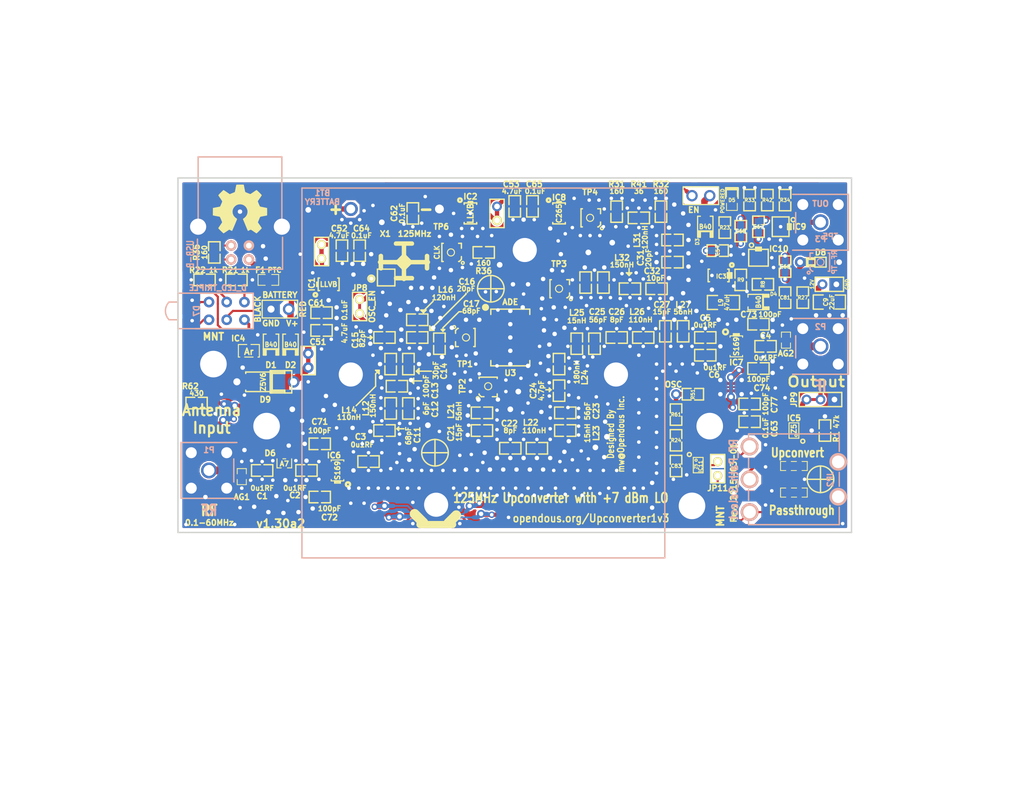
<source format=kicad_pcb>
(kicad_pcb (version 3) (host pcbnew "(2013-07-07 BZR 4022)-stable")
  (title_block (title Upconverter-125MHz-ADE) (rev 1.1) (company "Opendous Inc.") (comment 1 "Opendous Inc. deeded this hardware design into the Public Domain") (comment 2 http://creativecommons.org/publicdomain/zero/1.0/) (comment 3 "No Copyright - Deeded under the Creative Commons CC0 Public Domain Dedication") (comment 4 "For more information visit www.opendous.org/Upconverter1v3"))
  (layers (15 Front mixed) (0 Back power hide) (19 F.Paste user) (20 B.SilkS user) (21 F.SilkS user) (22 B.Mask user) (23 F.Mask user) (28 Edge.Cuts user))
  (net 0 "")
  (net 1 +12V)
  (net 2 +3.3V)
  (net 3 +4.5V)
  (net 4 /CLK)
  (net 5 /D_Cathode)
  (net 6 /IF)
  (net 7 /IF_OUT)
  (net 8 /LO)
  (net 9 /OUT)
  (net 10 /RF)
  (net 11 /RF_IN)
  (net 12 /RF_Passthrough)
  (net 13 /USB_DN)
  (net 14 /USB_DP)
  (net 15 /VBUS_CONN)
  (net 16 GND)
  (net 17 N-0000010)
  (net 18 N-0000011)
  (net 19 N-0000015)
  (net 20 N-0000016)
  (net 21 N-0000017)
  (net 22 N-0000018)
  (net 23 N-0000021)
  (net 24 N-0000027)
  (net 25 N-0000029)
  (net 26 N-0000031)
  (net 27 N-0000032)
  (net 28 N-0000033)
  (net 29 N-0000035)
  (net 30 N-0000037)
  (net 31 N-0000038)
  (net 32 N-0000040)
  (net 33 N-0000041)
  (net 34 N-0000042)
  (net 35 N-0000045)
  (net 36 N-0000046)
  (net 37 N-0000047)
  (net 38 N-0000048)
  (net 39 N-0000049)
  (net 40 N-000005)
  (net 41 N-0000050)
  (net 42 N-0000051)
  (net 43 N-0000052)
  (net 44 N-0000053)
  (net 45 N-0000055)
  (net 46 N-0000056)
  (net 47 N-0000057)
  (net 48 N-0000058)
  (net 49 N-000006)
  (net 50 N-0000060)
  (net 51 N-0000061)
  (net 52 N-000007)
  (net 53 N-000008)
  (net 54 OSC_EN)
  (net 55 RFS2)
  (net 56 VBUS)
  (net 57 VCC)
  (net 58 VDD_RF)
  (module 564-0x00_Triple_LED (layer Back) (at 32.385 44.45 270)
    (fp_text reference D7 (at 0 4.318 270) (layer B.SilkS) (effects (font (size 0.8128 0.8128) (thickness 0.2032)) (justify mirror)))
    (fp_text value D_LED_TRIPLE (at -3.302 1.27 540) (layer B.SilkS) (effects (font (size 0.8128 0.8128) (thickness 0.2032)) (justify mirror)))
    (pad 2 thru_hole circle (at 1.27 -2.54 270) (size 1.524 1.524) (drill 0.8128) (layers *.Cu *.Mask) (net 57 VCC))
    (pad 1 thru_hole circle (at -1.27 -2.54 270) (size 1.524 1.524) (drill 0.8128) (layers *.Cu *.Mask) (net 49 N-000006))
    (pad 5 thru_hole circle (at -1.27 2.54 270) (size 1.524 1.524) (drill 0.8128) (layers *.Cu *.Mask) (net 22 N-0000018))
    (pad 6 thru_hole circle (at 1.27 2.54 270) (size 1.524 1.524) (drill 0.8128) (layers *.Cu *.Mask) (net 2 +3.3V))
    (pad 3 thru_hole circle (at -1.27 0 270) (size 1.524 1.524) (drill 0.8128) (layers *.Cu *.Mask) (net 40 N-000005))
    (pad 4 thru_hole circle (at 1.27 0 270) (size 1.524 1.524) (drill 0.8128) (layers *.Cu *.Mask) (net 56 VBUS))
  )
  (module SC70-6 (layer Front) (at 113.665 61.595 90)
    (fp_text reference IC5 (at 1.778 0 180) (layer F.SilkS) (effects (font (size 0.8128 0.8128) (thickness 0.2032))))
    (fp_text value Z5 (at 0.254 0 90) (layer F.SilkS) (effects (font (size 0.7112 0.7112) (thickness 0.1778))))
    (pad 4 smd rect (at 0.65024 -1.05156 90) (size 0.3048 0.7112) (layers Front F.Paste F.Mask) (net 55 RFS2))
    (pad 3 smd rect (at 0.65024 1.05156 90) (size 0.3048 0.7112) (layers Front F.Paste F.Mask) (net 54 OSC_EN))
    (pad 1 smd rect (at -0.65024 1.05156 90) (size 0.3048 0.7112) (layers Front F.Paste F.Mask) (net 21 N-0000017))
    (pad 2 smd rect (at 0 1.05156 90) (size 0.3048 0.7112) (layers Front F.Paste F.Mask) (net 16 GND))
    (pad 6 smd rect (at -0.65024 -1.05156 90) (size 0.3048 0.7112) (layers Front F.Paste F.Mask) (net 54 OSC_EN))
    (pad 5 smd rect (at 0 -1.05156 90) (size 0.3048 0.7112) (layers Front F.Paste F.Mask) (net 2 +3.3V))
  )
  (module SMA_DO214A_Diode (layer Front) (at 37.9095 54.61 180)
    (fp_text reference D9 (at 0 -2.54 180) (layer F.SilkS) (effects (font (size 0.8128 0.8128) (thickness 0.2032))))
    (fp_text value Z5V6 (at 0.29972 0 270) (layer F.SilkS) (effects (font (size 0.7112 0.7112) (thickness 0.1778))))
    (pad 1 smd rect (at -2.286 0 180) (size 2.286 2.286) (layers Front F.Paste F.Mask) (net 57 VCC))
    (pad 2 smd rect (at 2.286 0 180) (size 2.286 2.286) (layers Front F.Paste F.Mask) (net 16 GND))
    (pad 1 thru_hole circle (at -4.064 0 180) (size 1.6764 1.6764) (drill 1.016) (layers *.Cu *.Mask) (net 57 VCC))
    (pad 2 thru_hole circle (at 4.064 0 180) (size 1.6764 1.6764) (drill 1.016) (layers *.Cu *.Mask) (net 16 GND))
  )
  (module 0805 (layer Front) (at 103.759 32.512 270)
    (fp_text reference R23 (at 0 0 360) (layer F.SilkS) (effects (font (size 0.508 0.508) (thickness 0.127))))
    (fp_text value 1k hide)
    (pad 1 smd rect (at -0.889 0 270) (size 1.016 1.397) (layers Front F.Paste F.Mask) (net 41 N-0000050))
    (pad 2 smd rect (at 0.889 0 270) (size 1.016 1.397) (layers Front F.Paste F.Mask) (net 58 VDD_RF))
  )
  (module CONN_USB_B (layer Back) (at 34.29 32.385)
    (fp_text reference U2 hide)
    (fp_text value USB-B (at -7.112 3.937 270) (layer B.SilkS) (effects (font (size 0.9652 0.762) (thickness 0.1905)) (justify mirror)))
    (pad 1 thru_hole circle (at 1.27 4.699) (size 1.524 1.524) (drill 0.8128) (layers *.Cu *.Mask B.SilkS) (net 15 /VBUS_CONN))
    (pad 2 thru_hole circle (at -1.27 4.699) (size 1.524 1.524) (drill 0.8128) (layers *.Cu *.Mask B.SilkS) (net 13 /USB_DN))
    (pad 3 thru_hole circle (at -1.27 2.70002) (size 1.524 1.524) (drill 0.8128) (layers *.Cu *.Mask B.SilkS) (net 14 /USB_DP))
    (pad 4 thru_hole circle (at 1.27 2.70002) (size 1.524 1.524) (drill 0.8128) (layers *.Cu *.Mask B.SilkS) (net 16 GND))
    (pad 5 thru_hole circle (at 5.99948 0) (size 3.302 3.302) (drill 2.3114) (layers *.Cu *.Mask) (net 16 GND))
    (pad 5 thru_hole circle (at -5.99948 0) (size 3.302 3.302) (drill 2.3114) (layers *.Cu *.Mask) (net 16 GND))
  )
  (module UMCC_RF_PCB_RCPTCL (layer Front) (at 64.516 36.068 270)
    (fp_text reference TP6 (at -3.683 1.397 360) (layer F.SilkS) (effects (font (size 0.8128 0.8128) (thickness 0.2032))))
    (fp_text value CLK (at 0 2 270) (layer F.SilkS) (effects (font (size 0.7112 0.7112) (thickness 0.1778))))
    (pad 1 smd rect (at 0 -1.5748) (size 1.00076 1.04902) (layers Front F.Paste F.Mask) (net 4 /CLK))
    (pad 2 smd rect (at -1.50114 0 270) (size 1.04902 2.19964) (layers Front F.Paste F.Mask) (net 16 GND))
    (pad 2 smd rect (at 1.50114 0 270) (size 1.04902 2.19964) (layers Front F.Paste F.Mask) (net 16 GND))
  )
  (module 0805 (layer Front) (at 83.82 40.386 90)
    (fp_text reference L33 hide)
    (fp_text value DNI hide)
    (pad 1 smd rect (at -0.889 0 90) (size 1.016 1.397) (layers Front F.Paste F.Mask) (net 8 /LO))
    (pad 2 smd rect (at 0.889 0 90) (size 1.016 1.397) (layers Front F.Paste F.Mask) (net 16 GND))
  )
  (module SIL-2POS-2mm (layer Front) (at 44.069 51.562 90)
    (fp_text reference JP5 hide)
    (fp_text value JUMPER-2-NON hide)
    (pad 1 thru_hole circle (at -1.00076 0 90) (size 1.524 1.524) (drill 0.8128) (layers *.Cu F.Mask) (net 57 VCC))
    (pad 2 thru_hole circle (at 1.00076 0 90) (size 1.524 1.524) (drill 0.8128) (layers *.Cu F.Mask) (net 57 VCC))
  )
  (module SIL-3POS-2mm (layer Front) (at 117.475 57.15 180)
    (fp_text reference JP9 (at 3.81 0 270) (layer F.SilkS) (effects (font (size 0.8128 0.8128) (thickness 0.2032))))
    (fp_text value JUMPER-3 hide)
    (pad 1 thru_hole circle (at -1.99898 0 180) (size 1.397 1.397) (drill 0.8128) (layers *.Cu *.Mask) (net 16 GND))
    (pad 2 thru_hole circle (at 0 0 180) (size 1.397 1.397) (drill 0.8128) (layers *.Cu *.Mask) (net 54 OSC_EN))
    (pad 3 thru_hole circle (at 1.99898 0 180) (size 1.397 1.397) (drill 0.8128) (layers *.Cu *.Mask) (net 54 OSC_EN))
  )
  (module SOT363_NXP (layer Front) (at 108.585 36.83 270)
    (fp_text reference IC10 (at -1.27 -2.921 360) (layer F.SilkS) (effects (font (size 0.8128 0.8128) (thickness 0.2032))))
    (fp_text value LS hide)
    (pad 1 smd rect (at -0.78 0.95 270) (size 0.5842 0.6604) (layers Front F.Paste F.Mask) (net 58 VDD_RF))
    (pad 3 smd rect (at 0.78 0.95 270) (size 0.5842 0.6604) (layers Front F.Paste F.Mask) (net 17 N-0000010))
    (pad 2 smd rect (at 0 0.95 270) (size 0.4064 0.6604) (layers Front F.Paste F.Mask) (net 16 GND))
    (pad 5 smd rect (at 0 -0.95 270) (size 0.4064 0.6604) (layers Front F.Paste F.Mask) (net 16 GND))
    (pad 4 smd rect (at 0.78 -0.95 270) (size 0.5842 0.6604) (layers Front F.Paste F.Mask) (net 16 GND))
    (pad 6 smd rect (at -0.78 -0.95 270) (size 0.5842 0.6604) (layers Front F.Paste F.Mask) (net 18 N-0000011))
  )
  (module SOT363_NXP (layer Front) (at 111.76 32.385 180)
    (fp_text reference IC9 (at -2.667 0 180) (layer F.SilkS) (effects (font (size 0.8128 0.8128) (thickness 0.2032))))
    (fp_text value LS hide)
    (pad 1 smd rect (at -0.78 0.95 180) (size 0.5842 0.6604) (layers Front F.Paste F.Mask) (net 58 VDD_RF))
    (pad 3 smd rect (at 0.78 0.95 180) (size 0.5842 0.6604) (layers Front F.Paste F.Mask) (net 33 N-0000041))
    (pad 2 smd rect (at 0 0.95 180) (size 0.4064 0.6604) (layers Front F.Paste F.Mask) (net 16 GND))
    (pad 5 smd rect (at 0 -0.95 180) (size 0.4 0.6604) (layers Front F.Paste F.Mask) (net 16 GND))
    (pad 4 smd rect (at 0.78 -0.95 180) (size 0.5842 0.6604) (layers Front F.Paste F.Mask) (net 16 GND))
    (pad 6 smd rect (at -0.78 -0.95 180) (size 0.5842 0.6604) (layers Front F.Paste F.Mask) (net 32 N-0000040))
  )
  (module SIL-2 (layer Front) (at 40.005 44.196)
    (fp_text reference P6 hide)
    (fp_text value BATTERY (at 0 -2.032) (layer F.SilkS) (effects (font (size 0.8128 0.8128) (thickness 0.2032))))
    (fp_text user RED (at 3.302 0 90) (layer F.SilkS) (effects (font (size 0.8128 0.8128) (thickness 0.2032))))
    (fp_text user BLACK (at -3.175 0 90) (layer F.SilkS) (effects (font (size 0.8128 0.8128) (thickness 0.2032))))
    (fp_text user V+ (at 1.778 2.032) (layer F.SilkS) (effects (font (size 0.8128 0.8128) (thickness 0.2032))))
    (fp_text user GND (at -1.27 2.032) (layer F.SilkS) (effects (font (size 0.8128 0.8128) (thickness 0.2032))))
    (pad 1 thru_hole rect (at -1.27 0) (size 1.6764 1.6764) (drill 1.016) (layers *.Cu *.Mask) (net 16 GND))
    (pad 2 thru_hole circle (at 1.27 0) (size 1.6764 1.6764) (drill 1.016) (layers *.Cu *.Mask) (net 27 N-0000032))
  )
  (module SOT23-6 (layer Front) (at 105.41 49.53 270)
    (fp_text reference IC7 (at 2.3 0 360) (layer F.SilkS) (effects (font (size 0.8128 0.8128) (thickness 0.2032))))
    (fp_text value S169 (at 0 0 270) (layer F.SilkS) (effects (font (size 0.7112 0.7112) (thickness 0.1778))))
    (pad 6 smd rect (at -0.9525 -1.27 270) (size 0.6096 0.889) (layers Front F.Paste F.Mask) (net 55 RFS2))
    (pad 4 smd rect (at 0.9525 -1.27 270) (size 0.6096 0.889) (layers Front F.Paste F.Mask) (net 54 OSC_EN))
    (pad 3 smd rect (at 0.9525 1.27 270) (size 0.6096 0.889) (layers Front F.Paste F.Mask) (net 43 N-0000052))
    (pad 2 smd rect (at 0 1.27 270) (size 0.6096 0.889) (layers Front F.Paste F.Mask) (net 16 GND))
    (pad 1 smd rect (at -0.9525 1.27 270) (size 0.6096 0.889) (layers Front F.Paste F.Mask) (net 39 N-0000049))
    (pad 5 smd rect (at 0 -1.27 270) (size 0.6096 0.889) (layers Front F.Paste F.Mask) (net 45 N-0000055))
  )
  (module SIL-2POS-2mm (layer Front) (at 45.974 35.941 90)
    (fp_text reference JP6 hide)
    (fp_text value JUMPER-2-NON hide)
    (pad 1 thru_hole circle (at -1.00076 0 90) (size 1.3208 1.3208) (drill 0.8128) (layers *.Cu *.Mask F.SilkS) (net 2 +3.3V))
    (pad 2 thru_hole circle (at 1.00076 0 90) (size 1.3208 1.3208) (drill 0.8128) (layers *.Cu *.Mask F.SilkS) (net 2 +3.3V))
  )
  (module Crystal_7x5mm (layer Front) (at 57.785 37.465)
    (fp_text reference X1 (at -2.667 -4.064) (layer F.SilkS) (effects (font (size 0.8128 0.8128) (thickness 0.2032))))
    (fp_text value 125MHz (at 1.524 -4.064) (layer F.SilkS) (effects (font (size 0.8128 0.8128) (thickness 0.2032))))
    (pad 4 smd rect (at -2.54 -2.2) (size 2.2 2) (layers Front F.Paste F.Mask) (net 2 +3.3V))
    (pad 3 smd rect (at 2.54 -2.2) (size 2.2 2) (layers Front F.Paste F.Mask) (net 4 /CLK))
    (pad 1 smd rect (at -2.54 2.2) (size 2.2 2) (layers Front F.Paste F.Mask) (net 54 OSC_EN))
    (pad 2 smd rect (at 2.54 2.2) (size 2.2 2) (layers Front F.Paste F.Mask) (net 16 GND))
  )
  (module SIL-2POS-2mm (layer Front) (at 51.435 43.815 90)
    (fp_text reference JP8 (at 2.667 0 180) (layer F.SilkS) (effects (font (size 0.8128 0.8128) (thickness 0.2032))))
    (fp_text value OSC_EN (at 0 1.778 90) (layer F.SilkS) (effects (font (size 0.8128 0.8128) (thickness 0.2032))))
    (pad 1 thru_hole circle (at -1.00076 0 90) (size 1.3208 1.3208) (drill 0.8128) (layers *.Cu *.Mask F.SilkS) (net 54 OSC_EN))
    (pad 2 thru_hole circle (at 1.00076 0 90) (size 1.3208 1.3208) (drill 0.8128) (layers *.Cu *.Mask F.SilkS) (net 54 OSC_EN))
  )
  (module SIL-2POS-2mm (layer Front) (at 71.12 30.48 90)
    (fp_text reference JP7 hide)
    (fp_text value JUMPER-2-NON hide)
    (pad 1 thru_hole circle (at -1.00076 0 90) (size 1.397 1.397) (drill 0.8128) (layers *.Cu *.Mask F.SilkS) (net 3 +4.5V))
    (pad 2 thru_hole circle (at 1.00076 0 90) (size 1.397 1.397) (drill 0.8128) (layers *.Cu *.Mask) (net 3 +4.5V))
  )
  (module SIL-2POS-2mm (layer Front) (at 118.745 40.64 180)
    (fp_text reference P4 hide)
    (fp_text value 12V hide)
    (fp_text user GND (at -2.54 0 270) (layer F.SilkS) (effects (font (size 0.508 0.508) (thickness 0.127))))
    (fp_text user 12V (at 2.4765 0 270) (layer F.SilkS) (effects (font (size 0.508 0.508) (thickness 0.127))))
    (pad 1 thru_hole rect (at -1.00076 0 180) (size 1.4224 1.4224) (drill 0.8128) (layers *.Cu *.Mask) (net 16 GND))
    (pad 2 thru_hole circle (at 1.00076 0 180) (size 1.4224 1.4224) (drill 0.8128) (layers *.Cu *.Mask) (net 1 +12V))
  )
  (module 1Pin_20mil_VIA (layer Front) (at 67.31 30.48)
    (fp_text reference V129 hide)
    (fp_text value VIA hide)
    (pad 1 thru_hole circle (at 0 0) (size 0.9144 0.9144) (drill 0.508) (layers *.Cu) (net 16 GND))
  )
  (module 1Pin_20mil_VIA (layer Front) (at 64.897 30.48)
    (fp_text reference V120 hide)
    (fp_text value VIA hide)
    (pad 1 thru_hole circle (at 0 0) (size 0.9144 0.9144) (drill 0.508) (layers *.Cu) (net 16 GND))
  )
  (module 1Pin_20mil_VIA (layer Front) (at 67.564 32.639)
    (fp_text reference V118 hide)
    (fp_text value VIA hide)
    (pad 1 thru_hole circle (at 0 0) (size 0.9144 0.9144) (drill 0.508) (layers *.Cu) (net 16 GND))
  )
  (module 1Pin_20mil_VIA (layer Front) (at 85.09 38.608)
    (fp_text reference V117 hide)
    (fp_text value VIA hide)
    (pad 1 thru_hole circle (at 0 0) (size 0.9144 0.9144) (drill 0.508) (layers *.Cu) (net 16 GND))
  )
  (module 1Pin_20mil_VIA (layer Front) (at 87.884 40.005)
    (fp_text reference V125 hide)
    (fp_text value VIA hide)
    (pad 1 thru_hole circle (at 0 0) (size 0.9144 0.9144) (drill 0.508) (layers *.Cu) (net 16 GND))
  )
  (module 1Pin_20mil_VIA (layer Front) (at 90.17 40.005)
    (fp_text reference V126 hide)
    (fp_text value VIA hide)
    (pad 1 thru_hole circle (at 0 0) (size 0.9144 0.9144) (drill 0.508) (layers *.Cu) (net 16 GND))
  )
  (module 1Pin_20mil_VIA (layer Front) (at 60.833 28.067)
    (fp_text reference V123 hide)
    (fp_text value VIA hide)
    (pad 1 thru_hole circle (at 0 0) (size 0.9144 0.9144) (drill 0.508) (layers *.Cu) (net 16 GND))
  )
  (module 1Pin_20mil_VIA (layer Front) (at 66.04 32.639)
    (fp_text reference V122 hide)
    (fp_text value VIA hide)
    (pad 1 thru_hole circle (at 0 0) (size 0.9144 0.9144) (drill 0.508) (layers *.Cu) (net 16 GND))
  )
  (module 1Pin_20mil_VIA (layer Front) (at 92.075 39.878)
    (fp_text reference V121 hide)
    (fp_text value VIA hide)
    (pad 1 thru_hole circle (at 0 0) (size 0.9144 0.9144) (drill 0.508) (layers *.Cu) (net 16 GND))
  )
  (module 1Pin_20mil_VIA (layer Front) (at 89.027 39.116)
    (fp_text reference V119 hide)
    (fp_text value VIA hide)
    (pad 1 thru_hole circle (at 0 0) (size 0.9144 0.9144) (drill 0.508) (layers *.Cu) (net 16 GND))
  )
  (module 1Pin_20mil_VIA (layer Front) (at 91.059 38.989)
    (fp_text reference V130 hide)
    (fp_text value VIA hide)
    (pad 1 thru_hole circle (at 0 0) (size 0.9144 0.9144) (drill 0.508) (layers *.Cu) (net 16 GND))
  )
  (module 1Pin_20mil_VIA (layer Front) (at 69.088 32.639)
    (fp_text reference V132 hide)
    (fp_text value VIA hide)
    (pad 1 thru_hole circle (at 0 0) (size 0.9144 0.9144) (drill 0.508) (layers *.Cu) (net 16 GND))
  )
  (module 1Pin_20mil_VIA (layer Front) (at 77.47 44.1325)
    (fp_text reference V131 hide)
    (fp_text value VIA hide)
    (pad 1 thru_hole circle (at 0 0) (size 0.9144 0.9144) (drill 0.508) (layers *.Cu) (net 16 GND))
  )
  (module 1Pin_20mil_VIA (layer Front) (at 81.915 40.005)
    (fp_text reference V135 hide)
    (fp_text value VIA hide)
    (pad 1 thru_hole circle (at 0 0) (size 0.9144 0.9144) (drill 0.508) (layers *.Cu) (net 16 GND))
  )
  (module 1Pin_20mil_VIA (layer Front) (at 81.788 42.545)
    (fp_text reference V136 hide)
    (fp_text value VIA hide)
    (pad 1 thru_hole circle (at 0 0) (size 0.9144 0.9144) (drill 0.508) (layers *.Cu) (net 16 GND))
  )
  (module 1Pin_20mil_VIA (layer Front) (at 84.582 42.545)
    (fp_text reference V134 hide)
    (fp_text value VIA hide)
    (pad 1 thru_hole circle (at 0 0) (size 0.9144 0.9144) (drill 0.508) (layers *.Cu) (net 16 GND))
  )
  (module 1Pin_20mil_VIA (layer Front) (at 85.979 42.545)
    (fp_text reference V133 hide)
    (fp_text value VIA hide)
    (pad 1 thru_hole circle (at 0 0) (size 0.9144 0.9144) (drill 0.508) (layers *.Cu) (net 16 GND))
  )
  (module 1Pin_20mil_VIA (layer Front) (at 83.185 42.545)
    (fp_text reference V137 hide)
    (fp_text value VIA hide)
    (pad 1 thru_hole circle (at 0 0) (size 0.9144 0.9144) (drill 0.508) (layers *.Cu) (net 16 GND))
  )
  (module 1Pin_20mil_VIA (layer Front) (at 81.915 32.512)
    (fp_text reference V140 hide)
    (fp_text value VIA hide)
    (pad 1 thru_hole circle (at 0 0) (size 0.9144 0.9144) (drill 0.508) (layers *.Cu) (net 16 GND))
  )
  (module 1Pin_20mil_VIA (layer Front) (at 80.899 33.401)
    (fp_text reference V110 hide)
    (fp_text value VIA hide)
    (pad 1 thru_hole circle (at 0 0) (size 0.9144 0.9144) (drill 0.508) (layers *.Cu) (net 16 GND))
  )
  (module 1Pin_20mil_VIA (layer Front) (at 87.376 42.545)
    (fp_text reference V84 hide)
    (fp_text value VIA hide)
    (pad 1 thru_hole circle (at 0 0) (size 0.9144 0.9144) (drill 0.508) (layers *.Cu) (net 16 GND))
  )
  (module 1Pin_20mil_VIA (layer Front) (at 90.17 42.545)
    (fp_text reference V82 hide)
    (fp_text value VIA hide)
    (pad 1 thru_hole circle (at 0 0) (size 0.9144 0.9144) (drill 0.508) (layers *.Cu) (net 16 GND))
  )
  (module 1Pin_20mil_VIA (layer Front) (at 88.773 42.672)
    (fp_text reference V81 hide)
    (fp_text value VIA hide)
    (pad 1 thru_hole circle (at 0 0) (size 0.9144 0.9144) (drill 0.508) (layers *.Cu) (net 16 GND))
  )
  (module 1Pin_20mil_VIA (layer Front) (at 91.567 42.672)
    (fp_text reference V97 hide)
    (fp_text value VIA hide)
    (pad 1 thru_hole circle (at 0 0) (size 0.9144 0.9144) (drill 0.508) (layers *.Cu) (net 16 GND))
  )
  (module 1Pin_20mil_VIA (layer Front) (at 93.091 42.672)
    (fp_text reference V100 hide)
    (fp_text value VIA hide)
    (pad 1 thru_hole circle (at 0 0) (size 0.9144 0.9144) (drill 0.508) (layers *.Cu) (net 16 GND))
  )
  (module 1Pin_20mil_VIA (layer Front) (at 98.679 43.18)
    (fp_text reference V103 hide)
    (fp_text value VIA hide)
    (pad 1 thru_hole circle (at 0 0) (size 0.9144 0.9144) (drill 0.508) (layers *.Cu) (net 16 GND))
  )
  (module 1Pin_20mil_VIA (layer Front) (at 94.488 42.672)
    (fp_text reference V104 hide)
    (fp_text value VIA hide)
    (pad 1 thru_hole circle (at 0 0) (size 0.9144 0.9144) (drill 0.508) (layers *.Cu) (net 16 GND))
  )
  (module 1Pin_20mil_VIA (layer Front) (at 58.547 49.784)
    (fp_text reference V102 hide)
    (fp_text value VIA hide)
    (pad 1 thru_hole circle (at 0 0) (size 0.9144 0.9144) (drill 0.508) (layers *.Cu) (net 16 GND))
  )
  (module 1Pin_20mil_VIA (layer Front) (at 57.15 49.9745)
    (fp_text reference V101 hide)
    (fp_text value VIA hide)
    (pad 1 thru_hole circle (at 0 0) (size 0.9144 0.9144) (drill 0.508) (layers *.Cu) (net 16 GND))
  )
  (module 1Pin_20mil_VIA (layer Front) (at 68.326 67.31)
    (fp_text reference V143 hide)
    (fp_text value VIA hide)
    (pad 1 thru_hole circle (at 0 0) (size 0.9144 0.9144) (drill 0.508) (layers *.Cu) (net 16 GND))
  )
  (module 1Pin_20mil_VIA (layer Front) (at 88.265 67.31)
    (fp_text reference V112 hide)
    (fp_text value VIA hide)
    (pad 1 thru_hole circle (at 0 0) (size 0.9144 0.9144) (drill 0.508) (layers *.Cu) (net 16 GND))
  )
  (module 1Pin_20mil_VIA (layer Front) (at 82.677 67.31)
    (fp_text reference V111 hide)
    (fp_text value VIA hide)
    (pad 1 thru_hole circle (at 0 0) (size 0.9144 0.9144) (drill 0.508) (layers *.Cu) (net 16 GND))
  )
  (module 1Pin_20mil_VIA (layer Front) (at 80.899 67.31)
    (fp_text reference V107 hide)
    (fp_text value VIA hide)
    (pad 1 thru_hole circle (at 0 0) (size 0.9144 0.9144) (drill 0.508) (layers *.Cu) (net 16 GND))
  )
  (module 1Pin_20mil_VIA (layer Front) (at 90.805 67.31)
    (fp_text reference V108 hide)
    (fp_text value VIA hide)
    (pad 1 thru_hole circle (at 0 0) (size 0.9144 0.9144) (drill 0.508) (layers *.Cu) (net 16 GND))
  )
  (module 1Pin_20mil_VIA (layer Front) (at 67.056 58.039)
    (fp_text reference V106 hide)
    (fp_text value VIA hide)
    (pad 1 thru_hole circle (at 0 0) (size 0.9144 0.9144) (drill 0.508) (layers *.Cu) (net 16 GND))
  )
  (module 1Pin_20mil_VIA (layer Front) (at 69.088 66.167)
    (fp_text reference V105 hide)
    (fp_text value VIA hide)
    (pad 1 thru_hole circle (at 0 0) (size 0.9144 0.9144) (drill 0.508) (layers *.Cu) (net 16 GND))
  )
  (module 1Pin_20mil_VIA (layer Front) (at 71.12 62.865)
    (fp_text reference V114 hide)
    (fp_text value VIA hide)
    (pad 1 thru_hole circle (at 0 0) (size 0.9144 0.9144) (drill 0.508) (layers *.Cu) (net 16 GND))
  )
  (module 1Pin_20mil_VIA (layer Front) (at 78.74 62.865)
    (fp_text reference V115 hide)
    (fp_text value VIA hide)
    (pad 1 thru_hole circle (at 0 0) (size 0.9144 0.9144) (drill 0.508) (layers *.Cu) (net 16 GND))
  )
  (module 1Pin_20mil_VIA (layer Front) (at 81.28 49.53)
    (fp_text reference V172 hide)
    (fp_text value VIA hide)
    (pad 1 thru_hole circle (at 0 0) (size 0.9144 0.9144) (drill 0.508) (layers *.Cu) (net 16 GND))
  )
  (module 1Pin_20mil_VIA (layer Front) (at 81.407 51.181)
    (fp_text reference V164 hide)
    (fp_text value VIA hide)
    (pad 1 thru_hole circle (at 0 0) (size 0.9144 0.9144) (drill 0.508) (layers *.Cu) (net 16 GND))
  )
  (module 1Pin_20mil_VIA (layer Front) (at 81.534 52.705)
    (fp_text reference V163 hide)
    (fp_text value VIA hide)
    (pad 1 thru_hole circle (at 0 0) (size 0.9144 0.9144) (drill 0.508) (layers *.Cu) (net 16 GND))
  )
  (module 1Pin_20mil_VIA (layer Front) (at 66.675 50.8)
    (fp_text reference V167 hide)
    (fp_text value VIA hide)
    (pad 1 thru_hole circle (at 0 0) (size 0.9144 0.9144) (drill 0.508) (layers *.Cu) (net 16 GND))
  )
  (module 1Pin_20mil_VIA (layer Front) (at 65.3415 50.927)
    (fp_text reference V168 hide)
    (fp_text value VIA hide)
    (pad 1 thru_hole circle (at 0 0) (size 0.9144 0.9144) (drill 0.508) (layers *.Cu) (net 16 GND))
  )
  (module 1Pin_20mil_VIA (layer Front) (at 84.074 46.99)
    (fp_text reference V166 hide)
    (fp_text value VIA hide)
    (pad 1 thru_hole circle (at 0 0) (size 0.9144 0.9144) (drill 0.508) (layers *.Cu) (net 16 GND))
  )
  (module 1Pin_20mil_VIA (layer Front) (at 85.979 46.99)
    (fp_text reference V165 hide)
    (fp_text value VIA hide)
    (pad 1 thru_hole circle (at 0 0) (size 0.9144 0.9144) (drill 0.508) (layers *.Cu) (net 16 GND))
  )
  (module 1Pin_20mil_VIA (layer Front) (at 88.265 46.99)
    (fp_text reference V173 hide)
    (fp_text value VIA hide)
    (pad 1 thru_hole circle (at 0 0) (size 0.9144 0.9144) (drill 0.508) (layers *.Cu) (net 16 GND))
  )
  (module 1Pin_20mil_VIA (layer Front) (at 90.17 46.99)
    (fp_text reference V176 hide)
    (fp_text value VIA hide)
    (pad 1 thru_hole circle (at 0 0) (size 0.9144 0.9144) (drill 0.508) (layers *.Cu) (net 16 GND))
  )
  (module 1Pin_20mil_VIA (layer Front) (at 92.075 46.99)
    (fp_text reference V175 hide)
    (fp_text value VIA hide)
    (pad 1 thru_hole circle (at 0 0) (size 0.9144 0.9144) (drill 0.508) (layers *.Cu) (net 16 GND))
  )
  (module 1Pin_20mil_VIA (layer Front) (at 93.853 46.99)
    (fp_text reference V162 hide)
    (fp_text value VIA hide)
    (pad 1 thru_hole circle (at 0 0) (size 0.9144 0.9144) (drill 0.508) (layers *.Cu) (net 16 GND))
  )
  (module 1Pin_20mil_VIA (layer Front) (at 99.187 46.99)
    (fp_text reference V170 hide)
    (fp_text value VIA hide)
    (pad 1 thru_hole circle (at 0 0) (size 0.9144 0.9144) (drill 0.508) (layers *.Cu) (net 16 GND))
  )
  (module 1Pin_20mil_VIA (layer Front) (at 100.965 46.99)
    (fp_text reference V169 hide)
    (fp_text value VIA hide)
    (pad 1 thru_hole circle (at 0 0) (size 0.9144 0.9144) (drill 0.508) (layers *.Cu) (net 16 GND))
  )
  (module 1Pin_20mil_VIA (layer Front) (at 100.965 45.466)
    (fp_text reference V185 hide)
    (fp_text value VIA hide)
    (pad 1 thru_hole circle (at 0 0) (size 0.9144 0.9144) (drill 0.508) (layers *.Cu) (net 16 GND))
  )
  (module 1Pin_20mil_VIA (layer Front) (at 109.22 48.006)
    (fp_text reference V186 hide)
    (fp_text value VIA hide)
    (pad 1 thru_hole circle (at 0 0) (size 0.9144 0.9144) (drill 0.508) (layers *.Cu) (net 16 GND))
  )
  (module 1Pin_20mil_VIA (layer Front) (at 109.22 51.054)
    (fp_text reference V187 hide)
    (fp_text value VIA hide)
    (pad 1 thru_hole circle (at 0 0) (size 0.9144 0.9144) (drill 0.508) (layers *.Cu) (net 16 GND))
  )
  (module 1Pin_20mil_VIA (layer Front) (at 112.014 46.482)
    (fp_text reference V192 hide)
    (fp_text value VIA hide)
    (pad 1 thru_hole circle (at 0 0) (size 0.9144 0.9144) (drill 0.508) (layers *.Cu) (net 16 GND))
  )
  (module 1Pin_20mil_VIA (layer Front) (at 113.284 45.593)
    (fp_text reference V190 hide)
    (fp_text value VIA hide)
    (pad 1 thru_hole circle (at 0 0) (size 0.9144 0.9144) (drill 0.508) (layers *.Cu) (net 16 GND))
  )
  (module 1Pin_20mil_VIA (layer Front) (at 111.887 52.578)
    (fp_text reference V189 hide)
    (fp_text value VIA hide)
    (pad 1 thru_hole circle (at 0 0) (size 0.9144 0.9144) (drill 0.508) (layers *.Cu) (net 16 GND))
  )
  (module 1Pin_20mil_VIA (layer Front) (at 93.98 66.294)
    (fp_text reference V145 hide)
    (fp_text value VIA hide)
    (pad 1 thru_hole circle (at 0 0) (size 0.9144 0.9144) (drill 0.508) (layers *.Cu) (net 16 GND))
  )
  (module 1Pin_20mil_VIA (layer Front) (at 91.44 65.405)
    (fp_text reference V87 hide)
    (fp_text value VIA hide)
    (pad 1 thru_hole circle (at 0 0) (size 0.9144 0.9144) (drill 0.508) (layers *.Cu) (net 16 GND))
  )
  (module 1Pin_20mil_VIA (layer Front) (at 91.44 63.246)
    (fp_text reference V141 hide)
    (fp_text value VIA hide)
    (pad 1 thru_hole circle (at 0 0) (size 0.9144 0.9144) (drill 0.508) (layers *.Cu) (net 16 GND))
  )
  (module 1Pin_20mil_VIA (layer Front) (at 95.885 52.07)
    (fp_text reference V149 hide)
    (fp_text value VIA hide)
    (pad 1 thru_hole circle (at 0 0) (size 0.9144 0.9144) (drill 0.508) (layers *.Cu) (net 16 GND))
  )
  (module 1Pin_20mil_VIA (layer Front) (at 93.98 52.07)
    (fp_text reference V150 hide)
    (fp_text value VIA hide)
    (pad 1 thru_hole circle (at 0 0) (size 0.9144 0.9144) (drill 0.508) (layers *.Cu) (net 16 GND))
  )
  (module 1Pin_20mil_VIA (layer Front) (at 93.98 59.563)
    (fp_text reference V152 hide)
    (fp_text value VIA hide)
    (pad 1 thru_hole circle (at 0 0) (size 0.9144 0.9144) (drill 0.508) (layers *.Cu) (net 16 GND))
  )
  (module 1Pin_20mil_VIA (layer Front) (at 86.487 49.53)
    (fp_text reference V151 hide)
    (fp_text value VIA hide)
    (pad 1 thru_hole circle (at 0 0) (size 0.9144 0.9144) (drill 0.508) (layers *.Cu) (net 16 GND))
  )
  (module 1Pin_20mil_VIA (layer Front) (at 90.17 49.53)
    (fp_text reference V147 hide)
    (fp_text value VIA hide)
    (pad 1 thru_hole circle (at 0 0) (size 0.9144 0.9144) (drill 0.508) (layers *.Cu) (net 16 GND))
  )
  (module 1Pin_20mil_VIA (layer Front) (at 92.075 49.53)
    (fp_text reference V148 hide)
    (fp_text value VIA hide)
    (pad 1 thru_hole circle (at 0 0) (size 0.9144 0.9144) (drill 0.508) (layers *.Cu) (net 16 GND))
  )
  (module 1Pin_20mil_VIA (layer Front) (at 99.06 49.53)
    (fp_text reference V146 hide)
    (fp_text value VIA hide)
    (pad 1 thru_hole circle (at 0 0) (size 0.9144 0.9144) (drill 0.508) (layers *.Cu) (net 16 GND))
  )
  (module 1Pin_20mil_VIA (layer Front) (at 97.536 49.53)
    (fp_text reference V139 hide)
    (fp_text value VIA hide)
    (pad 1 thru_hole circle (at 0 0) (size 0.9144 0.9144) (drill 0.508) (layers *.Cu) (net 16 GND))
  )
  (module 1Pin_20mil_VIA (layer Front) (at 96.012 49.53)
    (fp_text reference V153 hide)
    (fp_text value VIA hide)
    (pad 1 thru_hole circle (at 0 0) (size 0.9144 0.9144) (drill 0.508) (layers *.Cu) (net 16 GND))
  )
  (module 1Pin_20mil_VIA (layer Front) (at 93.98 49.53)
    (fp_text reference V154 hide)
    (fp_text value VIA hide)
    (pad 1 thru_hole circle (at 0 0) (size 0.9144 0.9144) (drill 0.508) (layers *.Cu) (net 16 GND))
  )
  (module 1Pin_20mil_VIA (layer Front) (at 91.44 50.8)
    (fp_text reference V156 hide)
    (fp_text value VIA hide)
    (pad 1 thru_hole circle (at 0 0) (size 0.9144 0.9144) (drill 0.508) (layers *.Cu) (net 16 GND))
  )
  (module 1Pin_20mil_VIA (layer Front) (at 91.44 57.15)
    (fp_text reference V155 hide)
    (fp_text value VIA hide)
    (pad 1 thru_hole circle (at 0 0) (size 0.9144 0.9144) (drill 0.508) (layers *.Cu) (net 16 GND))
  )
  (module 1Pin_20mil_VIA (layer Front) (at 91.44 59.055)
    (fp_text reference V159 hide)
    (fp_text value VIA hide)
    (pad 1 thru_hole circle (at 0 0) (size 0.9144 0.9144) (drill 0.508) (layers *.Cu) (net 16 GND))
  )
  (module 1Pin_20mil_VIA (layer Front) (at 91.44 61.214)
    (fp_text reference V160 hide)
    (fp_text value VIA hide)
    (pad 1 thru_hole circle (at 0 0) (size 0.9144 0.9144) (drill 0.508) (layers *.Cu) (net 16 GND))
  )
  (module 1Pin_20mil_VIA (layer Front) (at 93.98 61.849)
    (fp_text reference V158 hide)
    (fp_text value VIA hide)
    (pad 1 thru_hole circle (at 0 0) (size 0.9144 0.9144) (drill 0.508) (layers *.Cu) (net 16 GND))
  )
  (module 1Pin_20mil_VIA (layer Front) (at 93.98 64.008)
    (fp_text reference V161 hide)
    (fp_text value VIA hide)
    (pad 1 thru_hole circle (at 0 0) (size 0.9144 0.9144) (drill 0.508) (layers *.Cu) (net 16 GND))
  )
  (module 1Pin_20mil_VIA (layer Front) (at 93.98 67.691)
    (fp_text reference V62 hide)
    (fp_text value VIA hide)
    (pad 1 thru_hole circle (at 0 0) (size 0.9144 0.9144) (drill 0.508) (layers *.Cu) (net 16 GND))
  )
  (module 1Pin_20mil_VIA (layer Front) (at 93.98 54.102)
    (fp_text reference V20 hide)
    (fp_text value VIA hide)
    (pad 1 thru_hole circle (at 0 0) (size 0.9144 0.9144) (drill 0.508) (layers *.Cu) (net 16 GND))
  )
  (module 1Pin_20mil_VIA (layer Front) (at 96.393 68.58)
    (fp_text reference V49 hide)
    (fp_text value VIA hide)
    (pad 1 thru_hole circle (at 0 0) (size 0.9144 0.9144) (drill 0.508) (layers *.Cu) (net 16 GND))
  )
  (module 1Pin_20mil_VIA (layer Front) (at 93.98 57.15)
    (fp_text reference V50 hide)
    (fp_text value VIA hide)
    (pad 1 thru_hole circle (at 0 0) (size 0.9144 0.9144) (drill 0.508) (layers *.Cu) (net 16 GND))
  )
  (module 1Pin_20mil_VIA (layer Front) (at 89.408 69.85)
    (fp_text reference V52 hide)
    (fp_text value VIA hide)
    (pad 1 thru_hole circle (at 0 0) (size 0.9144 0.9144) (drill 0.508) (layers *.Cu) (net 16 GND))
  )
  (module 1Pin_20mil_VIA (layer Front) (at 90.7415 69.85)
    (fp_text reference V55 hide)
    (fp_text value VIA hide)
    (pad 1 thru_hole circle (at 0 0) (size 0.9144 0.9144) (drill 0.508) (layers *.Cu) (net 16 GND))
  )
  (module 1Pin_20mil_VIA (layer Front) (at 92.075 69.85)
    (fp_text reference V56 hide)
    (fp_text value VIA hide)
    (pad 1 thru_hole circle (at 0 0) (size 0.9144 0.9144) (drill 0.508) (layers *.Cu) (net 16 GND))
  )
  (module 1Pin_20mil_VIA (layer Front) (at 87.122 69.85)
    (fp_text reference V54 hide)
    (fp_text value VIA hide)
    (pad 1 thru_hole circle (at 0 0) (size 0.9144 0.9144) (drill 0.508) (layers *.Cu) (net 16 GND))
  )
  (module 1Pin_20mil_VIA (layer Front) (at 84.455 69.85)
    (fp_text reference V53 hide)
    (fp_text value VIA hide)
    (pad 1 thru_hole circle (at 0 0) (size 0.9144 0.9144) (drill 0.508) (layers *.Cu) (net 16 GND))
  )
  (module 1Pin_20mil_VIA (layer Front) (at 82.169 69.85)
    (fp_text reference V61 hide)
    (fp_text value VIA hide)
    (pad 1 thru_hole circle (at 0 0) (size 0.9144 0.9144) (drill 0.508) (layers *.Cu) (net 16 GND))
  )
  (module 1Pin_20mil_VIA (layer Front) (at 79.502 69.85)
    (fp_text reference V23 hide)
    (fp_text value VIA hide)
    (pad 1 thru_hole circle (at 0 0) (size 0.9144 0.9144) (drill 0.508) (layers *.Cu) (net 16 GND))
  )
  (module 1Pin_20mil_VIA (layer Front) (at 82.804 58.42)
    (fp_text reference V64 hide)
    (fp_text value VIA hide)
    (pad 1 thru_hole circle (at 0 0) (size 0.9144 0.9144) (drill 0.508) (layers *.Cu) (net 16 GND))
  )
  (module 1Pin_20mil_VIA (layer Front) (at 82.804 59.69)
    (fp_text reference V63 hide)
    (fp_text value VIA hide)
    (pad 1 thru_hole circle (at 0 0) (size 0.9144 0.9144) (drill 0.508) (layers *.Cu) (net 16 GND))
  )
  (module 1Pin_20mil_VIA (layer Front) (at 79.248 67.31)
    (fp_text reference V59 hide)
    (fp_text value VIA hide)
    (pad 1 thru_hole circle (at 0 0) (size 0.9144 0.9144) (drill 0.508) (layers *.Cu) (net 16 GND))
  )
  (module 1Pin_20mil_VIA (layer Front) (at 82.804 60.96)
    (fp_text reference V60 hide)
    (fp_text value VIA hide)
    (pad 1 thru_hole circle (at 0 0) (size 0.9144 0.9144) (drill 0.508) (layers *.Cu) (net 16 GND))
  )
  (module 1Pin_20mil_VIA (layer Front) (at 82.804 62.23)
    (fp_text reference V58 hide)
    (fp_text value VIA hide)
    (pad 1 thru_hole circle (at 0 0) (size 0.9144 0.9144) (drill 0.508) (layers *.Cu) (net 16 GND))
  )
  (module 1Pin_20mil_VIA (layer Front) (at 80.137 66.04)
    (fp_text reference V57 hide)
    (fp_text value VIA hide)
    (pad 1 thru_hole circle (at 0 0) (size 0.9144 0.9144) (drill 0.508) (layers *.Cu) (net 16 GND))
  )
  (module 1Pin_20mil_VIA (layer Front) (at 84.836 51.054)
    (fp_text reference V41 hide)
    (fp_text value VIA hide)
    (pad 1 thru_hole circle (at 0 0) (size 0.9144 0.9144) (drill 0.508) (layers *.Cu) (net 16 GND))
  )
  (module 1Pin_20mil_VIA (layer Front) (at 81.407 54.61)
    (fp_text reference V42 hide)
    (fp_text value VIA hide)
    (pad 1 thru_hole circle (at 0 0) (size 0.9144 0.9144) (drill 0.508) (layers *.Cu) (net 16 GND))
  )
  (module 1Pin_20mil_VIA (layer Front) (at 81.407 56.515)
    (fp_text reference V28 hide)
    (fp_text value VIA hide)
    (pad 1 thru_hole circle (at 0 0) (size 0.9144 0.9144) (drill 0.508) (layers *.Cu) (net 16 GND))
  )
  (module 1Pin_20mil_VIA (layer Front) (at 81.28 58.293)
    (fp_text reference V374 hide)
    (fp_text value VIA hide)
    (pad 1 thru_hole circle (at 0 0) (size 0.9144 0.9144) (drill 0.508) (layers *.Cu) (net 16 GND))
  )
  (module 1Pin_20mil_VIA (layer Front) (at 67.056 60.833)
    (fp_text reference V377 hide)
    (fp_text value VIA hide)
    (pad 1 thru_hole circle (at 0 0) (size 0.9144 0.9144) (drill 0.508) (layers *.Cu) (net 16 GND))
  )
  (module 1Pin_20mil_VIA (layer Front) (at 86.36 67.31)
    (fp_text reference V376 hide)
    (fp_text value VIA hide)
    (pad 1 thru_hole circle (at 0 0) (size 0.9144 0.9144) (drill 0.508) (layers *.Cu) (net 16 GND))
  )
  (module 1Pin_20mil_VIA (layer Front) (at 84.455 67.31)
    (fp_text reference V7 hide)
    (fp_text value VIA hide)
    (pad 1 thru_hole circle (at 0 0) (size 0.9144 0.9144) (drill 0.508) (layers *.Cu) (net 16 GND))
  )
  (module 1Pin_20mil_VIA (layer Front) (at 73.025 62.865)
    (fp_text reference V8 hide)
    (fp_text value VIA hide)
    (pad 1 thru_hole circle (at 0 0) (size 0.9144 0.9144) (drill 0.508) (layers *.Cu) (net 16 GND))
  )
  (module 1Pin_20mil_VIA (layer Front) (at 76.835 62.865)
    (fp_text reference V6 hide)
    (fp_text value VIA hide)
    (pad 1 thru_hole circle (at 0 0) (size 0.9144 0.9144) (drill 0.508) (layers *.Cu) (net 16 GND))
  )
  (module 1Pin_20mil_VIA (layer Front) (at 98.171 45.466)
    (fp_text reference V5 hide)
    (fp_text value VIA hide)
    (pad 1 thru_hole circle (at 0 0) (size 0.9144 0.9144) (drill 0.508) (layers *.Cu) (net 16 GND))
  )
  (module 1Pin_20mil_VIA (layer Front) (at 94.996 45.466)
    (fp_text reference V25 hide)
    (fp_text value VIA hide)
    (pad 1 thru_hole circle (at 0 0) (size 0.9144 0.9144) (drill 0.508) (layers *.Cu) (net 16 GND))
  )
  (module 1Pin_20mil_VIA (layer Front) (at 74.93 62.865)
    (fp_text reference V26 hide)
    (fp_text value VIA hide)
    (pad 1 thru_hole circle (at 0 0) (size 0.9144 0.9144) (drill 0.508) (layers *.Cu) (net 16 GND))
  )
  (module 1Pin_20mil_VIA (layer Front) (at 71.12 52.324)
    (fp_text reference V44 hide)
    (fp_text value VIA hide)
    (pad 1 thru_hole circle (at 0 0) (size 0.9144 0.9144) (drill 0.508) (layers *.Cu) (net 16 GND))
  )
  (module 1Pin_20mil_VIA (layer Front) (at 71.12 58.674)
    (fp_text reference V27 hide)
    (fp_text value VIA hide)
    (pad 1 thru_hole circle (at 0 0) (size 0.9144 0.9144) (drill 0.508) (layers *.Cu) (net 16 GND))
  )
  (module 1Pin_20mil_VIA (layer Front) (at 71.12 61.468)
    (fp_text reference V31 hide)
    (fp_text value VIA hide)
    (pad 1 thru_hole circle (at 0 0) (size 0.9144 0.9144) (drill 0.508) (layers *.Cu) (net 16 GND))
  )
  (module 1Pin_20mil_VIA (layer Front) (at 78.74 59.817)
    (fp_text reference V32 hide)
    (fp_text value VIA hide)
    (pad 1 thru_hole circle (at 0 0) (size 0.9144 0.9144) (drill 0.508) (layers *.Cu) (net 16 GND))
  )
  (module 1Pin_20mil_VIA (layer Front) (at 78.74 61.341)
    (fp_text reference V30 hide)
    (fp_text value VIA hide)
    (pad 1 thru_hole circle (at 0 0) (size 0.9144 0.9144) (drill 0.508) (layers *.Cu) (net 16 GND))
  )
  (module 1Pin_20mil_VIA (layer Front) (at 78.613 54.737)
    (fp_text reference V29 hide)
    (fp_text value VIA hide)
    (pad 1 thru_hole circle (at 0 0) (size 0.9144 0.9144) (drill 0.508) (layers *.Cu) (net 16 GND))
  )
  (module 1Pin_20mil_VIA (layer Front) (at 72.39 56.007)
    (fp_text reference V21 hide)
    (fp_text value VIA hide)
    (pad 1 thru_hole circle (at 0 0) (size 0.9144 0.9144) (drill 0.508) (layers *.Cu) (net 16 GND))
  )
  (module 1Pin_20mil_VIA (layer Front) (at 77.216 49.53)
    (fp_text reference V22 hide)
    (fp_text value VIA hide)
    (pad 1 thru_hole circle (at 0 0) (size 0.9144 0.9144) (drill 0.508) (layers *.Cu) (net 16 GND))
  )
  (module 1Pin_20mil_VIA (layer Front) (at 72.39 54.356)
    (fp_text reference V24 hide)
    (fp_text value VIA hide)
    (pad 1 thru_hole circle (at 0 0) (size 0.9144 0.9144) (drill 0.508) (layers *.Cu) (net 16 GND))
  )
  (module 1Pin_20mil_VIA (layer Front) (at 67.31 56.007)
    (fp_text reference V91 hide)
    (fp_text value VIA hide)
    (pad 1 thru_hole circle (at 0 0) (size 0.9144 0.9144) (drill 0.508) (layers *.Cu) (net 16 GND))
  )
  (module 1Pin_20mil_VIA (layer Front) (at 67.31 54.356)
    (fp_text reference V70 hide)
    (fp_text value VIA hide)
    (pad 1 thru_hole circle (at 0 0) (size 0.9144 0.9144) (drill 0.508) (layers *.Cu) (net 16 GND))
  )
  (module 1Pin_20mil_VIA (layer Front) (at 68.58 53.467)
    (fp_text reference V72 hide)
    (fp_text value VIA hide)
    (pad 1 thru_hole circle (at 0 0) (size 0.9144 0.9144) (drill 0.508) (layers *.Cu) (net 16 GND))
  )
  (module 1Pin_20mil_VIA (layer Front) (at 68.072 52.07)
    (fp_text reference V71 hide)
    (fp_text value VIA hide)
    (pad 1 thru_hole circle (at 0 0) (size 0.9144 0.9144) (drill 0.508) (layers *.Cu) (net 16 GND))
  )
  (module 1Pin_20mil_VIA (layer Front) (at 71.12 60.071)
    (fp_text reference V67 hide)
    (fp_text value VIA hide)
    (pad 1 thru_hole circle (at 0 0) (size 0.9144 0.9144) (drill 0.508) (layers *.Cu) (net 16 GND))
  )
  (module 1Pin_20mil_VIA (layer Front) (at 77.343 51.943)
    (fp_text reference V66 hide)
    (fp_text value VIA hide)
    (pad 1 thru_hole circle (at 0 0) (size 0.9144 0.9144) (drill 0.508) (layers *.Cu) (net 16 GND))
  )
  (module 1Pin_20mil_VIA (layer Front) (at 71.247 44.323)
    (fp_text reference V65 hide)
    (fp_text value VIA hide)
    (pad 1 thru_hole circle (at 0 0) (size 0.9144 0.9144) (drill 0.508) (layers *.Cu) (net 16 GND))
  )
  (module 1Pin_20mil_VIA (layer Front) (at 57.15 60.579)
    (fp_text reference V89 hide)
    (fp_text value VIA hide)
    (pad 1 thru_hole circle (at 0 0) (size 0.9144 0.9144) (drill 0.508) (layers *.Cu) (net 16 GND))
  )
  (module 1Pin_20mil_VIA (layer Front) (at 58.674 60.579)
    (fp_text reference V90 hide)
    (fp_text value VIA hide)
    (pad 1 thru_hole circle (at 0 0) (size 0.9144 0.9144) (drill 0.508) (layers *.Cu) (net 16 GND))
  )
  (module 1Pin_20mil_VIA (layer Front) (at 78.74 58.166)
    (fp_text reference V92 hide)
    (fp_text value VIA hide)
    (pad 1 thru_hole circle (at 0 0) (size 0.9144 0.9144) (drill 0.508) (layers *.Cu) (net 16 GND))
  )
  (module 1Pin_20mil_VIA (layer Front) (at 78.613 56.642)
    (fp_text reference V69 hide)
    (fp_text value VIA hide)
    (pad 1 thru_hole circle (at 0 0) (size 0.9144 0.9144) (drill 0.508) (layers *.Cu) (net 16 GND))
  )
  (module 1Pin_20mil_VIA (layer Front) (at 83.566 51.054)
    (fp_text reference V95 hide)
    (fp_text value VIA hide)
    (pad 1 thru_hole circle (at 0 0) (size 0.9144 0.9144) (drill 0.508) (layers *.Cu) (net 16 GND))
  )
  (module 1Pin_20mil_VIA (layer Front) (at 82.55 51.816)
    (fp_text reference V96 hide)
    (fp_text value VIA hide)
    (pad 1 thru_hole circle (at 0 0) (size 0.9144 0.9144) (drill 0.508) (layers *.Cu) (net 16 GND))
  )
  (module 1Pin_20mil_VIA (layer Front) (at 97.663 52.07)
    (fp_text reference V94 hide)
    (fp_text value VIA hide)
    (pad 1 thru_hole circle (at 0 0) (size 0.9144 0.9144) (drill 0.508) (layers *.Cu) (net 16 GND))
  )
  (module 1Pin_20mil_VIA (layer Front) (at 99.187 52.07)
    (fp_text reference V93 hide)
    (fp_text value VIA hide)
    (pad 1 thru_hole circle (at 0 0) (size 0.9144 0.9144) (drill 0.508) (layers *.Cu) (net 16 GND))
  )
  (module 1Pin_20mil_VIA (layer Front) (at 100.965 52.07)
    (fp_text reference V85 hide)
    (fp_text value VIA hide)
    (pad 1 thru_hole circle (at 0 0) (size 0.9144 0.9144) (drill 0.508) (layers *.Cu) (net 16 GND))
  )
  (module 1Pin_20mil_VIA (layer Front) (at 102.87 52.07)
    (fp_text reference V86 hide)
    (fp_text value VIA hide)
    (pad 1 thru_hole circle (at 0 0) (size 0.9144 0.9144) (drill 0.508) (layers *.Cu) (net 16 GND))
  )
  (module 1Pin_20mil_VIA (layer Front) (at 80.899 43.942)
    (fp_text reference V88 hide)
    (fp_text value VIA hide)
    (pad 1 thru_hole circle (at 0 0) (size 0.9144 0.9144) (drill 0.508) (layers *.Cu) (net 16 GND))
  )
  (module 1Pin_20mil_VIA (layer Front) (at 57.15 62.103)
    (fp_text reference V181 hide)
    (fp_text value VIA hide)
    (pad 1 thru_hole circle (at 0 0) (size 0.9144 0.9144) (drill 0.508) (layers *.Cu) (net 16 GND))
  )
  (module 1Pin_20mil_VIA (layer Front) (at 57.15 63.5)
    (fp_text reference V33 hide)
    (fp_text value VIA hide)
    (pad 1 thru_hole circle (at 0 0) (size 0.9144 0.9144) (drill 0.508) (layers *.Cu) (net 16 GND))
  )
  (module 1Pin_20mil_VIA (layer Front) (at 57.15 64.897)
    (fp_text reference V47 hide)
    (fp_text value VIA hide)
    (pad 1 thru_hole circle (at 0 0) (size 0.9144 0.9144) (drill 0.508) (layers *.Cu) (net 16 GND))
  )
  (module 1Pin_20mil_VIA (layer Front) (at 84.074 52.324)
    (fp_text reference V48 hide)
    (fp_text value VIA hide)
    (pad 1 thru_hole circle (at 0 0) (size 0.9144 0.9144) (drill 0.508) (layers *.Cu) (net 16 GND))
  )
  (module 1Pin_20mil_VIA (layer Front) (at 71.0184 41.6814)
    (fp_text reference V45 hide)
    (fp_text value VIA hide)
    (pad 1 thru_hole circle (at 0 0) (size 0.9144 0.9144) (drill 0.508) (layers *.Cu) (net 16 GND))
  )
  (module 1Pin_20mil_VIA (layer Front) (at 77.47 69.85)
    (fp_text reference V37 hide)
    (fp_text value VIA hide)
    (pad 1 thru_hole circle (at 0 0) (size 0.9144 0.9144) (drill 0.508) (layers *.Cu) (net 16 GND))
  )
  (module 1Pin_20mil_VIA (layer Front) (at 75.565 69.85)
    (fp_text reference V38 hide)
    (fp_text value VIA hide)
    (pad 1 thru_hole circle (at 0 0) (size 0.9144 0.9144) (drill 0.508) (layers *.Cu) (net 16 GND))
  )
  (module 1Pin_20mil_VIA (layer Front) (at 73.787 69.85)
    (fp_text reference V40 hide)
    (fp_text value VIA hide)
    (pad 1 thru_hole circle (at 0 0) (size 0.9144 0.9144) (drill 0.508) (layers *.Cu) (net 16 GND))
  )
  (module 1Pin_20mil_VIA (layer Front) (at 72.009 69.85)
    (fp_text reference V39 hide)
    (fp_text value VIA hide)
    (pad 1 thru_hole circle (at 0 0) (size 0.9144 0.9144) (drill 0.508) (layers *.Cu) (net 16 GND))
  )
  (module 1Pin_20mil_VIA (layer Front) (at 70.231 69.85)
    (fp_text reference V36 hide)
    (fp_text value VIA hide)
    (pad 1 thru_hole circle (at 0 0) (size 0.9144 0.9144) (drill 0.508) (layers *.Cu) (net 16 GND))
  )
  (module 1Pin_20mil_VIA (layer Front) (at 68.453 69.85)
    (fp_text reference V34 hide)
    (fp_text value VIA hide)
    (pad 1 thru_hole circle (at 0 0) (size 0.9144 0.9144) (drill 0.508) (layers *.Cu) (net 16 GND))
  )
  (module 1Pin_20mil_VIA (layer Front) (at 66.675 69.85)
    (fp_text reference V83 hide)
    (fp_text value VIA hide)
    (pad 1 thru_hole circle (at 0 0) (size 0.9144 0.9144) (drill 0.508) (layers *.Cu) (net 16 GND))
  )
  (module 1Pin_20mil_VIA (layer Front) (at 64.897 69.85)
    (fp_text reference V73 hide)
    (fp_text value VIA hide)
    (pad 1 thru_hole circle (at 0 0) (size 0.9144 0.9144) (drill 0.508) (layers *.Cu) (net 16 GND))
  )
  (module 1Pin_20mil_VIA (layer Front) (at 59.944 69.85)
    (fp_text reference V74 hide)
    (fp_text value VIA hide)
    (pad 1 thru_hole circle (at 0 0) (size 0.9144 0.9144) (drill 0.508) (layers *.Cu) (net 16 GND))
  )
  (module 1Pin_20mil_VIA (layer Front) (at 63.373 67.31)
    (fp_text reference V76 hide)
    (fp_text value VIA hide)
    (pad 1 thru_hole circle (at 0 0) (size 0.9144 0.9144) (drill 0.508) (layers *.Cu) (net 16 GND))
  )
  (module 1Pin_20mil_VIA (layer Front) (at 60.325 67.31)
    (fp_text reference V75 hide)
    (fp_text value VIA hide)
    (pad 1 thru_hole circle (at 0 0) (size 0.9144 0.9144) (drill 0.508) (layers *.Cu) (net 16 GND))
  )
  (module 1Pin_20mil_VIA (layer Front) (at 61.722 67.31)
    (fp_text reference V79 hide)
    (fp_text value VIA hide)
    (pad 1 thru_hole circle (at 0 0) (size 0.9144 0.9144) (drill 0.508) (layers *.Cu) (net 16 GND))
  )
  (module 1Pin_20mil_VIA (layer Front) (at 65.024 67.31)
    (fp_text reference V80 hide)
    (fp_text value VIA hide)
    (pad 1 thru_hole circle (at 0 0) (size 0.9144 0.9144) (drill 0.508) (layers *.Cu) (net 16 GND))
  )
  (module 1Pin_20mil_VIA (layer Front) (at 58.674 56.261)
    (fp_text reference V78 hide)
    (fp_text value VIA hide)
    (pad 1 thru_hole circle (at 0 0) (size 0.9144 0.9144) (drill 0.508) (layers *.Cu) (net 16 GND))
  )
  (module 1Pin_20mil_VIA (layer Front) (at 59.817 55.499)
    (fp_text reference V77 hide)
    (fp_text value VIA hide)
    (pad 1 thru_hole circle (at 0 0) (size 0.9144 0.9144) (drill 0.508) (layers *.Cu) (net 16 GND))
  )
  (module 1Pin_20mil_VIA (layer Front) (at 59.817 57.023)
    (fp_text reference V316 hide)
    (fp_text value VIA hide)
    (pad 1 thru_hole circle (at 0 0) (size 0.9144 0.9144) (drill 0.508) (layers *.Cu) (net 16 GND))
  )
  (module 1Pin_20mil_VIA (layer Front) (at 59.817 58.42)
    (fp_text reference V263 hide)
    (fp_text value VIA hide)
    (pad 1 thru_hole circle (at 0 0) (size 0.9144 0.9144) (drill 0.508) (layers *.Cu) (net 16 GND))
  )
  (module 1Pin_20mil_VIA (layer Front) (at 59.817 59.817)
    (fp_text reference V264 hide)
    (fp_text value VIA hide)
    (pad 1 thru_hole circle (at 0 0) (size 0.9144 0.9144) (drill 0.508) (layers *.Cu) (net 16 GND))
  )
  (module 1Pin_20mil_VIA (layer Front) (at 52.959 61.722)
    (fp_text reference V262 hide)
    (fp_text value VIA hide)
    (pad 1 thru_hole circle (at 0 0) (size 1.143 1.143) (drill 0.635) (layers *.Cu) (net 16 GND))
  )
  (module 1Pin_20mil_VIA (layer Front) (at 53.34 60.325)
    (fp_text reference V261 hide)
    (fp_text value VIA hide)
    (pad 1 thru_hole circle (at 0 0) (size 0.9144 0.9144) (drill 0.508) (layers *.Cu) (net 16 GND))
  )
  (module 1Pin_20mil_VIA (layer Front) (at 54.61 62.992)
    (fp_text reference V317 hide)
    (fp_text value VIA hide)
    (pad 1 thru_hole circle (at 0 0) (size 0.9144 0.9144) (drill 0.508) (layers *.Cu) (net 16 GND))
  )
  (module 1Pin_20mil_VIA (layer Front) (at 54.737 41.783)
    (fp_text reference V318 hide)
    (fp_text value VIA hide)
    (pad 1 thru_hole circle (at 0 0) (size 0.9144 0.9144) (drill 0.508) (layers *.Cu) (net 16 GND))
  )
  (module 1Pin_20mil_VIA (layer Front) (at 53.2765 63.1825)
    (fp_text reference V320 hide)
    (fp_text value VIA hide)
    (pad 1 thru_hole circle (at 0 0) (size 0.9144 0.9144) (drill 0.508) (layers *.Cu) (net 16 GND))
  )
  (module 1Pin_20mil_VIA (layer Front) (at 97.282 43.942)
    (fp_text reference V319 hide)
    (fp_text value VIA hide)
    (pad 1 thru_hole circle (at 0 0) (size 0.9144 0.9144) (drill 0.508) (layers *.Cu) (net 16 GND))
  )
  (module 1Pin_20mil_VIA (layer Front) (at 46.99 42.926)
    (fp_text reference V315 hide)
    (fp_text value VIA hide)
    (pad 1 thru_hole circle (at 0 0) (size 1.143 1.143) (drill 0.635) (layers *.Cu) (net 16 GND))
  )
  (module 1Pin_20mil_VIA (layer Front) (at 50.927 46.736)
    (fp_text reference V259 hide)
    (fp_text value VIA hide)
    (pad 1 thru_hole circle (at 0 0) (size 0.9144 0.9144) (drill 0.508) (layers *.Cu) (net 16 GND))
  )
  (module 1Pin_20mil_VIA (layer Front) (at 48.133 46.99)
    (fp_text reference V314 hide)
    (fp_text value VIA hide)
    (pad 1 thru_hole circle (at 0 0) (size 1.143 1.143) (drill 0.635) (layers *.Cu) (net 16 GND))
  )
  (module 1Pin_20mil_VIA (layer Front) (at 79.629 45.72)
    (fp_text reference V313 hide)
    (fp_text value VIA hide)
    (pad 1 thru_hole circle (at 0 0) (size 0.9144 0.9144) (drill 0.508) (layers *.Cu) (net 16 GND))
  )
  (module 1Pin_20mil_VIA (layer Front) (at 83.947 43.688)
    (fp_text reference V321 hide)
    (fp_text value VIA hide)
    (pad 1 thru_hole circle (at 0 0) (size 0.9144 0.9144) (drill 0.508) (layers *.Cu) (net 16 GND))
  )
  (module 1Pin_20mil_VIA (layer Front) (at 89.662 43.688)
    (fp_text reference V322 hide)
    (fp_text value VIA hide)
    (pad 1 thru_hole circle (at 0 0) (size 0.9144 0.9144) (drill 0.508) (layers *.Cu) (net 16 GND))
  )
  (module 1Pin_20mil_VIA (layer Front) (at 54.483 58.42)
    (fp_text reference V323 hide)
    (fp_text value VIA hide)
    (pad 1 thru_hole circle (at 0 0) (size 0.9144 0.9144) (drill 0.508) (layers *.Cu) (net 16 GND))
  )
  (module 1Pin_20mil_VIA (layer Front) (at 54.483 56.896)
    (fp_text reference V327 hide)
    (fp_text value VIA hide)
    (pad 1 thru_hole circle (at 0 0) (size 0.9144 0.9144) (drill 0.508) (layers *.Cu) (net 16 GND))
  )
  (module 1Pin_20mil_VIA (layer Front) (at 54.61 60.198)
    (fp_text reference V328 hide)
    (fp_text value VIA hide)
    (pad 1 thru_hole circle (at 0 0) (size 0.9144 0.9144) (drill 0.508) (layers *.Cu) (net 16 GND))
  )
  (module 1Pin_20mil_VIA (layer Front) (at 54.61 55.499)
    (fp_text reference V326 hide)
    (fp_text value VIA hide)
    (pad 1 thru_hole circle (at 0 0) (size 0.9144 0.9144) (drill 0.508) (layers *.Cu) (net 16 GND))
  )
  (module 1Pin_20mil_VIA (layer Front) (at 47.371 48.514)
    (fp_text reference V272 hide)
    (fp_text value VIA hide)
    (pad 1 thru_hole circle (at 0 0) (size 0.9144 0.9144) (drill 0.508) (layers *.Cu) (net 16 GND))
  )
  (module 1Pin_20mil_VIA (layer Front) (at 36.068 40.005)
    (fp_text reference V274 hide)
    (fp_text value VIA hide)
    (pad 1 thru_hole circle (at 0 0) (size 0.9144 0.9144) (drill 0.508) (layers *.Cu) (net 16 GND))
  )
  (module 1Pin_20mil_VIA (layer Front) (at 27.432 42.926)
    (fp_text reference V273 hide)
    (fp_text value VIA hide)
    (pad 1 thru_hole circle (at 0 0) (size 0.9144 0.9144) (drill 0.508) (layers *.Cu) (net 16 GND))
  )
  (module 1Pin_20mil_VIA (layer Front) (at 26.543 75.057)
    (fp_text reference V281 hide)
    (fp_text value VIA hide)
    (pad 1 thru_hole circle (at 0 0) (size 0.9144 0.9144) (drill 0.508) (layers *.Cu) (net 16 GND))
  )
  (module 1Pin_20mil_VIA (layer Front) (at 92.837 44.069)
    (fp_text reference V283 hide)
    (fp_text value VIA hide)
    (pad 1 thru_hole circle (at 0 0) (size 0.9144 0.9144) (drill 0.508) (layers *.Cu) (net 16 GND))
  )
  (module 1Pin_20mil_VIA (layer Front) (at 44.704 38.989)
    (fp_text reference V287 hide)
    (fp_text value VIA hide)
    (pad 1 thru_hole circle (at 0 0) (size 0.9144 0.9144) (drill 0.508) (layers *.Cu) (net 16 GND))
  )
  (module 1Pin_20mil_VIA (layer Front) (at 34.925 56.515)
    (fp_text reference V286 hide)
    (fp_text value VIA hide)
    (pad 1 thru_hole circle (at 0 0) (size 0.9144 0.9144) (drill 0.508) (layers *.Cu) (net 16 GND))
  )
  (module 1Pin_20mil_VIA (layer Front) (at 48.133 43.942)
    (fp_text reference V285 hide)
    (fp_text value VIA hide)
    (pad 1 thru_hole circle (at 0 0) (size 1.143 1.143) (drill 0.635) (layers *.Cu) (net 16 GND))
  )
  (module 1Pin_20mil_VIA (layer Front) (at 48.133 45.466)
    (fp_text reference V269 hide)
    (fp_text value VIA hide)
    (pad 1 thru_hole circle (at 0 0) (size 1.143 1.143) (drill 0.635) (layers *.Cu) (net 16 GND))
  )
  (module 1Pin_20mil_VIA (layer Front) (at 109.601 72.263)
    (fp_text reference V270 hide)
    (fp_text value VIA hide)
    (pad 1 thru_hole circle (at 0 0) (size 0.9144 0.9144) (drill 0.508) (layers *.Cu) (net 16 GND))
  )
  (module 1Pin_20mil_VIA (layer Front) (at 50.546 39.243)
    (fp_text reference V325 hide)
    (fp_text value VIA hide)
    (pad 1 thru_hole circle (at 0 0) (size 1.143 1.143) (drill 0.635) (layers *.Cu) (net 16 GND))
  )
  (module 1Pin_20mil_VIA (layer Front) (at 30.734 59.182)
    (fp_text reference V271 hide)
    (fp_text value VIA hide)
    (pad 1 thru_hole circle (at 0 0) (size 0.9144 0.9144) (drill 0.508) (layers *.Cu) (net 16 GND))
  )
  (module 1Pin_20mil_VIA (layer Front) (at 44.069 54.61)
    (fp_text reference V267 hide)
    (fp_text value VIA hide)
    (pad 1 thru_hole circle (at 0 0) (size 0.9144 0.9144) (drill 0.508) (layers *.Cu) (net 16 GND))
  )
  (module 1Pin_20mil_VIA (layer Front) (at 45.974 49.911)
    (fp_text reference V268 hide)
    (fp_text value VIA hide)
    (pad 1 thru_hole circle (at 0 0) (size 0.9144 0.9144) (drill 0.508) (layers *.Cu) (net 16 GND))
  )
  (module 1Pin_20mil_VIA (layer Front) (at 43.434 47.498)
    (fp_text reference V266 hide)
    (fp_text value VIA hide)
    (pad 1 thru_hole circle (at 0 0) (size 0.9144 0.9144) (drill 0.508) (layers *.Cu) (net 16 GND))
  )
  (module 1Pin_20mil_VIA (layer Front) (at 53.1114 39.8272)
    (fp_text reference V265 hide)
    (fp_text value VIA hide)
    (pad 1 thru_hole circle (at 0 0) (size 0.9144 0.9144) (drill 0.508) (layers *.Cu) (net 16 GND))
  )
  (module 1Pin_20mil_VIA (layer Front) (at 48.9585 37.6555)
    (fp_text reference V257 hide)
    (fp_text value VIA hide)
    (pad 1 thru_hole circle (at 0 0) (size 0.9144 0.9144) (drill 0.508) (layers *.Cu) (net 16 GND))
  )
  (module 1Pin_20mil_VIA (layer Front) (at 31.623 56.388)
    (fp_text reference V258 hide)
    (fp_text value VIA hide)
    (pad 1 thru_hole circle (at 0 0) (size 0.9144 0.9144) (drill 0.508) (layers *.Cu) (net 16 GND))
  )
  (module 1Pin_20mil_VIA (layer Front) (at 47.879 57.912)
    (fp_text reference V260 hide)
    (fp_text value VIA hide)
    (pad 1 thru_hole circle (at 0 0) (size 1.143 1.143) (drill 0.635) (layers *.Cu) (net 16 GND))
  )
  (module 1Pin_20mil_VIA (layer Front) (at 46.609 56.642)
    (fp_text reference V351 hide)
    (fp_text value VIA hide)
    (pad 1 thru_hole circle (at 0 0) (size 1.143 1.143) (drill 0.635) (layers *.Cu) (net 16 GND))
  )
  (module 1Pin_20mil_VIA (layer Front) (at 34.671 52.578)
    (fp_text reference V362 hide)
    (fp_text value VIA hide)
    (pad 1 thru_hole circle (at 0 0) (size 1.143 1.143) (drill 0.635) (layers *.Cu) (net 16 GND))
  )
  (module 1Pin_20mil_VIA (layer Front) (at 31.496 40.005)
    (fp_text reference V364 hide)
    (fp_text value VIA hide)
    (pad 1 thru_hole circle (at 0 0) (size 0.9144 0.9144) (drill 0.508) (layers *.Cu) (net 16 GND))
  )
  (module 1Pin_20mil_VIA (layer Front) (at 93.345 72.644)
    (fp_text reference V363 hide)
    (fp_text value VIA hide)
    (pad 1 thru_hole circle (at 0 0) (size 1.143 1.143) (drill 0.635) (layers *.Cu) (net 16 GND))
  )
  (module 1Pin_20mil_VIA (layer Front) (at 65.786 70.866)
    (fp_text reference V367 hide)
    (fp_text value VIA hide)
    (pad 1 thru_hole circle (at 0 0) (size 0.9144 0.9144) (drill 0.508) (layers *.Cu) (net 16 GND))
  )
  (module 1Pin_20mil_VIA (layer Front) (at 37.973 36.957)
    (fp_text reference V368 hide)
    (fp_text value VIA hide)
    (pad 1 thru_hole circle (at 0 0) (size 1.143 1.143) (drill 0.635) (layers *.Cu) (net 16 GND))
  )
  (module 1Pin_20mil_VIA (layer Front) (at 59.309 64.262)
    (fp_text reference V365 hide)
    (fp_text value VIA hide)
    (pad 1 thru_hole circle (at 0 0) (size 1.143 1.143) (drill 0.635) (layers *.Cu) (net 16 GND))
  )
  (module 1Pin_20mil_VIA (layer Front) (at 34.29 30.226)
    (fp_text reference V349 hide)
    (fp_text value VIA hide)
    (pad 1 thru_hole circle (at 0 0) (size 1.143 1.143) (drill 0.635) (layers *.Cu) (net 16 GND))
  )
  (module 1Pin_20mil_VIA (layer Front) (at 67.564 70.866)
    (fp_text reference V350 hide)
    (fp_text value VIA hide)
    (pad 1 thru_hole circle (at 0 0) (size 0.9144 0.9144) (drill 0.508) (layers *.Cu) (net 16 GND))
  )
  (module 1Pin_20mil_VIA (layer Front) (at 27.432 45.847)
    (fp_text reference V352 hide)
    (fp_text value VIA hide)
    (pad 1 thru_hole circle (at 0 0) (size 0.9144 0.9144) (drill 0.508) (layers *.Cu) (net 16 GND))
  )
  (module 1Pin_20mil_VIA (layer Front) (at 69.342 70.866)
    (fp_text reference V361 hide)
    (fp_text value VIA hide)
    (pad 1 thru_hole circle (at 0 0) (size 0.9144 0.9144) (drill 0.508) (layers *.Cu) (net 16 GND))
  )
  (module 1Pin_20mil_VIA (layer Front) (at 71.12 70.866)
    (fp_text reference V347 hide)
    (fp_text value VIA hide)
    (pad 1 thru_hole circle (at 0 0) (size 0.9144 0.9144) (drill 0.508) (layers *.Cu) (net 16 GND))
  )
  (module 1Pin_20mil_VIA (layer Front) (at 72.898 70.866)
    (fp_text reference V348 hide)
    (fp_text value VIA hide)
    (pad 1 thru_hole circle (at 0 0) (size 0.9144 0.9144) (drill 0.508) (layers *.Cu) (net 16 GND))
  )
  (module 1Pin_20mil_VIA (layer Front) (at 74.676 70.866)
    (fp_text reference V346 hide)
    (fp_text value VIA hide)
    (pad 1 thru_hole circle (at 0 0) (size 0.9144 0.9144) (drill 0.508) (layers *.Cu) (net 16 GND))
  )
  (module 1Pin_20mil_VIA (layer Front) (at 76.454 70.866)
    (fp_text reference V345 hide)
    (fp_text value VIA hide)
    (pad 1 thru_hole circle (at 0 0) (size 0.9144 0.9144) (drill 0.508) (layers *.Cu) (net 16 GND))
  )
  (module 1Pin_20mil_VIA (layer Front) (at 120.65 74.93)
    (fp_text reference V369 hide)
    (fp_text value VIA hide)
    (pad 1 thru_hole circle (at 0 0) (size 0.9144 0.9144) (drill 0.508) (layers *.Cu) (net 16 GND))
  )
  (module 1Pin_20mil_VIA (layer Front) (at 72.771 74.041)
    (fp_text reference V370 hide)
    (fp_text value VIA hide)
    (pad 1 thru_hole circle (at 0 0) (size 0.9144 0.9144) (drill 0.508) (layers *.Cu) (net 16 GND))
  )
  (module 1Pin_20mil_VIA (layer Front) (at 74.803 43.942)
    (fp_text reference V371 hide)
    (fp_text value VIA hide)
    (pad 1 thru_hole circle (at 0 0) (size 1.143 1.143) (drill 0.635) (layers *.Cu) (net 16 GND))
  )
  (module 1Pin_20mil_VIA (layer Front) (at 74.93 42.037)
    (fp_text reference V373 hide)
    (fp_text value VIA hide)
    (pad 1 thru_hole circle (at 0 0) (size 0.9144 0.9144) (drill 0.508) (layers *.Cu) (net 16 GND))
  )
  (module 1Pin_20mil_VIA (layer Front) (at 54.61 64.77)
    (fp_text reference V330 hide)
    (fp_text value VIA hide)
    (pad 1 thru_hole circle (at 0 0) (size 0.9144 0.9144) (drill 0.508) (layers *.Cu) (net 16 GND))
  )
  (module 1Pin_20mil_VIA (layer Front) (at 110.49 70.231)
    (fp_text reference V341 hide)
    (fp_text value VIA hide)
    (pad 1 thru_hole circle (at 0 0) (size 0.9144 0.9144) (drill 0.508) (layers *.Cu) (net 16 GND))
  )
  (module 1Pin_20mil_VIA (layer Front) (at 105.537 61.595)
    (fp_text reference V342 hide)
    (fp_text value VIA hide)
    (pad 1 thru_hole circle (at 0 0) (size 0.9144 0.9144) (drill 0.508) (layers *.Cu) (net 16 GND))
  )
  (module 1Pin_20mil_VIA (layer Front) (at 106.553 59.055)
    (fp_text reference V344 hide)
    (fp_text value VIA hide)
    (pad 1 thru_hole circle (at 0 0) (size 0.9144 0.9144) (drill 0.508) (layers *.Cu) (net 16 GND))
  )
  (module 1Pin_20mil_VIA (layer Front) (at 107.569 56.261)
    (fp_text reference V343 hide)
    (fp_text value VIA hide)
    (pad 1 thru_hole circle (at 0 0) (size 0.9144 0.9144) (drill 0.508) (layers *.Cu) (net 16 GND))
  )
  (module 1Pin_20mil_VIA (layer Front) (at 116.205 61.595)
    (fp_text reference V339 hide)
    (fp_text value VIA hide)
    (pad 1 thru_hole circle (at 0 0) (size 1.143 1.143) (drill 0.635) (layers *.Cu) (net 16 GND))
  )
  (module 1Pin_20mil_VIA (layer Front) (at 64.516 38.608)
    (fp_text reference V340 hide)
    (fp_text value VIA hide)
    (pad 1 thru_hole circle (at 0 0) (size 1.143 1.143) (drill 0.635) (layers *.Cu) (net 16 GND))
  )
  (module 1Pin_20mil_VIA (layer Front) (at 95.885 35.8775)
    (fp_text reference V338 hide)
    (fp_text value VIA hide)
    (pad 1 thru_hole circle (at 0 0) (size 0.9144 0.9144) (drill 0.508) (layers *.Cu) (net 16 GND))
  )
  (module 1Pin_20mil_VIA (layer Front) (at 66.167 33.782)
    (fp_text reference V337 hide)
    (fp_text value VIA hide)
    (pad 1 thru_hole circle (at 0 0) (size 0.9144 0.9144) (drill 0.508) (layers *.Cu) (net 16 GND))
  )
  (module 1Pin_20mil_VIA (layer Front) (at 118.11 59.563)
    (fp_text reference V329 hide)
    (fp_text value VIA hide)
    (pad 1 thru_hole circle (at 0 0) (size 1.143 1.143) (drill 0.635) (layers *.Cu) (net 16 GND))
  )
  (module 1Pin_20mil_VIA (layer Front) (at 64.516 33.528)
    (fp_text reference V276 hide)
    (fp_text value VIA hide)
    (pad 1 thru_hole circle (at 0 0) (size 1.143 1.143) (drill 0.635) (layers *.Cu) (net 16 GND))
  )
  (module 1Pin_20mil_VIA (layer Front) (at 62.865 33.782)
    (fp_text reference V332 hide)
    (fp_text value VIA hide)
    (pad 1 thru_hole circle (at 0 0) (size 0.9144 0.9144) (drill 0.508) (layers *.Cu) (net 16 GND))
  )
  (module 1Pin_20mil_VIA (layer Front) (at 112.395 56.896)
    (fp_text reference V331 hide)
    (fp_text value VIA hide)
    (pad 1 thru_hole circle (at 0 0) (size 0.9144 0.9144) (drill 0.508) (layers *.Cu) (net 16 GND))
  )
  (module 1Pin_20mil_VIA (layer Front) (at 66.167 38.227)
    (fp_text reference V335 hide)
    (fp_text value VIA hide)
    (pad 1 thru_hole circle (at 0 0) (size 0.9144 0.9144) (drill 0.508) (layers *.Cu) (net 16 GND))
  )
  (module 1Pin_20mil_VIA (layer Front) (at 62.865 38.354)
    (fp_text reference V333 hide)
    (fp_text value VIA hide)
    (pad 1 thru_hole circle (at 0 0) (size 0.9144 0.9144) (drill 0.508) (layers *.Cu) (net 16 GND))
  )
  (module 1Pin_20mil_VIA (layer Front) (at 103.124 56.388)
    (fp_text reference V357 hide)
    (fp_text value VIA hide)
    (pad 1 thru_hole circle (at 0 0) (size 1.143 1.143) (drill 0.635) (layers *.Cu) (net 16 GND))
  )
  (module 1Pin_20mil_VIA (layer Front) (at 96.774 53.086)
    (fp_text reference V358 hide)
    (fp_text value VIA hide)
    (pad 1 thru_hole circle (at 0 0) (size 0.9144 0.9144) (drill 0.508) (layers *.Cu) (net 16 GND))
  )
  (module 1Pin_20mil_VIA (layer Front) (at 52.705 67.31)
    (fp_text reference V360 hide)
    (fp_text value VIA hide)
    (pad 1 thru_hole circle (at 0 0) (size 0.9144 0.9144) (drill 0.508) (layers *.Cu) (net 16 GND))
  )
  (module 1Pin_20mil_VIA (layer Front) (at 54.483 67.31)
    (fp_text reference V359 hide)
    (fp_text value VIA hide)
    (pad 1 thru_hole circle (at 0 0) (size 0.9144 0.9144) (drill 0.508) (layers *.Cu) (net 16 GND))
  )
  (module 1Pin_20mil_VIA (layer Front) (at 55.88 67.056)
    (fp_text reference V246 hide)
    (fp_text value VIA hide)
    (pad 1 thru_hole circle (at 0 0) (size 0.9144 0.9144) (drill 0.508) (layers *.Cu) (net 16 GND))
  )
  (module 1Pin_20mil_VIA (layer Front) (at 51.816 63.5)
    (fp_text reference V236 hide)
    (fp_text value VIA hide)
    (pad 1 thru_hole circle (at 0 0) (size 0.9144 0.9144) (drill 0.508) (layers *.Cu) (net 16 GND))
  )
  (module 1Pin_20mil_VIA (layer Front) (at 110.998 55.499)
    (fp_text reference V234 hide)
    (fp_text value VIA hide)
    (pad 1 thru_hole circle (at 0 0) (size 0.9144 0.9144) (drill 0.508) (layers *.Cu) (net 16 GND))
  )
  (module 1Pin_20mil_VIA (layer Front) (at 50.546 64.643)
    (fp_text reference V233 hide)
    (fp_text value VIA hide)
    (pad 1 thru_hole circle (at 0 0) (size 0.9144 0.9144) (drill 0.508) (layers *.Cu) (net 16 GND))
  )
  (module 1Pin_20mil_VIA (layer Front) (at 106.172 56.388)
    (fp_text reference V241 hide)
    (fp_text value VIA hide)
    (pad 1 thru_hole circle (at 0 0) (size 1.143 1.143) (drill 0.635) (layers *.Cu) (net 16 GND))
  )
  (module 1Pin_20mil_VIA (layer Front) (at 99.822 53.34)
    (fp_text reference V242 hide)
    (fp_text value VIA hide)
    (pad 1 thru_hole circle (at 0 0) (size 0.9144 0.9144) (drill 0.508) (layers *.Cu) (net 16 GND))
  )
  (module 1Pin_20mil_VIA (layer Front) (at 106.172 54.356)
    (fp_text reference V244 hide)
    (fp_text value VIA hide)
    (pad 1 thru_hole circle (at 0 0) (size 1.143 1.143) (drill 0.635) (layers *.Cu) (net 16 GND))
  )
  (module 1Pin_20mil_VIA (layer Front) (at 103.124 54.356)
    (fp_text reference V243 hide)
    (fp_text value VIA hide)
    (pad 1 thru_hole circle (at 0 0) (size 1.143 1.143) (drill 0.635) (layers *.Cu) (net 16 GND))
  )
  (module 1Pin_20mil_VIA (layer Front) (at 42.291 68.707)
    (fp_text reference V247 hide)
    (fp_text value VIA hide)
    (pad 1 thru_hole circle (at 0 0) (size 0.9144 0.9144) (drill 0.508) (layers *.Cu) (net 16 GND))
  )
  (module 1Pin_20mil_VIA (layer Front) (at 56.769 66.167)
    (fp_text reference V248 hide)
    (fp_text value VIA hide)
    (pad 1 thru_hole circle (at 0 0) (size 0.9144 0.9144) (drill 0.508) (layers *.Cu) (net 16 GND))
  )
  (module 1Pin_20mil_VIA (layer Front) (at 57.531 67.31)
    (fp_text reference V235 hide)
    (fp_text value VIA hide)
    (pad 1 thru_hole circle (at 0 0) (size 0.9144 0.9144) (drill 0.508) (layers *.Cu) (net 16 GND))
  )
  (module 1Pin_20mil_VIA (layer Front) (at 58.928 67.31)
    (fp_text reference V245 hide)
    (fp_text value VIA hide)
    (pad 1 thru_hole circle (at 0 0) (size 0.9144 0.9144) (drill 0.508) (layers *.Cu) (net 16 GND))
  )
  (module 1Pin_20mil_VIA (layer Front) (at 58.293 69.85)
    (fp_text reference V229 hide)
    (fp_text value VIA hide)
    (pad 1 thru_hole circle (at 0 0) (size 0.9144 0.9144) (drill 0.508) (layers *.Cu) (net 16 GND))
  )
  (module 1Pin_20mil_VIA (layer Front) (at 56.896 69.85)
    (fp_text reference V230 hide)
    (fp_text value VIA hide)
    (pad 1 thru_hole circle (at 0 0) (size 0.9144 0.9144) (drill 0.508) (layers *.Cu) (net 16 GND))
  )
  (module 1Pin_20mil_VIA (layer Front) (at 55.499 69.85)
    (fp_text reference V232 hide)
    (fp_text value VIA hide)
    (pad 1 thru_hole circle (at 0 0) (size 0.9144 0.9144) (drill 0.508) (layers *.Cu) (net 16 GND))
  )
  (module 1Pin_20mil_VIA (layer Front) (at 54.102 69.85)
    (fp_text reference V231 hide)
    (fp_text value VIA hide)
    (pad 1 thru_hole circle (at 0 0) (size 0.9144 0.9144) (drill 0.508) (layers *.Cu) (net 16 GND))
  )
  (module 1Pin_20mil_VIA (layer Front) (at 52.705 69.85)
    (fp_text reference V227 hide)
    (fp_text value VIA hide)
    (pad 1 thru_hole circle (at 0 0) (size 0.9144 0.9144) (drill 0.508) (layers *.Cu) (net 16 GND))
  )
  (module 1Pin_20mil_VIA (layer Front) (at 51.308 69.85)
    (fp_text reference V228 hide)
    (fp_text value VIA hide)
    (pad 1 thru_hole circle (at 0 0) (size 0.9144 0.9144) (drill 0.508) (layers *.Cu) (net 16 GND))
  )
  (module 1Pin_20mil_VIA (layer Front) (at 49.911 69.85)
    (fp_text reference V226 hide)
    (fp_text value VIA hide)
    (pad 1 thru_hole circle (at 0 0) (size 0.9144 0.9144) (drill 0.508) (layers *.Cu) (net 16 GND))
  )
  (module 1Pin_20mil_VIA (layer Front) (at 45.593 66.04)
    (fp_text reference V202 hide)
    (fp_text value VIA hide)
    (pad 1 thru_hole circle (at 0 0) (size 0.9144 0.9144) (drill 0.508) (layers *.Cu) (net 16 GND))
  )
  (module 1Pin_20mil_VIA (layer Front) (at 42.291 65.913)
    (fp_text reference V183 hide)
    (fp_text value VIA hide)
    (pad 1 thru_hole circle (at 0 0) (size 0.9144 0.9144) (drill 0.508) (layers *.Cu) (net 16 GND))
  )
  (module 1Pin_20mil_VIA (layer Front) (at 52.07 72.009)
    (fp_text reference V180 hide)
    (fp_text value VIA hide)
    (pad 1 thru_hole circle (at 0 0) (size 0.9144 0.9144) (drill 0.508) (layers *.Cu) (net 16 GND))
  )
  (module 1Pin_20mil_VIA (layer Front) (at 50.165 72.009)
    (fp_text reference V177 hide)
    (fp_text value VIA hide)
    (pad 1 thru_hole circle (at 0 0) (size 0.9144 0.9144) (drill 0.508) (layers *.Cu) (net 16 GND))
  )
  (module 1Pin_20mil_VIA (layer Front) (at 43.815 65.913)
    (fp_text reference V197 hide)
    (fp_text value VIA hide)
    (pad 1 thru_hole circle (at 0 0) (size 1.143 1.143) (drill 0.635) (layers *.Cu) (net 16 GND))
  )
  (module 1Pin_20mil_VIA (layer Front) (at 43.815 68.707)
    (fp_text reference V198 hide)
    (fp_text value VIA hide)
    (pad 1 thru_hole circle (at 0 0) (size 1.143 1.143) (drill 0.635) (layers *.Cu) (net 16 GND))
  )
  (module 1Pin_20mil_VIA (layer Front) (at 43.561 63.5)
    (fp_text reference V200 hide)
    (fp_text value VIA hide)
    (pad 1 thru_hole circle (at 0 0) (size 1.143 1.143) (drill 0.635) (layers *.Cu) (net 16 GND))
  )
  (module 1Pin_20mil_VIA (layer Front) (at 40.767 68.707)
    (fp_text reference V195 hide)
    (fp_text value VIA hide)
    (pad 1 thru_hole circle (at 0 0) (size 1.143 1.143) (drill 0.635) (layers *.Cu) (net 16 GND))
  )
  (module 1Pin_20mil_VIA (layer Front) (at 41.275 63.754)
    (fp_text reference V194 hide)
    (fp_text value VIA hide)
    (pad 1 thru_hole circle (at 0 0) (size 1.143 1.143) (drill 0.635) (layers *.Cu) (net 16 GND))
  )
  (module 1Pin_20mil_VIA (layer Front) (at 43.688 71.12)
    (fp_text reference V193 hide)
    (fp_text value VIA hide)
    (pad 1 thru_hole circle (at 0 0) (size 1.143 1.143) (drill 0.635) (layers *.Cu) (net 16 GND))
  )
  (module 1Pin_20mil_VIA (layer Front) (at 37.465 66.04)
    (fp_text reference V225 hide)
    (fp_text value VIA hide)
    (pad 1 thru_hole circle (at 0 0) (size 0.9144 0.9144) (drill 0.508) (layers *.Cu) (net 16 GND))
  )
  (module 1Pin_20mil_VIA (layer Front) (at 38.989 68.707)
    (fp_text reference V207 hide)
    (fp_text value VIA hide)
    (pad 1 thru_hole circle (at 0 0) (size 0.9144 0.9144) (drill 0.508) (layers *.Cu) (net 16 GND))
  )
  (module 1Pin_20mil_VIA (layer Front) (at 52.705 64.77)
    (fp_text reference V208 hide)
    (fp_text value VIA hide)
    (pad 1 thru_hole circle (at 0 0) (size 0.9144 0.9144) (drill 0.508) (layers *.Cu) (net 16 GND))
  )
  (module 1Pin_20mil_VIA (layer Front) (at 44.704 72.771)
    (fp_text reference V221 hide)
    (fp_text value VIA hide)
    (pad 1 thru_hole circle (at 0 0) (size 1.143 1.143) (drill 0.635) (layers *.Cu) (net 16 GND))
  )
  (module 1Pin_20mil_VIA (layer Front) (at 37.465 68.58)
    (fp_text reference V219 hide)
    (fp_text value VIA hide)
    (pad 1 thru_hole circle (at 0 0) (size 0.9144 0.9144) (drill 0.508) (layers *.Cu) (net 16 GND))
  )
  (module 1Pin_20mil_VIA (layer Front) (at 35.814 68.707)
    (fp_text reference V237 hide)
    (fp_text value VIA hide)
    (pad 1 thru_hole circle (at 0 0) (size 0.9144 0.9144) (drill 0.508) (layers *.Cu) (net 16 GND))
  )
  (module 1Pin_20mil_VIA (layer Front) (at 34.544 66.04)
    (fp_text reference V238 hide)
    (fp_text value VIA hide)
    (pad 1 thru_hole circle (at 0 0) (size 0.9144 0.9144) (drill 0.508) (layers *.Cu) (net 16 GND))
  )
  (module 1Pin_20mil_VIA (layer Front) (at 34.544 69.85)
    (fp_text reference V240 hide)
    (fp_text value VIA hide)
    (pad 1 thru_hole circle (at 0 0) (size 0.9144 0.9144) (drill 0.508) (layers *.Cu) (net 16 GND))
  )
  (module 1Pin_20mil_VIA (layer Front) (at 41.148 71.628)
    (fp_text reference V239 hide)
    (fp_text value VIA hide)
    (pad 1 thru_hole circle (at 0 0) (size 0.9144 0.9144) (drill 0.508) (layers *.Cu) (net 16 GND))
  )
  (module 1Pin_20mil_VIA (layer Front) (at 80.899 70.739)
    (fp_text reference V303 hide)
    (fp_text value VIA hide)
    (pad 1 thru_hole circle (at 0 0) (size 0.9144 0.9144) (drill 0.508) (layers *.Cu) (net 16 GND))
  )
  (module 1Pin_20mil_VIA (layer Front) (at 83.312 70.866)
    (fp_text reference V311 hide)
    (fp_text value VIA hide)
    (pad 1 thru_hole circle (at 0 0) (size 0.9144 0.9144) (drill 0.508) (layers *.Cu) (net 16 GND))
  )
  (module 1Pin_20mil_VIA (layer Front) (at 85.852 70.612)
    (fp_text reference V307 hide)
    (fp_text value VIA hide)
    (pad 1 thru_hole circle (at 0 0) (size 0.9144 0.9144) (drill 0.508) (layers *.Cu) (net 16 GND))
  )
  (module 1Pin_20mil_VIA (layer Front) (at 94.869 53.086)
    (fp_text reference V308 hide)
    (fp_text value VIA hide)
    (pad 1 thru_hole circle (at 0 0) (size 0.9144 0.9144) (drill 0.508) (layers *.Cu) (net 16 GND))
  )
  (module 1Pin_20mil_VIA (layer Front) (at 109.601 66.802)
    (fp_text reference V306 hide)
    (fp_text value VIA hide)
    (pad 1 thru_hole circle (at 0 0) (size 0.9144 0.9144) (drill 0.508) (layers *.Cu) (net 16 GND))
  )
  (module 1Pin_20mil_VIA (layer Front) (at 109.601 63.627)
    (fp_text reference V305 hide)
    (fp_text value VIA hide)
    (pad 1 thru_hole circle (at 0 0) (size 0.9144 0.9144) (drill 0.508) (layers *.Cu) (net 16 GND))
  )
  (module 1Pin_20mil_VIA (layer Front) (at 81.915 65.786)
    (fp_text reference V297 hide)
    (fp_text value VIA hide)
    (pad 1 thru_hole circle (at 0 0) (size 0.9144 0.9144) (drill 0.508) (layers *.Cu) (net 16 GND))
  )
  (module 1Pin_20mil_VIA (layer Front) (at 74.549 54.102)
    (fp_text reference V298 hide)
    (fp_text value VIA hide)
    (pad 1 thru_hole circle (at 0 0) (size 0.9144 0.9144) (drill 0.508) (layers *.Cu) (net 16 GND))
  )
  (module 1Pin_20mil_VIA (layer Front) (at 43.307 61.976)
    (fp_text reference V300 hide)
    (fp_text value VIA hide)
    (pad 1 thru_hole circle (at 0 0) (size 0.9144 0.9144) (drill 0.508) (layers *.Cu) (net 16 GND))
  )
  (module 1Pin_20mil_VIA (layer Front) (at 83.185 64.516)
    (fp_text reference V299 hide)
    (fp_text value VIA hide)
    (pad 1 thru_hole circle (at 0 0) (size 0.9144 0.9144) (drill 0.508) (layers *.Cu) (net 16 GND))
  )
  (module 1Pin_20mil_VIA (layer Front) (at 84.201 65.659)
    (fp_text reference V312 hide)
    (fp_text value VIA hide)
    (pad 1 thru_hole circle (at 0 0) (size 0.9144 0.9144) (drill 0.508) (layers *.Cu) (net 16 GND))
  )
  (module 1Pin_20mil_VIA (layer Front) (at 65.786 65.151)
    (fp_text reference V304 hide)
    (fp_text value VIA hide)
    (pad 1 thru_hole circle (at 0 0) (size 0.9144 0.9144) (drill 0.508) (layers *.Cu) (net 16 GND))
  )
  (module 1Pin_20mil_VIA (layer Front) (at 67.437 65.024)
    (fp_text reference V302 hide)
    (fp_text value VIA hide)
    (pad 1 thru_hole circle (at 0 0) (size 0.9144 0.9144) (drill 0.508) (layers *.Cu) (net 16 GND))
  )
  (module 1Pin_20mil_VIA (layer Front) (at 78.486 70.866)
    (fp_text reference V301 hide)
    (fp_text value VIA hide)
    (pad 1 thru_hole circle (at 0 0) (size 0.9144 0.9144) (drill 0.508) (layers *.Cu) (net 16 GND))
  )
  (module 1Pin_20mil_VIA (layer Front) (at 38.989 65.913)
    (fp_text reference V277 hide)
    (fp_text value VIA hide)
    (pad 1 thru_hole circle (at 0 0) (size 0.9144 0.9144) (drill 0.508) (layers *.Cu) (net 16 GND))
  )
  (module 1Pin_20mil_VIA (layer Front) (at 65.024 53.467)
    (fp_text reference V278 hide)
    (fp_text value VIA hide)
    (pad 1 thru_hole circle (at 0 0) (size 0.9144 0.9144) (drill 0.508) (layers *.Cu) (net 16 GND))
  )
  (module 1Pin_20mil_VIA (layer Front) (at 76.708 53.594)
    (fp_text reference V280 hide)
    (fp_text value VIA hide)
    (pad 1 thru_hole circle (at 0 0) (size 0.9144 0.9144) (drill 0.508) (layers *.Cu) (net 16 GND))
  )
  (module 1Pin_20mil_VIA (layer Front) (at 82.804 56.896)
    (fp_text reference V279 hide)
    (fp_text value VIA hide)
    (pad 1 thru_hole circle (at 0 0) (size 0.9144 0.9144) (drill 0.508) (layers *.Cu) (net 16 GND))
  )
  (module 1Pin_20mil_VIA (layer Front) (at 86.995 57.785)
    (fp_text reference V275 hide)
    (fp_text value VIA hide)
    (pad 1 thru_hole circle (at 0 0) (size 0.9144 0.9144) (drill 0.508) (layers *.Cu) (net 16 GND))
  )
  (module 1Pin_20mil_VIA (layer Front) (at 85.344 56.769)
    (fp_text reference V290 hide)
    (fp_text value VIA hide)
    (pad 1 thru_hole circle (at 0 0) (size 0.9144 0.9144) (drill 0.508) (layers *.Cu) (net 16 GND))
  )
  (module 1Pin_20mil_VIA (layer Front) (at 93.98 55.626)
    (fp_text reference V289 hide)
    (fp_text value VIA hide)
    (pad 1 thru_hole circle (at 0 0) (size 0.9144 0.9144) (drill 0.508) (layers *.Cu) (net 16 GND))
  )
  (module 1Pin_20mil_VIA (layer Front) (at 75.565 57.658)
    (fp_text reference V372 hide)
    (fp_text value VIA hide)
    (pad 1 thru_hole circle (at 0 0) (size 0.9144 0.9144) (drill 0.508) (layers *.Cu) (net 16 GND))
  )
  (module 1Pin_20mil_VIA (layer Front) (at 74.803 59.055)
    (fp_text reference V292 hide)
    (fp_text value VIA hide)
    (pad 1 thru_hole circle (at 0 0) (size 0.9144 0.9144) (drill 0.508) (layers *.Cu) (net 16 GND))
  )
  (module 1Pin_20mil_VIA (layer Front) (at 35.941 65.913)
    (fp_text reference V291 hide)
    (fp_text value VIA hide)
    (pad 1 thru_hole circle (at 0 0) (size 0.9144 0.9144) (drill 0.508) (layers *.Cu) (net 16 GND))
  )
  (module 1Pin_20mil_VIA (layer Front) (at 53.34 50.8)
    (fp_text reference V295 hide)
    (fp_text value VIA hide)
    (pad 1 thru_hole circle (at 0 0) (size 0.9144 0.9144) (drill 0.508) (layers *.Cu) (net 16 GND))
  )
  (module 1Pin_20mil_VIA (layer Front) (at 45.593 68.58)
    (fp_text reference V296 hide)
    (fp_text value VIA hide)
    (pad 1 thru_hole circle (at 0 0) (size 0.9144 0.9144) (drill 0.508) (layers *.Cu) (net 16 GND))
  )
  (module 1Pin_20mil_VIA (layer Front) (at 36.83 47.879)
    (fp_text reference V294 hide)
    (fp_text value VIA hide)
    (pad 1 thru_hole circle (at 0 0) (size 0.9144 0.9144) (drill 0.508) (layers *.Cu) (net 16 GND))
  )
  (module 1Pin_20mil_VIA (layer Front) (at 69.469 41.7195)
    (fp_text reference V293 hide)
    (fp_text value VIA hide)
    (pad 1 thru_hole circle (at 0 0) (size 0.9144 0.9144) (drill 0.508) (layers *.Cu) (net 16 GND))
  )
  (module 1Pin_20mil_VIA (layer Front) (at 34.29 72.644)
    (fp_text reference V309 hide)
    (fp_text value VIA hide)
    (pad 1 thru_hole circle (at 0 0) (size 0.9144 0.9144) (drill 0.508) (layers *.Cu) (net 16 GND))
  )
  (module 1Pin_20mil_VIA (layer Front) (at 63.5 43.815)
    (fp_text reference V310 hide)
    (fp_text value VIA hide)
    (pad 1 thru_hole circle (at 0 0) (size 0.9144 0.9144) (drill 0.508) (layers *.Cu) (net 16 GND))
  )
  (module SOT23-5 (layer Front) (at 102.87 39.37 180)
    (fp_text reference IC3 (at -0.381 -0.127 180) (layer F.SilkS) (effects (font (size 0.6096 0.6096) (thickness 0.1524))))
    (fp_text value DCE hide)
    (pad 5 smd rect (at -0.9525 -1.27 180) (size 0.6096 0.889) (layers Front F.Paste F.Mask) (net 20 N-0000016))
    (pad 4 smd rect (at 0.9525 -1.27 180) (size 0.6096 0.889) (layers Front F.Paste F.Mask) (net 16 GND))
    (pad 3 smd rect (at 0.9525 1.27 180) (size 0.6096 0.889) (layers Front F.Paste F.Mask) (net 58 VDD_RF))
    (pad 2 smd rect (at 0 1.27 180) (size 0.6096 0.889) (layers Front F.Paste F.Mask) (net 26 N-0000031))
    (pad 1 smd rect (at -0.9525 1.27 180) (size 0.6096 0.889) (layers Front F.Paste F.Mask) (net 58 VDD_RF))
  )
  (module 1206 (layer Front) (at 118.745 43.18)
    (fp_text reference C9 (at -0.508 0 90) (layer F.SilkS) (effects (font (size 0.6096 0.6096) (thickness 0.1524))))
    (fp_text value 22uF (at 0.381 0 90) (layer F.SilkS) (effects (font (size 0.6096 0.6096) (thickness 0.1524))))
    (pad 1 smd rect (at -1.6002 0) (size 1.19888 1.80086) (layers Front F.Paste F.Mask) (net 1 +12V))
    (pad 2 smd rect (at 1.6002 0) (size 1.19888 1.80086) (layers Front F.Paste F.Mask) (net 16 GND))
  )
  (module 1206 (layer Front) (at 103.5685 43.2435 180)
    (fp_text reference L9 (at 0.381 0 270) (layer F.SilkS) (effects (font (size 0.6096 0.6096) (thickness 0.1524))))
    (fp_text value 47uH (at -0.508 0 270) (layer F.SilkS) (effects (font (size 0.6096 0.6096) (thickness 0.1524))))
    (pad 1 smd rect (at -1.6002 0 180) (size 1.19888 1.80086) (layers Front F.Paste F.Mask) (net 20 N-0000016))
    (pad 2 smd rect (at 1.6002 0 180) (size 1.19888 1.80086) (layers Front F.Paste F.Mask) (net 58 VDD_RF))
  )
  (module BatteryHolder_2481_4AAA (layer Back) (at 50.165 29.845 90)
    (fp_text reference BT1 (at 2.286 -4.064 180) (layer B.SilkS) (effects (font (size 0.8128 0.8128) (thickness 0.2032)) (justify mirror)))
    (fp_text value BATTERY (at 1.016 -4.064 180) (layer B.SilkS) (effects (font (size 0.8128 0.8128) (thickness 0.2032)) (justify mirror)))
    (pad 2 thru_hole circle (at -23.72 38 90) (size 6.5 6.5) (drill 3.4544) (layers *.Cu *.Mask) (net 16 GND))
    (pad 2 thru_hole circle (at -5.88 24.93 90) (size 5.588 5.588) (drill 3.4544) (layers *.Cu *.Mask) (net 16 GND))
    (pad 1 thru_hole circle (at 0 0 90) (size 2.032 2.032) (drill 1.27) (layers *.Cu *.Mask) (net 27 N-0000032))
    (pad 2 thru_hole circle (at 0 12.7 90) (size 2.032 2.032) (drill 1.27) (layers *.Cu *.Mask) (net 16 GND))
    (pad 2 thru_hole circle (at -42.38 12.23 90) (size 4.6228 4.6228) (drill 3.4544) (layers *.Cu *.Mask) (net 16 GND))
    (pad 2 thru_hole circle (at -23.72 0 90) (size 6.5 6.5) (drill 3.4544) (layers *.Cu *.Mask) (net 16 GND))
  )
  (module SOT23-3 (layer Front) (at 35.56 50.165)
    (fp_text reference IC4 (at -1.524 -1.778) (layer F.SilkS) (effects (font (size 0.8128 0.8128) (thickness 0.2032))))
    (fp_text value Ar (at 0 0.127) (layer F.SilkS) (effects (font (size 0.9144 0.9144) (thickness 0.2032))))
    (pad 2 smd rect (at 0.9525 1.27) (size 0.6096 0.9652) (layers Front F.Paste F.Mask) (net 52 N-000007))
    (pad 1 smd rect (at -0.9525 1.27) (size 0.6096 0.9652) (layers Front F.Paste F.Mask) (net 16 GND))
    (pad 3 smd rect (at 0 -1.27) (size 0.6096 0.9652) (layers Front F.Paste F.Mask) (net 57 VCC))
  )
  (module 1Pin_20mil_VIA (layer Front) (at 101.6 60.96)
    (fp_text reference V4 hide)
    (fp_text value VIA hide)
    (pad 1 thru_hole circle (at 0 0) (size 6.096 6.096) (drill 3.81) (layers *.Cu *.Mask) (net 16 GND))
  )
  (module 1Pin_20mil_VIA (layer Front) (at 50.546 67.31)
    (fp_text reference V124 hide)
    (fp_text value VIA hide)
    (pad 1 thru_hole circle (at 0 0) (size 1.143 1.143) (drill 0.635) (layers *.Cu) (net 16 GND))
  )
  (module SOT23-6 (layer Front) (at 48.26 67.31 90)
    (fp_text reference IC6 (at 2.159 -0.508 180) (layer F.SilkS) (effects (font (size 0.8128 0.8128) (thickness 0.2032))))
    (fp_text value S169 (at 0 0 90) (layer F.SilkS) (effects (font (size 0.7112 0.7112) (thickness 0.1778))))
    (pad 6 smd rect (at -0.9525 -1.27 90) (size 0.6096 0.889) (layers Front F.Paste F.Mask) (net 54 OSC_EN))
    (pad 4 smd rect (at 0.9525 -1.27 90) (size 0.6096 0.889) (layers Front F.Paste F.Mask) (net 55 RFS2))
    (pad 3 smd rect (at 0.9525 1.27 90) (size 0.6096 0.889) (layers Front F.Paste F.Mask) (net 42 N-0000051))
    (pad 2 smd rect (at 0 1.27 90) (size 0.6096 0.889) (layers Front F.Paste F.Mask) (net 16 GND))
    (pad 1 smd rect (at -0.9525 1.27 90) (size 0.6096 0.889) (layers Front F.Paste F.Mask) (net 12 /RF_Passthrough))
    (pad 5 smd rect (at 0 -1.27 90) (size 0.6096 0.889) (layers Front F.Paste F.Mask) (net 28 N-0000033))
  )
  (module 1Pin_20mil_VIA (layer Front) (at 103.124 49.53)
    (fp_text reference V157 hide)
    (fp_text value VIA hide)
    (pad 1 thru_hole circle (at 0 0) (size 1.143 1.143) (drill 0.635) (layers *.Cu) (net 16 GND))
  )
  (module 0603_Jumper (layer Front) (at 113.665 66.675 180)
    (fp_text reference JP3 hide)
    (fp_text value JUMPER-3 hide)
    (pad 2 smd rect (at 0 0 180) (size 0.635 1.143) (layers Front F.Paste F.Mask) (net 2 +3.3V))
    (pad 1 smd rect (at -1.524 0 180) (size 0.635 1.143) (layers Front F.Paste F.Mask) (net 16 GND))
    (pad 3 smd rect (at 1.524 0 180) (size 0.635 1.143) (layers Front F.Paste F.Mask) (net 2 +3.3V))
  )
  (module Opendous (layer Back) (at 117.475 31.75)
    (fp_text reference P3 (at 0 2.413) (layer B.SilkS) (effects (font (size 0.8128 0.8128) (thickness 0.2032)) (justify mirror)))
    (fp_text value OUT (at 0 -2.667) (layer B.SilkS) (effects (font (size 0.8128 0.8128) (thickness 0.2032)) (justify mirror)))
    (pad 2 thru_hole circle (at -2.54 2.54) (size 2.413 2.413) (drill 1.5748) (layers *.Cu *.Mask) (net 16 GND))
    (pad 2 thru_hole circle (at 2.54 -2.54) (size 2.413 2.413) (drill 1.5748) (layers *.Cu *.Mask) (net 16 GND))
    (pad 2 thru_hole circle (at -2.54 -2.54) (size 2.413 2.413) (drill 1.5748) (layers *.Cu *.Mask) (net 16 GND))
    (pad 1 thru_hole circle (at 0 0) (size 2.286 2.286) (drill 1.5748) (layers *.Cu *.Mask) (net 9 /OUT))
    (pad 2 thru_hole circle (at 2.54 2.54) (size 2.413 2.413) (drill 1.5748) (layers *.Cu *.Mask) (net 16 GND))
  )
  (module Opendous (layer Back) (at 29.845 67.31 180)
    (fp_text reference P1 (at 0 2.921 180) (layer B.SilkS) (effects (font (size 0.8128 0.8128) (thickness 0.2032)) (justify mirror)))
    (fp_text value RF (at 0 -5.715 180) (layer B.SilkS) (effects (font (size 1.524 1.27) (thickness 0.3048)) (justify mirror)))
    (pad 2 thru_hole circle (at 2.54 -2.54 180) (size 2.413 2.413) (drill 1.5748) (layers *.Cu *.Mask) (net 16 GND))
    (pad 2 thru_hole circle (at -2.54 -2.54 180) (size 2.413 2.413) (drill 1.5748) (layers *.Cu *.Mask) (net 16 GND))
    (pad 2 thru_hole circle (at -2.54 2.54 180) (size 2.413 2.413) (drill 1.5748) (layers *.Cu *.Mask) (net 16 GND))
    (pad 1 thru_hole circle (at 0 0 180) (size 2.286 2.286) (drill 1.5748) (layers *.Cu *.Mask) (net 11 /RF_IN))
    (pad 2 thru_hole circle (at 2.54 2.54 180) (size 2.413 2.413) (drill 1.5748) (layers *.Cu *.Mask) (net 16 GND))
  )
  (module Opendous (layer Back) (at 117.475 49.53)
    (fp_text reference P2 (at 0 -2.794) (layer B.SilkS) (effects (font (size 0.8128 0.8128) (thickness 0.2032)) (justify mirror)))
    (fp_text value IF (at 0 5.715) (layer B.SilkS) (effects (font (size 1.524 1.27) (thickness 0.3048)) (justify mirror)))
    (pad 2 thru_hole circle (at 2.54 -2.54) (size 2.413 2.413) (drill 1.5748) (layers *.Cu *.Mask) (net 16 GND))
    (pad 2 thru_hole circle (at -2.54 -2.54) (size 2.413 2.413) (drill 1.5748) (layers *.Cu *.Mask) (net 16 GND))
    (pad 2 thru_hole circle (at -2.54 2.54) (size 2.413 2.413) (drill 1.5748) (layers *.Cu *.Mask) (net 16 GND))
    (pad 1 thru_hole circle (at 0 0) (size 2.286 2.286) (drill 1.5748) (layers *.Cu *.Mask) (net 7 /IF_OUT))
    (pad 2 thru_hole circle (at 2.54 2.54) (size 2.413 2.413) (drill 1.5748) (layers *.Cu *.Mask) (net 16 GND))
  )
  (module OSHW_Logo (layer Front) (at 34.29 29.845)
    (fp_text reference Logo1 hide)
    (fp_text value Logo hide)
  )
  (module 0805 (layer Front) (at 104.775 28.575 270)
    (fp_text reference D5 (at 0 0 360) (layer F.SilkS) (effects (font (size 0.508 0.508) (thickness 0.127))))
    (fp_text value POWERED (at 0.127 1.3335 270) (layer F.SilkS) (effects (font (size 0.508 0.508) (thickness 0.127))))
    (pad 1 smd rect (at -0.94996 0 270) (size 0.89916 1.39954) (layers Front F.Paste F.Mask) (net 16 GND))
    (pad 2 smd rect (at 0.94996 0 270) (size 0.889 1.39954) (layers Front F.Paste F.Mask) (net 41 N-0000050))
  )
  (module 1Pin_20mil_VIA (layer Front) (at 57.785 32.004)
    (fp_text reference V51 hide)
    (fp_text value VIA hide)
    (pad 1 thru_hole circle (at 0 0) (size 0.9144 0.9144) (drill 0.508) (layers *.Cu) (net 16 GND))
  )
  (module 1Pin_20mil_VIA (layer Front) (at 59.055 32.385)
    (fp_text reference V46 hide)
    (fp_text value VIA hide)
    (pad 1 thru_hole circle (at 0 0) (size 0.9144 0.9144) (drill 0.508) (layers *.Cu) (net 16 GND))
  )
  (module 1Pin_20mil_VIA (layer Front) (at 84.455 33.655)
    (fp_text reference V43 hide)
    (fp_text value VIA hide)
    (pad 1 thru_hole circle (at 0 0) (size 0.9144 0.9144) (drill 0.508) (layers *.Cu) (net 16 GND))
  )
  (module 1Pin_20mil_VIA (layer Front) (at 86.487 29.845)
    (fp_text reference V68 hide)
    (fp_text value VIA hide)
    (pad 1 thru_hole circle (at 0 0) (size 0.9144 0.9144) (drill 0.508) (layers *.Cu) (net 16 GND))
  )
  (module 1Pin_20mil_VIA (layer Front) (at 114.554 37.465)
    (fp_text reference V19 hide)
    (fp_text value VIA hide)
    (pad 1 thru_hole circle (at 0 0) (size 1.524 1.524) (drill 0.8128) (layers *.Cu *.Mask) (net 5 /D_Cathode))
  )
  (module 1Pin_20mil_VIA (layer Front) (at 38.1 60.96)
    (fp_text reference V3 hide)
    (fp_text value VIA hide)
    (pad 1 thru_hole circle (at 0 0) (size 6.096 6.096) (drill 3.81) (layers *.Cu *.Mask) (net 16 GND))
  )
  (module 1Pin_20mil_VIA (layer Front) (at 30.48 52.07)
    (fp_text reference V2 hide)
    (fp_text value VIA hide)
    (pad 1 thru_hole circle (at 0 0) (size 6.35 6.35) (drill 3.81) (layers *.Cu *.Mask) (net 16 GND))
  )
  (module 1Pin_20mil_VIA (layer Front) (at 90.551 28.575)
    (fp_text reference V35 hide)
    (fp_text value VIA hide)
    (pad 1 thru_hole circle (at 0 0) (size 0.9144 0.9144) (drill 0.508) (layers *.Cu) (net 16 GND))
  )
  (module 1Pin_20mil_VIA (layer Front) (at 99.06 73.025)
    (fp_text reference V1 hide)
    (fp_text value VIA hide)
    (pad 1 thru_hole circle (at 0 -0.635) (size 6.096 6.096) (drill 3.81) (layers *.Cu *.Mask) (net 16 GND))
  )
  (module 0805 (layer Front) (at 38.354 40.005 180)
    (fp_text reference F1 (at 1.143 1.397 180) (layer F.SilkS) (effects (font (size 0.8128 0.8128) (thickness 0.2032))))
    (fp_text value PTC (at -0.889 1.397 180) (layer F.SilkS) (effects (font (size 0.7112 0.7112) (thickness 0.1778))))
    (pad 1 smd rect (at -0.94996 0 180) (size 0.89916 1.39954) (layers Front F.Paste F.Mask) (net 56 VBUS))
    (pad 2 smd rect (at 0.94996 0 180) (size 0.889 1.39954) (layers Front F.Paste F.Mask) (net 15 /VBUS_CONN))
  )
  (module 1Pin_20mil_VIA (layer Front) (at 73.406 31.369)
    (fp_text reference V98 hide)
    (fp_text value VIA hide)
    (pad 1 thru_hole circle (at 0 0) (size 0.9144 0.9144) (drill 0.508) (layers *.Cu) (net 16 GND))
  )
  (module 1Pin_20mil_VIA (layer Front) (at 85.725 28.575)
    (fp_text reference V99 hide)
    (fp_text value VIA hide)
    (pad 1 thru_hole circle (at 0 0) (size 0.9144 0.9144) (drill 0.508) (layers *.Cu) (net 16 GND))
  )
  (module 1Pin_20mil_VIA (layer Front) (at 89.789 29.718)
    (fp_text reference V109 hide)
    (fp_text value VIA hide)
    (pad 1 thru_hole circle (at 0 0) (size 0.9144 0.9144) (drill 0.508) (layers *.Cu) (net 16 GND))
  )
  (module 1Pin_20mil_VIA (layer Front) (at 51.435 31.369)
    (fp_text reference V113 hide)
    (fp_text value VIA hide)
    (pad 1 thru_hole circle (at 0 0) (size 0.9144 0.9144) (drill 0.508) (layers *.Cu) (net 16 GND))
  )
  (module 1Pin_20mil_VIA (layer Front) (at 78.74 32.639)
    (fp_text reference V116 hide)
    (fp_text value VIA hide)
    (pad 1 thru_hole circle (at 0 0) (size 1.143 1.143) (drill 0.635) (layers *.Cu) (net 16 GND))
  )
  (module 1Pin_20mil_VIA (layer Front) (at 93.98 34.925)
    (fp_text reference V127 hide)
    (fp_text value VIA hide)
    (pad 1 thru_hole circle (at 0 0) (size 0.9144 0.9144) (drill 0.508) (layers *.Cu) (net 16 GND))
  )
  (module 1Pin_20mil_VIA (layer Front) (at 93.091 29.718)
    (fp_text reference V128 hide)
    (fp_text value VIA hide)
    (pad 1 thru_hole circle (at 0 0) (size 0.9144 0.9144) (drill 0.508) (layers *.Cu) (net 16 GND))
  )
  (module 1Pin_20mil_VIA (layer Front) (at 93.98 36.195)
    (fp_text reference V142 hide)
    (fp_text value VIA hide)
    (pad 1 thru_hole circle (at 0 0) (size 0.9144 0.9144) (drill 0.508) (layers *.Cu) (net 16 GND))
  )
  (module 1Pin_20mil_VIA (layer Front) (at 93.98 37.465)
    (fp_text reference V144 hide)
    (fp_text value VIA hide)
    (pad 1 thru_hole circle (at 0 0) (size 1.0668 1.0668) (drill 0.635) (layers *.Cu) (net 16 GND))
  )
  (module 1Pin_20mil_VIA (layer Front) (at 82.169 28.321)
    (fp_text reference V138 hide)
    (fp_text value VIA hide)
    (pad 1 thru_hole circle (at 0 0) (size 0.9144 0.9144) (drill 0.508) (layers *.Cu) (net 16 GND))
  )
  (module MiniCircuits_PL-052 (layer Front) (at 73.025 48.26 270)
    (fp_text reference U3 (at 5.08 0 360) (layer F.SilkS) (effects (font (size 0.8128 0.8128) (thickness 0.2032))))
    (fp_text value ADE (at -5.08 0 360) (layer F.SilkS) (effects (font (size 0.8128 0.8128) (thickness 0.2032))))
    (pad 1 smd rect (at -2.54 2.54 270) (size 1.651 2.54) (layers Front F.Paste F.Mask) (net 16 GND))
    (pad 2 smd rect (at 0 2.54 270) (size 1.651 2.54) (layers Front F.Paste F.Mask) (net 6 /IF))
    (pad 3 smd rect (at 2.54 2.54 270) (size 1.651 2.54) (layers Front F.Paste F.Mask) (net 10 /RF))
    (pad 4 smd rect (at 2.54 -2.54 270) (size 1.651 2.54) (layers Front F.Paste F.Mask) (net 16 GND))
    (pad 5 smd rect (at 0 -2.54 270) (size 1.651 2.54) (layers Front F.Paste F.Mask) (net 16 GND))
    (pad 6 smd rect (at -2.54 -2.54 270) (size 1.651 2.54) (layers Front F.Paste F.Mask) (net 8 /LO))
  )
  (module 1Pin_20mil_VIA (layer Front) (at 65.786 74.93)
    (fp_text reference V171 hide)
    (fp_text value VIA hide)
    (pad 1 thru_hole circle (at 0 0) (size 0.9144 0.9144) (drill 0.508) (layers *.Cu) (net 16 GND))
  )
  (module 1Pin_20mil_VIA (layer Front) (at 50.3936 37.719)
    (fp_text reference V174 hide)
    (fp_text value VIA hide)
    (pad 1 thru_hole circle (at 0 0) (size 1.143 1.143) (drill 0.635) (layers *.Cu) (net 16 GND))
  )
  (module SIL-2 (layer Front) (at 100.33 27.94 180)
    (fp_text reference JP1 hide)
    (fp_text value EN (at 1.016 -2.032 180) (layer F.SilkS) (effects (font (size 0.8128 0.8128) (thickness 0.2032))))
    (pad 1 thru_hole circle (at -1.27 0 180) (size 1.6256 1.6256) (drill 1.016) (layers *.Cu *.Mask) (net 24 N-0000027))
    (pad 2 thru_hole circle (at 1.27 0 180) (size 1.6256 1.6256) (drill 1.016) (layers *.Cu *.Mask) (net 57 VCC))
  )
  (module 1Pin_20mil_VIA (layer Front) (at 57.404 47.117)
    (fp_text reference V188 hide)
    (fp_text value VIA hide)
    (pad 1 thru_hole circle (at 0 0) (size 1.143 1.143) (drill 0.635) (layers *.Cu) (net 16 GND))
  )
  (module 1Pin_20mil_VIA (layer Front) (at 60.325 31.877)
    (fp_text reference V191 hide)
    (fp_text value VIA hide)
    (pad 1 thru_hole circle (at 0 0) (size 0.9144 0.9144) (drill 0.508) (layers *.Cu) (net 16 GND))
  )
  (module 1Pin_20mil_VIA (layer Front) (at 50.165 31.877)
    (fp_text reference V182 hide)
    (fp_text value VIA hide)
    (pad 1 thru_hole circle (at 0 0) (size 0.9144 0.9144) (drill 0.508) (layers *.Cu) (net 16 GND))
  )
  (module 1Pin_20mil_VIA (layer Front) (at 57.404 48.641)
    (fp_text reference V184 hide)
    (fp_text value VIA hide)
    (pad 1 thru_hole circle (at 0 0) (size 1.143 1.143) (drill 0.635) (layers *.Cu) (net 16 GND))
  )
  (module 1Pin_20mil_VIA (layer Front) (at 95.377 28.321)
    (fp_text reference V179 hide)
    (fp_text value VIA hide)
    (pad 1 thru_hole circle (at 0 0) (size 0.9144 0.9144) (drill 0.508) (layers *.Cu) (net 16 GND))
  )
  (module 1Pin_20mil_VIA (layer Front) (at 53.086 36.322)
    (fp_text reference V178 hide)
    (fp_text value VIA hide)
    (pad 1 thru_hole circle (at 0 0) (size 1.143 1.143) (drill 0.635) (layers *.Cu) (net 16 GND))
  )
  (module 1Pin_20mil_VIA (layer Front) (at 92.329 28.575)
    (fp_text reference V199 hide)
    (fp_text value VIA hide)
    (pad 1 thru_hole circle (at 0 0) (size 0.9144 0.9144) (drill 0.508) (layers *.Cu) (net 16 GND))
  )
  (module 1Pin_20mil_VIA (layer Front) (at 51.943 37.719)
    (fp_text reference V196 hide)
    (fp_text value VIA hide)
    (pad 1 thru_hole circle (at 0 0) (size 1.143 1.143) (drill 0.635) (layers *.Cu) (net 16 GND))
  )
  (module 1Pin_20mil_VIA (layer Front) (at 60.325 41.148)
    (fp_text reference V205 hide)
    (fp_text value VIA hide)
    (pad 1 thru_hole circle (at 0 0) (size 1.143 1.143) (drill 0.635) (layers *.Cu) (net 16 GND))
  )
  (module 1Pin_20mil_VIA (layer Front) (at 93.853 28.321)
    (fp_text reference V206 hide)
    (fp_text value VIA hide)
    (pad 1 thru_hole circle (at 0 0) (size 0.9144 0.9144) (drill 0.508) (layers *.Cu) (net 16 GND))
  )
  (module 1Pin_20mil_VIA (layer Front) (at 65.659 72.5805)
    (fp_text reference V203 hide)
    (fp_text value VIA hide)
    (pad 1 thru_hole circle (at 0 0) (size 0.9144 0.9144) (drill 0.508) (layers *.Cu) (net 16 GND))
  )
  (module 1Pin_20mil_VIA (layer Front) (at 61.849 41.148)
    (fp_text reference V204 hide)
    (fp_text value VIA hide)
    (pad 1 thru_hole circle (at 0 0) (size 1.143 1.143) (drill 0.635) (layers *.Cu) (net 16 GND))
  )
  (module 1Pin_20mil_VIA (layer Front) (at 88.138 32.385)
    (fp_text reference V201 hide)
    (fp_text value VIA hide)
    (pad 1 thru_hole circle (at 0 0) (size 0.9144 0.9144) (drill 0.508) (layers *.Cu) (net 16 GND))
  )
  (module 1Pin_20mil_VIA (layer Front) (at 91.44 32.512)
    (fp_text reference V213 hide)
    (fp_text value VIA hide)
    (pad 1 thru_hole circle (at 0 0) (size 0.9144 0.9144) (drill 0.508) (layers *.Cu) (net 16 GND))
  )
  (module 1Pin_20mil_VIA (layer Front) (at 93.98 33.655)
    (fp_text reference V214 hide)
    (fp_text value VIA hide)
    (pad 1 thru_hole circle (at 0 0) (size 0.9144 0.9144) (drill 0.508) (layers *.Cu) (net 16 GND))
  )
  (module 1Pin_20mil_VIA (layer Front) (at 53.34 29.337 90)
    (fp_text reference V216 hide)
    (fp_text value VIA hide)
    (pad 1 thru_hole circle (at 0 0 90) (size 0.9144 0.9144) (drill 0.508) (layers *.Cu) (net 16 GND))
  )
  (module 1Pin_20mil_VIA (layer Front) (at 58.801 41.148)
    (fp_text reference V215 hide)
    (fp_text value VIA hide)
    (pad 1 thru_hole circle (at 0 0) (size 1.143 1.143) (drill 0.635) (layers *.Cu) (net 16 GND))
  )
  (module 1Pin_20mil_VIA (layer Front) (at 80.518 38.735)
    (fp_text reference V211 hide)
    (fp_text value VIA hide)
    (pad 1 thru_hole circle (at 0 0) (size 0.9144 0.9144) (drill 0.508) (layers *.Cu) (net 16 GND))
  )
  (module 1Pin_20mil_VIA (layer Front) (at 91.44 29.718)
    (fp_text reference V212 hide)
    (fp_text value VIA hide)
    (pad 1 thru_hole circle (at 0 0) (size 0.9144 0.9144) (drill 0.508) (layers *.Cu) (net 16 GND))
  )
  (module 1Pin_20mil_VIA (layer Front) (at 62.103 39.665)
    (fp_text reference V210 hide)
    (fp_text value VIA hide)
    (pad 1 thru_hole circle (at 0 0) (size 1.143 1.143) (drill 0.635) (layers *.Cu) (net 16 GND))
  )
  (module 1Pin_20mil_VIA (layer Front) (at 61.341 50.673)
    (fp_text reference V209 hide)
    (fp_text value VIA hide)
    (pad 1 thru_hole circle (at 0 0) (size 1.143 1.143) (drill 0.635) (layers *.Cu) (net 16 GND))
  )
  (module 1Pin_20mil_VIA (layer Front) (at 93.345 32.385)
    (fp_text reference V217 hide)
    (fp_text value VIA hide)
    (pad 1 thru_hole circle (at 0 0) (size 0.9144 0.9144) (drill 0.508) (layers *.Cu) (net 16 GND))
  )
  (module 1Pin_20mil_VIA (layer Front) (at 89.662 32.385)
    (fp_text reference V218 hide)
    (fp_text value VIA hide)
    (pad 1 thru_hole circle (at 0 0) (size 0.9144 0.9144) (drill 0.508) (layers *.Cu) (net 16 GND))
  )
  (module 1Pin_20mil_VIA (layer Front) (at 82.296 46.99)
    (fp_text reference V220 hide)
    (fp_text value VIA hide)
    (pad 1 thru_hole circle (at 0 0) (size 0.9144 0.9144) (drill 0.508) (layers *.Cu) (net 16 GND))
  )
  (module 1Pin_20mil_VIA (layer Front) (at 77.47 58.928)
    (fp_text reference V223 hide)
    (fp_text value VIA hide)
    (pad 1 thru_hole circle (at 0 0) (size 1.143 1.143) (drill 0.635) (layers *.Cu) (net 16 GND))
  )
  (module 1Pin_20mil_VIA (layer Front) (at 59.055 71.882)
    (fp_text reference V224 hide)
    (fp_text value VIA hide)
    (pad 1 thru_hole circle (at 0 0) (size 0.9144 0.9144) (drill 0.508) (layers *.Cu) (net 16 GND))
  )
  (module 1Pin_20mil_VIA (layer Front) (at 59.055 74.93)
    (fp_text reference V222 hide)
    (fp_text value VIA hide)
    (pad 1 thru_hole circle (at 0 0) (size 0.9144 0.9144) (drill 0.508) (layers *.Cu) (net 16 GND))
  )
  (module MTS-1x2-C3 (layer Back) (at 113.665 68.58 90)
    (fp_text reference JP2 (at 0 5.207 90) (layer B.SilkS) (effects (font (size 0.8128 0.8128) (thickness 0.2032)) (justify mirror)))
    (fp_text value RF_Path_Select (at 0 -8.636 90) (layer B.SilkS) (effects (font (size 1.1684 1.016) (thickness 0.2286)) (justify mirror)))
    (pad 4 thru_hole circle (at -2.49936 6.35 90) (size 2.54 2.54) (drill 1.8034) (layers *.Cu *.Mask B.SilkS) (net 16 GND))
    (pad 4 thru_hole circle (at 2.49936 6.35 90) (size 2.54 2.54) (drill 1.8034) (layers *.Cu *.Mask B.SilkS) (net 16 GND))
    (pad 1 thru_hole circle (at -4.699 -6.35 90) (size 2.54 2.54) (drill 1.8034) (layers *.Cu *.Mask B.SilkS) (net 16 GND))
    (pad 2 thru_hole circle (at 0 -6.35 90) (size 2.54 2.54) (drill 1.8034) (layers *.Cu *.Mask B.SilkS) (net 21 N-0000017))
    (pad 3 thru_hole circle (at 4.699 -6.35 90) (size 2.54 2.54) (drill 1.8034) (layers *.Cu *.Mask B.SilkS) (net 2 +3.3V))
  )
  (module 1Pin_20mil_VIA (layer Front) (at 84.328 28.575)
    (fp_text reference V288 hide)
    (fp_text value VIA hide)
    (pad 1 thru_hole circle (at 0 0) (size 0.9144 0.9144) (drill 0.508) (layers *.Cu) (net 16 GND))
  )
  (module 1Pin_20mil_VIA (layer Front) (at 85.852 33.655)
    (fp_text reference V284 hide)
    (fp_text value VIA hide)
    (pad 1 thru_hole circle (at 0 0) (size 0.9144 0.9144) (drill 0.508) (layers *.Cu) (net 16 GND))
  )
  (module 1Pin_20mil_VIA (layer Front) (at 83.058 33.655)
    (fp_text reference V282 hide)
    (fp_text value VIA hide)
    (pad 1 thru_hole circle (at 0 0) (size 0.9144 0.9144) (drill 0.508) (layers *.Cu) (net 16 GND))
  )
  (module 1Pin_20mil_VIA (layer Front) (at 48.895 31.369)
    (fp_text reference V324 hide)
    (fp_text value VIA hide)
    (pad 1 thru_hole circle (at 0 0) (size 0.9144 0.9144) (drill 0.508) (layers *.Cu) (net 16 GND))
  )
  (module 1Pin_20mil_VIA (layer Front) (at 52.07 30.099)
    (fp_text reference V366 hide)
    (fp_text value VIA hide)
    (pad 1 thru_hole circle (at 0 0) (size 0.9144 0.9144) (drill 0.508) (layers *.Cu) (net 16 GND))
  )
  (module 1Pin_20mil_VIA (layer Front) (at 76.454 31.369)
    (fp_text reference V353 hide)
    (fp_text value VIA hide)
    (pad 1 thru_hole circle (at 0 0) (size 0.9144 0.9144) (drill 0.508) (layers *.Cu) (net 16 GND))
  )
  (module 1Pin_20mil_VIA (layer Front) (at 79.883 34.417)
    (fp_text reference V354 hide)
    (fp_text value VIA hide)
    (pad 1 thru_hole circle (at 0 0) (size 0.9144 0.9144) (drill 0.508) (layers *.Cu) (net 16 GND))
  )
  (module 1Pin_20mil_VIA (layer Front) (at 86.36 32.385)
    (fp_text reference V356 hide)
    (fp_text value VIA hide)
    (pad 1 thru_hole circle (at 0 0) (size 0.9144 0.9144) (drill 0.508) (layers *.Cu) (net 16 GND))
  )
  (module 1Pin_20mil_VIA (layer Front) (at 96.52 29.21)
    (fp_text reference V355 hide)
    (fp_text value VIA hide)
    (pad 1 thru_hole circle (at 0 0) (size 1.143 1.143) (drill 0.635) (layers *.Cu) (net 16 GND))
  )
  (module 1Pin_20mil_VIA (layer Front) (at 87.503 28.321)
    (fp_text reference V334 hide)
    (fp_text value VIA hide)
    (pad 1 thru_hole circle (at 0 0) (size 0.9144 0.9144) (drill 0.508) (layers *.Cu) (net 16 GND))
  )
  (module 1Pin_20mil_VIA (layer Front) (at 89.027 28.321)
    (fp_text reference V336 hide)
    (fp_text value VIA hide)
    (pad 1 thru_hole circle (at 0 0) (size 0.9144 0.9144) (drill 0.508) (layers *.Cu) (net 16 GND))
  )
  (module 1Pin_20mil_VIA (layer Front) (at 68.326 33.782)
    (fp_text reference V375 hide)
    (fp_text value VIA hide)
    (pad 1 thru_hole circle (at 0 0) (size 0.9144 0.9144) (drill 0.508) (layers *.Cu) (net 16 GND))
  )
  (module 0805 (layer Front) (at 33.782 40.005 180)
    (fp_text reference R21 (at 0.889 1.397 180) (layer F.SilkS) (effects (font (size 0.8128 0.8128) (thickness 0.2032))))
    (fp_text value 1k (at -1.27 1.397 180) (layer F.SilkS) (effects (font (size 0.7112 0.7112) (thickness 0.1778))))
    (pad 1 smd rect (at -0.889 0 180) (size 1.016 1.397) (layers Front F.Paste F.Mask) (net 49 N-000006))
    (pad 2 smd rect (at 0.889 0 180) (size 1.016 1.397) (layers Front F.Paste F.Mask) (net 52 N-000007))
  )
  (module 0805 (layer Front) (at 109.601 49.53)
    (fp_text reference C4 (at 0 -1.524) (layer F.SilkS) (effects (font (size 0.8128 0.8128) (thickness 0.2032))))
    (fp_text value 0u1RF (at 0 1.651) (layer F.SilkS) (effects (font (size 0.7112 0.7112) (thickness 0.1778))))
    (pad 1 smd rect (at -0.889 0) (size 1.016 1.397) (layers Front F.Paste F.Mask) (net 45 N-0000055))
    (pad 2 smd rect (at 0.889 0) (size 1.016 1.397) (layers Front F.Paste F.Mask) (net 7 /IF_OUT))
  )
  (module 0805 (layer Front) (at 100.965 48.26)
    (fp_text reference C5 (at 0 -2.794) (layer F.SilkS) (effects (font (size 0.8128 0.8128) (thickness 0.2032))))
    (fp_text value 0u1RF (at 0 -1.778) (layer F.SilkS) (effects (font (size 0.7112 0.7112) (thickness 0.1778))))
    (pad 1 smd rect (at -0.889 0) (size 1.016 1.397) (layers Front F.Paste F.Mask) (net 23 N-0000021))
    (pad 2 smd rect (at 0.889 0) (size 1.016 1.397) (layers Front F.Paste F.Mask) (net 39 N-0000049))
  )
  (module 0805 (layer Front) (at 100.965 50.8)
    (fp_text reference C6 (at 1.27 2.794) (layer F.SilkS) (effects (font (size 0.8128 0.8128) (thickness 0.2032))))
    (fp_text value 0u1RF (at 1.397 1.778) (layer F.SilkS) (effects (font (size 0.7112 0.7112) (thickness 0.1778))))
    (pad 1 smd rect (at -0.889 0) (size 1.016 1.397) (layers Front F.Paste F.Mask) (net 12 /RF_Passthrough))
    (pad 2 smd rect (at 0.889 0) (size 1.016 1.397) (layers Front F.Paste F.Mask) (net 43 N-0000052))
  )
  (module 0805 (layer Front) (at 54.991 61.595 180)
    (fp_text reference C11 (at -4.699 -0.635 270) (layer F.SilkS) (effects (font (size 0.8128 0.8128) (thickness 0.2032))))
    (fp_text value 68pF (at -3.429 -0.762 270) (layer F.SilkS) (effects (font (size 0.7112 0.7112) (thickness 0.1778))))
    (pad 1 smd rect (at -0.889 0 180) (size 1.016 1.397) (layers Front F.Paste F.Mask) (net 25 N-0000029))
    (pad 2 smd rect (at 0.889 0 180) (size 1.016 1.397) (layers Front F.Paste F.Mask) (net 16 GND))
  )
  (module 0805 (layer Front) (at 58.42 52.07 90)
    (fp_text reference C14 (at -1.016 5.08 90) (layer F.SilkS) (effects (font (size 0.8128 0.8128) (thickness 0.2032))))
    (fp_text value 30pF (at -0.889 3.937 90) (layer F.SilkS) (effects (font (size 0.7112 0.7112) (thickness 0.1778))))
    (pad 1 smd rect (at -0.889 0 90) (size 1.016 1.397) (layers Front F.Paste F.Mask) (net 50 N-0000060))
    (pad 2 smd rect (at 0.889 0 90) (size 1.016 1.397) (layers Front F.Paste F.Mask) (net 44 N-0000053))
  )
  (module 0805 (layer Front) (at 54.991 48.26 180)
    (fp_text reference C15 (at 4.191 -0.381 270) (layer F.SilkS) (effects (font (size 0.8128 0.8128) (thickness 0.2032))))
    (fp_text value 82pF (at 3.175 -0.127 270) (layer F.SilkS) (effects (font (size 0.7112 0.7112) (thickness 0.1778))))
    (pad 1 smd rect (at -0.889 0 180) (size 1.016 1.397) (layers Front F.Paste F.Mask) (net 44 N-0000053))
    (pad 2 smd rect (at 0.889 0 180) (size 1.016 1.397) (layers Front F.Paste F.Mask) (net 16 GND))
  )
  (module 0805 (layer Front) (at 59.69 48.26)
    (fp_text reference C16 (at 7.112 -8.001) (layer F.SilkS) (effects (font (size 0.8128 0.8128) (thickness 0.2032))))
    (fp_text value 20pF (at 6.985 -6.985) (layer F.SilkS) (effects (font (size 0.7112 0.7112) (thickness 0.1778))))
    (pad 1 smd rect (at -0.889 0) (size 1.016 1.397) (layers Front F.Paste F.Mask) (net 44 N-0000053))
    (pad 2 smd rect (at 0.889 0) (size 1.016 1.397) (layers Front F.Paste F.Mask) (net 6 /IF))
  )
  (module 0805 (layer Front) (at 62.865 49.149 270)
    (fp_text reference C17 (at -5.715 -4.572 360) (layer F.SilkS) (effects (font (size 0.8128 0.8128) (thickness 0.2032))))
    (fp_text value 68pF (at -4.699 -4.572 360) (layer F.SilkS) (effects (font (size 0.7112 0.7112) (thickness 0.1778))))
    (pad 1 smd rect (at -0.889 0 270) (size 1.016 1.397) (layers Front F.Paste F.Mask) (net 6 /IF))
    (pad 2 smd rect (at 0.889 0 270) (size 1.016 1.397) (layers Front F.Paste F.Mask) (net 16 GND))
  )
  (module 0805 (layer Front) (at 55.88 58.42 270)
    (fp_text reference L12 (at 0 3.556 270) (layer F.SilkS) (effects (font (size 0.8128 0.8128) (thickness 0.2032))))
    (fp_text value 150nH (at -0.381 2.54 270) (layer F.SilkS) (effects (font (size 0.7112 0.7112) (thickness 0.1778))))
    (pad 1 smd rect (at -0.889 0 270) (size 1.016 1.397) (layers Front F.Paste F.Mask) (net 50 N-0000060))
    (pad 2 smd rect (at 0.889 0 270) (size 1.016 1.397) (layers Front F.Paste F.Mask) (net 25 N-0000029))
  )
  (module 0805 (layer Front) (at 56.769 55.245)
    (fp_text reference C13 (at 5.461 0.635 90) (layer F.SilkS) (effects (font (size 0.8128 0.8128) (thickness 0.2032))))
    (fp_text value 100pF (at 4.191 0 90) (layer F.SilkS) (effects (font (size 0.7112 0.7112) (thickness 0.1778))))
    (pad 1 smd rect (at -0.889 0) (size 1.016 1.397) (layers Front F.Paste F.Mask) (net 50 N-0000060))
    (pad 2 smd rect (at 0.889 0) (size 1.016 1.397) (layers Front F.Paste F.Mask) (net 16 GND))
  )
  (module 0805 (layer Front) (at 73.025 64.135)
    (fp_text reference C22 (at -0.127 -3.556) (layer F.SilkS) (effects (font (size 0.8128 0.8128) (thickness 0.2032))))
    (fp_text value 8pF (at 0 -2.54) (layer F.SilkS) (effects (font (size 0.7112 0.7112) (thickness 0.1778))))
    (pad 1 smd rect (at -0.889 0) (size 1.016 1.397) (layers Front F.Paste F.Mask) (net 10 /RF))
    (pad 2 smd rect (at 0.889 0) (size 1.016 1.397) (layers Front F.Paste F.Mask) (net 38 N-0000048))
  )
  (module 0805 (layer Front) (at 80.899 59.055)
    (fp_text reference C23 (at 4.445 -0.254 90) (layer F.SilkS) (effects (font (size 0.8128 0.8128) (thickness 0.2032))))
    (fp_text value 56pF (at 3.175 -0.254 90) (layer F.SilkS) (effects (font (size 0.7112 0.7112) (thickness 0.1778))))
    (pad 1 smd rect (at -0.889 0) (size 1.016 1.397) (layers Front F.Paste F.Mask) (net 51 N-0000061))
    (pad 2 smd rect (at 0.889 0) (size 1.016 1.397) (layers Front F.Paste F.Mask) (net 16 GND))
  )
  (module 0805 (layer Front) (at 68.961 61.595 180)
    (fp_text reference C21 (at 4.445 -0.381 270) (layer F.SilkS) (effects (font (size 0.8128 0.8128) (thickness 0.2032))))
    (fp_text value 15pF (at 3.302 -0.254 270) (layer F.SilkS) (effects (font (size 0.7112 0.7112) (thickness 0.1778))))
    (pad 1 smd rect (at -0.889 0 180) (size 1.016 1.397) (layers Front F.Paste F.Mask) (net 10 /RF))
    (pad 2 smd rect (at 0.889 0 180) (size 1.016 1.397) (layers Front F.Paste F.Mask) (net 16 GND))
  )
  (module 0805 (layer Front) (at 80.01 55.88 90)
    (fp_text reference C24 (at 0 -3.683 90) (layer F.SilkS) (effects (font (size 0.8128 0.8128) (thickness 0.2032))))
    (fp_text value 4.7pF (at 0 -2.54 90) (layer F.SilkS) (effects (font (size 0.7112 0.7112) (thickness 0.1778))))
    (pad 1 smd rect (at -0.889 0 90) (size 1.016 1.397) (layers Front F.Paste F.Mask) (net 51 N-0000061))
    (pad 2 smd rect (at 0.889 0 90) (size 1.016 1.397) (layers Front F.Paste F.Mask) (net 37 N-0000047))
  )
  (module 0805 (layer Front) (at 96.266 37.465 180)
    (fp_text reference C31 (at 4.572 0.635 270) (layer F.SilkS) (effects (font (size 0.8128 0.8128) (thickness 0.2032))))
    (fp_text value 20pF (at 3.429 0.635 270) (layer F.SilkS) (effects (font (size 0.7112 0.7112) (thickness 0.1778))))
    (pad 1 smd rect (at -0.889 0 180) (size 1.016 1.397) (layers Front F.Paste F.Mask) (net 47 N-0000057))
    (pad 2 smd rect (at 0.889 0 180) (size 1.016 1.397) (layers Front F.Paste F.Mask) (net 16 GND))
  )
  (module 0805 (layer Front) (at 109.22 40.64)
    (fp_text reference R8 (at 0 0 90) (layer F.SilkS) (effects (font (size 0.508 0.508) (thickness 0.127))))
    (fp_text value 680k hide)
    (pad 1 smd rect (at -0.889 0) (size 1.016 1.397) (layers Front F.Paste F.Mask) (net 26 N-0000031))
    (pad 2 smd rect (at 0.889 0) (size 1.016 1.397) (layers Front F.Paste F.Mask) (net 1 +12V))
  )
  (module 0805 (layer Front) (at 106.045 40.005 90)
    (fp_text reference R9 (at 0 0 180) (layer F.SilkS) (effects (font (size 0.508 0.508) (thickness 0.127))))
    (fp_text value 47k hide)
    (pad 1 smd rect (at -0.889 0 90) (size 1.016 1.397) (layers Front F.Paste F.Mask) (net 16 GND))
    (pad 2 smd rect (at 0.889 0 90) (size 1.016 1.397) (layers Front F.Paste F.Mask) (net 26 N-0000031))
  )
  (module 0805 (layer Front) (at 93.98 41.275 180)
    (fp_text reference C32 (at 0.635 2.54 180) (layer F.SilkS) (effects (font (size 0.8128 0.8128) (thickness 0.2032))))
    (fp_text value 10pF (at 0.127 1.524 180) (layer F.SilkS) (effects (font (size 0.7112 0.7112) (thickness 0.1778))))
    (pad 1 smd rect (at -0.889 0 180) (size 1.016 1.397) (layers Front F.Paste F.Mask) (net 47 N-0000057))
    (pad 2 smd rect (at 0.889 0 180) (size 1.016 1.397) (layers Front F.Paste F.Mask) (net 36 N-0000046))
  )
  (module 0805 (layer Front) (at 86.36 40.386 90)
    (fp_text reference C33 hide)
    (fp_text value DNI hide)
    (pad 1 smd rect (at -0.889 0 90) (size 1.016 1.397) (layers Front F.Paste F.Mask) (net 8 /LO))
    (pad 2 smd rect (at 0.889 0 90) (size 1.016 1.397) (layers Front F.Paste F.Mask) (net 16 GND))
  )
  (module 0603 (layer Front) (at 34.544 68.199 270)
    (fp_text reference AG1 (at 2.921 0 360) (layer F.SilkS) (effects (font (size 0.8128 0.8128) (thickness 0.2032))))
    (fp_text value ESD hide)
    (pad 1 smd rect (at -0.762 0 270) (size 0.635 1.143) (layers Front F.Paste F.Mask) (net 11 /RF_IN))
    (pad 2 smd rect (at 0.762 0 270) (size 0.635 1.143) (layers Front F.Paste F.Mask) (net 16 GND))
  )
  (module 0805 (layer Front) (at 102.743 35.814)
    (fp_text reference C54 (at 0 0 90) (layer F.SilkS) (effects (font (size 0.508 0.508) (thickness 0.127))))
    (fp_text value 10uF hide)
    (pad 1 smd rect (at -0.889 0) (size 1.016 1.397) (layers Front F.Paste F.Mask) (net 58 VDD_RF))
    (pad 2 smd rect (at 0.889 0) (size 1.016 1.397) (layers Front F.Paste F.Mask) (net 16 GND))
  )
  (module 0805 (layer Front) (at 73.66 29.464 270)
    (fp_text reference C53 (at -3.175 0.508 360) (layer F.SilkS) (effects (font (size 0.8128 0.8128) (thickness 0.2032))))
    (fp_text value 4.7uF (at -2.159 0.381 360) (layer F.SilkS) (effects (font (size 0.7112 0.7112) (thickness 0.1778))))
    (pad 1 smd rect (at -0.889 0 270) (size 1.016 1.397) (layers Front F.Paste F.Mask) (net 3 +4.5V))
    (pad 2 smd rect (at 0.889 0 270) (size 1.016 1.397) (layers Front F.Paste F.Mask) (net 16 GND))
  )
  (module 0603 (layer Front) (at 112.522 48.641 90)
    (fp_text reference AG2 (at -1.905 0 180) (layer F.SilkS) (effects (font (size 0.8128 0.8128) (thickness 0.2032))))
    (fp_text value ESD hide)
    (pad 1 smd rect (at -0.762 0 90) (size 0.635 1.143) (layers Front F.Paste F.Mask) (net 7 /IF_OUT))
    (pad 2 smd rect (at 0.762 0 90) (size 0.635 1.143) (layers Front F.Paste F.Mask) (net 16 GND))
  )
  (module SOT23-5 (layer Front) (at 46.99 40.64)
    (fp_text reference IC1 (at -2.413 0 90) (layer F.SilkS) (effects (font (size 0.8128 0.8128) (thickness 0.2032))))
    (fp_text value LLVB (at 0 0) (layer F.SilkS) (effects (font (size 0.7112 0.7112) (thickness 0.1778))))
    (pad 5 smd rect (at -0.9525 -1.27) (size 0.6096 0.889) (layers Front F.Paste F.Mask) (net 2 +3.3V))
    (pad 4 smd rect (at 0.9525 -1.27) (size 0.6096 0.889) (layers Front F.Paste F.Mask))
    (pad 3 smd rect (at 0.9525 1.27) (size 0.6096 0.889) (layers Front F.Paste F.Mask) (net 57 VCC))
    (pad 2 smd rect (at 0 1.27) (size 0.6096 0.889) (layers Front F.Paste F.Mask) (net 16 GND))
    (pad 1 smd rect (at -0.9525 1.27) (size 0.6096 0.889) (layers Front F.Paste F.Mask) (net 57 VCC))
  )
  (module SOT23-5 (layer Front) (at 67.31 30.48 270)
    (fp_text reference IC2 (at -2.413 0 360) (layer F.SilkS) (effects (font (size 0.8128 0.8128) (thickness 0.2032))))
    (fp_text value LLXB (at 0 0 270) (layer F.SilkS) (effects (font (size 0.8128 0.8128) (thickness 0.2032))))
    (pad 5 smd rect (at -0.9525 -1.27 270) (size 0.6096 0.889) (layers Front F.Paste F.Mask) (net 3 +4.5V))
    (pad 4 smd rect (at 0.9525 -1.27 270) (size 0.6096 0.889) (layers Front F.Paste F.Mask))
    (pad 3 smd rect (at 0.9525 1.27 270) (size 0.6096 0.889) (layers Front F.Paste F.Mask) (net 54 OSC_EN))
    (pad 2 smd rect (at 0 1.27 270) (size 0.6096 0.889) (layers Front F.Paste F.Mask) (net 16 GND))
    (pad 1 smd rect (at -0.9525 1.27 270) (size 0.6096 0.889) (layers Front F.Paste F.Mask) (net 57 VCC))
  )
  (module SOT23-5 (layer Front) (at 80.01 30.48 270)
    (fp_text reference IC8 (at -2.286 0 360) (layer F.SilkS) (effects (font (size 0.8128 0.8128) (thickness 0.2032))))
    (fp_text value C265 (at 0 0 270) (layer F.SilkS) (effects (font (size 0.7112 0.7112) (thickness 0.1778))))
    (pad 5 smd rect (at -0.9525 -1.27 270) (size 0.6096 0.889) (layers Front F.Paste F.Mask) (net 3 +4.5V))
    (pad 4 smd rect (at 0.9525 -1.27 270) (size 0.6096 0.889) (layers Front F.Paste F.Mask) (net 46 N-0000056))
    (pad 3 smd rect (at 0.9525 1.27 270) (size 0.6096 0.889) (layers Front F.Paste F.Mask) (net 16 GND))
    (pad 2 smd rect (at 0 1.27 270) (size 0.6096 0.889) (layers Front F.Paste F.Mask) (net 53 N-000008))
    (pad 1 smd rect (at -0.9525 1.27 270) (size 0.6096 0.889) (layers Front F.Paste F.Mask) (net 54 OSC_EN))
  )
  (module 0805 (layer Front) (at 95.25 47.371 90)
    (fp_text reference C27 (at 3.81 -0.508 180) (layer F.SilkS) (effects (font (size 0.8128 0.8128) (thickness 0.2032))))
    (fp_text value 15pF (at 2.794 -0.508 180) (layer F.SilkS) (effects (font (size 0.7112 0.7112) (thickness 0.1778))))
    (pad 1 smd rect (at -0.889 0 90) (size 1.016 1.397) (layers Front F.Paste F.Mask) (net 23 N-0000021))
    (pad 2 smd rect (at 0.889 0 90) (size 1.016 1.397) (layers Front F.Paste F.Mask) (net 16 GND))
  )
  (module 0603_Jumper (layer Front) (at 113.665 70.485)
    (fp_text reference JP4 hide)
    (fp_text value JUMPER-3 hide)
    (pad 2 smd rect (at 0 0) (size 0.635 1.143) (layers Front F.Paste F.Mask) (net 16 GND))
    (pad 1 smd rect (at -1.524 0) (size 0.635 1.143) (layers Front F.Paste F.Mask) (net 2 +3.3V))
    (pad 3 smd rect (at 1.524 0) (size 0.635 1.143) (layers Front F.Paste F.Mask) (net 16 GND))
  )
  (module 0805 (layer Front) (at 118.11 61.595 270)
    (fp_text reference R1 (at 0.889 -1.651 270) (layer F.SilkS) (effects (font (size 0.8128 0.8128) (thickness 0.2032))))
    (fp_text value 47k (at -1.27 -1.651 270) (layer F.SilkS) (effects (font (size 0.7112 0.7112) (thickness 0.1778))))
    (pad 1 smd rect (at -0.889 0 270) (size 1.016 1.397) (layers Front F.Paste F.Mask) (net 16 GND))
    (pad 2 smd rect (at 0.889 0 270) (size 1.016 1.397) (layers Front F.Paste F.Mask) (net 21 N-0000017))
  )
  (module 0805 (layer Front) (at 112.395 42.545 90)
    (fp_text reference C81 (at 0 0 180) (layer F.SilkS) (effects (font (size 0.508 0.508) (thickness 0.127))))
    (fp_text value 1kpF hide)
    (pad 1 smd rect (at -0.889 0 90) (size 1.016 1.397) (layers Front F.Paste F.Mask) (net 1 +12V))
    (pad 2 smd rect (at 0.889 0 90) (size 1.016 1.397) (layers Front F.Paste F.Mask) (net 26 N-0000031))
  )
  (module 0805 (layer Front) (at 68.961 59.055 180)
    (fp_text reference L21 (at 4.445 0.254 270) (layer F.SilkS) (effects (font (size 0.8128 0.8128) (thickness 0.2032))))
    (fp_text value 56nH (at 3.302 0.254 270) (layer F.SilkS) (effects (font (size 0.7112 0.7112) (thickness 0.1778))))
    (pad 1 smd rect (at -0.889 0 180) (size 1.016 1.397) (layers Front F.Paste F.Mask) (net 10 /RF))
    (pad 2 smd rect (at 0.889 0 180) (size 1.016 1.397) (layers Front F.Paste F.Mask) (net 16 GND))
  )
  (module 0805 (layer Front) (at 76.835 64.135 180)
    (fp_text reference L22 (at 0.889 3.683 180) (layer F.SilkS) (effects (font (size 0.8128 0.8128) (thickness 0.2032))))
    (fp_text value 110nH (at 0.381 2.54 180) (layer F.SilkS) (effects (font (size 0.7112 0.7112) (thickness 0.1778))))
    (pad 1 smd rect (at -0.889 0 180) (size 1.016 1.397) (layers Front F.Paste F.Mask) (net 51 N-0000061))
    (pad 2 smd rect (at 0.889 0 180) (size 1.016 1.397) (layers Front F.Paste F.Mask) (net 38 N-0000048))
  )
  (module 0805 (layer Front) (at 82.55 49.149 270)
    (fp_text reference L25 (at -4.445 0 360) (layer F.SilkS) (effects (font (size 0.8128 0.8128) (thickness 0.2032))))
    (fp_text value 15nH (at -3.302 0 360) (layer F.SilkS) (effects (font (size 0.7112 0.7112) (thickness 0.1778))))
    (pad 1 smd rect (at -0.889 0 270) (size 1.016 1.397) (layers Front F.Paste F.Mask) (net 48 N-0000058))
    (pad 2 smd rect (at 0.889 0 270) (size 1.016 1.397) (layers Front F.Paste F.Mask) (net 16 GND))
  )
  (module 0805 (layer Front) (at 80.01 52.07 270)
    (fp_text reference L24 (at 1.905 -3.683 270) (layer F.SilkS) (effects (font (size 0.8128 0.8128) (thickness 0.2032))))
    (fp_text value 180nH (at 1.143 -2.54 270) (layer F.SilkS) (effects (font (size 0.7112 0.7112) (thickness 0.1778))))
    (pad 1 smd rect (at -0.889 0 270) (size 1.016 1.397) (layers Front F.Paste F.Mask) (net 48 N-0000058))
    (pad 2 smd rect (at 0.889 0 270) (size 1.016 1.397) (layers Front F.Paste F.Mask) (net 37 N-0000047))
  )
  (module 0805 (layer Front) (at 92.075 48.26 180)
    (fp_text reference L26 (at 0.889 3.683 180) (layer F.SilkS) (effects (font (size 0.8128 0.8128) (thickness 0.2032))))
    (fp_text value 110nH (at 0.381 2.54 180) (layer F.SilkS) (effects (font (size 0.7112 0.7112) (thickness 0.1778))))
    (pad 1 smd rect (at -0.889 0 180) (size 1.016 1.397) (layers Front F.Paste F.Mask) (net 23 N-0000021))
    (pad 2 smd rect (at 0.889 0 180) (size 1.016 1.397) (layers Front F.Paste F.Mask) (net 35 N-0000045))
  )
  (module 0805 (layer Front) (at 97.79 47.371 90)
    (fp_text reference L27 (at 3.81 0 180) (layer F.SilkS) (effects (font (size 0.8128 0.8128) (thickness 0.2032))))
    (fp_text value 56nH (at 2.794 0 180) (layer F.SilkS) (effects (font (size 0.7112 0.7112) (thickness 0.1778))))
    (pad 1 smd rect (at -0.889 0 90) (size 1.016 1.397) (layers Front F.Paste F.Mask) (net 23 N-0000021))
    (pad 2 smd rect (at 0.889 0 90) (size 1.016 1.397) (layers Front F.Paste F.Mask) (net 16 GND))
  )
  (module 0805 (layer Front) (at 45.974 44.704)
    (fp_text reference C61 (at -0.762 -1.397) (layer F.SilkS) (effects (font (size 0.8128 0.8128) (thickness 0.2032))))
    (fp_text value 0.1uF (at 3.302 -0.381 90) (layer F.SilkS) (effects (font (size 0.7112 0.7112) (thickness 0.1778))))
    (pad 1 smd rect (at -0.889 0) (size 1.016 1.397) (layers Front F.Paste F.Mask) (net 57 VCC))
    (pad 2 smd rect (at 0.889 0) (size 1.016 1.397) (layers Front F.Paste F.Mask) (net 16 GND))
  )
  (module 0805 (layer Front) (at 80.899 61.595)
    (fp_text reference L23 (at 4.445 0.381 90) (layer F.SilkS) (effects (font (size 0.8128 0.8128) (thickness 0.2032))))
    (fp_text value 15nH (at 3.175 0.381 90) (layer F.SilkS) (effects (font (size 0.7112 0.7112) (thickness 0.1778))))
    (pad 1 smd rect (at -0.889 0) (size 1.016 1.397) (layers Front F.Paste F.Mask) (net 51 N-0000061))
    (pad 2 smd rect (at 0.889 0) (size 1.016 1.397) (layers Front F.Paste F.Mask) (net 16 GND))
  )
  (module 0805 (layer Front) (at 76.2 29.464 270)
    (fp_text reference C65 (at -3.175 -0.254 360) (layer F.SilkS) (effects (font (size 0.8128 0.8128) (thickness 0.2032))))
    (fp_text value 0.1uF (at -2.159 -0.381 360) (layer F.SilkS) (effects (font (size 0.7112 0.7112) (thickness 0.1778))))
    (pad 1 smd rect (at -0.889 0 270) (size 1.016 1.397) (layers Front F.Paste F.Mask) (net 3 +4.5V))
    (pad 2 smd rect (at 0.889 0 270) (size 1.016 1.397) (layers Front F.Paste F.Mask) (net 16 GND))
  )
  (module 0805 (layer Front) (at 59.055 30.48 270)
    (fp_text reference C62 (at 0 2.667 270) (layer F.SilkS) (effects (font (size 0.8128 0.8128) (thickness 0.2032))))
    (fp_text value 0.1uF (at 0 1.524 270) (layer F.SilkS) (effects (font (size 0.7112 0.7112) (thickness 0.1778))))
    (pad 1 smd rect (at -0.889 0 270) (size 1.016 1.397) (layers Front F.Paste F.Mask) (net 57 VCC))
    (pad 2 smd rect (at 0.889 0 270) (size 1.016 1.397) (layers Front F.Paste F.Mask) (net 16 GND))
  )
  (module 0805 (layer Front) (at 96.266 34.29 180)
    (fp_text reference L31 (at 5.08 0 270) (layer F.SilkS) (effects (font (size 0.8128 0.8128) (thickness 0.2032))))
    (fp_text value 120nH (at 3.937 0.381 270) (layer F.SilkS) (effects (font (size 0.7112 0.7112) (thickness 0.1778))))
    (pad 1 smd rect (at -0.889 0 180) (size 1.016 1.397) (layers Front F.Paste F.Mask) (net 47 N-0000057))
    (pad 2 smd rect (at 0.889 0 180) (size 1.016 1.397) (layers Front F.Paste F.Mask) (net 16 GND))
  )
  (module 0805 (layer Front) (at 107.315 57.785 180)
    (fp_text reference C77 (at -3.556 -0.127 270) (layer F.SilkS) (effects (font (size 0.8128 0.8128) (thickness 0.2032))))
    (fp_text value 100pF (at -2.286 0 270) (layer F.SilkS) (effects (font (size 0.7112 0.7112) (thickness 0.1778))))
    (pad 1 smd rect (at -0.889 0 180) (size 1.016 1.397) (layers Front F.Paste F.Mask) (net 2 +3.3V))
    (pad 2 smd rect (at 0.889 0 180) (size 1.016 1.397) (layers Front F.Paste F.Mask) (net 16 GND))
  )
  (module 0805 (layer Front) (at 107.315 60.325 180)
    (fp_text reference C63 (at -3.556 -1.016 270) (layer F.SilkS) (effects (font (size 0.8128 0.8128) (thickness 0.2032))))
    (fp_text value 0.1uF (at -2.286 -0.889 270) (layer F.SilkS) (effects (font (size 0.7112 0.7112) (thickness 0.1778))))
    (pad 1 smd rect (at -0.889 0 180) (size 1.016 1.397) (layers Front F.Paste F.Mask) (net 2 +3.3V))
    (pad 2 smd rect (at 0.889 0 180) (size 1.016 1.397) (layers Front F.Paste F.Mask) (net 16 GND))
  )
  (module 0805 (layer Front) (at 108.585 52.705)
    (fp_text reference C74 (at 0.508 2.794) (layer F.SilkS) (effects (font (size 0.8128 0.8128) (thickness 0.2032))))
    (fp_text value 100pF (at 0 1.524) (layer F.SilkS) (effects (font (size 0.7112 0.7112) (thickness 0.1778))))
    (pad 1 smd rect (at -0.889 0) (size 1.016 1.397) (layers Front F.Paste F.Mask) (net 54 OSC_EN))
    (pad 2 smd rect (at 0.889 0) (size 1.016 1.397) (layers Front F.Paste F.Mask) (net 16 GND))
  )
  (module 0805 (layer Front) (at 108.585 46.355)
    (fp_text reference C73 (at -1.397 -1.397) (layer F.SilkS) (effects (font (size 0.8128 0.8128) (thickness 0.2032))))
    (fp_text value 100pF (at 1.651 -1.397) (layer F.SilkS) (effects (font (size 0.7112 0.7112) (thickness 0.1778))))
    (pad 1 smd rect (at -0.889 0) (size 1.016 1.397) (layers Front F.Paste F.Mask) (net 55 RFS2))
    (pad 2 smd rect (at 0.889 0) (size 1.016 1.397) (layers Front F.Paste F.Mask) (net 16 GND))
  )
  (module 0805 (layer Front) (at 45.72 63.5 180)
    (fp_text reference C71 (at 0 3.175 180) (layer F.SilkS) (effects (font (size 0.8128 0.8128) (thickness 0.2032))))
    (fp_text value 100pF (at 0 1.905 180) (layer F.SilkS) (effects (font (size 0.7112 0.7112) (thickness 0.1778))))
    (pad 1 smd rect (at -0.889 0 180) (size 1.016 1.397) (layers Front F.Paste F.Mask) (net 55 RFS2))
    (pad 2 smd rect (at 0.889 0 180) (size 1.016 1.397) (layers Front F.Paste F.Mask) (net 16 GND))
  )
  (module 0805 (layer Front) (at 45.72 71.12 180)
    (fp_text reference C72 (at -1.397 -2.921 180) (layer F.SilkS) (effects (font (size 0.8128 0.8128) (thickness 0.2032))))
    (fp_text value 100pF (at -1.397 -1.651 180) (layer F.SilkS) (effects (font (size 0.7112 0.7112) (thickness 0.1778))))
    (pad 1 smd rect (at -0.889 0 180) (size 1.016 1.397) (layers Front F.Paste F.Mask) (net 54 OSC_EN))
    (pad 2 smd rect (at 0.889 0 180) (size 1.016 1.397) (layers Front F.Paste F.Mask) (net 16 GND))
  )
  (module 0805 (layer Front) (at 90.17 41.275)
    (fp_text reference L32 (at -1.143 -4.445) (layer F.SilkS) (effects (font (size 0.8128 0.8128) (thickness 0.2032))))
    (fp_text value 150nH (at -1.143 -3.429) (layer F.SilkS) (effects (font (size 0.7112 0.7112) (thickness 0.1778))))
    (pad 1 smd rect (at -0.889 0) (size 1.016 1.397) (layers Front F.Paste F.Mask) (net 8 /LO))
    (pad 2 smd rect (at 0.889 0) (size 1.016 1.397) (layers Front F.Paste F.Mask) (net 36 N-0000046))
  )
  (module 0805 (layer Front) (at 59.69 45.72 180)
    (fp_text reference L16 (at -4.064 4.318 180) (layer F.SilkS) (effects (font (size 0.8128 0.8128) (thickness 0.2032))))
    (fp_text value 120nH (at -3.81 3.175 180) (layer F.SilkS) (effects (font (size 0.7112 0.7112) (thickness 0.1778))))
    (pad 1 smd rect (at -0.889 0 180) (size 1.016 1.397) (layers Front F.Paste F.Mask) (net 6 /IF))
    (pad 2 smd rect (at 0.889 0 180) (size 1.016 1.397) (layers Front F.Paste F.Mask) (net 44 N-0000053))
  )
  (module 0805 (layer Front) (at 45.974 47.244)
    (fp_text reference C51 (at -0.508 1.651) (layer F.SilkS) (effects (font (size 0.8128 0.8128) (thickness 0.2032))))
    (fp_text value 4.7uF (at 3.302 0.381 90) (layer F.SilkS) (effects (font (size 0.7112 0.7112) (thickness 0.1778))))
    (pad 1 smd rect (at -0.889 0) (size 1.016 1.397) (layers Front F.Paste F.Mask) (net 57 VCC))
    (pad 2 smd rect (at 0.889 0) (size 1.016 1.397) (layers Front F.Paste F.Mask) (net 16 GND))
  )
  (module 0805 (layer Front) (at 88.265 30.226 270)
    (fp_text reference R31 (at -3.937 0 360) (layer F.SilkS) (effects (font (size 0.8128 0.8128) (thickness 0.2032))))
    (fp_text value 160 (at -2.921 0 360) (layer F.SilkS) (effects (font (size 0.7112 0.7112) (thickness 0.1778))))
    (pad 1 smd rect (at -0.889 0 270) (size 1.016 1.397) (layers Front F.Paste F.Mask) (net 16 GND))
    (pad 2 smd rect (at 0.889 0 270) (size 1.016 1.397) (layers Front F.Paste F.Mask) (net 46 N-0000056))
  )
  (module 0805 (layer Front) (at 51.435 35.814 270)
    (fp_text reference C64 (at -3.175 -0.254 360) (layer F.SilkS) (effects (font (size 0.8128 0.8128) (thickness 0.2032))))
    (fp_text value 0.1uF (at -2.159 -0.254 360) (layer F.SilkS) (effects (font (size 0.7112 0.7112) (thickness 0.1778))))
    (pad 1 smd rect (at -0.889 0 270) (size 1.016 1.397) (layers Front F.Paste F.Mask) (net 2 +3.3V))
    (pad 2 smd rect (at 0.889 0 270) (size 1.016 1.397) (layers Front F.Paste F.Mask) (net 16 GND))
  )
  (module 0805 (layer Front) (at 107.315 28.575 270)
    (fp_text reference R33 (at 0 0 360) (layer F.SilkS) (effects (font (size 0.508 0.508) (thickness 0.127))))
    (fp_text value 160 hide)
    (pad 1 smd rect (at -0.889 0 270) (size 1.016 1.397) (layers Front F.Paste F.Mask) (net 16 GND))
    (pad 2 smd rect (at 0.889 0 270) (size 1.016 1.397) (layers Front F.Paste F.Mask) (net 34 N-0000042))
  )
  (module 0805 (layer Front) (at 94.615 30.226 270)
    (fp_text reference R32 (at -3.937 0 360) (layer F.SilkS) (effects (font (size 0.8128 0.8128) (thickness 0.2032))))
    (fp_text value 160 (at -2.921 0 360) (layer F.SilkS) (effects (font (size 0.7112 0.7112) (thickness 0.1778))))
    (pad 1 smd rect (at -0.889 0 270) (size 1.016 1.397) (layers Front F.Paste F.Mask) (net 16 GND))
    (pad 2 smd rect (at 0.889 0 270) (size 1.016 1.397) (layers Front F.Paste F.Mask) (net 47 N-0000057))
  )
  (module 0805 (layer Front) (at 88.265 48.26)
    (fp_text reference C26 (at 0 -3.683) (layer F.SilkS) (effects (font (size 0.8128 0.8128) (thickness 0.2032))))
    (fp_text value 8pF (at 0 -2.54) (layer F.SilkS) (effects (font (size 0.7112 0.7112) (thickness 0.1778))))
    (pad 1 smd rect (at -0.889 0) (size 1.016 1.397) (layers Front F.Paste F.Mask) (net 48 N-0000058))
    (pad 2 smd rect (at 0.889 0) (size 1.016 1.397) (layers Front F.Paste F.Mask) (net 35 N-0000045))
  )
  (module 0805 (layer Front) (at 55.88 52.07 270)
    (fp_text reference L14 (at 6.604 5.969 360) (layer F.SilkS) (effects (font (size 0.8128 0.8128) (thickness 0.2032))))
    (fp_text value 110nH (at 7.62 5.969 360) (layer F.SilkS) (effects (font (size 0.7112 0.7112) (thickness 0.1778))))
    (pad 1 smd rect (at -0.889 0 270) (size 1.016 1.397) (layers Front F.Paste F.Mask) (net 44 N-0000053))
    (pad 2 smd rect (at 0.889 0 270) (size 1.016 1.397) (layers Front F.Paste F.Mask) (net 50 N-0000060))
  )
  (module 0805 (layer Front) (at 58.42 58.42 90)
    (fp_text reference C12 (at -0.127 3.81 90) (layer F.SilkS) (effects (font (size 0.8128 0.8128) (thickness 0.2032))))
    (fp_text value 6pF (at 0 2.54 90) (layer F.SilkS) (effects (font (size 0.7112 0.7112) (thickness 0.1778))))
    (pad 1 smd rect (at -0.889 0 90) (size 1.016 1.397) (layers Front F.Paste F.Mask) (net 25 N-0000029))
    (pad 2 smd rect (at 0.889 0 90) (size 1.016 1.397) (layers Front F.Paste F.Mask) (net 50 N-0000060))
  )
  (module 0805 (layer Front) (at 48.895 35.814 270)
    (fp_text reference C52 (at -3.175 0.381 360) (layer F.SilkS) (effects (font (size 0.8128 0.8128) (thickness 0.2032))))
    (fp_text value 4.7uF (at -2.159 0.381 360) (layer F.SilkS) (effects (font (size 0.7112 0.7112) (thickness 0.1778))))
    (pad 1 smd rect (at -0.889 0 270) (size 1.016 1.397) (layers Front F.Paste F.Mask) (net 2 +3.3V))
    (pad 2 smd rect (at 0.889 0 270) (size 1.016 1.397) (layers Front F.Paste F.Mask) (net 16 GND))
  )
  (module 0805 (layer Front) (at 85.09 49.149 270)
    (fp_text reference C25 (at -4.572 -0.381 360) (layer F.SilkS) (effects (font (size 0.8128 0.8128) (thickness 0.2032))))
    (fp_text value 56pF (at -3.429 -0.508 360) (layer F.SilkS) (effects (font (size 0.7112 0.7112) (thickness 0.1778))))
    (pad 1 smd rect (at -0.889 0 270) (size 1.016 1.397) (layers Front F.Paste F.Mask) (net 48 N-0000058))
    (pad 2 smd rect (at 0.889 0 270) (size 1.016 1.397) (layers Front F.Paste F.Mask) (net 16 GND))
  )
  (module 0805 (layer Front) (at 91.44 31.115 180)
    (fp_text reference R41 (at 0 4.826 180) (layer F.SilkS) (effects (font (size 0.8128 0.8128) (thickness 0.2032))))
    (fp_text value 36 (at 0 3.81 180) (layer F.SilkS) (effects (font (size 0.7112 0.7112) (thickness 0.1778))))
    (pad 1 smd rect (at -0.889 0 180) (size 1.016 1.397) (layers Front F.Paste F.Mask) (net 47 N-0000057))
    (pad 2 smd rect (at 0.889 0 180) (size 1.016 1.397) (layers Front F.Paste F.Mask) (net 46 N-0000056))
  )
  (module 0805 (layer Front) (at 112.395 28.575 270)
    (fp_text reference R34 (at 0 0 360) (layer F.SilkS) (effects (font (size 0.508 0.508) (thickness 0.127))))
    (fp_text value 160 hide)
    (pad 1 smd rect (at -0.889 0 270) (size 1.016 1.397) (layers Front F.Paste F.Mask) (net 16 GND))
    (pad 2 smd rect (at 0.889 0 270) (size 1.016 1.397) (layers Front F.Paste F.Mask) (net 9 /OUT))
  )
  (module 0805 (layer Front) (at 109.855 28.575 90)
    (fp_text reference R42 (at 0 0 180) (layer F.SilkS) (effects (font (size 0.508 0.508) (thickness 0.127))))
    (fp_text value 36 hide)
    (pad 1 smd rect (at -0.889 0 90) (size 1.016 1.397) (layers Front F.Paste F.Mask) (net 9 /OUT))
    (pad 2 smd rect (at 0.889 0 90) (size 1.016 1.397) (layers Front F.Paste F.Mask) (net 34 N-0000042))
  )
  (module 0805 (layer Front) (at 69.215 36.068 180)
    (fp_text reference R36 (at 0 -2.667 180) (layer F.SilkS) (effects (font (size 0.8128 0.8128) (thickness 0.2032))))
    (fp_text value 160 (at 0 -1.524 180) (layer F.SilkS) (effects (font (size 0.7112 0.7112) (thickness 0.1778))))
    (pad 1 smd rect (at -0.889 0 180) (size 1.016 1.397) (layers Front F.Paste F.Mask) (net 53 N-000008))
    (pad 2 smd rect (at 0.889 0 180) (size 1.016 1.397) (layers Front F.Paste F.Mask) (net 4 /CLK))
  )
  (module 0805 (layer Front) (at 29.21 40.005 180)
    (fp_text reference R22 (at 1.016 1.397 180) (layer F.SilkS) (effects (font (size 0.8128 0.8128) (thickness 0.2032))))
    (fp_text value 1k (at -1.27 1.397 180) (layer F.SilkS) (effects (font (size 0.7112 0.7112) (thickness 0.1778))))
    (pad 1 smd rect (at -0.889 0 180) (size 1.016 1.397) (layers Front F.Paste F.Mask) (net 40 N-000005))
    (pad 2 smd rect (at 0.889 0 180) (size 1.016 1.397) (layers Front F.Paste F.Mask) (net 16 GND))
  )
  (module 0805 (layer Front) (at 30.607 36.068 90)
    (fp_text reference R35 (at 0 -2.54 90) (layer F.SilkS) (effects (font (size 0.8128 0.8128) (thickness 0.2032))))
    (fp_text value 160 (at 0 -1.397 90) (layer F.SilkS) (effects (font (size 0.7112 0.7112) (thickness 0.1778))))
    (pad 1 smd rect (at -0.889 0 90) (size 1.016 1.397) (layers Front F.Paste F.Mask) (net 13 /USB_DN))
    (pad 2 smd rect (at 0.889 0 90) (size 1.016 1.397) (layers Front F.Paste F.Mask) (net 14 /USB_DP))
  )
  (module RF_Mitered_Corner_44mil (layer Front) (at 55.88 45.72 90)
    (fp_text reference V11 hide)
    (fp_text value VIA hide)
    (pad 1 smd rect (at -1.117 0 90) (size 1.1176 1.1176) (layers Front) (net 44 N-0000053))
    (pad 1 smd trapezoid (at 0 0.5458 90) (size 1.1176 1.1176) (rect_delta 1.0922 0) (layers Front) (net 44 N-0000053))
    (pad 1 smd rect (at 0 1.11 90) (size 1.1176 1.1176) (layers Front) (net 44 N-0000053))
  )
  (module RF_Mitered_Corner_44mil (layer Front) (at 97.155 31.115)
    (fp_text reference V16 hide)
    (fp_text value VIA hide)
    (pad 1 smd rect (at -1.117 0) (size 1.1176 1.1176) (layers Front) (net 47 N-0000057))
    (pad 1 smd trapezoid (at 0 0.5458) (size 1.1176 1.1176) (rect_delta 1.0922 0) (layers Front) (net 47 N-0000057))
    (pad 1 smd rect (at 0 1.11) (size 1.1176 1.1176) (layers Front) (net 47 N-0000057))
  )
  (module RF_Mitered_Corner_44mil (layer Front) (at 76.2 41.275 90)
    (fp_text reference V15 hide)
    (fp_text value VIA hide)
    (pad 1 smd rect (at -1.117 0 90) (size 1.1176 1.1176) (layers Front) (net 8 /LO))
    (pad 1 smd trapezoid (at 0 0.5458 90) (size 1.1176 1.1176) (rect_delta 1.0922 0) (layers Front) (net 8 /LO))
    (pad 1 smd rect (at 0 1.11 90) (size 1.1176 1.1176) (layers Front) (net 8 /LO))
  )
  (module RF_Mitered_Corner_44mil (layer Front) (at 80.01 48.26 90)
    (fp_text reference V14 hide)
    (fp_text value VIA hide)
    (pad 1 smd rect (at -1.117 0 90) (size 1.1176 1.1176) (layers Front) (net 48 N-0000058))
    (pad 1 smd trapezoid (at 0 0.5458 90) (size 1.1176 1.1176) (rect_delta 1.0922 0) (layers Front) (net 48 N-0000058))
    (pad 1 smd rect (at 0 1.11 90) (size 1.1176 1.1176) (layers Front) (net 48 N-0000058))
  )
  (module RF_Mitered_Corner_44mil (layer Front) (at 80.01 64.135 270)
    (fp_text reference V13 hide)
    (fp_text value VIA hide)
    (pad 1 smd rect (at -1.117 0 270) (size 1.1176 1.1176) (layers Front) (net 51 N-0000061))
    (pad 1 smd trapezoid (at 0 0.5458 270) (size 1.1176 1.1176) (rect_delta 1.0922 0) (layers Front) (net 51 N-0000061))
    (pad 1 smd rect (at 0 1.11 270) (size 1.1176 1.1176) (layers Front) (net 51 N-0000061))
  )
  (module RF_Mitered_Corner_44mil (layer Front) (at 69.85 64.135 180)
    (fp_text reference V12 hide)
    (fp_text value VIA hide)
    (pad 1 smd rect (at -1.117 0 180) (size 1.1176 1.1176) (layers Front) (net 10 /RF))
    (pad 1 smd trapezoid (at 0 0.5458 180) (size 1.1176 1.1176) (rect_delta 1.0922 0) (layers Front) (net 10 /RF))
    (pad 1 smd rect (at 0 1.11 180) (size 1.1176 1.1176) (layers Front) (net 10 /RF))
  )
  (module RF_Mitered_Corner_44mil (layer Front) (at 92.71 50.8 90)
    (fp_text reference V10 hide)
    (fp_text value VIA hide)
    (pad 1 smd rect (at -1.117 0 90) (size 1.1176 1.1176) (layers Front) (net 12 /RF_Passthrough))
    (pad 1 smd trapezoid (at 0 0.5458 90) (size 1.1176 1.1176) (rect_delta 1.0922 0) (layers Front) (net 12 /RF_Passthrough))
    (pad 1 smd rect (at 0 1.11 90) (size 1.1176 1.1176) (layers Front) (net 12 /RF_Passthrough))
  )
  (module RF_Mitered_Corner_44mil (layer Front) (at 92.71 68.58 270)
    (fp_text reference V9 hide)
    (fp_text value VIA hide)
    (pad 1 smd rect (at -1.117 0 270) (size 1.1176 1.1176) (layers Front) (net 12 /RF_Passthrough))
    (pad 1 smd trapezoid (at 0 0.5458 270) (size 1.1176 1.1176) (rect_delta 1.0922 0) (layers Front) (net 12 /RF_Passthrough))
    (pad 1 smd rect (at 0 1.11 270) (size 1.1176 1.1176) (layers Front) (net 12 /RF_Passthrough))
  )
  (module 1Pin_25mil_VIA (layer Front) (at 76.835 65.532)
    (fp_text reference V387 hide)
    (fp_text value VIA hide)
    (pad 1 thru_hole circle (at 0 0) (size 1.143 1.143) (drill 0.635) (layers *.Cu) (net 16 GND))
  )
  (module 1Pin_25mil_VIA (layer Front) (at 77.724 67.183)
    (fp_text reference V409 hide)
    (fp_text value VIA hide)
    (pad 1 thru_hole circle (at 0 0) (size 1.143 1.143) (drill 0.635) (layers *.Cu) (net 16 GND))
  )
  (module 1Pin_25mil_VIA (layer Front) (at 72.009 67.183)
    (fp_text reference V407 hide)
    (fp_text value VIA hide)
    (pad 1 thru_hole circle (at 0 0) (size 1.143 1.143) (drill 0.635) (layers *.Cu) (net 16 GND))
  )
  (module 1Pin_25mil_VIA (layer Front) (at 60.071 49.784)
    (fp_text reference V406 hide)
    (fp_text value VIA hide)
    (pad 1 thru_hole circle (at 0 0) (size 1.143 1.143) (drill 0.635) (layers *.Cu) (net 16 GND))
  )
  (module 1Pin_25mil_VIA (layer Front) (at 73.025 65.532)
    (fp_text reference V390 hide)
    (fp_text value VIA hide)
    (pad 1 thru_hole circle (at 0 0) (size 1.143 1.143) (drill 0.635) (layers *.Cu) (net 16 GND))
  )
  (module 1Pin_25mil_VIA (layer Front) (at 68.072 50.546)
    (fp_text reference V391 hide)
    (fp_text value VIA hide)
    (pad 1 thru_hole circle (at 0 0) (size 1.143 1.143) (drill 0.635) (layers *.Cu) (net 16 GND))
  )
  (module 1Pin_25mil_VIA (layer Front) (at 74.93 65.532)
    (fp_text reference V393 hide)
    (fp_text value VIA hide)
    (pad 1 thru_hole circle (at 0 0) (size 1.143 1.143) (drill 0.635) (layers *.Cu) (net 16 GND))
  )
  (module 1Pin_25mil_VIA (layer Front) (at 93.345 69.088)
    (fp_text reference V392 hide)
    (fp_text value VIA hide)
    (pad 1 thru_hole circle (at 0 0) (size 1.143 1.143) (drill 0.635) (layers *.Cu) (net 16 GND))
  )
  (module 1Pin_25mil_VIA (layer Front) (at 71.12 65.532)
    (fp_text reference V388 hide)
    (fp_text value VIA hide)
    (pad 1 thru_hole circle (at 0 0) (size 1.143 1.143) (drill 0.635) (layers *.Cu) (net 16 GND))
  )
  (module 1Pin_25mil_VIA (layer Front) (at 64.643 49.657)
    (fp_text reference V389 hide)
    (fp_text value VIA hide)
    (pad 1 thru_hole circle (at 0 0) (size 1.143 1.143) (drill 0.635) (layers *.Cu) (net 16 GND))
  )
  (module 1Pin_25mil_VIA (layer Front) (at 79.375 47.752)
    (fp_text reference V408 hide)
    (fp_text value VIA hide)
    (pad 1 thru_hole circle (at 0 0) (size 1.143 1.143) (drill 0.635) (layers *.Cu) (net 16 GND))
  )
  (module 1Pin_25mil_VIA (layer Front) (at 80.772 46.863)
    (fp_text reference V386 hide)
    (fp_text value VIA hide)
    (pad 1 thru_hole circle (at 0 0) (size 1.143 1.143) (drill 0.635) (layers *.Cu) (net 16 GND))
  )
  (module 1Pin_25mil_VIA (layer Front) (at 78.613 49.276)
    (fp_text reference V378 hide)
    (fp_text value VIA hide)
    (pad 1 thru_hole circle (at 0 0) (size 1.143 1.143) (drill 0.635) (layers *.Cu) (net 16 GND))
  )
  (module 1Pin_25mil_VIA (layer Front) (at 77.597 42.672)
    (fp_text reference V379 hide)
    (fp_text value VIA hide)
    (pad 1 thru_hole circle (at 0 0) (size 1.143 1.143) (drill 0.635) (layers *.Cu) (net 16 GND))
  )
  (module 1Pin_25mil_VIA (layer Front) (at 78.486 50.927)
    (fp_text reference V381 hide)
    (fp_text value VIA hide)
    (pad 1 thru_hole circle (at 0 0) (size 1.143 1.143) (drill 0.635) (layers *.Cu) (net 16 GND))
  )
  (module 1Pin_25mil_VIA (layer Front) (at 78.486 52.959)
    (fp_text reference V380 hide)
    (fp_text value VIA hide)
    (pad 1 thru_hole circle (at 0 0) (size 1.143 1.143) (drill 0.635) (layers *.Cu) (net 16 GND))
  )
  (module 1Pin_25mil_VIA (layer Front) (at 73.025 48.26)
    (fp_text reference V384 hide)
    (fp_text value VIA hide)
    (pad 1 thru_hole circle (at 0 0) (size 1.143 1.143) (drill 0.635) (layers *.Cu) (net 16 GND))
  )
  (module 1Pin_25mil_VIA (layer Front) (at 73.025 46.355)
    (fp_text reference V385 hide)
    (fp_text value VIA hide)
    (pad 1 thru_hole circle (at 0 0) (size 1.143 1.143) (drill 0.635) (layers *.Cu) (net 16 GND))
  )
  (module 1Pin_25mil_VIA (layer Front) (at 73.025 44.45)
    (fp_text reference V383 hide)
    (fp_text value VIA hide)
    (pad 1 thru_hole circle (at 0 0) (size 1.143 1.143) (drill 0.635) (layers *.Cu) (net 16 GND))
  )
  (module 1Pin_25mil_VIA (layer Front) (at 73.025 50.165)
    (fp_text reference V382 hide)
    (fp_text value VIA hide)
    (pad 1 thru_hole circle (at 0 0) (size 1.143 1.143) (drill 0.635) (layers *.Cu) (net 16 GND))
  )
  (module 1Pin_25mil_VIA (layer Front) (at 73.025 52.07)
    (fp_text reference V401 hide)
    (fp_text value VIA hide)
    (pad 1 thru_hole circle (at 0 0) (size 1.143 1.143) (drill 0.635) (layers *.Cu) (net 16 GND))
  )
  (module 1Pin_25mil_VIA (layer Front) (at 79.248 43.942)
    (fp_text reference V411 hide)
    (fp_text value VIA hide)
    (pad 1 thru_hole circle (at 0 0) (size 1.143 1.143) (drill 0.635) (layers *.Cu) (net 16 GND))
  )
  (module 1Pin_25mil_VIA (layer Front) (at 75.565 40.64)
    (fp_text reference V413 hide)
    (fp_text value VIA hide)
    (pad 1 thru_hole circle (at 0 0) (size 1.143 1.143) (drill 0.635) (layers *.Cu) (net 16 GND))
  )
  (module 1Pin_25mil_VIA (layer Front) (at 78.74 65.532)
    (fp_text reference V412 hide)
    (fp_text value VIA hide)
    (pad 1 thru_hole circle (at 0 0) (size 1.143 1.143) (drill 0.635) (layers *.Cu) (net 16 GND))
  )
  (module 1Pin_25mil_VIA (layer Front) (at 75.565 52.324)
    (fp_text reference V416 hide)
    (fp_text value VIA hide)
    (pad 1 thru_hole circle (at 0 0) (size 1.143 1.143) (drill 0.635) (layers *.Cu) (net 16 GND))
  )
  (module 1Pin_25mil_VIA (layer Front) (at 66.929 59.436)
    (fp_text reference V417 hide)
    (fp_text value VIA hide)
    (pad 1 thru_hole circle (at 0 0) (size 1.143 1.143) (drill 0.635) (layers *.Cu) (net 16 GND))
  )
  (module 1Pin_25mil_VIA (layer Front) (at 66.929 62.23)
    (fp_text reference V415 hide)
    (fp_text value VIA hide)
    (pad 1 thru_hole circle (at 0 0) (size 1.143 1.143) (drill 0.635) (layers *.Cu) (net 16 GND))
  )
  (module 1Pin_25mil_VIA (layer Front) (at 68.453 57.15)
    (fp_text reference V414 hide)
    (fp_text value VIA hide)
    (pad 1 thru_hole circle (at 0 0) (size 1.143 1.143) (drill 0.635) (layers *.Cu) (net 16 GND))
  )
  (module 1Pin_25mil_VIA (layer Front) (at 71.247 57.15)
    (fp_text reference V398 hide)
    (fp_text value VIA hide)
    (pad 1 thru_hole circle (at 0 0) (size 1.143 1.143) (drill 0.635) (layers *.Cu) (net 16 GND))
  )
  (module 1Pin_25mil_VIA (layer Front) (at 68.453 63.119)
    (fp_text reference V399 hide)
    (fp_text value VIA hide)
    (pad 1 thru_hole circle (at 0 0) (size 1.143 1.143) (drill 0.635) (layers *.Cu) (net 16 GND))
  )
  (module 1Pin_25mil_VIA (layer Front) (at 69.342 64.77)
    (fp_text reference V410 hide)
    (fp_text value VIA hide)
    (pad 1 thru_hole circle (at 0 0) (size 1.143 1.143) (drill 0.635) (layers *.Cu) (net 16 GND))
  )
  (module 1Pin_25mil_VIA (layer Front) (at 80.772 64.643)
    (fp_text reference V400 hide)
    (fp_text value VIA hide)
    (pad 1 thru_hole circle (at 0 0) (size 1.143 1.143) (drill 0.635) (layers *.Cu) (net 16 GND))
  )
  (module 1Pin_25mil_VIA (layer Front) (at 77.851 45.593)
    (fp_text reference V396 hide)
    (fp_text value VIA hide)
    (pad 1 thru_hole circle (at 0 0) (size 1.143 1.143) (drill 0.635) (layers *.Cu) (net 16 GND))
  )
  (module 1Pin_25mil_VIA (layer Front) (at 63.246 51.054)
    (fp_text reference V397 hide)
    (fp_text value VIA hide)
    (pad 1 thru_hole circle (at 0 0) (size 1.143 1.143) (drill 0.635) (layers *.Cu) (net 16 GND))
  )
  (module 1Pin_25mil_VIA (layer Front) (at 70.104 67.183)
    (fp_text reference V395 hide)
    (fp_text value VIA hide)
    (pad 1 thru_hole circle (at 0 0) (size 1.143 1.143) (drill 0.635) (layers *.Cu) (net 16 GND))
  )
  (module 1Pin_25mil_VIA (layer Front) (at 73.914 67.183)
    (fp_text reference V394 hide)
    (fp_text value VIA hide)
    (pad 1 thru_hole circle (at 0 0) (size 1.143 1.143) (drill 0.635) (layers *.Cu) (net 16 GND))
  )
  (module 1Pin_25mil_VIA (layer Front) (at 77.851 47.244)
    (fp_text reference V402 hide)
    (fp_text value VIA hide)
    (pad 1 thru_hole circle (at 0 0) (size 1.143 1.143) (drill 0.635) (layers *.Cu) (net 16 GND))
  )
  (module 1Pin_25mil_VIA (layer Front) (at 66.675 67.183)
    (fp_text reference V403 hide)
    (fp_text value VIA hide)
    (pad 1 thru_hole circle (at 0 0) (size 1.143 1.143) (drill 0.635) (layers *.Cu) (net 16 GND))
  )
  (module 1Pin_25mil_VIA (layer Front) (at 75.819 67.183)
    (fp_text reference V405 hide)
    (fp_text value VIA hide)
    (pad 1 thru_hole circle (at 0 0) (size 1.143 1.143) (drill 0.635) (layers *.Cu) (net 16 GND))
  )
  (module 1Pin_25mil_VIA (layer Front) (at 81.407 63.119)
    (fp_text reference V404 hide)
    (fp_text value VIA hide)
    (pad 1 thru_hole circle (at 0 0) (size 1.143 1.143) (drill 0.635) (layers *.Cu) (net 16 GND))
  )
  (module 1Pin_25mil_VIA (layer Front) (at 59.69 44.196)
    (fp_text reference V427 hide)
    (fp_text value VIA hide)
    (pad 1 thru_hole circle (at 0 0) (size 1.143 1.143) (drill 0.635) (layers *.Cu) (net 16 GND))
  )
  (module 1Pin_25mil_VIA (layer Front) (at 57.277 44.323)
    (fp_text reference V449 hide)
    (fp_text value VIA hide)
    (pad 1 thru_hole circle (at 0 0) (size 1.143 1.143) (drill 0.635) (layers *.Cu) (net 16 GND))
  )
  (module 1Pin_25mil_VIA (layer Front) (at 55.245 45.085)
    (fp_text reference V447 hide)
    (fp_text value VIA hide)
    (pad 1 thru_hole circle (at 0 0) (size 1.143 1.143) (drill 0.635) (layers *.Cu) (net 16 GND))
  )
  (module 1Pin_25mil_VIA (layer Front) (at 54.483 46.736)
    (fp_text reference V446 hide)
    (fp_text value VIA hide)
    (pad 1 thru_hole circle (at 0 0) (size 1.143 1.143) (drill 0.635) (layers *.Cu) (net 16 GND))
  )
  (module 1Pin_25mil_VIA (layer Front) (at 52.959 47.371)
    (fp_text reference V430 hide)
    (fp_text value VIA hide)
    (pad 1 thru_hole circle (at 0 0) (size 1.143 1.143) (drill 0.635) (layers *.Cu) (net 16 GND))
  )
  (module 1Pin_25mil_VIA (layer Front) (at 54.356 52.07)
    (fp_text reference V431 hide)
    (fp_text value VIA hide)
    (pad 1 thru_hole circle (at 0 0) (size 1.143 1.143) (drill 0.635) (layers *.Cu) (net 16 GND))
  )
  (module 1Pin_25mil_VIA (layer Front) (at 54.483 49.784)
    (fp_text reference V433 hide)
    (fp_text value VIA hide)
    (pad 1 thru_hole circle (at 0 0) (size 1.143 1.143) (drill 0.635) (layers *.Cu) (net 16 GND))
  )
  (module 1Pin_25mil_VIA (layer Front) (at 54.483 53.975)
    (fp_text reference V432 hide)
    (fp_text value VIA hide)
    (pad 1 thru_hole circle (at 0 0) (size 1.143 1.143) (drill 0.635) (layers *.Cu) (net 16 GND))
  )
  (module 1Pin_25mil_VIA (layer Front) (at 58.801 54.356)
    (fp_text reference V428 hide)
    (fp_text value VIA hide)
    (pad 1 thru_hole circle (at 0 0) (size 1.143 1.143) (drill 0.635) (layers *.Cu) (net 16 GND))
  )
  (module 1Pin_25mil_VIA (layer Front) (at 61.976 46.863)
    (fp_text reference V429 hide)
    (fp_text value VIA hide)
    (pad 1 thru_hole circle (at 0 0) (size 1.143 1.143) (drill 0.635) (layers *.Cu) (net 16 GND))
  )
  (module 1Pin_25mil_VIA (layer Front) (at 64.643 46.863)
    (fp_text reference V448 hide)
    (fp_text value VIA hide)
    (pad 1 thru_hole circle (at 0 0) (size 1.143 1.143) (drill 0.635) (layers *.Cu) (net 16 GND))
  )
  (module 1Pin_25mil_VIA (layer Front) (at 68.58 45.72)
    (fp_text reference V426 hide)
    (fp_text value VIA hide)
    (pad 1 thru_hole circle (at 0 0) (size 1.143 1.143) (drill 0.635) (layers *.Cu) (net 16 GND))
  )
  (module 1Pin_25mil_VIA (layer Front) (at 66.675 45.72)
    (fp_text reference V418 hide)
    (fp_text value VIA hide)
    (pad 1 thru_hole circle (at 0 0) (size 1.143 1.143) (drill 0.635) (layers *.Cu) (net 16 GND))
  )
  (module 1Pin_25mil_VIA (layer Front) (at 61.722 44.45)
    (fp_text reference V419 hide)
    (fp_text value VIA hide)
    (pad 1 thru_hole circle (at 0 0) (size 1.143 1.143) (drill 0.635) (layers *.Cu) (net 16 GND))
  )
  (module 1Pin_25mil_VIA (layer Front) (at 58.42 43.18)
    (fp_text reference V421 hide)
    (fp_text value VIA hide)
    (pad 1 thru_hole circle (at 0 0) (size 1.143 1.143) (drill 0.635) (layers *.Cu) (net 16 GND))
  )
  (module 1Pin_25mil_VIA (layer Front) (at 60.833 43.053)
    (fp_text reference V420 hide)
    (fp_text value VIA hide)
    (pad 1 thru_hole circle (at 0 0) (size 1.143 1.143) (drill 0.635) (layers *.Cu) (net 16 GND))
  )
  (module 1Pin_25mil_VIA (layer Front) (at 55.753 43.434)
    (fp_text reference V424 hide)
    (fp_text value VIA hide)
    (pad 1 thru_hole circle (at 0 0) (size 1.143 1.143) (drill 0.635) (layers *.Cu) (net 16 GND))
  )
  (module 1Pin_25mil_VIA (layer Front) (at 62.992 45.466)
    (fp_text reference V425 hide)
    (fp_text value VIA hide)
    (pad 1 thru_hole circle (at 0 0) (size 1.143 1.143) (drill 0.635) (layers *.Cu) (net 16 GND))
  )
  (module 1Pin_25mil_VIA (layer Front) (at 59.944 52.07)
    (fp_text reference V423 hide)
    (fp_text value VIA hide)
    (pad 1 thru_hole circle (at 0 0) (size 1.143 1.143) (drill 0.635) (layers *.Cu) (net 16 GND))
  )
  (module 1Pin_25mil_VIA (layer Front) (at 52.959 49.149)
    (fp_text reference V422 hide)
    (fp_text value VIA hide)
    (pad 1 thru_hole circle (at 0 0) (size 1.143 1.143) (drill 0.635) (layers *.Cu) (net 16 GND))
  )
  (module 1Pin_25mil_VIA (layer Front) (at 77.724 39.878)
    (fp_text reference V441 hide)
    (fp_text value VIA hide)
    (pad 1 thru_hole circle (at 0 0) (size 1.143 1.143) (drill 0.635) (layers *.Cu) (net 16 GND))
  )
  (module 1Pin_25mil_VIA (layer Front) (at 74.93 31.369)
    (fp_text reference V451 hide)
    (fp_text value VIA hide)
    (pad 1 thru_hole circle (at 0 0) (size 1.143 1.143) (drill 0.635) (layers *.Cu) (net 16 GND))
  )
  (module 1Pin_25mil_VIA (layer Front) (at 78.994 38.608)
    (fp_text reference V453 hide)
    (fp_text value VIA hide)
    (pad 1 thru_hole circle (at 0 0) (size 1.143 1.143) (drill 0.635) (layers *.Cu) (net 16 GND))
  )
  (module 1Pin_25mil_VIA (layer Front) (at 97.79 30.48)
    (fp_text reference V452 hide)
    (fp_text value VIA hide)
    (pad 1 thru_hole circle (at 0 0) (size 1.143 1.143) (drill 0.635) (layers *.Cu) (net 16 GND))
  )
  (module 1Pin_25mil_VIA (layer Front) (at 73.406 40.64)
    (fp_text reference V456 hide)
    (fp_text value VIA hide)
    (pad 1 thru_hole circle (at 0 0) (size 1.143 1.143) (drill 0.635) (layers *.Cu) (net 16 GND))
  )
  (module 1Pin_25mil_VIA (layer Front) (at 80.264 36.322)
    (fp_text reference V457 hide)
    (fp_text value VIA hide)
    (pad 1 thru_hole circle (at 0 0) (size 1.143 1.143) (drill 0.635) (layers *.Cu) (net 16 GND))
  )
  (module 1Pin_25mil_VIA (layer Front) (at 98.552 32.131)
    (fp_text reference V455 hide)
    (fp_text value VIA hide)
    (pad 1 thru_hole circle (at 0 0) (size 1.143 1.143) (drill 0.635) (layers *.Cu) (net 16 GND))
  )
  (module 1Pin_25mil_VIA (layer Front) (at 98.552 34.29)
    (fp_text reference V454 hide)
    (fp_text value VIA hide)
    (pad 1 thru_hole circle (at 0 0) (size 1.143 1.143) (drill 0.635) (layers *.Cu) (net 16 GND))
  )
  (module 1Pin_25mil_VIA (layer Front) (at 110.617 51.689)
    (fp_text reference V438 hide)
    (fp_text value VIA hide)
    (pad 1 thru_hole circle (at 0 0) (size 1.143 1.143) (drill 0.635) (layers *.Cu) (net 16 GND))
  )
  (module 1Pin_25mil_VIA (layer Front) (at 105.41 45.72)
    (fp_text reference V439 hide)
    (fp_text value VIA hide)
    (pad 1 thru_hole circle (at 0 0) (size 1.143 1.143) (drill 0.635) (layers *.Cu) (net 16 GND))
  )
  (module 1Pin_25mil_VIA (layer Front) (at 102.87 45.72)
    (fp_text reference V450 hide)
    (fp_text value VIA hide)
    (pad 1 thru_hole circle (at 0 0) (size 1.143 1.143) (drill 0.635) (layers *.Cu) (net 16 GND))
  )
  (module 1Pin_25mil_VIA (layer Front) (at 96.52 45.72)
    (fp_text reference V440 hide)
    (fp_text value VIA hide)
    (pad 1 thru_hole circle (at 0 0) (size 1.143 1.143) (drill 0.635) (layers *.Cu) (net 16 GND))
  )
  (module 1Pin_25mil_VIA (layer Front) (at 120.65 45.085)
    (fp_text reference V436 hide)
    (fp_text value VIA hide)
    (pad 1 thru_hole circle (at 0 0) (size 1.143 1.143) (drill 0.635) (layers *.Cu) (net 16 GND))
  )
  (module 1Pin_25mil_VIA (layer Front) (at 99.695 44.45)
    (fp_text reference V437 hide)
    (fp_text value VIA hide)
    (pad 1 thru_hole circle (at 0 0) (size 1.143 1.143) (drill 0.635) (layers *.Cu) (net 16 GND))
  )
  (module 1Pin_25mil_VIA (layer Front) (at 97.79 41.91)
    (fp_text reference V435 hide)
    (fp_text value VIA hide)
    (pad 1 thru_hole circle (at 0 0) (size 1.143 1.143) (drill 0.635) (layers *.Cu) (net 16 GND))
  )
  (module 1Pin_25mil_VIA (layer Front) (at 118.745 45.085)
    (fp_text reference V434 hide)
    (fp_text value VIA hide)
    (pad 1 thru_hole circle (at 0 0) (size 1.143 1.143) (drill 0.635) (layers *.Cu) (net 16 GND))
  )
  (module 1Pin_25mil_VIA (layer Front) (at 116.84 45.085)
    (fp_text reference V442 hide)
    (fp_text value VIA hide)
    (pad 1 thru_hole circle (at 0 0) (size 1.143 1.143) (drill 0.635) (layers *.Cu) (net 16 GND))
  )
  (module 1Pin_25mil_VIA (layer Front) (at 110.617 47.371)
    (fp_text reference V443 hide)
    (fp_text value VIA hide)
    (pad 1 thru_hole circle (at 0 0) (size 1.143 1.143) (drill 0.635) (layers *.Cu) (net 16 GND))
  )
  (module 1Pin_25mil_VIA (layer Front) (at 110.617 53.34)
    (fp_text reference V445 hide)
    (fp_text value VIA hide)
    (pad 1 thru_hole circle (at 0 0) (size 1.143 1.143) (drill 0.635) (layers *.Cu) (net 16 GND))
  )
  (module 1Pin_25mil_VIA (layer Front) (at 110.617 45.72)
    (fp_text reference V444 hide)
    (fp_text value VIA hide)
    (pad 1 thru_hole circle (at 0 0) (size 1.143 1.143) (drill 0.635) (layers *.Cu) (net 16 GND))
  )
  (module RF_Mitered_Corner_44mil (layer Front) (at 97.155 41.275 270)
    (fp_text reference V17 hide)
    (fp_text value VIA hide)
    (pad 1 smd rect (at -1.117 0 270) (size 1.1176 1.1176) (layers Front) (net 47 N-0000057))
    (pad 1 smd trapezoid (at 0 0.5458 270) (size 1.1176 1.1176) (rect_delta 1.0922 0) (layers Front) (net 47 N-0000057))
    (pad 1 smd rect (at 0 1.11 270) (size 1.1176 1.1176) (layers Front) (net 47 N-0000057))
  )
  (module 0805 (layer Back) (at 112.395 38.1 90)
    (fp_text reference U1 hide)
    (fp_text value 0805 hide)
    (pad 1 smd rect (at -0.6604 0 90) (size 1.1176 1.1176) (layers Back B.Mask) (net 5 /D_Cathode))
    (pad 2 smd rect (at 0.6604 0 90) (size 1.1176 1.1176) (layers Back B.Mask) (net 32 N-0000040))
  )
  (module 0805 (layer Back) (at 108.585 32.385 270)
    (fp_text reference U4 hide)
    (fp_text value 0805 hide)
    (pad 1 smd rect (at -0.6604 0 270) (size 1.1176 1.1176) (layers Back B.Mask) (net 33 N-0000041))
    (pad 2 smd rect (at 0.6604 0 270) (size 1.1176 1.1176) (layers Back B.Mask) (net 18 N-0000011))
  )
  (module 0805 (layer Back) (at 106.045 33.02 90)
    (fp_text reference U5 hide)
    (fp_text value 0805 hide)
    (pad 1 smd rect (at -0.6604 0 90) (size 1.1176 1.1176) (layers Back B.Mask) (net 17 N-0000010))
    (pad 2 smd rect (at 0.6604 0 90) (size 1.1176 1.1176) (layers Back B.Mask) (net 34 N-0000042))
  )
  (module 0805 (layer Front) (at 112.395 38.1 90)
    (fp_text reference C66 (at 0 0 180) (layer F.SilkS) (effects (font (size 0.508 0.508) (thickness 0.127))))
    (fp_text value 0.1uF hide)
    (pad 1 smd rect (at -0.889 0 90) (size 1.016 1.397) (layers Front F.Paste F.Mask) (net 5 /D_Cathode))
    (pad 2 smd rect (at 0.889 0 90) (size 1.016 1.397) (layers Front F.Paste F.Mask) (net 32 N-0000040))
  )
  (module 0805 (layer Front) (at 108.585 32.385 270)
    (fp_text reference C67 (at 0 0 360) (layer F.SilkS) (effects (font (size 0.508 0.508) (thickness 0.127))))
    (fp_text value 0.1uF hide)
    (pad 1 smd rect (at -0.889 0 270) (size 1.016 1.397) (layers Front F.Paste F.Mask) (net 33 N-0000041))
    (pad 2 smd rect (at 0.889 0 270) (size 1.016 1.397) (layers Front F.Paste F.Mask) (net 18 N-0000011))
  )
  (module 0805 (layer Front) (at 106.045 33.02 90)
    (fp_text reference C68 (at 0 0 180) (layer F.SilkS) (effects (font (size 0.508 0.508) (thickness 0.127))))
    (fp_text value 0.1uF hide)
    (pad 1 smd rect (at -0.889 0 90) (size 1.016 1.397) (layers Front F.Paste F.Mask) (net 17 N-0000010))
    (pad 2 smd rect (at 0.889 0 90) (size 1.016 1.397) (layers Front F.Paste F.Mask) (net 34 N-0000042))
  )
  (module 1Pin_20mil_VIA (layer Front) (at 110.49 36.83)
    (fp_text reference V458 hide)
    (fp_text value VIA hide)
    (pad 1 thru_hole circle (at 0 0) (size 0.9144 0.9144) (drill 0.508) (layers *.Cu) (net 16 GND))
  )
  (module 1Pin_20mil_VIA (layer Front) (at 106.426 36.322)
    (fp_text reference V459 hide)
    (fp_text value VIA hide)
    (pad 1 thru_hole circle (at 0 0) (size 0.9144 0.9144) (drill 0.508) (layers *.Cu) (net 16 GND))
  )
  (module 1Pin_20mil_VIA (layer Front) (at 110.744 38.227)
    (fp_text reference V461 hide)
    (fp_text value VIA hide)
    (pad 1 thru_hole circle (at 0 0) (size 0.9144 0.9144) (drill 0.508) (layers *.Cu) (net 16 GND))
  )
  (module 1Pin_20mil_VIA (layer Front) (at 110.109 34.163)
    (fp_text reference V460 hide)
    (fp_text value VIA hide)
    (pad 1 thru_hole circle (at 0 0) (size 0.9144 0.9144) (drill 0.508) (layers *.Cu) (net 16 GND))
  )
  (module 1Pin_20mil_VIA (layer Front) (at 104.648 35.179)
    (fp_text reference V464 hide)
    (fp_text value VIA hide)
    (pad 1 thru_hole circle (at 0 0) (size 0.9144 0.9144) (drill 0.508) (layers *.Cu) (net 16 GND))
  )
  (module 1Pin_20mil_VIA (layer Front) (at 111.76 32.385)
    (fp_text reference V465 hide)
    (fp_text value VIA hide)
    (pad 1 thru_hole circle (at 0 0) (size 0.9144 0.9144) (drill 0.508) (layers *.Cu) (net 16 GND))
  )
  (module 1Pin_20mil_VIA (layer Front) (at 111.76 34.29)
    (fp_text reference V463 hide)
    (fp_text value VIA hide)
    (pad 1 thru_hole circle (at 0 0) (size 0.9144 0.9144) (drill 0.508) (layers *.Cu) (net 16 GND))
  )
  (module 1Pin_20mil_VIA (layer Front) (at 104.648 36.449)
    (fp_text reference V462 hide)
    (fp_text value VIA hide)
    (pad 1 thru_hole circle (at 0 0) (size 0.9144 0.9144) (drill 0.508) (layers *.Cu) (net 16 GND))
  )
  (module 1Pin_20mil_VIA (layer Front) (at 112.395 39.878)
    (fp_text reference V466 hide)
    (fp_text value VIA hide)
    (pad 1 thru_hole circle (at 0 0) (size 0.9144 0.9144) (drill 0.508) (layers *.Cu) (net 5 /D_Cathode))
  )
  (module 1Pin_20mil_VIA (layer Front) (at 112.395 36.576)
    (fp_text reference V467 hide)
    (fp_text value VIA hide)
    (pad 1 thru_hole circle (at 0 0) (size 0.9144 0.9144) (drill 0.508) (layers *.Cu) (net 32 N-0000040))
  )
  (module 1Pin_20mil_VIA (layer Front) (at 108.585 34.163)
    (fp_text reference V469 hide)
    (fp_text value VIA hide)
    (pad 1 thru_hole circle (at 0 0) (size 0.9144 0.9144) (drill 0.508) (layers *.Cu) (net 18 N-0000011))
  )
  (module 1Pin_20mil_VIA (layer Front) (at 109.601 31.496)
    (fp_text reference V468 hide)
    (fp_text value VIA hide)
    (pad 1 thru_hole circle (at 0 0) (size 0.9144 0.9144) (drill 0.508) (layers *.Cu) (net 33 N-0000041))
  )
  (module 1Pin_20mil_VIA (layer Front) (at 106.045 31.242)
    (fp_text reference V471 hide)
    (fp_text value VIA hide)
    (pad 1 thru_hole circle (at 0 0) (size 0.9144 0.9144) (drill 0.508) (layers *.Cu) (net 34 N-0000042))
  )
  (module 1Pin_20mil_VIA (layer Front) (at 106.045 34.798)
    (fp_text reference V470 hide)
    (fp_text value VIA hide)
    (pad 1 thru_hole circle (at 0 0) (size 0.9144 0.9144) (drill 0.508) (layers *.Cu) (net 17 N-0000010))
  )
  (module 1Pin_20mil_VIA (layer Front) (at 101.9175 39.37)
    (fp_text reference V472 hide)
    (fp_text value VIA hide)
    (pad 1 thru_hole circle (at 0 0) (size 0.9144 0.9144) (drill 0.508) (layers *.Cu) (net 16 GND))
  )
  (module 1Pin_20mil_VIA (layer Front) (at 101.9175 41.402)
    (fp_text reference V473 hide)
    (fp_text value VIA hide)
    (pad 1 thru_hole circle (at 0 0) (size 1.143 1.143) (drill 0.635) (layers *.Cu) (net 16 GND))
  )
  (module 1Pin_20mil_VIA (layer Front) (at 106.934 41.656)
    (fp_text reference V475 hide)
    (fp_text value VIA hide)
    (pad 1 thru_hole circle (at 0 0) (size 0.9144 0.9144) (drill 0.508) (layers *.Cu) (net 16 GND))
  )
  (module 1Pin_20mil_VIA (layer Front) (at 106.553 26.797)
    (fp_text reference V474 hide)
    (fp_text value VIA hide)
    (pad 1 thru_hole circle (at 0 0) (size 0.9144 0.9144) (drill 0.508) (layers *.Cu) (net 16 GND))
  )
  (module 1Pin_20mil_VIA (layer Front) (at 102.4255 29.972)
    (fp_text reference V478 hide)
    (fp_text value VIA hide)
    (pad 1 thru_hole circle (at 0 0) (size 0.9144 0.9144) (drill 0.508) (layers *.Cu) (net 16 GND))
  )
  (module 1Pin_20mil_VIA (layer Front) (at 108.077 26.797)
    (fp_text reference V479 hide)
    (fp_text value VIA hide)
    (pad 1 thru_hole circle (at 0 0) (size 0.9144 0.9144) (drill 0.508) (layers *.Cu) (net 16 GND))
  )
  (module 1Pin_20mil_VIA (layer Front) (at 111.633 26.797)
    (fp_text reference V477 hide)
    (fp_text value VIA hide)
    (pad 1 thru_hole circle (at 0 0) (size 0.9144 0.9144) (drill 0.508) (layers *.Cu) (net 16 GND))
  )
  (module 1Pin_20mil_VIA (layer Front) (at 113.157 26.797)
    (fp_text reference V476 hide)
    (fp_text value VIA hide)
    (pad 1 thru_hole circle (at 0 0) (size 0.9144 0.9144) (drill 0.508) (layers *.Cu) (net 16 GND))
  )
  (module 0805 (layer Back) (at 102.743 35.814 180)
    (fp_text reference U6 hide)
    (fp_text value 0805 hide)
    (pad 1 smd rect (at -0.6604 0 180) (size 1.1176 1.1176) (layers Back B.Mask) (net 16 GND))
    (pad 2 smd rect (at 0.6604 0 180) (size 1.1176 1.1176) (layers Back B.Mask) (net 58 VDD_RF))
  )
  (module 1Pin_20mil_VIA (layer Front) (at 101.092 35.814)
    (fp_text reference V484 hide)
    (fp_text value VIA hide)
    (pad 1 thru_hole circle (at 0 0) (size 0.9144 0.9144) (drill 0.508) (layers *.Cu) (net 58 VDD_RF))
  )
  (module 1Pin_20mil_VIA (layer Front) (at 115.189 39.751)
    (fp_text reference V482 hide)
    (fp_text value VIA hide)
    (pad 1 thru_hole circle (at 0 0) (size 0.9144 0.9144) (drill 0.508) (layers *.Cu) (net 16 GND))
  )
  (module 1Pin_20mil_VIA (layer Front) (at 100.457 37.338)
    (fp_text reference V483 hide)
    (fp_text value VIA hide)
    (pad 1 thru_hole circle (at 0 0) (size 0.9144 0.9144) (drill 0.508) (layers *.Cu) (net 16 GND))
  )
  (module 1Pin_20mil_VIA (layer Front) (at 105.029 40.894)
    (fp_text reference V481 hide)
    (fp_text value VIA hide)
    (pad 1 thru_hole circle (at 0 0) (size 0.9144 0.9144) (drill 0.508) (layers *.Cu) (net 16 GND))
  )
  (module 1Pin_20mil_VIA (layer Front) (at 120.142 37.465)
    (fp_text reference V480 hide)
    (fp_text value VIA hide)
    (pad 1 thru_hole circle (at 0 0) (size 1.524 1.524) (drill 0.8128) (layers *.Cu *.Mask) (net 16 GND))
  )
  (module RF_Mitered_Corner_44mil (layer Front) (at 55.88 66.04 270)
    (fp_text reference V18 hide)
    (fp_text value VIA hide)
    (pad 1 smd rect (at -1.117 0 270) (size 1.1176 1.1176) (layers Front) (net 25 N-0000029))
    (pad 1 smd trapezoid (at 0 0.5458 270) (size 1.1176 1.1176) (rect_delta 1.0922 0) (layers Front) (net 25 N-0000029))
    (pad 1 smd rect (at 0 1.11 270) (size 1.1176 1.1176) (layers Front) (net 25 N-0000029))
  )
  (module 1Pin_25mil_VIA (layer Front) (at 98.552 36.195)
    (fp_text reference V486 hide)
    (fp_text value VIA hide)
    (pad 1 thru_hole circle (at 0 0) (size 1.143 1.143) (drill 0.635) (layers *.Cu) (net 16 GND))
  )
  (module 1Pin_25mil_VIA (layer Front) (at 98.552 40.005)
    (fp_text reference V488 hide)
    (fp_text value VIA hide)
    (pad 1 thru_hole circle (at 0 0) (size 1.143 1.143) (drill 0.635) (layers *.Cu) (net 16 GND))
  )
  (module 1Pin_25mil_VIA (layer Front) (at 96.139 42.672)
    (fp_text reference V487 hide)
    (fp_text value VIA hide)
    (pad 1 thru_hole circle (at 0 0) (size 1.143 1.143) (drill 0.635) (layers *.Cu) (net 16 GND))
  )
  (module 1Pin_25mil_VIA (layer Front) (at 98.552 38.1)
    (fp_text reference V491 hide)
    (fp_text value VIA hide)
    (pad 1 thru_hole circle (at 0 0) (size 1.143 1.143) (drill 0.635) (layers *.Cu) (net 16 GND))
  )
  (module 1Pin_25mil_VIA (layer Front) (at 95.758 39.751)
    (fp_text reference V492 hide)
    (fp_text value VIA hide)
    (pad 1 thru_hole circle (at 0 0) (size 1.143 1.143) (drill 0.635) (layers *.Cu) (net 16 GND))
  )
  (module 1Pin_25mil_VIA (layer Front) (at 83.693 38.227)
    (fp_text reference V490 hide)
    (fp_text value VIA hide)
    (pad 1 thru_hole circle (at 0 0) (size 1.143 1.143) (drill 0.635) (layers *.Cu) (net 16 GND))
  )
  (module 1Pin_25mil_VIA (layer Front) (at 95.758 32.512)
    (fp_text reference V489 hide)
    (fp_text value VIA hide)
    (pad 1 thru_hole circle (at 0 0) (size 1.143 1.143) (drill 0.635) (layers *.Cu) (net 16 GND))
  )
  (module 1Pin_20mil_VIA (layer Front) (at 86.487 38.227)
    (fp_text reference V485 hide)
    (fp_text value VIA hide)
    (pad 1 thru_hole circle (at 0 0) (size 1.143 1.143) (drill 0.635) (layers *.Cu) (net 16 GND))
  )
  (module 1Pin_25mil_VIA (layer Front) (at 31.877 60.071)
    (fp_text reference V256 hide)
    (fp_text value VIA hide)
    (pad 1 thru_hole circle (at 0 0) (size 1.143 1.143) (drill 0.635) (layers *.Cu) (net 2 +3.3V))
  )
  (module 1Pin_25mil_VIA (layer Front) (at 33.528 58.039)
    (fp_text reference V255 hide)
    (fp_text value VIA hide)
    (pad 1 thru_hole circle (at 0 0) (size 1.143 1.143) (drill 0.635) (layers *.Cu) (net 2 +3.3V))
  )
  (module 1Pin_25mil_VIA (layer Front) (at 57.15 73.914)
    (fp_text reference V251 hide)
    (fp_text value VIA hide)
    (pad 1 thru_hole circle (at 0 0) (size 1.143 1.143) (drill 0.635) (layers *.Cu) (net 54 OSC_EN))
  )
  (module 1Pin_25mil_VIA (layer Front) (at 68.834 73.533)
    (fp_text reference V252 hide)
    (fp_text value VIA hide)
    (pad 1 thru_hole circle (at 0 0) (size 1.143 1.143) (drill 0.635) (layers *.Cu) (net 54 OSC_EN))
  )
  (module 1Pin_20mil_VIA (layer Front) (at 32.004 57.785)
    (fp_text reference V253 hide)
    (fp_text value VIA hide)
    (pad 1 thru_hole circle (at 0 0) (size 0.9144 0.9144) (drill 0.508) (layers *.Cu) (net 2 +3.3V))
  )
  (module 1Pin_20mil_VIA (layer Front) (at 33.401 59.944)
    (fp_text reference V254 hide)
    (fp_text value VIA hide)
    (pad 1 thru_hole circle (at 0 0) (size 0.9144 0.9144) (drill 0.508) (layers *.Cu) (net 2 +3.3V))
  )
  (module 1Pin_20mil_VIA (layer Front) (at 70.358 73.66)
    (fp_text reference V250 hide)
    (fp_text value VIA hide)
    (pad 1 thru_hole circle (at 0 0) (size 0.9144 0.9144) (drill 0.508) (layers *.Cu) (net 54 OSC_EN))
  )
  (module 1Pin_20mil_VIA (layer Front) (at 55.626 74.041)
    (fp_text reference V249 hide)
    (fp_text value VIA hide)
    (pad 1 thru_hole circle (at 0 0) (size 0.9144 0.9144) (drill 0.508) (layers *.Cu) (net 54 OSC_EN))
  )
  (module 1Pin_25mil_VIA (layer Front) (at 54.991 72.39)
    (fp_text reference V496 hide)
    (fp_text value VIA hide)
    (pad 1 thru_hole circle (at 0 0) (size 1.143 1.143) (drill 0.635) (layers *.Cu) (net 55 RFS2))
  )
  (module 1Pin_25mil_VIA (layer Front) (at 67.183 72.39)
    (fp_text reference V495 hide)
    (fp_text value VIA hide)
    (pad 1 thru_hole circle (at 0 0) (size 1.143 1.143) (drill 0.635) (layers *.Cu) (net 55 RFS2))
  )
  (module 1Pin_20mil_VIA (layer Front) (at 53.594 72.517)
    (fp_text reference V493 hide)
    (fp_text value VIA hide)
    (pad 1 thru_hole circle (at 0 0) (size 0.9144 0.9144) (drill 0.508) (layers *.Cu) (net 55 RFS2))
  )
  (module 1Pin_20mil_VIA (layer Front) (at 68.58 72.009)
    (fp_text reference V494 hide)
    (fp_text value VIA hide)
    (pad 1 thru_hole circle (at 0 0) (size 0.9144 0.9144) (drill 0.508) (layers *.Cu) (net 55 RFS2))
  )
  (module 1Pin_25mil_VIA (layer Front) (at 104.648 53.975)
    (fp_text reference V499 hide)
    (fp_text value VIA hide)
    (pad 1 thru_hole circle (at 0 0) (size 1.143 1.143) (drill 0.635) (layers *.Cu) (net 54 OSC_EN))
  )
  (module 1Pin_25mil_VIA (layer Front) (at 104.648 56.769)
    (fp_text reference V500 hide)
    (fp_text value VIA hide)
    (pad 1 thru_hole circle (at 0 0) (size 1.143 1.143) (drill 0.635) (layers *.Cu) (net 54 OSC_EN))
  )
  (module 1Pin_20mil_VIA (layer Front) (at 104.902 58.293)
    (fp_text reference V498 hide)
    (fp_text value VIA hide)
    (pad 1 thru_hole circle (at 0 0) (size 0.9144 0.9144) (drill 0.508) (layers *.Cu) (net 54 OSC_EN))
  )
  (module 1Pin_20mil_VIA (layer Front) (at 105.791 52.959)
    (fp_text reference V497 hide)
    (fp_text value VIA hide)
    (pad 1 thru_hole circle (at 0 0) (size 0.9144 0.9144) (drill 0.508) (layers *.Cu) (net 54 OSC_EN))
  )
  (module SC70-3_SOT-323 (layer Front) (at 40.64 66.294)
    (fp_text reference D6 (at -2.032 -1.4605) (layer F.SilkS) (effects (font (size 0.8128 0.8128) (thickness 0.2032))))
    (fp_text value A7 (at 0 0.0635) (layer F.SilkS) (effects (font (size 0.7112 0.7112) (thickness 0.1778))))
    (pad 2 smd rect (at -0.65024 -0.94996) (size 0.70104 0.89916) (layers Front F.Paste F.Mask) (net 16 GND))
    (pad 1 smd rect (at 0.65024 -0.94996) (size 0.70104 0.89916) (layers Front F.Paste F.Mask) (net 16 GND))
    (pad 3 smd rect (at 0 0.94996) (size 0.70104 0.89916) (layers Front F.Paste F.Mask) (net 19 N-0000015))
  )
  (module SOD123 (layer Front) (at 100.965 32.385 90)
    (fp_text reference D3 (at -2.159 -1.143 90) (layer F.SilkS) (effects (font (size 0.508 0.508) (thickness 0.127))))
    (fp_text value B40 (at 0 0 180) (layer F.SilkS) (effects (font (size 0.6604 0.6096) (thickness 0.1524))))
    (pad 1 smd rect (at -1.45034 0 90) (size 1.19888 1.19888) (layers Front F.Paste F.Mask) (net 58 VDD_RF))
    (pad 2 smd rect (at 1.45034 0 90) (size 1.19888 1.19888) (layers Front F.Paste F.Mask) (net 24 N-0000027))
  )
  (module SOD123 (layer Front) (at 108.585 43.18 180)
    (fp_text reference D4 (at -2.159 1.143 180) (layer F.SilkS) (effects (font (size 0.508 0.508) (thickness 0.127))))
    (fp_text value B40 (at 0 0 270) (layer F.SilkS) (effects (font (size 0.6604 0.6096) (thickness 0.1524))))
    (pad 1 smd rect (at -1.45034 0 180) (size 1.19888 1.19888) (layers Front F.Paste F.Mask) (net 1 +12V))
    (pad 2 smd rect (at 1.45034 0 180) (size 1.19888 1.19888) (layers Front F.Paste F.Mask) (net 20 N-0000016))
  )
  (module SOD123 (layer Front) (at 38.735 49.276 90)
    (fp_text reference D1 (at -2.921 0 180) (layer F.SilkS) (effects (font (size 0.8128 0.8128) (thickness 0.2032))))
    (fp_text value B40 (at 0 0 180) (layer F.SilkS) (effects (font (size 0.6604 0.6096) (thickness 0.1524))))
    (pad 1 smd rect (at -1.45034 0 90) (size 1.19888 1.19888) (layers Front F.Paste F.Mask) (net 57 VCC))
    (pad 2 smd rect (at 1.45034 0 90) (size 1.19888 1.19888) (layers Front F.Paste F.Mask) (net 56 VBUS))
  )
  (module SOD-323 (layer Front) (at 117.475 37.465 90)
    (fp_text reference D8 (at 1.397 0 180) (layer F.SilkS) (effects (font (size 0.8128 0.8128) (thickness 0.2032))))
    (fp_text value ZENER hide)
    (pad 2 smd rect (at 0 1.24968 90) (size 0.59944 0.8001) (layers Front F.Paste F.Mask) (net 16 GND))
    (pad 1 smd rect (at 0 -1.24968 90) (size 0.59944 0.8001) (layers Front F.Paste F.Mask) (net 5 /D_Cathode))
  )
  (module SOD123 (layer Front) (at 41.529 49.276 90)
    (fp_text reference D2 (at -2.921 0 180) (layer F.SilkS) (effects (font (size 0.8128 0.8128) (thickness 0.2032))))
    (fp_text value B40 (at 0 0 180) (layer F.SilkS) (effects (font (size 0.6604 0.6096) (thickness 0.1524))))
    (pad 1 smd rect (at -1.45034 0 90) (size 1.19888 1.19888) (layers Front F.Paste F.Mask) (net 57 VCC))
    (pad 2 smd rect (at 1.45034 0 90) (size 1.19888 1.19888) (layers Front F.Paste F.Mask) (net 27 N-0000032))
  )
  (module 0805 (layer Front) (at 52.705 66.04)
    (fp_text reference C3 (at -1.143 -3.556) (layer F.SilkS) (effects (font (size 0.8128 0.8128) (thickness 0.2032))))
    (fp_text value 0u1RF (at -0.889 -2.413) (layer F.SilkS) (effects (font (size 0.7112 0.7112) (thickness 0.1778))))
    (pad 1 smd rect (at -0.889 0) (size 1.016 1.397) (layers Front F.Paste F.Mask) (net 42 N-0000051))
    (pad 2 smd rect (at 0.889 0) (size 1.016 1.397) (layers Front F.Paste F.Mask) (net 25 N-0000029))
  )
  (module 0805 (layer Front) (at 37.465 67.31)
    (fp_text reference C1 (at 0 3.683) (layer F.SilkS) (effects (font (size 0.8128 0.8128) (thickness 0.2032))))
    (fp_text value 0u1RF (at 0 2.54) (layer F.SilkS) (effects (font (size 0.7112 0.7112) (thickness 0.1778))))
    (pad 1 smd rect (at -0.889 0) (size 1.016 1.397) (layers Front F.Paste F.Mask) (net 11 /RF_IN))
    (pad 2 smd rect (at 0.889 0) (size 1.016 1.397) (layers Front F.Paste F.Mask) (net 19 N-0000015))
  )
  (module 0805 (layer Front) (at 43.815 67.31)
    (fp_text reference C2 (at -1.651 3.556) (layer F.SilkS) (effects (font (size 0.8128 0.8128) (thickness 0.2032))))
    (fp_text value 0u1RF (at -1.651 2.54) (layer F.SilkS) (effects (font (size 0.7112 0.7112) (thickness 0.1778))))
    (pad 1 smd rect (at -0.889 0) (size 1.016 1.397) (layers Front F.Paste F.Mask) (net 19 N-0000015))
    (pad 2 smd rect (at 0.889 0) (size 1.016 1.397) (layers Front F.Paste F.Mask) (net 28 N-0000033))
  )
  (module 1Pin_32mil_VIA (layer Front) (at 71.501 37.846)
    (fp_text reference V502 hide)
    (fp_text value VIA hide)
    (pad 1 thru_hole circle (at 0 0) (size 1.4224 1.4224) (drill 0.8128) (layers *.Cu) (net 16 GND))
  )
  (module 1Pin_32mil_VIA (layer Front) (at 87.63 34.671)
    (fp_text reference V504 hide)
    (fp_text value VIA hide)
    (pad 1 thru_hole circle (at 0 0) (size 1.4224 1.4224) (drill 0.8128) (layers *.Cu) (net 16 GND))
  )
  (module 1Pin_32mil_VIA (layer Front) (at 54.61 31.75)
    (fp_text reference V503 hide)
    (fp_text value VIA hide)
    (pad 1 thru_hole circle (at 0 0) (size 1.4224 1.4224) (drill 0.8128) (layers *.Cu) (net 16 GND))
  )
  (module 1Pin_32mil_VIA (layer Front) (at 44.069 29.972)
    (fp_text reference V507 hide)
    (fp_text value VIA hide)
    (pad 1 thru_hole circle (at 0 0) (size 1.4224 1.4224) (drill 0.8128) (layers *.Cu) (net 16 GND))
  )
  (module 1Pin_32mil_VIA (layer Front) (at 73.025 58.547)
    (fp_text reference V508 hide)
    (fp_text value VIA hide)
    (pad 1 thru_hole circle (at 0 0) (size 1.4224 1.4224) (drill 0.8128) (layers *.Cu) (net 16 GND))
  )
  (module 1Pin_32mil_VIA (layer Front) (at 85.217 64.008)
    (fp_text reference V506 hide)
    (fp_text value VIA hide)
    (pad 1 thru_hole circle (at 0 0) (size 1.4224 1.4224) (drill 0.8128) (layers *.Cu) (net 16 GND))
  )
  (module 1Pin_32mil_VIA (layer Front) (at 74.168 56.007)
    (fp_text reference V505 hide)
    (fp_text value VIA hide)
    (pad 1 thru_hole circle (at 0 0) (size 1.4224 1.4224) (drill 0.8128) (layers *.Cu) (net 16 GND))
  )
  (module 1Pin_32mil_VIA (layer Front) (at 84.201 36.068)
    (fp_text reference V501 hide)
    (fp_text value VIA hide)
    (pad 1 thru_hole circle (at 0 0) (size 1.4224 1.4224) (drill 0.8128) (layers *.Cu) (net 16 GND))
  )
  (module 1Pin_32mil_VIA (layer Front) (at 64.262 55.372)
    (fp_text reference V509 hide)
    (fp_text value VIA hide)
    (pad 1 thru_hole circle (at 0 0) (size 1.4224 1.4224) (drill 0.8128) (layers *.Cu) (net 16 GND))
  )
  (module 1Pin_32mil_VIA (layer Front) (at 86.868 62.484)
    (fp_text reference V510 hide)
    (fp_text value VIA hide)
    (pad 1 thru_hole circle (at 0 0) (size 1.4224 1.4224) (drill 0.8128) (layers *.Cu) (net 16 GND))
  )
  (module 1Pin_32mil_VIA (layer Front) (at 41.783 58.547)
    (fp_text reference V512 hide)
    (fp_text value VIA hide)
    (pad 1 thru_hole circle (at 0 0) (size 1.4224 1.4224) (drill 0.8128) (layers *.Cu) (net 16 GND))
  )
  (module 1Pin_32mil_VIA (layer Front) (at 61.214 60.833)
    (fp_text reference V511 hide)
    (fp_text value VIA hide)
    (pad 1 thru_hole circle (at 0 0) (size 1.4224 1.4224) (drill 0.8128) (layers *.Cu) (net 16 GND))
  )
  (module 1Pin_25mil_VIA (layer Front) (at 37.592 35.179)
    (fp_text reference V539 hide)
    (fp_text value VIA hide)
    (pad 1 thru_hole circle (at 0 0) (size 1.143 1.143) (drill 0.635) (layers *.Cu) (net 16 GND))
  )
  (module 1Pin_25mil_VIA (layer Front) (at 50.419 61.214)
    (fp_text reference V530 hide)
    (fp_text value VIA hide)
    (pad 1 thru_hole circle (at 0 0) (size 1.143 1.143) (drill 0.635) (layers *.Cu) (net 16 GND))
  )
  (module 1Pin_25mil_VIA (layer Front) (at 58.547 65.786)
    (fp_text reference V532 hide)
    (fp_text value VIA hide)
    (pad 1 thru_hole circle (at 0 0) (size 1.143 1.143) (drill 0.635) (layers *.Cu) (net 16 GND))
  )
  (module 1Pin_25mil_VIA (layer Front) (at 38.354 73.279)
    (fp_text reference V531 hide)
    (fp_text value VIA hide)
    (pad 1 thru_hole circle (at 0 0) (size 1.143 1.143) (drill 0.635) (layers *.Cu) (net 16 GND))
  )
  (module 1Pin_25mil_VIA (layer Front) (at 46.228 58.674)
    (fp_text reference V527 hide)
    (fp_text value VIA hide)
    (pad 1 thru_hole circle (at 0 0) (size 1.143 1.143) (drill 0.635) (layers *.Cu) (net 16 GND))
  )
  (module 1Pin_25mil_VIA (layer Front) (at 40.513 73.406)
    (fp_text reference V528 hide)
    (fp_text value VIA hide)
    (pad 1 thru_hole circle (at 0 0) (size 1.143 1.143) (drill 0.635) (layers *.Cu) (net 16 GND))
  )
  (module 1Pin_25mil_VIA (layer Front) (at 39.497 70.993)
    (fp_text reference V526 hide)
    (fp_text value VIA hide)
    (pad 1 thru_hole circle (at 0 0) (size 1.143 1.143) (drill 0.635) (layers *.Cu) (net 16 GND))
  )
  (module 1Pin_25mil_VIA (layer Front) (at 36.322 72.517)
    (fp_text reference V525 hide)
    (fp_text value VIA hide)
    (pad 1 thru_hole circle (at 0 0) (size 1.143 1.143) (drill 0.635) (layers *.Cu) (net 16 GND))
  )
  (module 1Pin_25mil_VIA (layer Front) (at 86.614 60.325)
    (fp_text reference V533 hide)
    (fp_text value VIA hide)
    (pad 1 thru_hole circle (at 0 0) (size 1.143 1.143) (drill 0.635) (layers *.Cu) (net 16 GND))
  )
  (module 1Pin_25mil_VIA (layer Front) (at 42.672 73.279)
    (fp_text reference V534 hide)
    (fp_text value VIA hide)
    (pad 1 thru_hole circle (at 0 0) (size 1.143 1.143) (drill 0.635) (layers *.Cu) (net 16 GND))
  )
  (module 1Pin_25mil_VIA (layer Front) (at 86.487 65.405)
    (fp_text reference V536 hide)
    (fp_text value VIA hide)
    (pad 1 thru_hole circle (at 0 0) (size 1.143 1.143) (drill 0.635) (layers *.Cu) (net 16 GND))
  )
  (module 1Pin_25mil_VIA (layer Front) (at 33.528 75.057)
    (fp_text reference V535 hide)
    (fp_text value VIA hide)
    (pad 1 thru_hole circle (at 0 0) (size 0.9144 0.9144) (drill 0.508) (layers *.Cu) (net 16 GND))
  )
  (module 1Pin_25mil_VIA (layer Front) (at 29.337 71.12)
    (fp_text reference V529 hide)
    (fp_text value VIA hide)
    (pad 1 thru_hole circle (at 0 0) (size 1.143 1.143) (drill 0.635) (layers *.Cu) (net 16 GND))
  )
  (module 1Pin_25mil_VIA (layer Front) (at 34.925 64.389)
    (fp_text reference V540 hide)
    (fp_text value VIA hide)
    (pad 1 thru_hole circle (at 0 0) (size 1.143 1.143) (drill 0.635) (layers *.Cu) (net 16 GND))
  )
  (module 1Pin_25mil_VIA (layer Front) (at 43.18 60.198)
    (fp_text reference V538 hide)
    (fp_text value VIA hide)
    (pad 1 thru_hole circle (at 0 0) (size 1.143 1.143) (drill 0.635) (layers *.Cu) (net 16 GND))
  )
  (module 1Pin_25mil_VIA (layer Front) (at 49.403 62.738)
    (fp_text reference V537 hide)
    (fp_text value VIA hide)
    (pad 1 thru_hole circle (at 0 0) (size 1.143 1.143) (drill 0.635) (layers *.Cu) (net 16 GND))
  )
  (module 1Pin_20mil_VIA (layer Front) (at 62.865 61.722)
    (fp_text reference V519 hide)
    (fp_text value VIA hide)
    (pad 1 thru_hole circle (at 0 0) (size 0.9144 0.9144) (drill 0.508) (layers *.Cu) (net 16 GND))
  )
  (module 1Pin_20mil_VIA (layer Front) (at 48.133 61.214)
    (fp_text reference V520 hide)
    (fp_text value VIA hide)
    (pad 1 thru_hole circle (at 0 0) (size 0.9144 0.9144) (drill 0.508) (layers *.Cu) (net 16 GND))
  )
  (module 1Pin_20mil_VIA (layer Front) (at 89.916 35.179)
    (fp_text reference V518 hide)
    (fp_text value VIA hide)
    (pad 1 thru_hole circle (at 0 0) (size 0.9144 0.9144) (drill 0.508) (layers *.Cu) (net 16 GND))
  )
  (module 1Pin_20mil_VIA (layer Front) (at 104.14 46.355)
    (fp_text reference V517 hide)
    (fp_text value VIA hide)
    (pad 1 thru_hole circle (at 0 0) (size 0.9144 0.9144) (drill 0.508) (layers *.Cu) (net 16 GND))
  )
  (module 1Pin_20mil_VIA (layer Front) (at 42.926 36.322)
    (fp_text reference V515 hide)
    (fp_text value VIA hide)
    (pad 1 thru_hole circle (at 0 0) (size 0.9144 0.9144) (drill 0.508) (layers *.Cu) (net 16 GND))
  )
  (module 1Pin_20mil_VIA (layer Front) (at 27.305 40.005)
    (fp_text reference V516 hide)
    (fp_text value VIA hide)
    (pad 1 thru_hole circle (at 0 0) (size 0.9144 0.9144) (drill 0.508) (layers *.Cu) (net 16 GND))
  )
  (module 1Pin_20mil_VIA (layer Front) (at 98.298 67.945)
    (fp_text reference V514 hide)
    (fp_text value VIA hide)
    (pad 1 thru_hole circle (at 0 0) (size 0.9144 0.9144) (drill 0.508) (layers *.Cu) (net 16 GND))
  )
  (module 1Pin_20mil_VIA (layer Front) (at 105.029 70.5485)
    (fp_text reference V513 hide)
    (fp_text value VIA hide)
    (pad 1 thru_hole circle (at 0 0) (size 0.9144 0.9144) (drill 0.508) (layers *.Cu) (net 16 GND))
  )
  (module 1Pin_20mil_VIA (layer Front) (at 115.189 68.58)
    (fp_text reference V521 hide)
    (fp_text value VIA hide)
    (pad 1 thru_hole circle (at 0 0) (size 0.9144 0.9144) (drill 0.508) (layers *.Cu) (net 16 GND))
  )
  (module 1Pin_20mil_VIA (layer Front) (at 70.358 33.655)
    (fp_text reference V522 hide)
    (fp_text value VIA hide)
    (pad 1 thru_hole circle (at 0 0) (size 0.9144 0.9144) (drill 0.508) (layers *.Cu) (net 16 GND))
  )
  (module 1Pin_20mil_VIA (layer Front) (at 67.437 37.719)
    (fp_text reference V524 hide)
    (fp_text value VIA hide)
    (pad 1 thru_hole circle (at 0 0) (size 0.9144 0.9144) (drill 0.508) (layers *.Cu) (net 16 GND))
  )
  (module 1Pin_20mil_VIA (layer Front) (at 66.548 53.213)
    (fp_text reference V523 hide)
    (fp_text value VIA hide)
    (pad 1 thru_hole circle (at 0 0) (size 0.9144 0.9144) (drill 0.508) (layers *.Cu) (net 16 GND))
  )
  (module 0805 (layer Front) (at 114.935 42.545 270)
    (fp_text reference R27 (at 0 0 360) (layer F.SilkS) (effects (font (size 0.508 0.508) (thickness 0.127))))
    (fp_text value 2.5k hide)
    (pad 1 smd rect (at -0.889 0 270) (size 1.016 1.397) (layers Front F.Paste F.Mask) (net 5 /D_Cathode))
    (pad 2 smd rect (at 0.889 0 270) (size 1.016 1.397) (layers Front F.Paste F.Mask) (net 1 +12V))
  )
  (module 0805 (layer Front) (at 96.774 66.675 270)
    (fp_text reference C83 (at 0 0 360) (layer F.SilkS) (effects (font (size 0.508 0.508) (thickness 0.127))))
    (fp_text value 30pF hide)
    (pad 1 smd rect (at -0.889 0 270) (size 1.016 1.397) (layers Front F.Paste F.Mask) (net 30 N-0000037))
    (pad 2 smd rect (at 0.889 0 270) (size 1.016 1.397) (layers Front F.Paste F.Mask) (net 16 GND))
  )
  (module 000_SC70-6 (layer Front) (at 99.949 66.548 270)
    (fp_text reference IC11 (at 0.1905 -0.3175 270) (layer F.SilkS) (effects (font (size 0.508 0.508) (thickness 0.127))))
    (fp_text value Z5 (at 0.1905 0.3175 270) (layer F.SilkS) (effects (font (size 0.4064 0.4064) (thickness 0.1016))))
    (pad 4 smd rect (at 0.65024 -1.05156 270) (size 0.3048 0.7112) (layers Front F.Paste F.Mask))
    (pad 3 smd rect (at 0.65024 1.05156 270) (size 0.3048 0.7112) (layers Front F.Paste F.Mask) (net 16 GND))
    (pad 1 smd rect (at -0.65024 1.05156 270) (size 0.3048 0.7112) (layers Front F.Paste F.Mask) (net 30 N-0000037))
    (pad 2 smd rect (at 0 1.05156 270) (size 0.3048 0.7112) (layers Front F.Paste F.Mask) (net 16 GND))
    (pad 6 smd rect (at -0.65024 -1.05156 270) (size 0.3048 0.7112) (layers Front F.Paste F.Mask) (net 29 N-0000035))
    (pad 5 smd rect (at 0 -1.05156 270) (size 0.3048 0.7112) (layers Front F.Paste F.Mask) (net 2 +3.3V))
  )
  (module SIL-2POS-2mm (layer Front) (at 102.743 67.056 90)
    (fp_text reference JP11 (at -2.794 0 180) (layer F.SilkS) (effects (font (size 0.8128 0.8128) (thickness 0.2032))))
    (fp_text value JUMPER-2 hide)
    (pad 1 thru_hole circle (at -1.00076 0 90) (size 1.3208 1.3208) (drill 0.8128) (layers *.Cu *.Mask F.SilkS) (net 2 +3.3V))
    (pad 2 thru_hole circle (at 1.00076 0 90) (size 1.3208 1.3208) (drill 0.8128) (layers *.Cu *.Mask F.SilkS) (net 2 +3.3V))
  )
  (module UMCC_RF_PCB_RCPTCL (layer Front) (at 80.01 41.275 270)
    (fp_text reference TP3 (at -3.556 0 360) (layer F.SilkS) (effects (font (size 0.8128 0.8128) (thickness 0.2032))))
    (fp_text value RF-TP hide)
    (pad 1 smd rect (at 0 -1.5748) (size 1.00076 1.04902) (layers Front F.Paste F.Mask) (net 8 /LO))
    (pad 2 smd rect (at -1.50114 0 270) (size 1.04902 2.19964) (layers Front F.Paste F.Mask) (net 16 GND))
    (pad 2 smd rect (at 1.50114 0 270) (size 1.04902 2.19964) (layers Front F.Paste F.Mask) (net 16 GND))
  )
  (module UMCC_RF_PCB_RCPTCL (layer Back) (at 117.475 37.465 270)
    (fp_text reference TP5 (at -3.683 -1.397 540) (layer B.SilkS) (effects (font (size 0.8128 0.8128) (thickness 0.2032)) (justify mirror)))
    (fp_text value RF-TP (at 0 -2 270) (layer B.SilkS) (effects (font (size 0.7112 0.7112) (thickness 0.1778)) (justify mirror)))
    (pad 1 smd rect (at 0 1.5748 180) (size 1.00076 1.04902) (layers Back B.Mask) (net 5 /D_Cathode))
    (pad 2 smd rect (at -1.50114 0 270) (size 1.04902 2.19964) (layers Back B.Mask) (net 16 GND))
    (pad 2 smd rect (at 1.50114 0 270) (size 1.04902 2.19964) (layers Back B.Mask) (net 16 GND))
  )
  (module UMCC_RF_PCB_RCPTCL (layer Front) (at 69.85 55.245 180)
    (fp_text reference TP2 (at 3.683 0 270) (layer F.SilkS) (effects (font (size 0.8128 0.8128) (thickness 0.2032))))
    (fp_text value RF-TP hide)
    (pad 1 smd rect (at 0 -1.5748 270) (size 1.00076 1.04902) (layers Front F.Paste F.Mask) (net 10 /RF))
    (pad 2 smd rect (at -1.50114 0 180) (size 1.04902 2.19964) (layers Front F.Paste F.Mask) (net 16 GND))
    (pad 2 smd rect (at 1.50114 0 180) (size 1.04902 2.19964) (layers Front F.Paste F.Mask) (net 16 GND))
  )
  (module UMCC_RF_PCB_RCPTCL (layer Front) (at 66.675 48.26 90)
    (fp_text reference TP1 (at -3.81 -0.127 180) (layer F.SilkS) (effects (font (size 0.8128 0.8128) (thickness 0.2032))))
    (fp_text value RF-TP hide)
    (pad 1 smd rect (at 0 -1.5748 180) (size 1.00076 1.04902) (layers Front F.Paste F.Mask) (net 6 /IF))
    (pad 2 smd rect (at -1.50114 0 90) (size 1.04902 2.19964) (layers Front F.Paste F.Mask) (net 16 GND))
    (pad 2 smd rect (at 1.50114 0 90) (size 1.04902 2.19964) (layers Front F.Paste F.Mask) (net 16 GND))
  )
  (module UMCC_RF_PCB_RCPTCL (layer Front) (at 84.455 31.115 270)
    (fp_text reference TP4 (at -3.683 0 360) (layer F.SilkS) (effects (font (size 0.8128 0.8128) (thickness 0.2032))))
    (fp_text value RF-TP hide)
    (pad 1 smd rect (at 0 -1.5748) (size 1.00076 1.04902) (layers Front F.Paste F.Mask) (net 46 N-0000056))
    (pad 2 smd rect (at -1.50114 0 270) (size 1.04902 2.19964) (layers Front F.Paste F.Mask) (net 16 GND))
    (pad 2 smd rect (at 1.50114 0 270) (size 1.04902 2.19964) (layers Front F.Paste F.Mask) (net 16 GND))
  )
  (module 1Pin_32mil_VIA (layer Front) (at 96.774 56.388 180)
    (fp_text reference P5 hide)
    (fp_text value OSC (at 0.381 1.397 180) (layer F.SilkS) (effects (font (size 0.8128 0.8128) (thickness 0.2032))))
    (pad 1 thru_hole circle (at 0 0 180) (size 1.4224 1.4224) (drill 0.8128) (layers *.Cu *.Mask) (net 31 N-0000038))
  )
  (module 0805 (layer Front) (at 96.774 59.309 270)
    (fp_text reference R61 (at 0 0 360) (layer F.SilkS) (effects (font (size 0.508 0.508) (thickness 0.127))))
    (fp_text value 430 hide)
    (pad 1 smd rect (at -0.889 0 270) (size 1.016 1.397) (layers Front F.Paste F.Mask) (net 31 N-0000038))
    (pad 2 smd rect (at 0.889 0 270) (size 1.016 1.397) (layers Front F.Paste F.Mask) (net 29 N-0000035))
  )
  (module 0805 (layer Front) (at 99.187 56.388 180)
    (fp_text reference R51 (at 0 0 270) (layer F.SilkS) (effects (font (size 0.508 0.508) (thickness 0.127))))
    (fp_text value 56 hide)
    (pad 1 smd rect (at -0.889 0 180) (size 1.016 1.397) (layers Front F.Paste F.Mask) (net 16 GND))
    (pad 2 smd rect (at 0.889 0 180) (size 1.016 1.397) (layers Front F.Paste F.Mask) (net 31 N-0000038))
  )
  (module 0805 (layer Front) (at 28.067 57.658)
    (fp_text reference R62 (at -0.889 -2.413) (layer F.SilkS) (effects (font (size 0.8128 0.8128) (thickness 0.2032))))
    (fp_text value 430 (at 0 -1.397) (layer F.SilkS) (effects (font (size 0.7112 0.7112) (thickness 0.1778))))
    (pad 1 smd rect (at -0.889 0) (size 1.016 1.397) (layers Front F.Paste F.Mask) (net 22 N-0000018))
    (pad 2 smd rect (at 0.889 0) (size 1.016 1.397) (layers Front F.Paste F.Mask) (net 55 RFS2))
  )
  (module 0805 (layer Front) (at 96.774 62.992 270)
    (fp_text reference R24 (at 0 0 360) (layer F.SilkS) (effects (font (size 0.508 0.508) (thickness 0.127))))
    (fp_text value 1k hide)
    (pad 1 smd rect (at -0.889 0 270) (size 1.016 1.397) (layers Front F.Paste F.Mask) (net 29 N-0000035))
    (pad 2 smd rect (at 0.889 0 270) (size 1.016 1.397) (layers Front F.Paste F.Mask) (net 30 N-0000037))
  )
  (gr_text MNT (at 30.48 48.133) (layer F.SilkS) (effects (font (size 1.016 1.016) (thickness 0.254))))
  (gr_text MNT (at 103.124 73.8505 90) (layer F.SilkS) (effects (font (size 1.016 1.016) (thickness 0.254))))
  (gr_line (start 64.135 74.8665) (end 65.278 73.7235) (angle 90) (layer F.SilkS) (width 1.397))
  (gr_line (start 60.579 74.803) (end 59.309 73.533) (angle 90) (layer F.SilkS) (width 1.397))
  (gr_line (start 60.071 75.057) (end 64.77 75.057) (angle 90) (layer F.SilkS) (width 1.016))
  (gr_text 0.1-60MHz (at 29.9 74.8) (layer F.SilkS) (effects (font (size 0.8128 0.8128) (thickness 0.2032))))
  (gr_text RF (at 29.9 73.05) (layer F.SilkS) (effects (font (size 1.524 1.27) (thickness 0.3175))))
  (gr_line (start 54.483 36.576) (end 54.483 38.354) (angle 90) (layer F.SilkS) (width 0.635))
  (gr_line (start 58.928 39.751) (end 56.642 39.751) (angle 90) (layer F.SilkS) (width 0.635))
  (gr_line (start 61.087 36.576) (end 61.087 38.354) (angle 90) (layer F.SilkS) (width 0.635))
  (gr_line (start 56.642 34.798) (end 58.928 34.798) (angle 90) (layer F.SilkS) (width 0.635))
  (gr_line (start 57.785 38.354) (end 56.896 37.465) (angle 90) (layer F.SilkS) (width 0.635))
  (gr_line (start 58.674 37.465) (end 57.785 38.354) (angle 90) (layer F.SilkS) (width 0.635))
  (gr_line (start 57.785 36.576) (end 58.674 37.465) (angle 90) (layer F.SilkS) (width 0.635))
  (gr_line (start 56.896 37.465) (end 56.642 37.465) (angle 90) (layer F.SilkS) (width 0.635))
  (gr_line (start 57.785 36.576) (end 56.896 37.465) (angle 90) (layer F.SilkS) (width 0.635))
  (gr_line (start 54.356 37.465) (end 61.214 37.465) (angle 90) (layer F.SilkS) (width 0.635))
  (gr_line (start 57.785 35.052) (end 57.785 39.878) (angle 90) (layer F.SilkS) (width 0.635))
  (gr_text "125MHz Upconverter with +7 dBm LO" (at 80.264 71.247) (layer F.SilkS) (effects (font (size 1.3716 1.0668) (thickness 0.254))))
  (gr_line (start 121.92 76.2) (end 121.92 25.4) (angle 90) (layer Edge.Cuts) (width 0.2032))
  (gr_line (start 25.4 76.2) (end 25.4 25.4) (angle 90) (layer Edge.Cuts) (width 0.2032))
  (gr_line (start 121.92 76.2) (end 25.4 76.2) (angle 90) (layer Edge.Cuts) (width 0.2032))
  (gr_text v1.30a2 (at 40.132 74.93) (layer F.SilkS) (effects (font (size 1.1684 1.1684) (thickness 0.254))))
  (gr_text "Antenna\nInput" (at 30.226 59.944) (layer F.SilkS) (effects (font (size 1.5748 1.4224) (thickness 0.3048))))
  (gr_text - (at 60.96 29.845) (layer F.SilkS) (effects (font (size 1.524 1.524) (thickness 0.381))))
  (gr_text + (at 48.006 29.845) (layer F.SilkS) (effects (font (size 1.524 1.524) (thickness 0.381))))
  (gr_circle (center 62.23 64.77) (end 64.135 64.77) (layer F.SilkS) (width 0.2032))
  (gr_line (start 62.23 62.865) (end 62.23 66.675) (angle 90) (layer F.SilkS) (width 0.2032))
  (gr_line (start 60.325 64.77) (end 64.135 64.77) (angle 90) (layer F.SilkS) (width 0.2032))
  (gr_line (start 51.054 57.912) (end 50.927 58.039) (angle 90) (layer F.SilkS) (width 0.2032))
  (gr_line (start 78.613 56.007) (end 78.613 55.499) (angle 90) (layer F.SilkS) (width 0.2032))
  (gr_line (start 78.867 55.753) (end 78.613 56.007) (angle 90) (layer F.SilkS) (width 0.2032))
  (gr_line (start 78.867 55.753) (end 78.613 55.499) (angle 90) (layer F.SilkS) (width 0.2032))
  (gr_line (start 78.105 55.753) (end 78.867 55.753) (angle 90) (layer F.SilkS) (width 0.2032))
  (gr_line (start 90.297 39.116) (end 89.916 39.116) (angle 90) (layer F.SilkS) (width 0.2032))
  (gr_line (start 90.424 38.989) (end 90.043 39.37) (angle 90) (layer F.SilkS) (width 0.2032))
  (gr_line (start 89.662 38.989) (end 90.424 38.989) (angle 90) (layer F.SilkS) (width 0.2032))
  (gr_line (start 90.043 39.37) (end 89.662 38.989) (angle 90) (layer F.SilkS) (width 0.2032))
  (gr_line (start 90.043 38.354) (end 90.043 39.37) (angle 90) (layer F.SilkS) (width 0.2032))
  (gr_line (start 52.959 48.514) (end 53.213 48.26) (angle 90) (layer F.SilkS) (width 0.2032))
  (gr_line (start 52.959 48.006) (end 52.959 48.514) (angle 90) (layer F.SilkS) (width 0.2032))
  (gr_line (start 53.213 48.26) (end 52.959 48.006) (angle 90) (layer F.SilkS) (width 0.2032))
  (gr_line (start 52.578 48.26) (end 53.213 48.26) (angle 90) (layer F.SilkS) (width 0.2032))
  (gr_line (start 60.96 44.323) (end 60.579 44.704) (angle 90) (layer F.SilkS) (width 0.2032))
  (gr_line (start 60.198 44.323) (end 60.96 44.323) (angle 90) (layer F.SilkS) (width 0.2032))
  (gr_line (start 60.579 44.704) (end 60.198 44.323) (angle 90) (layer F.SilkS) (width 0.2032))
  (gr_line (start 60.579 44.45) (end 61.976 43.053) (angle 90) (layer F.SilkS) (width 0.2032))
  (gr_line (start 53.975 53.086) (end 53.975 52.959) (angle 90) (layer F.SilkS) (width 0.2032))
  (gr_line (start 54.229 53.34) (end 53.975 53.086) (angle 90) (layer F.SilkS) (width 0.2032))
  (gr_line (start 53.721 52.959) (end 54.229 53.467) (angle 90) (layer F.SilkS) (width 0.2032))
  (gr_line (start 54.229 52.959) (end 54.229 53.467) (angle 90) (layer F.SilkS) (width 0.2032))
  (gr_line (start 54.229 52.959) (end 53.721 52.959) (angle 90) (layer F.SilkS) (width 0.2032))
  (gr_line (start 53.721 53.467) (end 54.229 52.959) (angle 90) (layer F.SilkS) (width 0.2032))
  (gr_line (start 53.721 55.245) (end 53.721 53.467) (angle 90) (layer F.SilkS) (width 0.2032))
  (gr_line (start 51.054 57.912) (end 53.721 55.245) (angle 90) (layer F.SilkS) (width 0.2032))
  (gr_line (start 57.023 61.595) (end 56.769 61.341) (angle 90) (layer F.SilkS) (width 0.2032))
  (gr_line (start 57.023 61.087) (end 57.023 61.595) (angle 90) (layer F.SilkS) (width 0.2032))
  (gr_line (start 56.769 61.341) (end 57.023 61.087) (angle 90) (layer F.SilkS) (width 0.2032))
  (gr_line (start 57.785 61.341) (end 56.769 61.341) (angle 90) (layer F.SilkS) (width 0.2032))
  (gr_line (start 59.055 54.229) (end 59.055 54.61) (angle 90) (layer F.SilkS) (width 0.2032))
  (gr_line (start 58.801 54.483) (end 59.182 54.864) (angle 90) (layer F.SilkS) (width 0.2032))
  (gr_line (start 59.182 54.102) (end 59.182 54.864) (angle 90) (layer F.SilkS) (width 0.2032))
  (gr_line (start 58.801 54.483) (end 59.182 54.102) (angle 90) (layer F.SilkS) (width 0.2032))
  (gr_line (start 60.325 54.483) (end 58.801 54.483) (angle 90) (layer F.SilkS) (width 0.2032))
  (gr_line (start 59.817 53.34) (end 59.817 52.959) (angle 90) (layer F.SilkS) (width 0.2032))
  (gr_line (start 59.944 52.705) (end 59.944 53.467) (angle 90) (layer F.SilkS) (width 0.2032))
  (gr_line (start 59.563 53.086) (end 59.944 52.705) (angle 90) (layer F.SilkS) (width 0.2032))
  (gr_line (start 59.563 53.086) (end 59.944 53.467) (angle 90) (layer F.SilkS) (width 0.2032))
  (gr_line (start 61.722 53.086) (end 59.563 53.086) (angle 90) (layer F.SilkS) (width 0.2032))
  (gr_line (start 60.833 44.45) (end 60.579 44.704) (angle 90) (layer F.SilkS) (width 0.2032))
  (gr_line (start 60.325 44.45) (end 60.833 44.45) (angle 90) (layer F.SilkS) (width 0.2032))
  (gr_line (start 60.579 44.704) (end 60.325 44.45) (angle 90) (layer F.SilkS) (width 0.2032))
  (gr_line (start 60.579 44.45) (end 60.579 44.704) (angle 90) (layer F.SilkS) (width 0.2032))
  (gr_line (start 61.595 46.863) (end 61.849 47.117) (angle 90) (layer F.SilkS) (width 0.2032))
  (gr_line (start 62.103 47.244) (end 61.468 46.609) (angle 90) (layer F.SilkS) (width 0.2032))
  (gr_line (start 61.468 47.244) (end 62.103 47.244) (angle 90) (layer F.SilkS) (width 0.2032))
  (gr_line (start 61.468 47.244) (end 61.468 46.609) (angle 90) (layer F.SilkS) (width 0.2032))
  (gr_line (start 65.786 44.577) (end 66.04 44.577) (angle 90) (layer F.SilkS) (width 0.2032))
  (gr_line (start 66.675 42.037) (end 66.675 41.91) (angle 90) (layer F.SilkS) (width 0.2032))
  (gr_line (start 61.468 47.244) (end 66.675 42.037) (angle 90) (layer F.SilkS) (width 0.2032))
  (gr_line (start 63.627 47.117) (end 63.119 47.117) (angle 90) (layer F.SilkS) (width 0.2032))
  (gr_line (start 63.373 47.371) (end 63.627 47.117) (angle 90) (layer F.SilkS) (width 0.2032))
  (gr_line (start 63.119 47.117) (end 63.373 47.371) (angle 90) (layer F.SilkS) (width 0.2032))
  (gr_line (start 63.373 46.863) (end 63.373 47.371) (angle 90) (layer F.SilkS) (width 0.2032))
  (gr_line (start 65.659 44.577) (end 65.786 44.577) (angle 90) (layer F.SilkS) (width 0.2032))
  (gr_line (start 63.373 46.863) (end 65.659 44.577) (angle 90) (layer F.SilkS) (width 0.2032))
  (gr_line (start 121.92 25.4) (end 25.4 25.4) (angle 90) (layer Edge.Cuts) (width 0.2032))
  (gr_text Passthrough (at 114.808 73.025) (layer F.SilkS) (effects (font (size 1.27 1.016) (thickness 0.254))))
  (gr_text Upconvert (at 114.173 64.77) (layer F.SilkS) (effects (font (size 1.27 1.016) (thickness 0.254))))
  (gr_text Output (at 116.84 54.61) (layer F.SilkS) (effects (font (size 1.4224 1.6764) (thickness 0.3048))))
  (gr_circle (center 117.475 68.58) (end 119.38 68.58) (layer F.SilkS) (width 0.2032))
  (gr_line (start 117.475 66.675) (end 117.475 70.485) (angle 90) (layer F.SilkS) (width 0.2032))
  (gr_line (start 115.57 68.58) (end 119.38 68.58) (angle 90) (layer F.SilkS) (width 0.2032))
  (gr_line (start 68.326 41.275) (end 72.136 41.275) (angle 90) (layer F.SilkS) (width 0.2032))
  (gr_line (start 70.231 39.37) (end 70.231 43.18) (angle 90) (layer F.SilkS) (width 0.2032))
  (gr_circle (center 70.231 41.275) (end 72.136 41.275) (layer F.SilkS) (width 0.2032))
  (gr_text "Rev. 2015-03-01" (at 105.029 69.088 90) (layer F.SilkS) (effects (font (size 0.8128 0.8128) (thickness 0.2032))))
  (gr_text opendous.org/Upconverter1v3 (at 84.582 74.168) (layer F.SilkS) (effects (font (size 1.1176 0.9906) (thickness 0.2032))))
  (gr_text "Designed By\nmw@Opendous Inc." (at 88.138 62.103 90) (layer F.SilkS) (effects (font (size 0.9144 0.762) (thickness 0.1778))))
  (segment (start 114.935 43.434) (end 112.395 43.434) (width 0.8636) (layer Front) (net 1))
  (segment (start 114.935 43.434) (end 116.8908 43.434) (width 0.8636) (layer Front) (net 1))
  (segment (start 116.8908 43.434) (end 117.1448 43.18) (width 0.8636) (layer Front) (net 1))
  (segment (start 117.1448 43.18) (end 117.1448 41.23944) (width 0.8636) (layer Front) (net 1))
  (segment (start 117.1448 41.23944) (end 117.74424 40.64) (width 0.8636) (layer Front) (net 1))
  (segment (start 116.8908 43.434) (end 117.1448 43.18) (width 0.8636) (layer Front) (net 1))
  (segment (start 110.109 40.64) (end 110.109 43.10634) (width 0.8636) (layer Front) (net 1))
  (segment (start 110.109 43.10634) (end 110.03534 43.18) (width 0.8636) (layer Front) (net 1))
  (segment (start 112.395 43.434) (end 110.28934 43.434) (width 0.8636) (layer Front) (net 1))
  (segment (start 110.28934 43.434) (end 110.03534 43.18) (width 0.8636) (layer Front) (net 1))
  (segment (start 117.1448 41.23944) (end 117.74424 40.64) (width 0.762) (layer Front) (net 1))
  (segment (start 116.8908 43.434) (end 117.1448 43.18) (width 0.762) (layer Front) (net 1))
  (segment (start 112.61344 61.595) (end 111.506 61.595) (width 0.3048) (layer Front) (net 2))
  (segment (start 101.00056 66.548) (end 102.25024 66.548) (width 0.3048) (layer Front) (net 2))
  (segment (start 102.25024 66.548) (end 102.743 66.05524) (width 0.3048) (layer Front) (net 2))
  (segment (start 102.743 68.05676) (end 102.743 69.215) (width 0.3048) (layer Front) (net 2))
  (segment (start 104.013 70.739) (end 104.0765 70.739) (width 0.3048) (layer Front) (net 2))
  (segment (start 104.013 70.485) (end 104.013 70.739) (width 0.3048) (layer Front) (net 2))
  (segment (start 102.743 69.215) (end 104.013 70.485) (width 0.3048) (layer Front) (net 2))
  (segment (start 32.004 57.785) (end 31.496 57.785) (width 0.508) (layer Front) (net 2))
  (segment (start 31.496 57.785) (end 29.972 56.261) (width 0.508) (layer Front) (net 2))
  (segment (start 29.845 45.72) (end 29.083 45.72) (width 0.3048) (layer Front) (net 2))
  (segment (start 29.972 56.261) (end 31.496 57.785) (width 0.3048) (layer Front) (net 2))
  (segment (start 28.194 56.261) (end 29.972 56.261) (width 0.3048) (layer Front) (net 2))
  (segment (start 26.695402 54.762402) (end 28.194 56.261) (width 0.3048) (layer Front) (net 2))
  (segment (start 26.695402 48.107598) (end 26.695402 54.762402) (width 0.3048) (layer Front) (net 2))
  (segment (start 29.083 45.72) (end 26.695402 48.107598) (width 0.3048) (layer Front) (net 2))
  (segment (start 29.845 64.468498) (end 29.845 62.103) (width 0.3048) (layer Front) (net 2))
  (segment (start 27.838398 66.4751) (end 27.838398 68.1449) (width 0.3048) (layer Front) (net 2))
  (segment (start 27.838398 68.1449) (end 34.648896 74.955398) (width 0.3048) (layer Front) (net 2))
  (segment (start 34.648896 74.955398) (end 57.759602 74.955398) (width 0.3048) (layer Front) (net 2))
  (segment (start 57.759602 74.955398) (end 58.674 74.041) (width 0.3048) (layer Front) (net 2))
  (segment (start 58.674 74.041) (end 59.436 74.041) (width 0.3048) (layer Front) (net 2))
  (segment (start 59.436 74.041) (end 60.350398 74.955398) (width 0.3048) (layer Front) (net 2))
  (segment (start 60.350398 74.955398) (end 64.490602 74.955398) (width 0.3048) (layer Front) (net 2))
  (segment (start 64.490602 74.955398) (end 65.405 74.041) (width 0.3048) (layer Front) (net 2))
  (segment (start 65.405 74.041) (end 66.167 74.041) (width 0.3048) (layer Front) (net 2))
  (segment (start 66.167 74.041) (end 67.081398 74.955398) (width 0.3048) (layer Front) (net 2))
  (segment (start 29.845 64.468498) (end 27.838398 66.4751) (width 0.3048) (layer Front) (net 2))
  (segment (start 31.877 60.071) (end 31.242 60.706) (width 0.6096) (layer Front) (net 2))
  (segment (start 100.838 68.834) (end 103.378 71.374) (width 0.3048) (layer Front) (net 2))
  (segment (start 97.409 68.834) (end 100.838 68.834) (width 0.3048) (layer Front) (net 2))
  (segment (start 95.377 70.866) (end 97.409 68.834) (width 0.3048) (layer Front) (net 2))
  (segment (start 95.377 73.66) (end 95.377 70.866) (width 0.3048) (layer Front) (net 2))
  (segment (start 94.081602 74.955398) (end 95.377 73.66) (width 0.3048) (layer Front) (net 2))
  (segment (start 67.081398 74.955398) (end 94.081602 74.955398) (width 0.3048) (layer Front) (net 2))
  (segment (start 29.845 62.103) (end 31.242 60.706) (width 0.3048) (layer Front) (net 2))
  (segment (start 34.417 58.039) (end 34.671 58.039) (width 0.3048) (layer Front) (net 2))
  (segment (start 35.941004 56.768996) (end 35.306 57.404) (width 0.3048) (layer Front) (net 2))
  (segment (start 38.354 56.768996) (end 35.941004 56.768996) (width 0.3048) (layer Front) (net 2))
  (segment (start 34.417 58.039) (end 33.528 58.039) (width 0.6096) (layer Front) (net 2))
  (segment (start 34.671 58.039) (end 35.306 57.404) (width 0.3048) (layer Front) (net 2))
  (segment (start 104.0765 71.3105) (end 104.0765 70.739) (width 0.3048) (layer Front) (net 2))
  (segment (start 104.0765 70.739) (end 104.0765 70.6755) (width 0.3048) (layer Front) (net 2))
  (segment (start 103.85425 70.89775) (end 103.85425 71.08825) (width 0.3048) (layer Front) (net 2))
  (segment (start 103.85425 71.08825) (end 104.0765 71.3105) (width 0.3048) (layer Front) (net 2))
  (segment (start 104.0765 71.3105) (end 104.14 71.374) (width 0.3048) (layer Front) (net 2))
  (segment (start 108.204 60.325) (end 108.204 60.706) (width 0.3048) (layer Front) (net 2))
  (segment (start 108.204 60.706) (end 107.061 61.849) (width 0.3048) (layer Front) (net 2))
  (segment (start 107.061 61.849) (end 106.553 61.849) (width 0.3048) (layer Front) (net 2))
  (segment (start 106.553 61.849) (end 104.2035 64.1985) (width 0.3048) (layer Front) (net 2))
  (segment (start 104.2035 64.1985) (end 104.2035 70.5485) (width 0.3048) (layer Front) (net 2))
  (segment (start 104.2035 70.5485) (end 104.0765 70.6755) (width 0.3048) (layer Front) (net 2))
  (segment (start 104.0765 70.6755) (end 103.85425 70.89775) (width 0.3048) (layer Front) (net 2))
  (segment (start 103.85425 70.89775) (end 103.759 70.993) (width 0.3048) (layer Front) (net 2))
  (segment (start 103.759 70.993) (end 103.759 71.374) (width 0.3048) (layer Front) (net 2))
  (segment (start 103.759 70.993) (end 103.378 71.374) (width 0.3048) (layer Front) (net 2))
  (segment (start 103.378 71.374) (end 103.759 71.374) (width 0.3048) (layer Front) (net 2))
  (segment (start 103.759 71.374) (end 104.14 71.374) (width 0.3048) (layer Front) (net 2))
  (segment (start 104.14 71.374) (end 106.426 71.374) (width 0.3048) (layer Front) (net 2))
  (segment (start 112.141 70.485) (end 112.141 70.612) (width 0.3048) (layer Front) (net 2))
  (segment (start 111.379 71.374) (end 106.426 71.374) (width 0.3048) (layer Front) (net 2))
  (segment (start 112.141 70.612) (end 111.379 71.374) (width 0.3048) (layer Front) (net 2))
  (segment (start 33.528 58.039) (end 32.258 58.039) (width 0.3048) (layer Back) (net 2))
  (segment (start 32.258 58.039) (end 32.004 57.785) (width 0.3048) (layer Back) (net 2))
  (segment (start 31.877 60.071) (end 33.274 60.071) (width 0.3048) (layer Back) (net 2))
  (segment (start 33.274 60.071) (end 33.401 59.944) (width 0.3048) (layer Back) (net 2))
  (segment (start 33.528 58.039) (end 33.528 59.817) (width 0.3048) (layer Back) (net 2))
  (segment (start 33.528 59.817) (end 33.401 59.944) (width 0.3048) (layer Back) (net 2))
  (segment (start 33.528 58.039) (end 33.274 58.039) (width 0.3048) (layer Back) (net 2))
  (segment (start 33.274 58.039) (end 33.02 58.293) (width 0.3048) (layer Back) (net 2))
  (segment (start 31.877 60.071) (end 32.258 60.071) (width 1.143) (layer Back) (net 2))
  (segment (start 32.512 57.785) (end 32.004 57.785) (width 1.143) (layer Back) (net 2))
  (segment (start 33.02 58.293) (end 32.512 57.785) (width 1.143) (layer Back) (net 2))
  (segment (start 33.02 59.309) (end 33.02 58.293) (width 1.143) (layer Back) (net 2))
  (segment (start 32.258 60.071) (end 33.02 59.309) (width 1.143) (layer Back) (net 2))
  (segment (start 33.401 59.944) (end 32.004 59.944) (width 0.6096) (layer Front) (net 2))
  (segment (start 32.004 59.944) (end 31.877 60.071) (width 0.6096) (layer Front) (net 2))
  (segment (start 33.528 58.039) (end 32.258 58.039) (width 0.6096) (layer Front) (net 2))
  (segment (start 32.258 58.039) (end 32.004 57.785) (width 0.6096) (layer Front) (net 2))
  (segment (start 32.004 59.944) (end 31.877 60.071) (width 0.3048) (layer Front) (net 2))
  (segment (start 32.258 58.039) (end 32.004 57.785) (width 0.3048) (layer Front) (net 2))
  (segment (start 40.64 56.768996) (end 38.354 56.768996) (width 0.3048) (layer Front) (net 2))
  (segment (start 38.354 56.768996) (end 38.227 56.768996) (width 0.3048) (layer Front) (net 2))
  (segment (start 40.64 56.768996) (end 41.275 56.768996) (width 0.3048) (layer Front) (net 2))
  (segment (start 111.506 61.595) (end 110.871 60.96) (width 0.6096) (layer Front) (net 2))
  (segment (start 110.871 60.96) (end 110.871 59.182) (width 0.6096) (layer Front) (net 2))
  (segment (start 110.871 59.182) (end 109.22 57.531) (width 0.6096) (layer Front) (net 2))
  (segment (start 109.22 57.531) (end 108.458 57.531) (width 0.6096) (layer Front) (net 2))
  (segment (start 108.458 57.531) (end 108.204 57.785) (width 0.6096) (layer Front) (net 2))
  (segment (start 41.275 56.768996) (end 43.942004 56.768996) (width 0.3048) (layer Front) (net 2))
  (segment (start 43.942004 56.768996) (end 45.974 54.737) (width 0.3048) (layer Front) (net 2))
  (segment (start 49.149 48.006) (end 49.149 47.244) (width 0.3048) (layer Front) (net 2))
  (segment (start 45.974 51.181) (end 49.149 48.006) (width 0.3048) (layer Front) (net 2))
  (segment (start 45.974 54.737) (end 45.974 51.181) (width 0.3048) (layer Front) (net 2))
  (segment (start 49.149 46.99) (end 49.149 47.244) (width 0.3048) (layer Front) (net 2))
  (segment (start 43.942004 56.768996) (end 42.037 56.768996) (width 0.3048) (layer Front) (net 2))
  (segment (start 41.275 56.768996) (end 42.037 56.768996) (width 0.3048) (layer Front) (net 2))
  (segment (start 42.037 56.768996) (end 43.942004 56.768996) (width 0.3048) (layer Front) (net 2))
  (segment (start 48.895 34.925) (end 48.514 34.925) (width 0.3048) (layer Front) (net 2))
  (segment (start 48.514 34.925) (end 47.498 35.941) (width 0.3048) (layer Front) (net 2))
  (segment (start 47.498 35.941) (end 47.498 37.592) (width 0.3048) (layer Front) (net 2))
  (segment (start 47.498 37.592) (end 49.149 39.243) (width 0.3048) (layer Front) (net 2))
  (segment (start 49.149 39.243) (end 49.149 46.99) (width 0.3048) (layer Front) (net 2))
  (segment (start 108.204 57.785) (end 108.204 60.325) (width 0.762) (layer Front) (net 2))
  (segment (start 113.665 66.675) (end 113.665 65.786) (width 0.3048) (layer Front) (net 2))
  (segment (start 105.283 65.913) (end 107.315 63.881) (width 0.3048) (layer Front) (net 2))
  (segment (start 105.283 69.596) (end 105.283 65.913) (width 0.3048) (layer Front) (net 2))
  (segment (start 106.045 70.358) (end 105.283 69.596) (width 0.3048) (layer Front) (net 2))
  (segment (start 108.839 70.358) (end 106.045 70.358) (width 0.3048) (layer Front) (net 2))
  (segment (start 110.744 68.453) (end 108.839 70.358) (width 0.3048) (layer Front) (net 2))
  (segment (start 110.744 65.786) (end 110.744 68.453) (width 0.3048) (layer Front) (net 2))
  (segment (start 111.379 65.151) (end 110.744 65.786) (width 0.3048) (layer Front) (net 2))
  (segment (start 113.03 65.151) (end 111.379 65.151) (width 0.3048) (layer Front) (net 2))
  (segment (start 113.665 65.786) (end 113.03 65.151) (width 0.3048) (layer Front) (net 2))
  (segment (start 112.141 66.675) (end 113.665 66.675) (width 0.3048) (layer Front) (net 2))
  (segment (start 112.141 66.675) (end 112.141 68.58) (width 0.3048) (layer Front) (net 2))
  (segment (start 112.141 68.58) (end 112.141 70.485) (width 0.3048) (layer Front) (net 2))
  (segment (start 51.435 34.925) (end 54.905 34.925) (width 1.016) (layer Front) (net 2))
  (segment (start 54.905 34.925) (end 55.245 35.265) (width 1.016) (layer Front) (net 2))
  (segment (start 48.895 34.925) (end 51.435 34.925) (width 1.016) (layer Front) (net 2))
  (segment (start 45.974 34.94024) (end 48.87976 34.94024) (width 0.6096) (layer Front) (net 2))
  (segment (start 48.87976 34.94024) (end 48.895 34.925) (width 0.6096) (layer Front) (net 2))
  (segment (start 45.974 36.94176) (end 45.974 34.94024) (width 0.6096) (layer Front) (net 2))
  (segment (start 46.0375 39.37) (end 46.0375 37.00526) (width 0.6096) (layer Front) (net 2))
  (segment (start 46.0375 37.00526) (end 45.974 36.94176) (width 0.6096) (layer Front) (net 2))
  (segment (start 73.66 28.575) (end 76.2 28.575) (width 0.8636) (layer Front) (net 3))
  (segment (start 77.851 28.321) (end 72.27824 28.321) (width 0.6096) (layer Front) (net 3))
  (segment (start 72.27824 28.321) (end 71.12 29.47924) (width 0.6096) (layer Front) (net 3))
  (segment (start 81.28 29.5275) (end 81.28 29.464) (width 0.6096) (layer Front) (net 3))
  (segment (start 76.454 28.321) (end 76.2 28.575) (width 0.6096) (layer Front) (net 3))
  (segment (start 77.851 28.321) (end 76.454 28.321) (width 0.6096) (layer Front) (net 3))
  (segment (start 80.137 28.321) (end 77.851 28.321) (width 0.6096) (layer Front) (net 3))
  (segment (start 81.28 29.464) (end 80.137 28.321) (width 0.6096) (layer Front) (net 3))
  (segment (start 71.12 31.48076) (end 71.12 29.47924) (width 0.6096) (layer Front) (net 3))
  (segment (start 73.66 28.575) (end 72.02424 28.575) (width 0.6096) (layer Front) (net 3))
  (segment (start 72.02424 28.575) (end 71.12 29.47924) (width 0.6096) (layer Front) (net 3))
  (segment (start 68.58 29.5275) (end 68.8975 29.5275) (width 0.6096) (layer Front) (net 3))
  (segment (start 68.8975 29.5275) (end 70.85076 31.48076) (width 0.6096) (layer Front) (net 3))
  (segment (start 70.85076 31.48076) (end 71.12 31.48076) (width 0.6096) (layer Front) (net 3))
  (segment (start 66.0908 36.068) (end 61.128 36.068) (width 0.4064) (layer Front) (net 4))
  (segment (start 61.128 36.068) (end 60.325 35.265) (width 0.4064) (layer Front) (net 4))
  (segment (start 68.326 36.068) (end 66.0908 36.068) (width 0.4064) (layer Front) (net 4))
  (segment (start 114.935 41.656) (end 115.316 41.656) (width 0.3048) (layer Front) (net 5))
  (segment (start 116.205 37.48532) (end 116.22532 37.465) (width 0.3048) (layer Front) (net 5))
  (segment (start 116.205 40.767) (end 116.205 37.48532) (width 0.3048) (layer Front) (net 5))
  (segment (start 115.316 41.656) (end 116.205 40.767) (width 0.3048) (layer Front) (net 5))
  (segment (start 113.7285 39.8145) (end 112.395 39.8145) (width 0.6096) (layer Front) (net 5))
  (segment (start 112.395 39.8145) (end 112.395 39.878) (width 0.6096) (layer Front) (net 5))
  (segment (start 116.22532 37.465) (end 115.316 37.465) (width 0.6096) (layer Front) (net 5))
  (segment (start 114.046 39.497) (end 113.7285 39.8145) (width 0.6096) (layer Front) (net 5))
  (segment (start 113.7285 39.8145) (end 113.411 40.132) (width 0.6096) (layer Front) (net 5))
  (segment (start 114.046 38.735) (end 114.046 39.497) (width 0.6096) (layer Front) (net 5))
  (segment (start 115.316 37.465) (end 114.046 38.735) (width 0.6096) (layer Front) (net 5))
  (segment (start 116.22532 37.465) (end 114.554 37.465) (width 0.6096) (layer Front) (net 5))
  (segment (start 112.395 39.878) (end 112.395 38.989) (width 0.9144) (layer Front) (net 5))
  (segment (start 112.395 38.989) (end 112.395 39.116) (width 0.6096) (layer Front) (net 5))
  (segment (start 112.395 39.116) (end 113.411 40.132) (width 0.6096) (layer Front) (net 5))
  (segment (start 112.649 40.132) (end 112.395 39.878) (width 0.6096) (layer Front) (net 5))
  (segment (start 113.411 40.132) (end 112.649 40.132) (width 0.6096) (layer Front) (net 5))
  (segment (start 114.554 37.465) (end 115.9002 37.465) (width 1.1176) (layer Back) (net 5))
  (segment (start 112.395 39.878) (end 112.395 38.7604) (width 0.9144) (layer Back) (net 5))
  (segment (start 112.395 39.878) (end 112.649 39.624) (width 0.762) (layer Front) (net 5))
  (segment (start 112.649 39.624) (end 112.395 39.878) (width 0.508) (layer Front) (net 5))
  (segment (start 112.395 38.989) (end 112.395 39.37) (width 0.4064) (layer Front) (net 5))
  (segment (start 112.395 39.37) (end 112.649 39.624) (width 0.4064) (layer Front) (net 5))
  (segment (start 62.865 48.26) (end 60.579 48.26) (width 0.254) (layer Front) (net 6))
  (segment (start 60.579 45.72) (end 60.579 48.26) (width 1.016) (layer Front) (net 6))
  (segment (start 60.579 48.26) (end 65.1002 48.26) (width 1.1176) (layer Front) (net 6))
  (segment (start 65.1002 48.26) (end 70.485 48.26) (width 1.1176) (layer Front) (net 6))
  (segment (start 112.522 49.403) (end 117.348 49.403) (width 0.3048) (layer Front) (net 7))
  (segment (start 117.348 49.403) (end 117.475 49.53) (width 0.3048) (layer Front) (net 7))
  (segment (start 112.522 49.403) (end 110.617 49.403) (width 0.3048) (layer Front) (net 7))
  (segment (start 110.617 49.403) (end 110.49 49.53) (width 0.3048) (layer Front) (net 7))
  (segment (start 110.49 49.53) (end 117.475 49.53) (width 1.1176) (layer Front) (net 7))
  (segment (start 76.7458 41.275) (end 77.31 41.275) (width 0.254) (layer Front) (net 8))
  (segment (start 76.2 42.392) (end 76.2 41.8208) (width 0.254) (layer Front) (net 8))
  (segment (start 76.2 41.8208) (end 76.7458 41.275) (width 0.254) (layer Front) (net 8))
  (segment (start 76.2 41.8208) (end 76.7458 41.275) (width 0.254) (layer Front) (net 8))
  (segment (start 83.82 41.275) (end 81.5848 41.275) (width 0.254) (layer Front) (net 8))
  (segment (start 86.36 41.275) (end 89.281 41.275) (width 0.254) (layer Front) (net 8))
  (segment (start 77.31 41.275) (end 81.5848 41.275) (width 1.1176) (layer Front) (net 8))
  (segment (start 76.2 42.392) (end 76.2 45.085) (width 1.1176) (layer Front) (net 8))
  (segment (start 76.2 45.085) (end 75.565 45.72) (width 1.1176) (layer Front) (net 8))
  (segment (start 81.5848 41.275) (end 89.281 41.275) (width 1.1176) (layer Front) (net 8))
  (segment (start 112.395 29.464) (end 109.855 29.464) (width 0.762) (layer Front) (net 9))
  (segment (start 117.475 31.75) (end 114.681 31.75) (width 0.762) (layer Front) (net 9))
  (segment (start 114.681 31.75) (end 112.395 29.464) (width 0.762) (layer Front) (net 9))
  (segment (start 72.136 64.135) (end 70.967 64.135) (width 1.1176) (layer Front) (net 10))
  (segment (start 70.967 64.135) (end 70.3958 64.135) (width 0.254) (layer Front) (net 10))
  (segment (start 70.3958 64.135) (end 69.85 63.5892) (width 0.254) (layer Front) (net 10))
  (segment (start 69.85 61.595) (end 69.85 63.5892) (width 0.254) (layer Front) (net 10))
  (segment (start 69.85 59.055) (end 69.85 61.595) (width 0.254) (layer Front) (net 10))
  (segment (start 69.85 56.8198) (end 69.85 59.055) (width 0.254) (layer Front) (net 10))
  (segment (start 69.85 61.595) (end 69.85 56.8198) (width 1.1176) (layer Front) (net 10))
  (segment (start 69.85 63.025) (end 69.85 61.595) (width 1.1176) (layer Front) (net 10))
  (segment (start 70.485 50.8) (end 69.85 51.435) (width 1.1176) (layer Front) (net 10))
  (segment (start 69.85 51.435) (end 69.85 52.705) (width 1.1176) (layer Front) (net 10))
  (segment (start 69.85 56.8198) (end 69.85 52.705) (width 1.1176) (layer Front) (net 10))
  (segment (start 69.85 52.705) (end 69.85 53.34) (width 1.1176) (layer Front) (net 10))
  (segment (start 34.544 67.437) (end 29.972 67.437) (width 0.254) (layer Front) (net 11))
  (segment (start 29.972 67.437) (end 29.845 67.31) (width 0.254) (layer Front) (net 11))
  (segment (start 36.576 67.31) (end 34.671 67.31) (width 0.254) (layer Front) (net 11))
  (segment (start 34.671 67.31) (end 34.544 67.437) (width 0.254) (layer Front) (net 11))
  (segment (start 36.576 67.31) (end 29.845 67.31) (width 1.1176) (layer Front) (net 11))
  (segment (start 51.308 68.58) (end 50.292 68.58) (width 0.6096) (layer Front) (net 12))
  (segment (start 91.6 68.58) (end 51.308 68.58) (width 1.1176) (layer Front) (net 12))
  (segment (start 49.9745 68.2625) (end 49.53 68.2625) (width 0.6096) (layer Front) (net 12))
  (segment (start 50.292 68.58) (end 49.9745 68.2625) (width 0.6096) (layer Front) (net 12))
  (segment (start 93.82 50.8) (end 100.076 50.8) (width 1.1176) (layer Front) (net 12))
  (segment (start 92.71 67.463) (end 92.71 51.917) (width 1.1176) (layer Front) (net 12))
  (segment (start 93.2558 50.8) (end 93.82 50.8) (width 0.254) (layer Front) (net 12))
  (segment (start 92.71 51.917) (end 92.71 51.3458) (width 0.254) (layer Front) (net 12))
  (segment (start 92.71 51.3458) (end 93.2558 50.8) (width 0.254) (layer Front) (net 12))
  (segment (start 92.1642 68.58) (end 91.6 68.58) (width 0.254) (layer Front) (net 12))
  (segment (start 92.71 67.463) (end 92.71 68.0342) (width 0.254) (layer Front) (net 12))
  (segment (start 92.71 68.0342) (end 92.1642 68.58) (width 0.254) (layer Front) (net 12))
  (segment (start 33.02 37.084) (end 30.734 37.084) (width 0.3048) (layer Front) (net 13))
  (segment (start 30.734 37.084) (end 30.607 36.957) (width 0.3048) (layer Front) (net 13))
  (segment (start 33.02 35.08502) (end 30.70098 35.08502) (width 0.3048) (layer Front) (net 14))
  (segment (start 30.70098 35.08502) (end 30.607 35.179) (width 0.3048) (layer Front) (net 14))
  (segment (start 37.40404 40.005) (end 37.40404 38.92804) (width 0.762) (layer Front) (net 15))
  (segment (start 37.40404 38.92804) (end 35.56 37.084) (width 0.762) (layer Front) (net 15))
  (segment (start 65.659 72.5805) (end 62.7505 72.5805) (width 0.254) (layer Front) (net 16))
  (segment (start 62.7505 72.5805) (end 62.395 72.225) (width 0.254) (layer Front) (net 16))
  (segment (start 98.298 67.945) (end 98.298 67.818) (width 0.2032) (layer Back) (net 16))
  (segment (start 98.298 67.818) (end 99.06 67.056) (width 0.2032) (layer Back) (net 16))
  (segment (start 99.06 67.056) (end 105.537 67.056) (width 0.2032) (layer Back) (net 16))
  (segment (start 105.537 67.056) (end 106.3625 66.2305) (width 0.2032) (layer Back) (net 16))
  (segment (start 106.3625 66.2305) (end 109.0295 66.2305) (width 0.2032) (layer Back) (net 16))
  (segment (start 109.0295 66.2305) (end 109.601 66.802) (width 0.2032) (layer Back) (net 16))
  (segment (start 113.157 26.797) (end 113.8555 26.797) (width 0.9144) (layer Front) (net 16))
  (segment (start 114.935 27.8765) (end 114.935 29.21) (width 0.9144) (layer Front) (net 16))
  (segment (start 113.8555 26.797) (end 114.935 27.8765) (width 0.9144) (layer Front) (net 16))
  (segment (start 112.395 27.686) (end 112.395 27.559) (width 0.9144) (layer Front) (net 16))
  (segment (start 112.395 27.559) (end 111.633 26.797) (width 0.9144) (layer Front) (net 16))
  (segment (start 112.395 27.559) (end 113.157 26.797) (width 0.9144) (layer Front) (net 16))
  (segment (start 111.633 26.797) (end 113.157 26.797) (width 0.9144) (layer Front) (net 16))
  (segment (start 107.315 27.686) (end 107.315 27.559) (width 0.9144) (layer Front) (net 16))
  (segment (start 107.315 27.559) (end 106.553 26.797) (width 0.9144) (layer Front) (net 16))
  (segment (start 107.315 27.559) (end 108.077 26.797) (width 0.9144) (layer Front) (net 16))
  (segment (start 106.553 26.797) (end 108.077 26.797) (width 0.9144) (layer Front) (net 16))
  (segment (start 53.34 29.337) (end 53.34 28.067) (width 0.508) (layer Front) (net 16))
  (segment (start 117.094 26.289) (end 120.015 29.21) (width 0.508) (layer Front) (net 16))
  (segment (start 55.118 26.289) (end 117.094 26.289) (width 0.508) (layer Front) (net 16))
  (segment (start 53.34 28.067) (end 55.118 26.289) (width 0.508) (layer Front) (net 16))
  (segment (start 111.76 34.29) (end 110.236 34.29) (width 0.9144) (layer Front) (net 16))
  (segment (start 110.236 34.29) (end 110.109 34.163) (width 0.9144) (layer Front) (net 16))
  (segment (start 110.49 36.83) (end 110.49 37.973) (width 0.6096) (layer Front) (net 16))
  (segment (start 110.49 37.973) (end 110.744 38.227) (width 0.6096) (layer Front) (net 16))
  (segment (start 109.535 37.61) (end 110.127 37.61) (width 0.6096) (layer Front) (net 16))
  (segment (start 110.127 37.61) (end 110.744 38.227) (width 0.6096) (layer Front) (net 16))
  (segment (start 101.9175 41.402) (end 101.9175 40.64) (width 0.6096) (layer Front) (net 16))
  (segment (start 110.98 33.335) (end 110.98 33.8) (width 0.508) (layer Front) (net 16))
  (segment (start 110.744 36.576) (end 110.49 36.83) (width 0.508) (layer Front) (net 16))
  (segment (start 110.744 34.036) (end 110.744 36.576) (width 0.508) (layer Front) (net 16))
  (segment (start 110.98 33.8) (end 110.744 34.036) (width 0.508) (layer Front) (net 16))
  (segment (start 110.109 34.163) (end 110.109 34.544) (width 0.508) (layer Front) (net 16))
  (segment (start 110.109 34.544) (end 110.617 35.052) (width 0.508) (layer Front) (net 16))
  (segment (start 110.617 35.052) (end 110.617 36.703) (width 0.508) (layer Front) (net 16))
  (segment (start 110.617 36.703) (end 110.49 36.83) (width 0.508) (layer Front) (net 16))
  (segment (start 110.49 36.83) (end 110.49 36.322) (width 0.508) (layer Front) (net 16))
  (segment (start 110.49 36.322) (end 111.506 35.306) (width 0.508) (layer Front) (net 16))
  (segment (start 111.506 35.306) (end 111.506 34.544) (width 0.508) (layer Front) (net 16))
  (segment (start 111.506 34.544) (end 111.76 34.29) (width 0.508) (layer Front) (net 16))
  (segment (start 114.71656 61.595) (end 115.443 61.595) (width 0.3048) (layer Front) (net 16))
  (segment (start 117.475 59.563) (end 118.11 59.563) (width 0.3048) (layer Front) (net 16))
  (segment (start 115.443 61.595) (end 117.475 59.563) (width 0.3048) (layer Front) (net 16))
  (segment (start 114.71656 61.595) (end 116.205 61.595) (width 0.3048) (layer Front) (net 16))
  (segment (start 93.345 72.644) (end 93.345 73.152) (width 0.254) (layer Front) (net 16))
  (segment (start 75.488796 74.041) (end 75.057 74.472796) (width 0.254) (layer Front) (net 16))
  (segment (start 92.456 74.041) (end 75.488796 74.041) (width 0.254) (layer Front) (net 16))
  (segment (start 93.345 73.152) (end 92.456 74.041) (width 0.254) (layer Front) (net 16))
  (segment (start 96.393 68.58) (end 96.393 68.961) (width 0.254) (layer Front) (net 16))
  (segment (start 93.345 72.009) (end 93.345 72.644) (width 0.254) (layer Front) (net 16))
  (segment (start 96.393 68.961) (end 93.345 72.009) (width 0.254) (layer Front) (net 16))
  (segment (start 100.076 56.388) (end 100.076 59.436) (width 0.6604) (layer Front) (net 16))
  (segment (start 100.076 59.436) (end 101.6 60.96) (width 0.6604) (layer Front) (net 16))
  (segment (start 98.298 67.945) (end 98.171 67.945) (width 0.3048) (layer Front) (net 16))
  (segment (start 98.044 67.818) (end 97.536 67.818) (width 0.3048) (layer Front) (net 16))
  (segment (start 98.171 67.945) (end 98.044 67.818) (width 0.3048) (layer Front) (net 16))
  (segment (start 96.774 67.564) (end 97.79 67.564) (width 0.3048) (layer Front) (net 16))
  (segment (start 98.15576 67.19824) (end 98.89744 67.19824) (width 0.3048) (layer Front) (net 16))
  (segment (start 97.79 67.564) (end 98.15576 67.19824) (width 0.3048) (layer Front) (net 16))
  (segment (start 96.774 67.564) (end 97.536 67.564) (width 0.3048) (layer Front) (net 16))
  (segment (start 97.536 67.564) (end 98.171 66.929) (width 0.3048) (layer Front) (net 16))
  (segment (start 98.171 66.548) (end 98.171 66.929) (width 0.3048) (layer Front) (net 16))
  (segment (start 98.171 66.929) (end 98.171 67.691) (width 0.3048) (layer Front) (net 16))
  (segment (start 98.171 67.691) (end 97.663 68.199) (width 0.3048) (layer Front) (net 16))
  (segment (start 97.663 68.199) (end 96.774 68.199) (width 0.3048) (layer Front) (net 16))
  (segment (start 96.774 68.199) (end 96.393 68.58) (width 0.3048) (layer Front) (net 16))
  (segment (start 98.89744 67.19824) (end 98.298 67.19824) (width 0.3048) (layer Front) (net 16))
  (segment (start 98.298 67.19824) (end 98.298 67.31) (width 0.3048) (layer Front) (net 16))
  (segment (start 98.89744 66.548) (end 98.552 66.548) (width 0.3048) (layer Front) (net 16))
  (segment (start 98.298 66.802) (end 98.298 67.31) (width 0.3048) (layer Front) (net 16))
  (segment (start 98.298 67.31) (end 98.298 67.945) (width 0.3048) (layer Front) (net 16))
  (segment (start 98.552 66.548) (end 98.298 66.802) (width 0.3048) (layer Front) (net 16))
  (segment (start 96.774 67.564) (end 97.155 67.564) (width 0.3048) (layer Front) (net 16))
  (segment (start 98.171 66.548) (end 98.89744 66.548) (width 0.3048) (layer Front) (net 16))
  (segment (start 97.155 67.564) (end 98.171 66.548) (width 0.3048) (layer Front) (net 16))
  (segment (start 43.434 47.498) (end 43.434 47.625) (width 0.254) (layer Front) (net 16))
  (segment (start 36.83 48.387) (end 36.83 47.879) (width 0.254) (layer Front) (net 16))
  (segment (start 37.592 49.149) (end 36.83 48.387) (width 0.254) (layer Front) (net 16))
  (segment (start 42.672 49.149) (end 37.592 49.149) (width 0.254) (layer Front) (net 16))
  (segment (start 43.053 48.768) (end 42.672 49.149) (width 0.254) (layer Front) (net 16))
  (segment (start 43.053 48.006) (end 43.053 48.768) (width 0.254) (layer Front) (net 16))
  (segment (start 43.434 47.625) (end 43.053 48.006) (width 0.254) (layer Front) (net 16))
  (segment (start 35.6235 54.61) (end 33.8455 54.61) (width 1.2192) (layer Front) (net 16))
  (segment (start 105.029 70.5485) (end 105.029 70.4215) (width 0.254) (layer Front) (net 16))
  (segment (start 104.800398 64.871602) (end 105.0925 64.5795) (width 0.254) (layer Front) (net 16))
  (segment (start 104.800398 70.192898) (end 104.800398 64.871602) (width 0.254) (layer Front) (net 16))
  (segment (start 105.029 70.4215) (end 104.800398 70.192898) (width 0.254) (layer Front) (net 16))
  (segment (start 106.553 70.866) (end 105.3465 70.866) (width 0.254) (layer Front) (net 16))
  (segment (start 105.3465 70.866) (end 105.029 70.5485) (width 0.254) (layer Front) (net 16))
  (segment (start 102.362 75.438) (end 120.142 75.438) (width 0.254) (layer Front) (net 16))
  (segment (start 120.142 75.438) (end 120.65 74.93) (width 0.254) (layer Front) (net 16))
  (segment (start 92.71 75.438) (end 94.488 75.438) (width 0.254) (layer Front) (net 16))
  (segment (start 106.172 74.422) (end 107.315 73.279) (width 0.254) (layer Front) (net 16))
  (segment (start 102.743 74.422) (end 106.172 74.422) (width 0.254) (layer Front) (net 16))
  (segment (start 102.108 73.787) (end 102.743 74.422) (width 0.254) (layer Front) (net 16))
  (segment (start 102.108 70.993) (end 102.108 73.787) (width 0.254) (layer Front) (net 16))
  (segment (start 100.457 69.342) (end 102.108 70.993) (width 0.254) (layer Front) (net 16))
  (segment (start 97.79 69.342) (end 100.457 69.342) (width 0.254) (layer Front) (net 16))
  (segment (start 96.012 71.12) (end 97.79 69.342) (width 0.254) (layer Front) (net 16))
  (segment (start 96.012 73.914) (end 96.012 71.12) (width 0.254) (layer Front) (net 16))
  (segment (start 94.488 75.438) (end 96.012 73.914) (width 0.254) (layer Front) (net 16))
  (segment (start 34.925 56.515) (end 34.925 64.389) (width 0.3048) (layer Back) (net 16))
  (segment (start 115.189 39.751) (end 114.935 39.751) (width 0.3048) (layer Front) (net 16))
  (segment (start 113.665 41.021) (end 113.665 42.4815) (width 0.3048) (layer Front) (net 16))
  (segment (start 114.935 39.751) (end 113.665 41.021) (width 0.3048) (layer Front) (net 16))
  (segment (start 43.306998 46.609) (end 43.306998 47.370998) (width 0.254) (layer Front) (net 16))
  (segment (start 43.306998 47.370998) (end 43.434 47.498) (width 0.254) (layer Front) (net 16))
  (segment (start 80.264 36.322) (end 80.264 38.481) (width 0.254) (layer Front) (net 16))
  (segment (start 80.264 38.481) (end 80.518 38.735) (width 0.254) (layer Front) (net 16))
  (segment (start 116.713 70.358) (end 119.29364 70.358) (width 0.254) (layer Front) (net 16))
  (segment (start 119.29364 70.358) (end 120.015 71.07936) (width 0.254) (layer Front) (net 16))
  (segment (start 64.516 37.56914) (end 64.516 38.608) (width 0.3048) (layer Front) (net 16))
  (segment (start 64.516 34.56686) (end 64.516 33.528) (width 0.3048) (layer Front) (net 16))
  (segment (start 43.306998 46.609) (end 43.306998 37.592) (width 0.3048) (layer Front) (net 16))
  (segment (start 42.926 36.322) (end 43.306998 36.702998) (width 0.3048) (layer Front) (net 16))
  (segment (start 43.306998 37.592) (end 43.306998 36.702998) (width 0.3048) (layer Front) (net 16))
  (segment (start 42.164 56.260994) (end 43.731582 56.260994) (width 0.3048) (layer Front) (net 16))
  (segment (start 45.465998 50.419002) (end 45.974 49.911) (width 0.3048) (layer Front) (net 16))
  (segment (start 45.465998 54.526578) (end 45.465998 50.419002) (width 0.3048) (layer Front) (net 16))
  (segment (start 43.731582 56.260994) (end 45.465998 54.526578) (width 0.3048) (layer Front) (net 16))
  (segment (start 110.49 70.231) (end 109.753398 70.231) (width 0.254) (layer Front) (net 16))
  (segment (start 109.118398 70.866) (end 106.553 70.866) (width 0.254) (layer Front) (net 16))
  (segment (start 109.753398 70.231) (end 109.118398 70.866) (width 0.254) (layer Front) (net 16))
  (segment (start 42.926 36.322) (end 42.926 34.671) (width 0.3048) (layer Front) (net 16))
  (segment (start 46.228 31.369) (end 48.895 31.369) (width 0.3048) (layer Front) (net 16))
  (segment (start 42.926 34.671) (end 46.228 31.369) (width 0.3048) (layer Front) (net 16))
  (segment (start 50.165 72.009) (end 49.022 72.009) (width 0.254) (layer Front) (net 16))
  (segment (start 49.022 72.009) (end 47.879 70.866) (width 0.254) (layer Front) (net 16))
  (segment (start 48.514002 67.945) (end 48.514002 67.690998) (width 0.254) (layer Front) (net 16))
  (segment (start 48.514002 67.690998) (end 48.895 67.31) (width 0.254) (layer Front) (net 16))
  (segment (start 48.895 67.31) (end 50.546 67.31) (width 0.254) (layer Front) (net 16))
  (segment (start 48.514002 66.802) (end 48.514002 66.929002) (width 0.254) (layer Front) (net 16))
  (segment (start 48.514002 66.929002) (end 48.895 67.31) (width 0.254) (layer Front) (net 16))
  (segment (start 48.895 67.31) (end 50.546 67.31) (width 0.254) (layer Front) (net 16))
  (segment (start 49.53 67.31) (end 48.895 67.31) (width 0.6096) (layer Front) (net 16))
  (segment (start 49.53 67.31) (end 50.546 67.31) (width 0.6096) (layer Front) (net 16))
  (segment (start 50.546 64.643) (end 49.403 64.643) (width 0.254) (layer Front) (net 16))
  (segment (start 49.276 69.85) (end 49.911 69.85) (width 0.254) (layer Front) (net 16))
  (segment (start 48.514002 69.088002) (end 49.276 69.85) (width 0.254) (layer Front) (net 16))
  (segment (start 48.514002 65.531998) (end 48.514002 66.802) (width 0.254) (layer Front) (net 16))
  (segment (start 48.514002 66.802) (end 48.514002 67.945) (width 0.254) (layer Front) (net 16))
  (segment (start 48.514002 67.945) (end 48.514002 69.088002) (width 0.254) (layer Front) (net 16))
  (segment (start 49.403 64.643) (end 48.514002 65.531998) (width 0.254) (layer Front) (net 16))
  (segment (start 52.705 67.31) (end 54.483 67.31) (width 0.6096) (layer Front) (net 16))
  (segment (start 52.705 67.31) (end 50.546 67.31) (width 0.6096) (layer Front) (net 16))
  (segment (start 54.483 67.31) (end 55.626 67.31) (width 0.9144) (layer Front) (net 16))
  (segment (start 55.626 67.31) (end 57.15 65.786) (width 0.9144) (layer Front) (net 16))
  (segment (start 57.15 65.786) (end 57.15 63.5) (width 0.9144) (layer Front) (net 16))
  (segment (start 52.07 72.009) (end 50.165 72.009) (width 0.3048) (layer Front) (net 16))
  (segment (start 42.164 56.260994) (end 37.719 56.260994) (width 0.3048) (layer Front) (net 16))
  (segment (start 37.719 56.260994) (end 34.416994 56.260994) (width 0.3048) (layer Front) (net 16))
  (segment (start 32.385 69.85) (end 31.75 69.85) (width 0.254) (layer Front) (net 16))
  (segment (start 31.369 65.786) (end 32.385 64.77) (width 0.254) (layer Front) (net 16))
  (segment (start 29.21 65.786) (end 31.369 65.786) (width 0.254) (layer Front) (net 16))
  (segment (start 28.321 66.675) (end 29.21 65.786) (width 0.254) (layer Front) (net 16))
  (segment (start 28.321 67.945) (end 28.321 66.675) (width 0.254) (layer Front) (net 16))
  (segment (start 29.21 68.834) (end 28.321 67.945) (width 0.254) (layer Front) (net 16))
  (segment (start 30.734 68.834) (end 29.21 68.834) (width 0.254) (layer Front) (net 16))
  (segment (start 31.75 69.85) (end 30.734 68.834) (width 0.254) (layer Front) (net 16))
  (segment (start 106.934 41.656) (end 106.807 41.656) (width 0.9144) (layer Front) (net 16))
  (segment (start 106.807 41.656) (end 106.045 40.894) (width 0.9144) (layer Front) (net 16))
  (segment (start 105.029 40.894) (end 106.045 40.894) (width 0.9144) (layer Front) (net 16))
  (segment (start 104.648 35.179) (end 104.648 36.449) (width 0.9144) (layer Front) (net 16))
  (segment (start 104.648 35.179) (end 104.267 35.179) (width 0.9144) (layer Front) (net 16))
  (segment (start 104.267 35.179) (end 103.632 35.814) (width 0.9144) (layer Front) (net 16))
  (segment (start 104.648 36.449) (end 104.267 36.449) (width 0.9144) (layer Front) (net 16))
  (segment (start 104.267 36.449) (end 103.632 35.814) (width 0.9144) (layer Front) (net 16))
  (segment (start 120.3452 43.18) (end 120.3452 41.23944) (width 0.8636) (layer Front) (net 16))
  (segment (start 120.3452 41.23944) (end 119.74576 40.64) (width 0.8636) (layer Front) (net 16))
  (segment (start 118.72468 37.465) (end 120.142 37.465) (width 0.6096) (layer Front) (net 16))
  (segment (start 114.935 34.29) (end 114.935 34.671) (width 0.3048) (layer Back) (net 16))
  (segment (start 114.935 34.671) (end 113.411 36.195) (width 0.3048) (layer Back) (net 16))
  (segment (start 113.411 36.195) (end 113.411 40.386) (width 0.3048) (layer Back) (net 16))
  (segment (start 113.411 40.386) (end 112.903 40.894) (width 0.3048) (layer Back) (net 16))
  (segment (start 112.903 40.894) (end 111.633 40.894) (width 0.3048) (layer Back) (net 16))
  (segment (start 111.633 40.894) (end 110.744 40.005) (width 0.3048) (layer Back) (net 16))
  (segment (start 110.744 40.005) (end 110.744 38.227) (width 0.3048) (layer Back) (net 16))
  (segment (start 118.11 60.706) (end 117.094 60.706) (width 0.6096) (layer Front) (net 16))
  (segment (start 117.094 60.706) (end 116.205 61.595) (width 0.6096) (layer Front) (net 16))
  (segment (start 118.11 59.563) (end 118.11 60.706) (width 0.6096) (layer Front) (net 16))
  (segment (start 115.189 66.675) (end 119.42064 66.675) (width 0.254) (layer Front) (net 16))
  (segment (start 119.42064 66.675) (end 120.015 66.08064) (width 0.254) (layer Front) (net 16))
  (segment (start 103.124 54.356) (end 103.124 56.388) (width 0.6096) (layer Back) (net 16))
  (segment (start 106.172 54.356) (end 106.172 56.388) (width 0.6096) (layer Back) (net 16))
  (segment (start 106.172 56.388) (end 106.172 56.210202) (width 0.254) (layer Front) (net 16))
  (segment (start 103.682798 55.829202) (end 103.124 56.388) (width 0.254) (layer Front) (net 16))
  (segment (start 105.791 55.829202) (end 103.682798 55.829202) (width 0.254) (layer Front) (net 16))
  (segment (start 106.172 56.210202) (end 105.791 55.829202) (width 0.254) (layer Front) (net 16))
  (segment (start 106.172 54.356) (end 106.095798 54.356) (width 0.254) (layer Front) (net 16))
  (segment (start 103.682798 54.914798) (end 103.124 54.356) (width 0.254) (layer Front) (net 16))
  (segment (start 105.537 54.914798) (end 103.682798 54.914798) (width 0.254) (layer Front) (net 16))
  (segment (start 106.095798 54.356) (end 105.537 54.914798) (width 0.254) (layer Front) (net 16))
  (segment (start 105.143298 50.3555) (end 105.143298 49.7078) (width 0.254) (layer Front) (net 16))
  (segment (start 105.143298 49.7078) (end 104.965498 49.53) (width 0.254) (layer Front) (net 16))
  (segment (start 104.965498 49.53) (end 104.14 49.53) (width 0.254) (layer Front) (net 16))
  (segment (start 105.143298 48.9585) (end 105.143298 49.3522) (width 0.254) (layer Front) (net 16))
  (segment (start 105.143298 49.3522) (end 104.965498 49.53) (width 0.254) (layer Front) (net 16))
  (segment (start 104.965498 49.53) (end 104.14 49.53) (width 0.254) (layer Front) (net 16))
  (segment (start 105.41 45.72) (end 105.41 46.355) (width 0.254) (layer Front) (net 16))
  (segment (start 104.521 52.07) (end 102.87 52.07) (width 0.254) (layer Front) (net 16))
  (segment (start 105.143298 51.447702) (end 104.521 52.07) (width 0.254) (layer Front) (net 16))
  (segment (start 105.143298 46.621702) (end 105.143298 48.9585) (width 0.254) (layer Front) (net 16))
  (segment (start 105.143298 48.9585) (end 105.143298 50.3555) (width 0.254) (layer Front) (net 16))
  (segment (start 105.143298 50.3555) (end 105.143298 51.447702) (width 0.254) (layer Front) (net 16))
  (segment (start 105.41 46.355) (end 105.143298 46.621702) (width 0.254) (layer Front) (net 16))
  (segment (start 104.14 49.53) (end 104.965498 49.53) (width 0.6096) (layer Front) (net 16))
  (segment (start 87.122 69.85) (end 87.503 69.85) (width 0.6096) (layer Front) (net 16))
  (segment (start 93.345 69.596) (end 93.345 69.088) (width 0.6096) (layer Front) (net 16))
  (segment (start 92.583 70.358) (end 93.345 69.596) (width 0.6096) (layer Front) (net 16))
  (segment (start 88.011 70.358) (end 92.583 70.358) (width 0.6096) (layer Front) (net 16))
  (segment (start 87.503 69.85) (end 88.011 70.358) (width 0.6096) (layer Front) (net 16))
  (segment (start 89.408 69.85) (end 92.964 69.85) (width 0.6096) (layer Front) (net 16))
  (segment (start 94.488 66.802) (end 93.98 66.294) (width 0.6096) (layer Front) (net 16))
  (segment (start 94.488 68.326) (end 94.488 66.802) (width 0.6096) (layer Front) (net 16))
  (segment (start 92.964 69.85) (end 94.488 68.326) (width 0.6096) (layer Front) (net 16))
  (segment (start 93.98 66.294) (end 93.98 68.072) (width 0.6096) (layer Front) (net 16))
  (segment (start 92.202 69.85) (end 90.7415 69.85) (width 0.6096) (layer Front) (net 16))
  (segment (start 93.98 68.072) (end 92.202 69.85) (width 0.6096) (layer Front) (net 16))
  (segment (start 93.98 49.53) (end 92.583 49.53) (width 0.6096) (layer Front) (net 16))
  (segment (start 91.313 50.673) (end 90.17 49.53) (width 0.6096) (layer Front) (net 16))
  (segment (start 91.44 50.673) (end 91.313 50.673) (width 0.6096) (layer Front) (net 16))
  (segment (start 92.583 49.53) (end 91.44 50.673) (width 0.6096) (layer Front) (net 16))
  (segment (start 93.98 49.53) (end 93.218 49.53) (width 0.6096) (layer Front) (net 16))
  (segment (start 93.218 49.53) (end 91.567 51.181) (width 0.6096) (layer Front) (net 16))
  (segment (start 91.567 51.181) (end 91.567 52.197) (width 0.6096) (layer Front) (net 16))
  (segment (start 91.567 52.197) (end 90.199 53.565) (width 0.6096) (layer Front) (net 16))
  (segment (start 90.199 53.565) (end 88.165 53.565) (width 0.6096) (layer Front) (net 16))
  (segment (start 59.436 72.39) (end 59.436 72.263) (width 0.254) (layer Back) (net 16))
  (segment (start 59.436 72.263) (end 59.055 71.882) (width 0.254) (layer Back) (net 16))
  (segment (start 65.659 72.644) (end 65.508836 72.644) (width 0.254) (layer Back) (net 16))
  (segment (start 59.436 72.874836) (end 59.436 72.39) (width 0.254) (layer Back) (net 16))
  (segment (start 61.08476 74.523596) (end 59.436 72.874836) (width 0.254) (layer Back) (net 16))
  (segment (start 63.62924 74.523596) (end 61.08476 74.523596) (width 0.254) (layer Back) (net 16))
  (segment (start 65.508836 72.644) (end 63.62924 74.523596) (width 0.254) (layer Back) (net 16))
  (segment (start 74.803 72.237596) (end 70.713596 72.237596) (width 0.254) (layer Front) (net 16))
  (segment (start 70.713596 72.237596) (end 69.342 70.866) (width 0.254) (layer Front) (net 16))
  (segment (start 74.269596 72.237596) (end 72.898 70.866) (width 0.254) (layer Front) (net 16))
  (segment (start 74.803 72.237596) (end 74.269596 72.237596) (width 0.254) (layer Front) (net 16))
  (segment (start 100.203 75.438) (end 102.362 75.438) (width 0.254) (layer Front) (net 16))
  (segment (start 62.395 72.225) (end 63.208 72.225) (width 0.254) (layer Front) (net 16))
  (segment (start 63.208 72.225) (end 64.541398 73.558398) (width 0.254) (layer Front) (net 16))
  (segment (start 64.541398 73.558398) (end 66.6209 73.558398) (width 0.254) (layer Front) (net 16))
  (segment (start 66.6209 73.558398) (end 67.535298 74.472796) (width 0.254) (layer Front) (net 16))
  (segment (start 74.295 74.472796) (end 75.057 74.472796) (width 0.254) (layer Front) (net 16))
  (segment (start 67.535298 74.472796) (end 74.295 74.472796) (width 0.254) (layer Front) (net 16))
  (segment (start 73.025 50.165) (end 73.025 49.911) (width 0.254) (layer Front) (net 16))
  (segment (start 66.90614 49.53) (end 66.675 49.76114) (width 0.254) (layer Front) (net 16))
  (segment (start 72.644 49.53) (end 66.90614 49.53) (width 0.254) (layer Front) (net 16))
  (segment (start 73.025 49.911) (end 72.644 49.53) (width 0.254) (layer Front) (net 16))
  (segment (start 73.025 44.45) (end 73.406 44.45) (width 0.9144) (layer Front) (net 16))
  (segment (start 76.581 39.878) (end 77.724 39.878) (width 0.9144) (layer Front) (net 16))
  (segment (start 74.93 41.529) (end 76.581 39.878) (width 0.9144) (layer Front) (net 16))
  (segment (start 74.93 42.926) (end 74.93 41.529) (width 0.9144) (layer Front) (net 16))
  (segment (start 73.406 44.45) (end 74.93 42.926) (width 0.9144) (layer Front) (net 16))
  (segment (start 54.483 46.736) (end 54.483 46.101) (width 0.9144) (layer Front) (net 16))
  (segment (start 56.261 44.323) (end 57.277 44.323) (width 0.9144) (layer Front) (net 16))
  (segment (start 54.483 46.101) (end 56.261 44.323) (width 0.9144) (layer Front) (net 16))
  (segment (start 94.615 29.337) (end 96.393 29.337) (width 0.9144) (layer Front) (net 16))
  (segment (start 98.552 31.496) (end 98.552 34.29) (width 0.9144) (layer Front) (net 16))
  (segment (start 96.393 29.337) (end 98.552 31.496) (width 0.9144) (layer Front) (net 16))
  (segment (start 98.552 38.1) (end 98.552 40.894) (width 0.9144) (layer Front) (net 16))
  (segment (start 96.774 42.672) (end 94.488 42.672) (width 0.9144) (layer Front) (net 16))
  (segment (start 98.552 40.894) (end 96.774 42.672) (width 0.9144) (layer Front) (net 16))
  (segment (start 78.486 52.959) (end 78.486 48.768) (width 0.9144) (layer Front) (net 16))
  (segment (start 80.264 46.99) (end 82.296 46.99) (width 0.9144) (layer Front) (net 16))
  (segment (start 78.486 48.768) (end 80.264 46.99) (width 0.9144) (layer Front) (net 16))
  (segment (start 76.835 65.532) (end 79.629 65.532) (width 0.9144) (layer Front) (net 16))
  (segment (start 81.788 63.373) (end 81.788 61.595) (width 0.9144) (layer Front) (net 16))
  (segment (start 79.629 65.532) (end 81.788 63.373) (width 0.9144) (layer Front) (net 16))
  (segment (start 68.072 61.595) (end 68.072 63.373) (width 0.9144) (layer Front) (net 16))
  (segment (start 70.231 65.532) (end 73.025 65.532) (width 0.9144) (layer Front) (net 16))
  (segment (start 68.072 63.373) (end 70.231 65.532) (width 0.9144) (layer Front) (net 16))
  (segment (start 94.615 75.438) (end 100.203 75.438) (width 0.254) (layer Front) (net 16))
  (segment (start 64.643 75.438) (end 92.71 75.438) (width 0.254) (layer Front) (net 16))
  (segment (start 92.71 75.438) (end 94.615 75.438) (width 0.254) (layer Front) (net 16))
  (segment (start 94.615 75.438) (end 94.742 75.438) (width 0.254) (layer Front) (net 16))
  (segment (start 75.565 40.64) (end 73.406 40.64) (width 0.3048) (layer Front) (net 16))
  (segment (start 60.198 75.438) (end 27.178 75.438) (width 0.254) (layer Front) (net 16))
  (segment (start 27.178 75.438) (end 26.67 74.93) (width 0.254) (layer Front) (net 16))
  (segment (start 46.99 41.91) (end 46.99 42.4815) (width 0.6096) (layer Front) (net 16))
  (segment (start 48.133 43.6245) (end 48.133 43.942) (width 0.6096) (layer Front) (net 16))
  (segment (start 46.99 42.4815) (end 48.133 43.6245) (width 0.6096) (layer Front) (net 16))
  (segment (start 46.863 44.704) (end 46.863 47.244) (width 0.6096) (layer Front) (net 16))
  (segment (start 46.99 41.91) (end 46.99 44.577) (width 0.6096) (layer Front) (net 16))
  (segment (start 46.99 44.577) (end 46.863 44.704) (width 0.6096) (layer Front) (net 16))
  (segment (start 46.99 41.91) (end 46.99 42.926) (width 0.6096) (layer Front) (net 16))
  (segment (start 114.935 46.99) (end 117.082418 46.99) (width 0.254) (layer Front) (net 16))
  (segment (start 117.082418 52.07) (end 114.935 52.07) (width 0.254) (layer Front) (net 16))
  (segment (start 118.999 50.153418) (end 117.082418 52.07) (width 0.254) (layer Front) (net 16))
  (segment (start 118.999 48.906582) (end 118.999 50.153418) (width 0.254) (layer Front) (net 16))
  (segment (start 117.082418 46.99) (end 118.999 48.906582) (width 0.254) (layer Front) (net 16))
  (segment (start 100.457 37.338) (end 100.457 36.83) (width 0.254) (layer Front) (net 16))
  (segment (start 100.203 36.576) (end 100.203 35.179) (width 0.254) (layer Front) (net 16))
  (segment (start 100.457 36.83) (end 100.203 36.576) (width 0.254) (layer Front) (net 16))
  (segment (start 100.457 37.338) (end 100.457 37.592) (width 0.254) (layer Front) (net 16))
  (segment (start 100.457 37.592) (end 100.076 37.973) (width 0.254) (layer Front) (net 16))
  (segment (start 69.088 32.639) (end 67.564 32.639) (width 0.254) (layer Front) (net 16))
  (segment (start 73.406 31.369) (end 73.025 31.369) (width 0.254) (layer Front) (net 16))
  (segment (start 71.755 32.639) (end 69.088 32.639) (width 0.254) (layer Front) (net 16))
  (segment (start 73.025 31.369) (end 71.755 32.639) (width 0.254) (layer Front) (net 16))
  (segment (start 67.31 30.48) (end 67.31 33.147) (width 0.6096) (layer Front) (net 16))
  (segment (start 66.802 33.401) (end 66.04 32.639) (width 0.6096) (layer Front) (net 16))
  (segment (start 67.056 33.401) (end 66.802 33.401) (width 0.6096) (layer Front) (net 16))
  (segment (start 67.31 33.147) (end 67.056 33.401) (width 0.6096) (layer Front) (net 16))
  (segment (start 67.31 30.48) (end 66.04 30.48) (width 0.6096) (layer Front) (net 16))
  (segment (start 66.04 30.48) (end 63.5 30.48) (width 0.6096) (layer Front) (net 16))
  (segment (start 63.5 30.48) (end 62.865 29.845) (width 0.6096) (layer Front) (net 16))
  (segment (start 66.04 30.48) (end 64.897 30.48) (width 0.6096) (layer Front) (net 16))
  (segment (start 64.77 75.438) (end 64.643 75.438) (width 0.254) (layer Front) (net 16))
  (segment (start 64.643 75.438) (end 65.278 75.438) (width 0.254) (layer Front) (net 16))
  (segment (start 65.278 75.438) (end 65.786 74.93) (width 0.254) (layer Front) (net 16))
  (segment (start 59.563 75.438) (end 59.055 74.93) (width 0.254) (layer Front) (net 16))
  (segment (start 64.77 75.438) (end 60.198 75.438) (width 0.254) (layer Front) (net 16))
  (segment (start 60.198 75.438) (end 59.563 75.438) (width 0.254) (layer Front) (net 16))
  (segment (start 62.611 27.508202) (end 61.391798 27.508202) (width 0.254) (layer Front) (net 16))
  (segment (start 61.391798 27.508202) (end 60.833 28.067) (width 0.254) (layer Front) (net 16))
  (segment (start 82.169 28.321) (end 82.169 28.016202) (width 0.254) (layer Front) (net 16))
  (segment (start 61.391798 27.508202) (end 60.833 28.067) (width 0.254) (layer Front) (net 16))
  (segment (start 81.661 27.508202) (end 62.611 27.508202) (width 0.254) (layer Front) (net 16))
  (segment (start 82.169 28.016202) (end 81.661 27.508202) (width 0.254) (layer Front) (net 16))
  (segment (start 109.474 26.416) (end 44.60748 26.416) (width 0.254) (layer Front) (net 16))
  (segment (start 78.74 31.4325) (end 78.74 32.639) (width 0.6096) (layer Front) (net 16))
  (segment (start 113.157 26.797) (end 112.776 26.416) (width 0.254) (layer Front) (net 16))
  (segment (start 108.458 26.416) (end 108.077 26.797) (width 0.254) (layer Front) (net 16))
  (segment (start 112.776 26.416) (end 109.474 26.416) (width 0.254) (layer Front) (net 16))
  (segment (start 109.474 26.416) (end 108.458 26.416) (width 0.254) (layer Front) (net 16))
  (segment (start 102.4255 29.972) (end 102.4255 29.5275) (width 0.9144) (layer Front) (net 16))
  (segment (start 104.32796 27.62504) (end 104.775 27.62504) (width 0.9144) (layer Front) (net 16))
  (segment (start 102.4255 29.5275) (end 104.32796 27.62504) (width 0.9144) (layer Front) (net 16))
  (segment (start 103.4034 35.814) (end 104.013 35.814) (width 0.9144) (layer Back) (net 16))
  (segment (start 104.013 35.814) (end 104.648 36.449) (width 0.9144) (layer Back) (net 16))
  (segment (start 104.013 35.814) (end 104.648 35.179) (width 0.9144) (layer Back) (net 16))
  (segment (start 107.635 36.83) (end 106.934 36.83) (width 0.3048) (layer Front) (net 16))
  (segment (start 106.934 36.83) (end 106.426 36.322) (width 0.3048) (layer Front) (net 16))
  (segment (start 101.9175 39.37) (end 101.9175 40.64) (width 0.6096) (layer Front) (net 16))
  (segment (start 101.9175 41.529) (end 101.9175 40.64) (width 0.6096) (layer Front) (net 16))
  (segment (start 109.535 37.58) (end 110.097 37.58) (width 0.4064) (layer Front) (net 16))
  (segment (start 110.097 37.58) (end 110.744 38.227) (width 0.4064) (layer Front) (net 16))
  (segment (start 109.535 36.83) (end 110.49 36.83) (width 0.4064) (layer Front) (net 16))
  (segment (start 111.01 33.335) (end 110.937 33.335) (width 0.4064) (layer Front) (net 16))
  (segment (start 110.937 33.335) (end 110.109 34.163) (width 0.4064) (layer Front) (net 16))
  (segment (start 111.76 33.335) (end 111.76 34.29) (width 0.4064) (layer Front) (net 16))
  (segment (start 111.76 33.335) (end 111.76 32.385) (width 0.4064) (layer Front) (net 16))
  (segment (start 111.76 31.435) (end 111.76 32.385) (width 0.4064) (layer Front) (net 16))
  (segment (start 110.937 33.335) (end 110.109 34.163) (width 0.254) (layer Front) (net 16))
  (segment (start 110.097 37.58) (end 110.744 38.227) (width 0.254) (layer Front) (net 16))
  (segment (start 120.3452 41.23944) (end 119.74576 40.64) (width 0.762) (layer Front) (net 16))
  (segment (start 80.01 36.841582) (end 80.01 36.83) (width 0.254) (layer Front) (net 16))
  (segment (start 76.77038 40.081202) (end 80.01 36.841582) (width 0.254) (layer Front) (net 16))
  (segment (start 74.93 40.081202) (end 76.77038 40.081202) (width 0.254) (layer Front) (net 16))
  (segment (start 74.371202 40.64) (end 74.93 40.081202) (width 0.254) (layer Front) (net 16))
  (segment (start 116.84 70.358) (end 116.713 70.358) (width 0.3048) (layer Front) (net 16))
  (segment (start 116.713 70.358) (end 115.316 70.358) (width 0.3048) (layer Front) (net 16))
  (segment (start 115.316 70.358) (end 115.189 70.485) (width 0.3048) (layer Front) (net 16))
  (segment (start 113.665 70.485) (end 115.189 70.485) (width 0.3048) (layer Front) (net 16))
  (segment (start 107.315 73.279) (end 111.887 73.279) (width 0.3048) (layer Front) (net 16))
  (segment (start 111.887 73.279) (end 113.665 71.501) (width 0.3048) (layer Front) (net 16))
  (segment (start 113.665 71.501) (end 113.665 70.485) (width 0.3048) (layer Front) (net 16))
  (segment (start 106.045 34.798) (end 106.045 33.909) (width 0.9144) (layer Front) (net 17))
  (segment (start 106.045 33.909) (end 105.537 34.417) (width 0.3048) (layer Front) (net 17))
  (segment (start 105.537 34.417) (end 105.537 36.703) (width 0.3048) (layer Front) (net 17))
  (segment (start 105.537 36.703) (end 106.298998 37.464998) (width 0.3048) (layer Front) (net 17))
  (segment (start 106.298998 37.464998) (end 107.519998 37.464998) (width 0.3048) (layer Front) (net 17))
  (segment (start 107.519998 37.464998) (end 107.635 37.58) (width 0.3048) (layer Front) (net 17))
  (segment (start 106.045 34.798) (end 106.045 33.6804) (width 0.9144) (layer Back) (net 17))
  (segment (start 108.585 34.163) (end 108.585 33.274) (width 0.9144) (layer Front) (net 18))
  (segment (start 108.585 34.163) (end 108.585 33.0454) (width 0.9144) (layer Back) (net 18))
  (segment (start 109.535 36.08) (end 109.535 35.875) (width 0.508) (layer Front) (net 18))
  (segment (start 109.535 35.875) (end 108.077 34.417) (width 0.508) (layer Front) (net 18))
  (segment (start 108.077 34.417) (end 108.077 33.782) (width 0.508) (layer Front) (net 18))
  (segment (start 108.077 33.782) (end 108.585 33.274) (width 0.508) (layer Front) (net 18))
  (segment (start 40.64 67.24396) (end 42.85996 67.24396) (width 0.254) (layer Front) (net 19))
  (segment (start 42.85996 67.24396) (end 42.926 67.31) (width 0.254) (layer Front) (net 19))
  (segment (start 38.354 67.31) (end 42.926 67.31) (width 1.1176) (layer Front) (net 19))
  (segment (start 107.13466 43.18) (end 105.2322 43.18) (width 0.6096) (layer Front) (net 20))
  (segment (start 105.2322 43.18) (end 105.1687 43.2435) (width 0.6096) (layer Front) (net 20))
  (segment (start 103.8225 40.64) (end 103.8225 41.5925) (width 0.6096) (layer Front) (net 20))
  (segment (start 105.1687 42.9387) (end 105.1687 43.2435) (width 0.6096) (layer Front) (net 20))
  (segment (start 103.8225 41.5925) (end 105.1687 42.9387) (width 0.6096) (layer Front) (net 20))
  (segment (start 114.71656 62.24524) (end 114.82324 62.24524) (width 0.3048) (layer Front) (net 21))
  (segment (start 114.82324 62.24524) (end 115.443 62.865) (width 0.3048) (layer Front) (net 21))
  (segment (start 114.82324 62.24524) (end 115.443 62.865) (width 0.254) (layer Front) (net 21))
  (segment (start 107.315 68.58) (end 107.315 67.437) (width 0.4064) (layer Front) (net 21))
  (segment (start 114.3 64.008) (end 115.443 62.865) (width 0.4064) (layer Front) (net 21))
  (segment (start 110.744 64.008) (end 114.3 64.008) (width 0.4064) (layer Front) (net 21))
  (segment (start 107.315 67.437) (end 110.744 64.008) (width 0.4064) (layer Front) (net 21))
  (segment (start 117.729 62.865) (end 118.11 62.484) (width 0.4064) (layer Front) (net 21))
  (segment (start 115.316 62.865) (end 115.443 62.865) (width 0.4064) (layer Front) (net 21))
  (segment (start 115.443 62.865) (end 117.729 62.865) (width 0.4064) (layer Front) (net 21))
  (segment (start 26.1874 55.118) (end 26.1874 55.3974) (width 0.3048) (layer Front) (net 22))
  (segment (start 27.178 56.388) (end 27.178 57.658) (width 0.3048) (layer Front) (net 22))
  (segment (start 26.1874 55.3974) (end 27.178 56.388) (width 0.3048) (layer Front) (net 22))
  (segment (start 28.6258 43.18) (end 29.845 43.18) (width 0.3048) (layer Front) (net 22))
  (segment (start 26.1874 45.6184) (end 28.6258 43.18) (width 0.3048) (layer Front) (net 22))
  (segment (start 26.1874 55.118) (end 26.1874 45.6184) (width 0.3048) (layer Front) (net 22))
  (segment (start 97.79 48.26) (end 100.076 48.26) (width 0.254) (layer Front) (net 23))
  (segment (start 95.25 48.26) (end 97.79 48.26) (width 0.254) (layer Front) (net 23))
  (segment (start 92.964 48.26) (end 95.25 48.26) (width 0.254) (layer Front) (net 23))
  (segment (start 100.076 48.26) (end 92.964 48.26) (width 1.1176) (layer Front) (net 23))
  (segment (start 100.838 29.2735) (end 100.838 30.80766) (width 0.9144) (layer Front) (net 24))
  (segment (start 100.838 30.80766) (end 100.965 30.93466) (width 0.9144) (layer Front) (net 24))
  (segment (start 100.838 28.702) (end 101.6 27.94) (width 0.9144) (layer Front) (net 24))
  (segment (start 100.838 29.2735) (end 100.838 28.702) (width 0.9144) (layer Front) (net 24))
  (segment (start 54.77 66.04) (end 53.594 66.04) (width 1.1176) (layer Front) (net 25))
  (segment (start 55.3342 66.04) (end 54.77 66.04) (width 0.254) (layer Front) (net 25))
  (segment (start 55.88 64.923) (end 55.88 65.4942) (width 0.254) (layer Front) (net 25))
  (segment (start 55.88 65.4942) (end 55.3342 66.04) (width 0.254) (layer Front) (net 25))
  (segment (start 55.88 64.923) (end 55.88 59.309) (width 1.1176) (layer Front) (net 25))
  (segment (start 55.88 61.595) (end 55.88 63.881) (width 0.254) (layer Front) (net 25))
  (segment (start 55.88 59.309) (end 55.88 61.595) (width 0.254) (layer Front) (net 25))
  (segment (start 55.88 59.309) (end 55.88 63.881) (width 1.1176) (layer Front) (net 25))
  (segment (start 55.88 59.309) (end 58.42 59.309) (width 1.016) (layer Front) (net 25))
  (segment (start 108.331 40.64) (end 108.331 40.386) (width 0.6096) (layer Front) (net 26))
  (segment (start 107.061 39.116) (end 106.045 39.116) (width 0.6096) (layer Front) (net 26))
  (segment (start 108.331 40.386) (end 107.061 39.116) (width 0.6096) (layer Front) (net 26))
  (segment (start 102.87 38.1) (end 102.87 38.989) (width 0.3048) (layer Front) (net 26))
  (segment (start 102.87 38.989) (end 103.251 39.37) (width 0.3048) (layer Front) (net 26))
  (segment (start 103.251 39.37) (end 105.791 39.37) (width 0.3048) (layer Front) (net 26))
  (segment (start 105.791 39.37) (end 106.045 39.116) (width 0.3048) (layer Front) (net 26))
  (segment (start 108.331 40.64) (end 108.331 40.132) (width 0.508) (layer Front) (net 26))
  (segment (start 112.141 41.656) (end 112.395 41.656) (width 0.508) (layer Front) (net 26))
  (segment (start 111.252 40.767) (end 112.141 41.656) (width 0.508) (layer Front) (net 26))
  (segment (start 111.252 39.751) (end 111.252 40.767) (width 0.508) (layer Front) (net 26))
  (segment (start 110.871 39.37) (end 111.252 39.751) (width 0.508) (layer Front) (net 26))
  (segment (start 109.093 39.37) (end 110.871 39.37) (width 0.508) (layer Front) (net 26))
  (segment (start 108.331 40.132) (end 109.093 39.37) (width 0.508) (layer Front) (net 26))
  (segment (start 50.165 29.845) (end 46.482 29.845) (width 0.762) (layer Front) (net 27))
  (segment (start 41.656 43.815) (end 41.275 44.196) (width 0.762) (layer Front) (net 27))
  (segment (start 41.656 34.671) (end 41.656 43.815) (width 0.762) (layer Front) (net 27))
  (segment (start 46.482 29.845) (end 41.656 34.671) (width 0.762) (layer Front) (net 27))
  (segment (start 41.529 47.82566) (end 41.529 44.45) (width 0.9144) (layer Front) (net 27))
  (segment (start 41.529 44.45) (end 41.275 44.196) (width 0.9144) (layer Front) (net 27))
  (segment (start 46.99 67.31) (end 44.704 67.31) (width 0.254) (layer Front) (net 28))
  (segment (start 44.704 67.31) (end 46.101 67.31) (width 1.1176) (layer Front) (net 28))
  (segment (start 96.774 62.103) (end 96.774 60.198) (width 0.508) (layer Front) (net 29))
  (segment (start 96.774 62.103) (end 97.155 62.103) (width 0.3048) (layer Front) (net 29))
  (segment (start 100.94976 65.89776) (end 101.00056 65.89776) (width 0.3048) (layer Front) (net 29))
  (segment (start 97.155 62.103) (end 100.94976 65.89776) (width 0.3048) (layer Front) (net 29))
  (segment (start 96.774 65.786) (end 96.774 63.881) (width 0.508) (layer Front) (net 30))
  (segment (start 98.89744 65.89776) (end 96.88576 65.89776) (width 0.3048) (layer Front) (net 30))
  (segment (start 96.88576 65.89776) (end 96.774 65.786) (width 0.3048) (layer Front) (net 30))
  (segment (start 98.298 56.388) (end 96.774 56.388) (width 0.6604) (layer Front) (net 31))
  (segment (start 96.774 58.42) (end 96.774 56.388) (width 0.6604) (layer Front) (net 31))
  (segment (start 112.395 36.576) (end 112.395 37.211) (width 0.9144) (layer Front) (net 32))
  (segment (start 112.395 36.576) (end 112.395 37.4396) (width 0.9144) (layer Back) (net 32))
  (segment (start 112.51 33.335) (end 112.51 33.643) (width 0.508) (layer Front) (net 32))
  (segment (start 112.51 33.643) (end 112.903 34.036) (width 0.508) (layer Front) (net 32))
  (segment (start 112.903 34.036) (end 112.903 36.703) (width 0.508) (layer Front) (net 32))
  (segment (start 112.903 36.703) (end 112.395 37.211) (width 0.508) (layer Front) (net 32))
  (segment (start 109.601 31.496) (end 108.585 31.496) (width 0.9144) (layer Front) (net 33))
  (segment (start 109.601 31.496) (end 108.8136 31.496) (width 0.9144) (layer Back) (net 33))
  (segment (start 108.8136 31.496) (end 108.585 31.7246) (width 0.9144) (layer Back) (net 33))
  (segment (start 111.01 31.435) (end 110.937 31.435) (width 0.508) (layer Front) (net 33))
  (segment (start 110.937 31.435) (end 110.617 31.115) (width 0.508) (layer Front) (net 33))
  (segment (start 110.617 31.115) (end 108.966 31.115) (width 0.508) (layer Front) (net 33))
  (segment (start 108.966 31.115) (end 108.585 31.496) (width 0.508) (layer Front) (net 33))
  (segment (start 106.045 31.242) (end 106.045 32.131) (width 0.9144) (layer Front) (net 34))
  (segment (start 106.045 31.242) (end 106.426 30.861) (width 0.6096) (layer Front) (net 34))
  (segment (start 107.315 29.464) (end 107.315 29.591) (width 0.6096) (layer Front) (net 34))
  (segment (start 106.426 31.75) (end 106.045 32.131) (width 0.6096) (layer Front) (net 34))
  (segment (start 106.426 30.48) (end 106.426 30.861) (width 0.6096) (layer Front) (net 34))
  (segment (start 106.426 30.861) (end 106.426 31.75) (width 0.6096) (layer Front) (net 34))
  (segment (start 107.315 29.591) (end 106.426 30.48) (width 0.6096) (layer Front) (net 34))
  (segment (start 109.855 27.686) (end 109.474 27.686) (width 0.6096) (layer Front) (net 34))
  (segment (start 109.474 27.686) (end 107.696 29.464) (width 0.6096) (layer Front) (net 34))
  (segment (start 107.696 29.464) (end 107.315 29.464) (width 0.6096) (layer Front) (net 34))
  (segment (start 106.045 31.242) (end 106.045 32.3596) (width 0.9144) (layer Back) (net 34))
  (segment (start 91.186 48.26) (end 89.154 48.26) (width 1.1176) (layer Front) (net 35))
  (segment (start 91.059 41.275) (end 93.091 41.275) (width 1.1176) (layer Front) (net 36))
  (segment (start 80.01 52.959) (end 80.01 54.991) (width 1.1176) (layer Front) (net 37))
  (segment (start 75.946 64.135) (end 73.914 64.135) (width 1.1176) (layer Front) (net 38))
  (segment (start 101.854 48.26) (end 103.8225 48.26) (width 0.6096) (layer Front) (net 39))
  (segment (start 103.8225 48.26) (end 104.14 48.5775) (width 0.6096) (layer Front) (net 39))
  (segment (start 30.099 40.005) (end 30.099 40.513) (width 0.3048) (layer Front) (net 40))
  (segment (start 32.385 42.799) (end 32.385 43.18) (width 0.3048) (layer Front) (net 40))
  (segment (start 30.099 40.513) (end 32.385 42.799) (width 0.3048) (layer Front) (net 40))
  (segment (start 104.775 29.52496) (end 104.775 30.607) (width 0.3048) (layer Front) (net 41))
  (segment (start 104.775 30.607) (end 103.759 31.623) (width 0.3048) (layer Front) (net 41))
  (segment (start 50.292 65.913) (end 49.9745 65.913) (width 0.6096) (layer Front) (net 42))
  (segment (start 51.562 66.04) (end 51.435 65.913) (width 1.1176) (layer Front) (net 42))
  (segment (start 51.435 65.913) (end 50.292 65.913) (width 1.1176) (layer Front) (net 42))
  (segment (start 51.816 66.04) (end 51.562 66.04) (width 1.1176) (layer Front) (net 42))
  (segment (start 49.9745 65.913) (end 49.53 66.3575) (width 0.6096) (layer Front) (net 42))
  (segment (start 101.854 50.8) (end 103.8225 50.8) (width 0.6096) (layer Front) (net 43))
  (segment (start 103.8225 50.8) (end 104.14 50.4825) (width 0.6096) (layer Front) (net 43))
  (segment (start 55.88 48.26) (end 55.88 51.181) (width 0.254) (layer Front) (net 44))
  (segment (start 55.88 46.837) (end 55.88 48.26) (width 0.254) (layer Front) (net 44))
  (segment (start 55.88 46.837) (end 55.88 46.2658) (width 0.254) (layer Front) (net 44))
  (segment (start 55.88 46.2658) (end 56.4258 45.72) (width 0.254) (layer Front) (net 44))
  (segment (start 56.99 45.72) (end 56.4258 45.72) (width 0.254) (layer Front) (net 44))
  (segment (start 58.801 45.72) (end 56.99 45.72) (width 0.254) (layer Front) (net 44))
  (segment (start 58.801 45.72) (end 58.801 48.26) (width 1.016) (layer Front) (net 44))
  (segment (start 58.42 51.181) (end 55.88 51.181) (width 1.016) (layer Front) (net 44))
  (segment (start 55.88 46.837) (end 55.88 50.546) (width 1.1176) (layer Front) (net 44))
  (segment (start 58.801 45.72) (end 57.625 45.72) (width 1.1176) (layer Front) (net 44))
  (segment (start 108.712 49.53) (end 107.696 49.53) (width 1.1176) (layer Front) (net 45))
  (segment (start 106.68 49.53) (end 107.696 49.53) (width 0.6096) (layer Front) (net 45))
  (segment (start 88.265 31.115) (end 86.0298 31.115) (width 0.254) (layer Front) (net 46))
  (segment (start 90.551 31.115) (end 88.265 31.115) (width 0.254) (layer Front) (net 46))
  (segment (start 81.28 31.4325) (end 82.6135 31.4325) (width 0.6096) (layer Front) (net 46))
  (segment (start 82.6135 31.4325) (end 82.931 31.115) (width 0.6096) (layer Front) (net 46))
  (segment (start 82.931 31.115) (end 86.0298 31.115) (width 0.6096) (layer Front) (net 46))
  (segment (start 90.551 31.115) (end 86.0298 31.115) (width 1.1176) (layer Front) (net 46))
  (segment (start 96.045 41.275) (end 94.869 41.275) (width 1.1176) (layer Front) (net 47))
  (segment (start 96.6092 41.275) (end 96.045 41.275) (width 0.254) (layer Front) (net 47))
  (segment (start 97.155 40.158) (end 97.155 40.7292) (width 0.254) (layer Front) (net 47))
  (segment (start 97.155 40.7292) (end 96.6092 41.275) (width 0.254) (layer Front) (net 47))
  (segment (start 97.155 37.465) (end 97.155 40.158) (width 0.254) (layer Front) (net 47))
  (segment (start 97.155 34.29) (end 97.155 37.465) (width 0.254) (layer Front) (net 47))
  (segment (start 97.155 31.6608) (end 97.155 34.29) (width 0.254) (layer Front) (net 47))
  (segment (start 97.155 31.6608) (end 97.155 32.225) (width 0.254) (layer Front) (net 47))
  (segment (start 96.038 31.115) (end 96.6092 31.115) (width 0.254) (layer Front) (net 47))
  (segment (start 96.6092 31.115) (end 97.155 31.6608) (width 0.254) (layer Front) (net 47))
  (segment (start 94.615 31.115) (end 92.329 31.115) (width 0.254) (layer Front) (net 47))
  (segment (start 96.038 31.115) (end 94.615 31.115) (width 0.254) (layer Front) (net 47))
  (segment (start 97.155 40.158) (end 97.155 32.225) (width 1.1176) (layer Front) (net 47))
  (segment (start 92.329 31.115) (end 96.038 31.115) (width 1.1176) (layer Front) (net 47))
  (segment (start 85.09 48.26) (end 87.376 48.26) (width 0.254) (layer Front) (net 48))
  (segment (start 82.55 48.26) (end 85.09 48.26) (width 0.254) (layer Front) (net 48))
  (segment (start 81.12 48.26) (end 82.55 48.26) (width 0.254) (layer Front) (net 48))
  (segment (start 80.5558 48.26) (end 81.12 48.26) (width 0.254) (layer Front) (net 48))
  (segment (start 80.01 49.377) (end 80.01 48.8058) (width 0.254) (layer Front) (net 48))
  (segment (start 80.01 48.8058) (end 80.5558 48.26) (width 0.254) (layer Front) (net 48))
  (segment (start 80.01 49.377) (end 80.01 51.181) (width 1.1176) (layer Front) (net 48))
  (segment (start 87.376 48.26) (end 81.12 48.26) (width 1.1176) (layer Front) (net 48))
  (segment (start 34.925 43.18) (end 34.925 40.259) (width 0.3048) (layer Front) (net 49))
  (segment (start 34.925 40.259) (end 34.671 40.005) (width 0.3048) (layer Front) (net 49))
  (segment (start 55.88 55.245) (end 55.88 57.531) (width 0.254) (layer Front) (net 50))
  (segment (start 55.88 52.959) (end 55.88 55.245) (width 0.254) (layer Front) (net 50))
  (segment (start 58.42 57.531) (end 55.88 57.531) (width 1.016) (layer Front) (net 50))
  (segment (start 58.42 52.959) (end 55.88 52.959) (width 1.016) (layer Front) (net 50))
  (segment (start 55.88 52.959) (end 55.88 57.531) (width 1.1176) (layer Front) (net 50))
  (segment (start 80.01 59.055) (end 80.01 56.769) (width 0.254) (layer Front) (net 51))
  (segment (start 80.01 61.595) (end 80.01 59.055) (width 0.254) (layer Front) (net 51))
  (segment (start 80.01 63.018) (end 80.01 61.595) (width 0.254) (layer Front) (net 51))
  (segment (start 79.4642 64.135) (end 78.9 64.135) (width 0.254) (layer Front) (net 51))
  (segment (start 80.01 63.018) (end 80.01 63.5892) (width 0.254) (layer Front) (net 51))
  (segment (start 80.01 63.5892) (end 79.4642 64.135) (width 0.254) (layer Front) (net 51))
  (segment (start 78.9 64.135) (end 77.724 64.135) (width 1.1176) (layer Front) (net 51))
  (segment (start 80.01 56.769) (end 80.01 63.018) (width 1.1176) (layer Front) (net 51))
  (segment (start 31.115 45.593) (end 31.115 46.482) (width 0.3048) (layer Front) (net 52))
  (segment (start 34.544 48.26) (end 34.544 49.911) (width 0.3048) (layer Front) (net 52))
  (segment (start 33.655 47.371) (end 34.544 48.26) (width 0.3048) (layer Front) (net 52))
  (segment (start 32.004 47.371) (end 33.655 47.371) (width 0.3048) (layer Front) (net 52))
  (segment (start 31.115 46.482) (end 32.004 47.371) (width 0.3048) (layer Front) (net 52))
  (segment (start 30.861 38.481) (end 31.369 38.481) (width 0.3048) (layer Front) (net 52))
  (segment (start 31.369 38.481) (end 32.893 40.005) (width 0.3048) (layer Front) (net 52))
  (segment (start 27.432 41.529) (end 27.051 41.529) (width 0.3048) (layer Front) (net 52))
  (segment (start 32.766 39.878) (end 32.766 40.005) (width 0.3048) (layer Front) (net 52))
  (segment (start 31.369 38.481) (end 32.766 39.878) (width 0.3048) (layer Front) (net 52))
  (segment (start 27.178 38.481) (end 30.861 38.481) (width 0.3048) (layer Front) (net 52))
  (segment (start 26.289 39.37) (end 27.178 38.481) (width 0.3048) (layer Front) (net 52))
  (segment (start 26.289 40.767) (end 26.289 39.37) (width 0.3048) (layer Front) (net 52))
  (segment (start 27.051 41.529) (end 26.289 40.767) (width 0.3048) (layer Front) (net 52))
  (segment (start 31.115 43.434) (end 31.115 42.418) (width 0.3048) (layer Front) (net 52))
  (segment (start 30.226 41.529) (end 27.432 41.529) (width 0.3048) (layer Front) (net 52))
  (segment (start 27.432 41.529) (end 27.305 41.529) (width 0.3048) (layer Front) (net 52))
  (segment (start 31.115 42.418) (end 30.226 41.529) (width 0.3048) (layer Front) (net 52))
  (segment (start 36.5125 51.435) (end 36.5125 51.3715) (width 0.3048) (layer Front) (net 52))
  (segment (start 34.798 50.165) (end 34.544 49.911) (width 0.3048) (layer Front) (net 52))
  (segment (start 35.306 50.165) (end 34.798 50.165) (width 0.3048) (layer Front) (net 52))
  (segment (start 36.5125 51.3715) (end 35.306 50.165) (width 0.3048) (layer Front) (net 52))
  (segment (start 31.115 45.593) (end 31.115 43.434) (width 0.3048) (layer Front) (net 52))
  (segment (start 78.74 30.48) (end 78.105 30.48) (width 0.3048) (layer Front) (net 53))
  (segment (start 70.485 35.687) (end 70.104 36.068) (width 0.3048) (layer Front) (net 53))
  (segment (start 70.485 35.1155) (end 70.485 35.687) (width 0.3048) (layer Front) (net 53))
  (segment (start 73.279 32.3215) (end 70.485 35.1155) (width 0.3048) (layer Front) (net 53))
  (segment (start 77.0255 32.3215) (end 73.279 32.3215) (width 0.3048) (layer Front) (net 53))
  (segment (start 77.597 31.75) (end 77.0255 32.3215) (width 0.3048) (layer Front) (net 53))
  (segment (start 77.597 30.988) (end 77.597 31.75) (width 0.3048) (layer Front) (net 53))
  (segment (start 78.105 30.48) (end 77.597 30.988) (width 0.3048) (layer Front) (net 53))
  (segment (start 114.935 60.452) (end 114.935 60.72632) (width 0.3048) (layer Front) (net 54))
  (segment (start 114.935 60.72632) (end 114.71656 60.94476) (width 0.3048) (layer Front) (net 54))
  (segment (start 99.949 54.864) (end 101.346 54.864) (width 0.254) (layer Front) (net 54))
  (segment (start 102.108 56.896) (end 102.235 57.023) (width 0.254) (layer Front) (net 54))
  (segment (start 102.108 55.626) (end 102.108 56.896) (width 0.254) (layer Front) (net 54))
  (segment (start 101.346 54.864) (end 102.108 55.626) (width 0.254) (layer Front) (net 54))
  (segment (start 99.314 54.864) (end 99.949 54.864) (width 0.254) (layer Front) (net 54))
  (segment (start 95.580204 58.547) (end 95.580204 55.295796) (width 0.254) (layer Front) (net 54))
  (segment (start 70.358 73.66) (end 71.628 73.66) (width 0.6096) (layer Front) (net 54))
  (segment (start 75.819 73.152) (end 91.428418 73.152) (width 0.254) (layer Front) (net 54))
  (segment (start 72.136 73.152) (end 71.628 73.66) (width 0.254) (layer Front) (net 54))
  (segment (start 75.819 73.152) (end 72.136 73.152) (width 0.254) (layer Front) (net 54))
  (segment (start 95.580204 69.000214) (end 91.428418 73.152) (width 0.254) (layer Front) (net 54))
  (segment (start 95.580204 58.547) (end 95.580204 69.000214) (width 0.254) (layer Front) (net 54))
  (segment (start 96.012 54.864) (end 99.314 54.864) (width 0.254) (layer Front) (net 54))
  (segment (start 95.580204 55.295796) (end 96.012 54.864) (width 0.254) (layer Front) (net 54))
  (segment (start 102.616 57.404) (end 102.235 57.023) (width 0.3048) (layer Front) (net 54))
  (segment (start 103.759 57.404) (end 102.616 57.404) (width 0.3048) (layer Front) (net 54))
  (segment (start 112.61344 62.24524) (end 113.39576 62.24524) (width 0.254) (layer Front) (net 54))
  (segment (start 113.93424 60.94476) (end 114.71656 60.94476) (width 0.254) (layer Front) (net 54))
  (segment (start 113.665 61.214) (end 113.93424 60.94476) (width 0.254) (layer Front) (net 54))
  (segment (start 113.665 61.976) (end 113.665 61.214) (width 0.254) (layer Front) (net 54))
  (segment (start 113.39576 62.24524) (end 113.665 61.976) (width 0.254) (layer Front) (net 54))
  (segment (start 114.935 58.293) (end 114.935 57.69102) (width 0.6604) (layer Front) (net 54))
  (segment (start 114.935 57.69102) (end 115.47602 57.15) (width 0.6604) (layer Front) (net 54))
  (segment (start 114.935 57.69102) (end 115.47602 57.15) (width 0.508) (layer Front) (net 54))
  (segment (start 114.935 58.293) (end 114.935 60.452) (width 0.254) (layer Front) (net 54))
  (segment (start 107.696 52.705) (end 107.696 53.721) (width 0.254) (layer Front) (net 54))
  (segment (start 108.585 54.61) (end 107.696 53.721) (width 0.254) (layer Front) (net 54))
  (segment (start 111.252 54.61) (end 108.585 54.61) (width 0.254) (layer Front) (net 54))
  (segment (start 114.935 58.293) (end 111.252 54.61) (width 0.254) (layer Front) (net 54))
  (segment (start 114.935 60.72632) (end 114.71656 60.94476) (width 0.254) (layer Front) (net 54))
  (segment (start 52.959 73.533) (end 48.895 73.533) (width 0.254) (layer Front) (net 54))
  (segment (start 46.609 71.247) (end 46.609 71.12) (width 0.254) (layer Front) (net 54))
  (segment (start 48.895 73.533) (end 46.609 71.247) (width 0.254) (layer Front) (net 54))
  (segment (start 46.99 68.2625) (end 46.99 70.739) (width 0.6096) (layer Front) (net 54))
  (segment (start 46.99 70.739) (end 46.609 71.12) (width 0.6096) (layer Front) (net 54))
  (segment (start 117.475 57.15) (end 115.47602 57.15) (width 0.4064) (layer Front) (net 54))
  (segment (start 117.475 55.626) (end 117.475 57.15) (width 0.6096) (layer Front) (net 54))
  (segment (start 117.475 55.626) (end 117.475 52.324) (width 0.254) (layer Front) (net 54))
  (segment (start 105.791 52.959) (end 107.442 52.959) (width 0.6096) (layer Front) (net 54))
  (segment (start 107.442 52.959) (end 107.696 52.705) (width 0.6096) (layer Front) (net 54))
  (segment (start 107.696 52.705) (end 107.696 51.3715) (width 0.6096) (layer Front) (net 54))
  (segment (start 107.696 51.3715) (end 106.807 50.4825) (width 0.6096) (layer Front) (net 54))
  (segment (start 106.807 50.4825) (end 106.68 50.4825) (width 0.6096) (layer Front) (net 54))
  (segment (start 57.15 73.914) (end 56.261 73.914) (width 0.6096) (layer Back) (net 54))
  (segment (start 68.834 73.533) (end 69.723 73.533) (width 0.6096) (layer Back) (net 54))
  (segment (start 104.648 53.975) (end 104.775 53.975) (width 0.6096) (layer Back) (net 54))
  (segment (start 104.775 53.975) (end 105.41 53.34) (width 0.6096) (layer Back) (net 54))
  (segment (start 104.648 56.769) (end 104.648 56.896) (width 0.6096) (layer Back) (net 54))
  (segment (start 105.029 57.277) (end 105.029 57.785) (width 0.6096) (layer Back) (net 54))
  (segment (start 104.648 56.896) (end 105.029 57.277) (width 0.6096) (layer Back) (net 54))
  (segment (start 104.902 58.293) (end 104.648 58.293) (width 0.6096) (layer Front) (net 54))
  (segment (start 104.648 58.293) (end 103.759 57.404) (width 0.6096) (layer Front) (net 54))
  (segment (start 104.648 56.769) (end 104.648 58.039) (width 0.6096) (layer Front) (net 54))
  (segment (start 104.648 58.039) (end 104.902 58.293) (width 0.6096) (layer Front) (net 54))
  (segment (start 104.648 56.769) (end 104.394 56.769) (width 0.3048) (layer Front) (net 54))
  (segment (start 104.394 56.769) (end 103.759 57.404) (width 0.3048) (layer Front) (net 54))
  (segment (start 104.648 53.975) (end 104.648 56.769) (width 0.6096) (layer Back) (net 54))
  (segment (start 104.648 53.975) (end 104.775 53.975) (width 0.9144) (layer Front) (net 54))
  (segment (start 104.775 53.975) (end 105.791 52.959) (width 0.9144) (layer Front) (net 54))
  (segment (start 104.648 56.769) (end 104.648 56.896) (width 0.9144) (layer Front) (net 54))
  (segment (start 104.648 56.896) (end 104.013 57.531) (width 0.9144) (layer Front) (net 54))
  (segment (start 106.807 53.213) (end 105.918 53.213) (width 0.254) (layer Front) (net 54))
  (segment (start 105.918 53.213) (end 105.156 53.975) (width 0.254) (layer Front) (net 54))
  (segment (start 105.156 53.975) (end 104.648 53.975) (width 0.254) (layer Front) (net 54))
  (segment (start 105.791 52.959) (end 105.918 52.959) (width 0.254) (layer Front) (net 54))
  (segment (start 105.918 52.959) (end 106.172 53.213) (width 0.254) (layer Front) (net 54))
  (segment (start 106.172 53.213) (end 106.807 53.213) (width 0.254) (layer Front) (net 54))
  (segment (start 107.188 53.213) (end 107.696 52.705) (width 0.254) (layer Front) (net 54))
  (segment (start 106.807 53.213) (end 107.188 53.213) (width 0.254) (layer Front) (net 54))
  (segment (start 119.456202 49.657) (end 119.456202 50.342798) (width 0.254) (layer Front) (net 54))
  (segment (start 119.456202 49.657) (end 119.456202 48.717202) (width 0.254) (layer Front) (net 54))
  (segment (start 119.456202 48.717202) (end 116.84 46.101) (width 0.254) (layer Front) (net 54))
  (segment (start 119.456202 50.342798) (end 117.475 52.324) (width 0.254) (layer Front) (net 54))
  (segment (start 59.436 33.274) (end 60.325 33.274) (width 0.3048) (layer Front) (net 54))
  (segment (start 62.1665 31.4325) (end 66.04 31.4325) (width 0.3048) (layer Front) (net 54))
  (segment (start 60.325 33.274) (end 62.1665 31.4325) (width 0.3048) (layer Front) (net 54))
  (segment (start 57.785 34.036) (end 57.785 36.576) (width 0.4064) (layer Front) (net 54))
  (segment (start 57.785 36.576) (end 56.896 37.465) (width 0.4064) (layer Front) (net 54))
  (segment (start 56.896 37.465) (end 53.848 37.465) (width 0.4064) (layer Front) (net 54))
  (segment (start 50.8 47.752) (end 50.292 47.752) (width 0.3048) (layer Front) (net 54))
  (segment (start 50.292 47.752) (end 49.784 47.244) (width 0.3048) (layer Front) (net 54))
  (segment (start 49.784 41.529) (end 51.816 39.497) (width 0.3048) (layer Front) (net 54))
  (segment (start 49.784 47.244) (end 49.784 41.529) (width 0.3048) (layer Front) (net 54))
  (segment (start 51.816 39.497) (end 51.943 39.37) (width 0.3048) (layer Front) (net 54))
  (segment (start 53.848 37.465) (end 51.943 39.37) (width 0.3048) (layer Front) (net 54))
  (segment (start 56.896 37.465) (end 53.848 37.465) (width 0.3048) (layer Front) (net 54))
  (segment (start 57.785 36.576) (end 56.896 37.465) (width 0.3048) (layer Front) (net 54))
  (segment (start 58.547 33.274) (end 57.785 34.036) (width 0.3048) (layer Front) (net 54))
  (segment (start 59.436 33.274) (end 58.547 33.274) (width 0.3048) (layer Front) (net 54))
  (segment (start 70.358 73.66) (end 68.961 73.66) (width 0.6096) (layer Front) (net 54))
  (segment (start 68.961 73.66) (end 68.834 73.533) (width 0.6096) (layer Front) (net 54))
  (segment (start 67.818 74.041) (end 68.326 74.041) (width 0.6096) (layer Back) (net 54))
  (segment (start 68.326 74.041) (end 68.834 73.533) (width 0.6096) (layer Back) (net 54))
  (segment (start 66.675 74.041) (end 67.818 74.041) (width 0.254) (layer Back) (net 54))
  (segment (start 68.326 74.041) (end 68.834 73.533) (width 0.254) (layer Back) (net 54))
  (segment (start 55.118 73.533) (end 55.626 74.041) (width 0.6096) (layer Front) (net 54))
  (segment (start 55.626 74.041) (end 57.023 74.041) (width 0.6096) (layer Front) (net 54))
  (segment (start 57.023 74.041) (end 57.15 73.914) (width 0.6096) (layer Front) (net 54))
  (segment (start 58.42 73.914) (end 57.15 73.914) (width 0.6096) (layer Back) (net 54))
  (segment (start 58.42 73.914) (end 59.182 73.914) (width 0.254) (layer Back) (net 54))
  (segment (start 65.405 74.041) (end 66.675 74.041) (width 0.254) (layer Back) (net 54))
  (segment (start 66.675 74.041) (end 67.056 74.041) (width 0.254) (layer Back) (net 54))
  (segment (start 64.008 75.438) (end 65.405 74.041) (width 0.254) (layer Back) (net 54))
  (segment (start 60.706 75.438) (end 64.008 75.438) (width 0.254) (layer Back) (net 54))
  (segment (start 59.182 73.914) (end 60.706 75.438) (width 0.254) (layer Back) (net 54))
  (segment (start 54.864 73.533) (end 55.118 73.533) (width 0.6096) (layer Front) (net 54))
  (segment (start 55.118 73.533) (end 56.769 73.533) (width 0.6096) (layer Front) (net 54))
  (segment (start 56.769 73.533) (end 57.15 73.914) (width 0.6096) (layer Front) (net 54))
  (segment (start 56.769 73.533) (end 57.15 73.914) (width 0.254) (layer Front) (net 54))
  (segment (start 53.086 73.533) (end 52.959 73.533) (width 0.254) (layer Front) (net 54))
  (segment (start 52.959 73.533) (end 53.34 73.533) (width 0.254) (layer Front) (net 54))
  (segment (start 53.34 73.533) (end 54.864 73.533) (width 0.254) (layer Front) (net 54))
  (segment (start 75.692 39.243) (end 76.073 39.243) (width 0.254) (layer Front) (net 54))
  (segment (start 76.454 38.862) (end 76.962 38.862) (width 0.254) (layer Front) (net 54))
  (segment (start 76.073 39.243) (end 76.454 38.862) (width 0.254) (layer Front) (net 54))
  (segment (start 72.898 39.497) (end 73.152 39.497) (width 0.254) (layer Front) (net 54))
  (segment (start 78.994 36.83) (end 78.994 35.433) (width 0.254) (layer Front) (net 54))
  (segment (start 76.962 38.862) (end 78.994 36.83) (width 0.254) (layer Front) (net 54))
  (segment (start 73.406 39.243) (end 75.692 39.243) (width 0.254) (layer Front) (net 54))
  (segment (start 73.152 39.497) (end 73.406 39.243) (width 0.254) (layer Front) (net 54))
  (segment (start 72.898 39.497) (end 65.024 39.497) (width 0.254) (layer Front) (net 54))
  (segment (start 65.024 39.497) (end 62.4205 42.1005) (width 0.254) (layer Front) (net 54))
  (segment (start 51.181 47.752) (end 50.8 47.752) (width 0.254) (layer Front) (net 54))
  (segment (start 51.435 44.81576) (end 51.435 45.212) (width 0.6096) (layer Front) (net 54))
  (segment (start 51.435 45.212) (end 52.324 46.101) (width 0.6096) (layer Front) (net 54))
  (segment (start 51.435 42.81424) (end 52.09576 42.81424) (width 0.6096) (layer Front) (net 54))
  (segment (start 52.09576 42.81424) (end 55.245 39.665) (width 0.6096) (layer Front) (net 54))
  (segment (start 51.435 44.81576) (end 51.435 42.81424) (width 0.4064) (layer Front) (net 54))
  (segment (start 51.435 45.212) (end 52.324 46.101) (width 0.254) (layer Front) (net 54))
  (segment (start 52.324 46.101) (end 52.578 46.355) (width 0.254) (layer Front) (net 54))
  (segment (start 54.229 44.704) (end 52.578 46.355) (width 0.254) (layer Front) (net 54))
  (segment (start 62.4205 42.1005) (end 55.6895 42.1005) (width 0.254) (layer Front) (net 54))
  (segment (start 55.6895 42.1005) (end 54.229 43.561) (width 0.254) (layer Front) (net 54))
  (segment (start 54.229 43.561) (end 54.229 44.704) (width 0.254) (layer Front) (net 54))
  (segment (start 52.578 46.355) (end 51.181 47.752) (width 0.254) (layer Front) (net 54))
  (segment (start 116.84 46.101) (end 116.586 46.101) (width 0.254) (layer Front) (net 54))
  (segment (start 116.586 46.101) (end 116.84 46.101) (width 0.254) (layer Front) (net 54))
  (segment (start 103.632 44.704) (end 101.2825 44.704) (width 0.254) (layer Front) (net 54))
  (segment (start 99.568 42.9895) (end 99.568 40.64) (width 0.254) (layer Front) (net 54))
  (segment (start 101.2825 44.704) (end 99.568 42.9895) (width 0.254) (layer Front) (net 54))
  (segment (start 99.568 39.116) (end 99.568 40.64) (width 0.254) (layer Front) (net 54))
  (segment (start 99.568 34.671) (end 99.568 39.116) (width 0.254) (layer Front) (net 54))
  (segment (start 78.994 35.052) (end 78.994 35.433) (width 0.254) (layer Front) (net 54))
  (segment (start 80.01 32.004) (end 80.01 33.02) (width 0.254) (layer Front) (net 54))
  (segment (start 78.994 34.036) (end 78.994 35.052) (width 0.254) (layer Front) (net 54))
  (segment (start 80.01 33.02) (end 78.994 34.036) (width 0.254) (layer Front) (net 54))
  (segment (start 80.01 32.004) (end 80.01 31.496) (width 0.254) (layer Front) (net 54))
  (segment (start 80.01 30.48) (end 80.01 31.496) (width 0.254) (layer Front) (net 54))
  (segment (start 116.459 46.101) (end 116.586 46.101) (width 0.254) (layer Front) (net 54))
  (segment (start 115.062 44.704) (end 116.459 46.101) (width 0.254) (layer Front) (net 54))
  (segment (start 103.632 44.704) (end 115.062 44.704) (width 0.254) (layer Front) (net 54))
  (segment (start 80.01 30.48) (end 80.645 30.48) (width 0.254) (layer Front) (net 54))
  (segment (start 80.01 30.48) (end 80.01 30.099) (width 0.254) (layer Front) (net 54))
  (segment (start 80.01 30.099) (end 79.4385 29.5275) (width 0.254) (layer Front) (net 54))
  (segment (start 79.4385 29.5275) (end 78.74 29.5275) (width 0.254) (layer Front) (net 54))
  (segment (start 81.28 30.48) (end 80.645 30.48) (width 0.254) (layer Front) (net 54))
  (segment (start 82.423 30.099) (end 82.042 30.48) (width 0.254) (layer Front) (net 54))
  (segment (start 82.423 29.21) (end 82.423 30.099) (width 0.254) (layer Front) (net 54))
  (segment (start 81.28 30.48) (end 82.042 30.48) (width 0.254) (layer Front) (net 54))
  (segment (start 80.645 30.48) (end 80.391 30.48) (width 0.254) (layer Front) (net 54))
  (segment (start 80.391 30.48) (end 80.264 30.353) (width 0.254) (layer Front) (net 54))
  (segment (start 80.264 30.353) (end 79.4385 29.5275) (width 0.254) (layer Front) (net 54))
  (segment (start 79.4385 29.5275) (end 78.74 29.5275) (width 0.254) (layer Front) (net 54))
  (segment (start 84.124798 27.508202) (end 82.423 29.21) (width 0.254) (layer Front) (net 54))
  (segment (start 86.106 27.508202) (end 84.124798 27.508202) (width 0.254) (layer Front) (net 54))
  (segment (start 99.568 36.83) (end 99.568 37.846) (width 0.254) (layer Front) (net 54))
  (segment (start 94.742 27.508202) (end 96.215202 27.508202) (width 0.254) (layer Front) (net 54))
  (segment (start 99.568 30.861) (end 99.568 34.671) (width 0.254) (layer Front) (net 54))
  (segment (start 99.568 34.671) (end 99.568 36.83) (width 0.254) (layer Front) (net 54))
  (segment (start 99.568 36.83) (end 99.568 37.973) (width 0.254) (layer Front) (net 54))
  (segment (start 96.215202 27.508202) (end 99.568 30.861) (width 0.254) (layer Front) (net 54))
  (segment (start 86.106 27.508202) (end 87.249 27.508202) (width 0.254) (layer Front) (net 54))
  (segment (start 87.249 27.508202) (end 94.742 27.508202) (width 0.254) (layer Front) (net 54))
  (segment (start 94.742 27.508202) (end 96.07662 27.508202) (width 0.254) (layer Front) (net 54))
  (segment (start 28.956 57.658) (end 30.353 57.658) (width 0.3048) (layer Front) (net 55))
  (segment (start 30.353 57.658) (end 30.861 58.166) (width 0.3048) (layer Front) (net 55))
  (segment (start 112.61344 60.579) (end 112.61344 60.94476) (width 0.3048) (layer Front) (net 55))
  (segment (start 30.988 58.166) (end 30.861 58.166) (width 0.3048) (layer Front) (net 55))
  (segment (start 36.151424 57.277) (end 34.373424 59.055) (width 0.3048) (layer Front) (net 55))
  (segment (start 34.373424 59.055) (end 31.877 59.055) (width 0.3048) (layer Front) (net 55))
  (segment (start 31.877 59.055) (end 30.988 58.166) (width 0.3048) (layer Front) (net 55))
  (segment (start 42.291 57.277) (end 36.151424 57.277) (width 0.3048) (layer Front) (net 55))
  (segment (start 101.854 54.229) (end 101.854 54.61) (width 0.254) (layer Front) (net 55))
  (segment (start 103.251 55.372) (end 102.616 55.372) (width 0.254) (layer Front) (net 55))
  (segment (start 112.61344 58.63844) (end 112.395 58.42) (width 0.254) (layer Front) (net 55))
  (segment (start 108.966 55.372) (end 109.347 55.372) (width 0.254) (layer Front) (net 55))
  (segment (start 109.347 55.372) (end 112.395 58.42) (width 0.254) (layer Front) (net 55))
  (segment (start 108.966 55.372) (end 103.251 55.372) (width 0.254) (layer Front) (net 55))
  (segment (start 112.61344 60.579) (end 112.61344 58.63844) (width 0.254) (layer Front) (net 55))
  (segment (start 102.616 55.372) (end 101.854 54.61) (width 0.254) (layer Front) (net 55))
  (segment (start 101.473 54.229) (end 100.965 54.229) (width 0.254) (layer Front) (net 55))
  (segment (start 101.854 54.61) (end 101.473 54.229) (width 0.254) (layer Front) (net 55))
  (segment (start 95.123002 58.166) (end 95.123002 54.863998) (width 0.254) (layer Front) (net 55))
  (segment (start 74.549 72.694798) (end 70.027798 72.694798) (width 0.254) (layer Front) (net 55))
  (segment (start 74.549 72.694798) (end 91.239038 72.694798) (width 0.254) (layer Front) (net 55))
  (segment (start 70.027798 72.694798) (end 69.85 72.517) (width 0.254) (layer Front) (net 55))
  (segment (start 95.123002 58.166) (end 95.123002 68.810834) (width 0.254) (layer Front) (net 55))
  (segment (start 95.123002 68.810834) (end 91.239038 72.694798) (width 0.254) (layer Front) (net 55))
  (segment (start 95.123002 54.863998) (end 95.758 54.229) (width 0.254) (layer Front) (net 55))
  (segment (start 95.758 54.229) (end 100.965 54.229) (width 0.254) (layer Front) (net 55))
  (segment (start 101.854 54.229) (end 102.108 53.975) (width 0.254) (layer Front) (net 55))
  (segment (start 100.965 54.229) (end 101.854 54.229) (width 0.254) (layer Front) (net 55))
  (segment (start 46.609 63.5) (end 46.609 63.246) (width 0.254) (layer Front) (net 55))
  (segment (start 53.975 70.993) (end 54.356 71.374) (width 0.3048) (layer Front) (net 55))
  (segment (start 49.403 70.993) (end 53.975 70.993) (width 0.254) (layer Front) (net 55))
  (segment (start 48.006 69.596) (end 49.403 70.993) (width 0.254) (layer Front) (net 55))
  (segment (start 48.006 62.738) (end 48.006 69.596) (width 0.254) (layer Front) (net 55))
  (segment (start 47.879 62.611) (end 48.006 62.738) (width 0.254) (layer Front) (net 55))
  (segment (start 47.244 62.611) (end 47.879 62.611) (width 0.254) (layer Front) (net 55))
  (segment (start 46.609 63.246) (end 47.244 62.611) (width 0.254) (layer Front) (net 55))
  (segment (start 46.609 63.5) (end 46.609 61.595) (width 0.3048) (layer Front) (net 55))
  (segment (start 46.609 61.595) (end 42.291 57.277) (width 0.3048) (layer Front) (net 55))
  (segment (start 42.291 57.277) (end 42.290998 57.276998) (width 0.3048) (layer Front) (net 55))
  (segment (start 46.99 66.3575) (end 46.99 63.881) (width 0.6096) (layer Front) (net 55))
  (segment (start 46.99 63.881) (end 46.609 63.5) (width 0.6096) (layer Front) (net 55))
  (segment (start 54.356 71.374) (end 54.356 72.009) (width 0.6096) (layer Front) (net 55))
  (segment (start 54.356 72.009) (end 53.848 72.517) (width 0.6096) (layer Front) (net 55))
  (segment (start 53.848 72.517) (end 53.594 72.517) (width 0.6096) (layer Front) (net 55))
  (segment (start 54.356 71.374) (end 54.356 71.755) (width 0.6096) (layer Front) (net 55))
  (segment (start 107.696 46.355) (end 107.696 47.6885) (width 0.6096) (layer Front) (net 55))
  (segment (start 106.807 48.5775) (end 106.68 48.5775) (width 0.6096) (layer Front) (net 55))
  (segment (start 107.696 47.6885) (end 106.807 48.5775) (width 0.6096) (layer Front) (net 55))
  (segment (start 54.991 72.39) (end 54.102 72.39) (width 0.6096) (layer Back) (net 55))
  (segment (start 67.183 72.39) (end 67.945 72.39) (width 0.6096) (layer Back) (net 55))
  (segment (start 67.945 72.39) (end 68.072 72.263) (width 0.6096) (layer Back) (net 55))
  (segment (start 104.5845 52.8955) (end 103.1875 52.8955) (width 0.254) (layer Front) (net 55))
  (segment (start 105.6005 51.8795) (end 104.5845 52.8955) (width 0.254) (layer Front) (net 55))
  (segment (start 105.6005 51.308) (end 105.6005 51.8795) (width 0.254) (layer Front) (net 55))
  (segment (start 103.1875 52.8955) (end 102.108 53.975) (width 0.254) (layer Front) (net 55))
  (segment (start 107.696 46.355) (end 106.68 46.355) (width 0.254) (layer Front) (net 55))
  (segment (start 105.6005 47.4345) (end 105.6005 51.308) (width 0.254) (layer Front) (net 55))
  (segment (start 105.6005 51.308) (end 105.6005 51.689) (width 0.254) (layer Front) (net 55))
  (segment (start 106.68 46.355) (end 105.6005 47.4345) (width 0.254) (layer Front) (net 55))
  (segment (start 69.85 72.517) (end 69.342 72.517) (width 0.6096) (layer Front) (net 55))
  (segment (start 69.215 72.39) (end 67.183 72.39) (width 0.6096) (layer Front) (net 55))
  (segment (start 69.342 72.517) (end 69.215 72.39) (width 0.6096) (layer Front) (net 55))
  (segment (start 68.58 72.009) (end 69.088 72.009) (width 0.6096) (layer Front) (net 55))
  (segment (start 69.596 72.517) (end 69.85 72.517) (width 0.6096) (layer Front) (net 55))
  (segment (start 69.088 72.009) (end 69.596 72.517) (width 0.6096) (layer Front) (net 55))
  (segment (start 68.58 72.009) (end 68.199 72.009) (width 0.6096) (layer Front) (net 55))
  (segment (start 68.199 72.009) (end 67.818 72.39) (width 0.6096) (layer Front) (net 55))
  (segment (start 67.818 72.39) (end 67.183 72.39) (width 0.6096) (layer Front) (net 55))
  (segment (start 67.183 72.39) (end 67.183 72.644) (width 0.6096) (layer Back) (net 55))
  (segment (start 67.183 72.644) (end 66.675 73.152) (width 0.6096) (layer Back) (net 55))
  (segment (start 65.659 73.583798) (end 66.243202 73.583798) (width 0.254) (layer Back) (net 55))
  (segment (start 66.243202 73.583798) (end 66.675 73.152) (width 0.254) (layer Back) (net 55))
  (segment (start 66.675 73.152) (end 67.183 72.644) (width 0.254) (layer Back) (net 55))
  (segment (start 53.594 72.517) (end 54.864 72.517) (width 0.6096) (layer Front) (net 55))
  (segment (start 54.864 72.517) (end 54.991 72.39) (width 0.6096) (layer Front) (net 55))
  (segment (start 54.356 71.755) (end 54.991 72.39) (width 0.6096) (layer Front) (net 55))
  (segment (start 56.261 72.39) (end 54.991 72.39) (width 0.6096) (layer Back) (net 55))
  (segment (start 56.261 72.39) (end 58.304582 72.39) (width 0.254) (layer Back) (net 55))
  (segment (start 65.21562 73.583798) (end 65.659 73.583798) (width 0.254) (layer Back) (net 55))
  (segment (start 63.81862 74.980798) (end 65.21562 73.583798) (width 0.254) (layer Back) (net 55))
  (segment (start 60.89538 74.980798) (end 63.81862 74.980798) (width 0.254) (layer Back) (net 55))
  (segment (start 58.304582 72.39) (end 60.89538 74.980798) (width 0.254) (layer Back) (net 55))
  (segment (start 54.356 71.755) (end 54.991 72.39) (width 0.254) (layer Front) (net 55))
  (segment (start 39.30396 40.005) (end 39.30396 40.70604) (width 0.6096) (layer Front) (net 56))
  (segment (start 36.83 42.545) (end 36.83 44.45) (width 0.6096) (layer Front) (net 56))
  (segment (start 36.83 42.545) (end 37.465 41.91) (width 0.6096) (layer Front) (net 56))
  (segment (start 37.465 41.91) (end 38.1 41.91) (width 0.6096) (layer Front) (net 56))
  (segment (start 39.30396 40.70604) (end 38.1 41.91) (width 0.6096) (layer Front) (net 56))
  (segment (start 36.322 44.45) (end 36.83 44.45) (width 0.508) (layer Front) (net 56))
  (segment (start 32.385 45.72) (end 32.385 45.339) (width 0.3048) (layer Front) (net 56))
  (segment (start 33.274 44.45) (end 36.322 44.45) (width 0.3048) (layer Front) (net 56))
  (segment (start 32.385 45.339) (end 33.274 44.45) (width 0.3048) (layer Front) (net 56))
  (segment (start 38.735 47.82566) (end 38.735 47.625) (width 0.6096) (layer Front) (net 56))
  (segment (start 36.83 45.72) (end 36.83 44.45) (width 0.6096) (layer Front) (net 56))
  (segment (start 38.735 47.625) (end 36.83 45.72) (width 0.6096) (layer Front) (net 56))
  (segment (start 40.1955 54.61) (end 40.1955 54.4195) (width 1.2192) (layer Front) (net 57))
  (segment (start 39.624 51.61534) (end 38.735 50.72634) (width 1.2192) (layer Front) (net 57))
  (segment (start 39.624 53.848) (end 39.624 51.61534) (width 1.2192) (layer Front) (net 57))
  (segment (start 40.1955 54.4195) (end 39.624 53.848) (width 1.2192) (layer Front) (net 57))
  (segment (start 41.9735 54.61) (end 41.9735 54.5465) (width 1.2192) (layer Front) (net 57))
  (segment (start 41.275 50.98034) (end 41.529 50.72634) (width 1.2192) (layer Front) (net 57))
  (segment (start 41.275 53.848) (end 41.275 50.98034) (width 1.2192) (layer Front) (net 57))
  (segment (start 41.9735 54.5465) (end 41.275 53.848) (width 1.2192) (layer Front) (net 57))
  (segment (start 44.069 52.56276) (end 44.02074 52.56276) (width 1.2192) (layer Front) (net 57))
  (segment (start 44.02074 52.56276) (end 41.9735 54.61) (width 1.2192) (layer Front) (net 57))
  (segment (start 41.9735 54.61) (end 40.1955 54.61) (width 1.2192) (layer Front) (net 57))
  (segment (start 40.132 50.72634) (end 40.132 54.5465) (width 1.2192) (layer Front) (net 57))
  (segment (start 40.132 54.5465) (end 40.1955 54.61) (width 1.2192) (layer Front) (net 57))
  (segment (start 35.56 48.895) (end 36.195 49.53) (width 0.4064) (layer Front) (net 57))
  (segment (start 36.195 49.53) (end 36.83 49.53) (width 0.4064) (layer Front) (net 57))
  (segment (start 36.83 49.53) (end 37.465 50.165) (width 0.4064) (layer Front) (net 57))
  (segment (start 37.465 50.165) (end 38.17366 50.165) (width 0.4064) (layer Front) (net 57))
  (segment (start 38.17366 50.165) (end 38.735 50.72634) (width 0.4064) (layer Front) (net 57))
  (segment (start 35.56 48.895) (end 35.56 46.355) (width 0.4064) (layer Front) (net 57))
  (segment (start 35.56 46.355) (end 34.925 45.72) (width 0.4064) (layer Front) (net 57))
  (segment (start 38.735 50.72634) (end 40.132 50.72634) (width 1.2192) (layer Front) (net 57))
  (segment (start 40.132 50.72634) (end 41.529 50.72634) (width 1.2192) (layer Front) (net 57))
  (segment (start 44.069 52.56276) (end 44.069 50.56124) (width 0.6096) (layer Front) (net 57))
  (segment (start 45.085 47.244) (end 45.085 47.752) (width 0.9144) (layer Front) (net 57))
  (segment (start 45.085 47.752) (end 44.069 48.768) (width 0.9144) (layer Front) (net 57))
  (segment (start 44.069 48.768) (end 44.069 50.56124) (width 0.9144) (layer Front) (net 57))
  (segment (start 46.0375 41.91) (end 46.0375 40.9575) (width 0.3048) (layer Front) (net 57))
  (segment (start 47.9425 40.9575) (end 47.9425 41.91) (width 0.3048) (layer Front) (net 57))
  (segment (start 47.625 40.64) (end 47.9425 40.9575) (width 0.3048) (layer Front) (net 57))
  (segment (start 46.355 40.64) (end 47.625 40.64) (width 0.3048) (layer Front) (net 57))
  (segment (start 46.0375 40.9575) (end 46.355 40.64) (width 0.3048) (layer Front) (net 57))
  (segment (start 45.085 47.244) (end 44.577 47.244) (width 0.3048) (layer Front) (net 57))
  (segment (start 54.737 29.337) (end 51.181 32.893) (width 0.3048) (layer Front) (net 57))
  (segment (start 58.039 29.337) (end 54.737 29.337) (width 0.3048) (layer Front) (net 57))
  (segment (start 51.181 32.893) (end 50.8 32.893) (width 0.3048) (layer Front) (net 57))
  (segment (start 44.577 47.244) (end 43.815 46.482) (width 0.3048) (layer Front) (net 57))
  (segment (start 43.815 46.482) (end 43.815 34.544) (width 0.3048) (layer Front) (net 57))
  (segment (start 43.815 34.544) (end 45.466 32.893) (width 0.3048) (layer Front) (net 57))
  (segment (start 45.466 32.893) (end 50.8 32.893) (width 0.3048) (layer Front) (net 57))
  (segment (start 46.0375 41.91) (end 46.0375 42.1005) (width 0.6096) (layer Front) (net 57))
  (segment (start 45.085 43.053) (end 45.085 44.704) (width 0.6096) (layer Front) (net 57))
  (segment (start 46.0375 42.1005) (end 45.085 43.053) (width 0.6096) (layer Front) (net 57))
  (segment (start 45.085 44.704) (end 45.085 47.244) (width 0.762) (layer Front) (net 57))
  (segment (start 66.04 29.5275) (end 65.4685 29.5275) (width 0.6096) (layer Front) (net 57))
  (segment (start 59.309 29.337) (end 59.055 29.591) (width 0.6096) (layer Front) (net 57))
  (segment (start 61.087 29.337) (end 59.309 29.337) (width 0.6096) (layer Front) (net 57))
  (segment (start 62.229996 28.194004) (end 61.087 29.337) (width 0.6096) (layer Front) (net 57))
  (segment (start 64.135004 28.194004) (end 62.229996 28.194004) (width 0.6096) (layer Front) (net 57))
  (segment (start 65.4685 29.5275) (end 64.135004 28.194004) (width 0.6096) (layer Front) (net 57))
  (segment (start 99.06 27.94) (end 98.933 27.94) (width 0.6096) (layer Front) (net 57))
  (segment (start 98.933 27.94) (end 98.298 27.305) (width 0.6096) (layer Front) (net 57))
  (segment (start 58.039 29.337) (end 58.801 29.337) (width 0.3048) (layer Front) (net 57))
  (segment (start 58.801 29.337) (end 59.055 29.591) (width 0.3048) (layer Front) (net 57))
  (segment (start 58.674 28.956) (end 58.674 29.21) (width 0.3048) (layer Front) (net 57))
  (segment (start 58.674 29.21) (end 59.055 29.591) (width 0.3048) (layer Front) (net 57))
  (segment (start 58.293 29.337) (end 58.039 29.337) (width 0.3048) (layer Front) (net 57))
  (segment (start 60.6552 26.9748) (end 58.674 28.956) (width 0.3048) (layer Front) (net 57))
  (segment (start 58.674 28.956) (end 58.293 29.337) (width 0.3048) (layer Front) (net 57))
  (segment (start 97.9678 26.9748) (end 60.6552 26.9748) (width 0.3048) (layer Front) (net 57))
  (segment (start 98.933 27.94) (end 98.298 27.305) (width 0.3048) (layer Front) (net 57))
  (segment (start 98.298 27.305) (end 97.9678 26.9748) (width 0.3048) (layer Front) (net 57))
  (segment (start 100.457 40.8305) (end 100.457 41.8465) (width 0.6096) (layer Front) (net 58))
  (segment (start 101.854 43.2435) (end 101.9683 43.2435) (width 0.6096) (layer Front) (net 58))
  (segment (start 100.457 41.8465) (end 101.854 43.2435) (width 0.6096) (layer Front) (net 58))
  (segment (start 100.457 39.497) (end 100.457 40.8305) (width 0.6096) (layer Front) (net 58))
  (segment (start 100.457 40.8305) (end 100.457 41.783) (width 0.6096) (layer Front) (net 58))
  (segment (start 101.854 43.18) (end 101.9048 43.18) (width 0.6096) (layer Front) (net 58))
  (segment (start 103.759 33.401) (end 101.39934 33.401) (width 0.3048) (layer Front) (net 58))
  (segment (start 101.39934 33.401) (end 100.965 33.83534) (width 0.3048) (layer Front) (net 58))
  (segment (start 101.092 35.814) (end 101.854 35.814) (width 0.9144) (layer Front) (net 58))
  (segment (start 101.092 35.814) (end 102.0826 35.814) (width 0.9144) (layer Back) (net 58))
  (segment (start 101.854 35.814) (end 101.854 37.973) (width 0.6096) (layer Front) (net 58))
  (segment (start 101.854 37.973) (end 101.473 38.354) (width 0.6096) (layer Front) (net 58))
  (segment (start 100.457 39.497) (end 100.457 39.37) (width 0.6096) (layer Front) (net 58))
  (segment (start 100.457 39.37) (end 101.473 38.354) (width 0.6096) (layer Front) (net 58))
  (segment (start 101.727 38.1) (end 101.9175 38.1) (width 0.6096) (layer Front) (net 58))
  (segment (start 101.473 38.354) (end 101.727 38.1) (width 0.6096) (layer Front) (net 58))
  (segment (start 101.854 35.814) (end 101.854 34.72434) (width 0.762) (layer Front) (net 58))
  (segment (start 101.854 34.72434) (end 100.965 33.83534) (width 0.762) (layer Front) (net 58))
  (segment (start 107.315 34.29) (end 107.315 30.861) (width 0.3048) (layer Front) (net 58))
  (segment (start 107.315 30.861) (end 107.696 30.48) (width 0.3048) (layer Front) (net 58))
  (segment (start 112.014 30.48) (end 112.51 30.976) (width 0.3048) (layer Front) (net 58))
  (segment (start 107.696 30.48) (end 112.014 30.48) (width 0.3048) (layer Front) (net 58))
  (segment (start 112.51 30.976) (end 112.51 31.435) (width 0.3048) (layer Front) (net 58))
  (segment (start 107.696 35.56) (end 107.696 36.019) (width 0.3048) (layer Front) (net 58))
  (segment (start 107.696 36.019) (end 107.635 36.08) (width 0.3048) (layer Front) (net 58))
  (segment (start 107.315 34.29) (end 107.315 35.179) (width 0.3048) (layer Front) (net 58))
  (segment (start 112.51 31.435) (end 112.51 30.976) (width 0.254) (layer Front) (net 58))
  (segment (start 107.315 35.179) (end 107.696 35.56) (width 0.3048) (layer Front) (net 58))
  (segment (start 107.696 35.56) (end 108.216 36.08) (width 0.3048) (layer Front) (net 58))
  (segment (start 104.394 37.973) (end 103.9495 37.973) (width 0.3048) (layer Front) (net 58))
  (segment (start 103.9495 37.973) (end 103.8225 38.1) (width 0.3048) (layer Front) (net 58))
  (segment (start 107.635 36.08) (end 108.216 36.08) (width 0.3048) (layer Front) (net 58))
  (segment (start 104.394 37.973) (end 103.632 37.211) (width 0.3048) (layer Front) (net 58))
  (segment (start 106.807 37.973) (end 104.394 37.973) (width 0.3048) (layer Front) (net 58))
  (segment (start 107.315 38.481) (end 106.807 37.973) (width 0.3048) (layer Front) (net 58))
  (segment (start 108.331 38.481) (end 107.315 38.481) (width 0.3048) (layer Front) (net 58))
  (segment (start 108.585 38.227) (end 108.331 38.481) (width 0.3048) (layer Front) (net 58))
  (segment (start 108.585 36.449) (end 108.585 38.227) (width 0.3048) (layer Front) (net 58))
  (segment (start 108.216 36.08) (end 108.585 36.449) (width 0.3048) (layer Front) (net 58))
  (segment (start 103.8225 38.1) (end 103.8225 37.4015) (width 0.3048) (layer Front) (net 58))
  (segment (start 103.8225 37.4015) (end 103.632 37.211) (width 0.3048) (layer Front) (net 58))
  (segment (start 103.505 37.084) (end 101.9175 37.084) (width 0.3048) (layer Front) (net 58))
  (segment (start 103.632 37.211) (end 103.505 37.084) (width 0.3048) (layer Front) (net 58))
  (segment (start 101.9175 38.1) (end 101.9175 37.084) (width 0.6096) (layer Front) (net 58))
  (segment (start 101.9175 37.084) (end 101.9175 35.8775) (width 0.6096) (layer Front) (net 58))
  (segment (start 101.9175 35.8775) (end 101.854 35.814) (width 0.6096) (layer Front) (net 58))
  (zone (net 0) (net_name "") (layer Front) (connect_pads (clearance 0.3048)) (min_thickness 0.3048)
    (keepout (tracks allowed) (vias allowed) (copperpour not_allowed))
    (fill (arc_segments 16) (thermal_gap 0.508) (thermal_bridge_width 0.508))
    (polygon (pts (xy 111.506 37.719) (xy 113.284 37.719) (xy 113.284 38.481) (xy 111.506 38.481)))
  )
  (zone (net 0) (net_name "") (layer Front) (connect_pads (clearance 0.3048)) (min_thickness 0.3048)
    (keepout (tracks allowed) (vias allowed) (copperpour not_allowed))
    (fill (arc_segments 16) (thermal_gap 0.508) (thermal_bridge_width 0.508))
    (polygon (pts (xy 105.156 32.639) (xy 106.934 32.639) (xy 106.934 33.401) (xy 105.156 33.401)))
  )
  (zone (net 0) (net_name "") (layer Front) (connect_pads (clearance 0.3048)) (min_thickness 0.3048)
    (keepout (tracks allowed) (vias allowed) (copperpour not_allowed))
    (fill (arc_segments 16) (thermal_gap 0.508) (thermal_bridge_width 0.508))
    (polygon (pts (xy 107.696 32.004) (xy 109.474 32.004) (xy 109.474 32.766) (xy 107.696 32.766)))
  )
  (zone (net 0) (net_name "") (layer Front) (connect_pads (clearance 0.3048)) (min_thickness 0.3048)
    (keepout (tracks allowed) (vias allowed) (copperpour not_allowed))
    (fill (arc_segments 16) (thermal_gap 0.508) (thermal_bridge_width 0.508))
    (polygon (pts (xy 117.729 42.164) (xy 119.761 42.164) (xy 119.761 44.196) (xy 117.729 44.196)))
  )
  (zone (net 0) (net_name "") (layer Front) (connect_pads (clearance 0.3048)) (min_thickness 0.3048)
    (keepout (tracks allowed) (vias allowed) (copperpour not_allowed))
    (fill (arc_segments 16) (thermal_gap 0.508) (thermal_bridge_width 0.508))
    (polygon (pts (xy 102.489 42.164) (xy 104.521 42.164) (xy 104.521 44.196) (xy 102.489 44.196)))
  )
  (zone (net 0) (net_name "") (layer Front) (connect_pads (clearance 0.3048)) (min_thickness 0.3048)
    (keepout (tracks allowed) (vias allowed) (copperpour not_allowed))
    (fill (arc_segments 16) (thermal_gap 0.508) (thermal_bridge_width 0.508))
    (polygon (pts (xy 101.346 37.338) (xy 101.346 38.862) (xy 102.489 38.862) (xy 102.489 41.402) (xy 104.521 41.402) (xy 104.521 37.338)))
  )
  (zone (net 0) (net_name "") (layer Front) (connect_pads (clearance 0.3048)) (min_thickness 0.3048)
    (keepout (tracks allowed) (vias allowed) (copperpour not_allowed))
    (fill (arc_segments 16) (thermal_gap 0.508) (thermal_bridge_width 0.508))
    (polygon (pts (xy 107.061 35.433) (xy 107.061 38.227) (xy 110.109 38.227) (xy 110.109 35.433)))
  )
  (zone (net 0) (net_name "") (layer Front) (connect_pads (clearance 0.3048)) (min_thickness 0.3048)
    (keepout (tracks allowed) (vias allowed) (copperpour not_allowed))
    (fill (arc_segments 16) (thermal_gap 0.508) (thermal_bridge_width 0.508))
    (polygon (pts (xy 110.363 30.861) (xy 110.363 33.909) (xy 113.157 33.909) (xy 113.157 30.861)))
  )
  (zone (net 0) (net_name "") (layer Front) (connect_pads (clearance 0.3048)) (min_thickness 0.3048)
    (keepout (tracks allowed) (vias allowed) (copperpour not_allowed))
    (fill (arc_segments 16) (thermal_gap 0.508) (thermal_bridge_width 0.508))
    (polygon (pts (xy 50.419 42.799) (xy 50.419 44.831) (xy 52.451 44.831) (xy 52.451 42.799)))
  )
  (zone (net 0) (net_name "") (layer Front) (connect_pads (clearance 0.3048)) (min_thickness 0.3048)
    (keepout (tracks allowed) (vias allowed) (copperpour not_allowed))
    (fill (arc_segments 16) (thermal_gap 0.508) (thermal_bridge_width 0.508))
    (polygon (pts (xy 70.104 29.591) (xy 70.104 31.623) (xy 72.136 31.623) (xy 72.136 29.591)))
  )
  (zone (net 0) (net_name "") (layer Front) (connect_pads (clearance 0.3048)) (min_thickness 0.3048)
    (keepout (tracks allowed) (vias allowed) (copperpour not_allowed))
    (fill (arc_segments 16) (thermal_gap 0.508) (thermal_bridge_width 0.508))
    (polygon (pts (xy 79.121 54.483) (xy 79.121 57.277) (xy 80.899 57.277) (xy 80.899 54.483)))
  )
  (zone (net 0) (net_name "") (layer Front) (connect_pads (clearance 0.3048)) (min_thickness 0.3048)
    (keepout (tracks allowed) (vias allowed) (copperpour not_allowed))
    (fill (arc_segments 16) (thermal_gap 0.508) (thermal_bridge_width 0.508))
    (polygon (pts (xy 92.583 40.386) (xy 92.583 42.164) (xy 95.377 42.164) (xy 95.377 40.386)))
  )
  (zone (net 0) (net_name "") (layer Front) (connect_pads (clearance 0.3048)) (min_thickness 0.3048)
    (keepout (tracks allowed) (vias allowed) (copperpour not_allowed))
    (fill (arc_segments 16) (thermal_gap 0.508) (thermal_bridge_width 0.508))
    (polygon (pts (xy 68.58 46.863) (xy 72.39 46.863) (xy 72.39 52.197) (xy 68.58 52.197)))
  )
  (zone (net 0) (net_name "") (layer Front) (connect_pads (clearance 0.3048)) (min_thickness 0.3048)
    (keepout (tracks allowed) (vias allowed) (copperpour not_allowed))
    (fill (arc_segments 16) (thermal_gap 0.508) (thermal_bridge_width 0.508))
    (polygon (pts (xy 73.66 44.323) (xy 73.66 47.117) (xy 77.47 47.117) (xy 77.47 44.323)))
  )
  (zone (net 0) (net_name "") (layer Front) (connect_pads (clearance 0.3048)) (min_thickness 0.3048)
    (keepout (tracks allowed) (vias allowed) (copperpour not_allowed))
    (fill (arc_segments 16) (thermal_gap 0.508) (thermal_bridge_width 0.508))
    (polygon (pts (xy 89.662 40.386) (xy 89.662 42.164) (xy 90.678 42.164) (xy 90.678 40.386)))
  )
  (zone (net 0) (net_name "") (layer Front) (connect_pads (clearance 0.3048)) (min_thickness 0.3048)
    (keepout (tracks allowed) (vias allowed) (copperpour not_allowed))
    (fill (arc_segments 16) (thermal_gap 0.508) (thermal_bridge_width 0.508))
    (polygon (pts (xy 90.932 30.226) (xy 90.932 32.004) (xy 91.948 32.004) (xy 91.948 30.226)))
  )
  (zone (net 0) (net_name "") (layer Front) (connect_pads (clearance 0.3048)) (min_thickness 0.3048)
    (keepout (tracks allowed) (vias allowed) (copperpour not_allowed))
    (fill (arc_segments 16) (thermal_gap 0.508) (thermal_bridge_width 0.508))
    (polygon (pts (xy 54.991 57.912) (xy 54.991 58.928) (xy 59.309 58.928) (xy 59.309 57.912)))
  )
  (zone (net 0) (net_name "") (layer Front) (connect_pads (clearance 0.3048)) (min_thickness 0.3048)
    (keepout (tracks allowed) (vias allowed) (copperpour not_allowed))
    (fill (arc_segments 16) (thermal_gap 0.508) (thermal_bridge_width 0.508))
    (polygon (pts (xy 54.991 51.562) (xy 54.991 52.578) (xy 59.309 52.578) (xy 59.309 51.562)))
  )
  (zone (net 0) (net_name "") (layer Front) (connect_pads (clearance 0.3048)) (min_thickness 0.3048)
    (keepout (tracks allowed) (vias allowed) (copperpour not_allowed))
    (fill (arc_segments 16) (thermal_gap 0.508) (thermal_bridge_width 0.508))
    (polygon (pts (xy 59.182 44.831) (xy 59.182 49.149) (xy 60.198 49.149) (xy 60.198 44.831)))
  )
  (zone (net 0) (net_name "") (layer Front) (connect_pads (clearance 0.3048)) (min_thickness 0.3048)
    (keepout (tracks allowed) (vias allowed) (copperpour not_allowed))
    (fill (arc_segments 16) (thermal_gap 0.508) (thermal_bridge_width 0.508))
    (polygon (pts (xy 72.517 63.246) (xy 72.517 65.024) (xy 73.533 65.024) (xy 73.533 63.246)))
  )
  (zone (net 0) (net_name "") (layer Front) (connect_pads (clearance 0.3048)) (min_thickness 0.3048)
    (keepout (tracks allowed) (vias allowed) (copperpour not_allowed))
    (fill (arc_segments 16) (thermal_gap 0.508) (thermal_bridge_width 0.508))
    (polygon (pts (xy 76.327 63.246) (xy 76.327 65.024) (xy 77.343 65.024) (xy 77.343 63.246)))
  )
  (zone (net 0) (net_name "") (layer Front) (connect_pads (clearance 0.3048)) (min_thickness 0.3048)
    (keepout (tracks allowed) (vias allowed) (copperpour not_allowed))
    (fill (arc_segments 16) (thermal_gap 0.508) (thermal_bridge_width 0.508))
    (polygon (pts (xy 79.121 51.562) (xy 80.899 51.562) (xy 80.899 52.578) (xy 79.121 52.578)))
  )
  (zone (net 0) (net_name "") (layer Front) (connect_pads (clearance 0.3048)) (min_thickness 0.3048)
    (keepout (tracks allowed) (vias allowed) (copperpour not_allowed))
    (fill (arc_segments 16) (thermal_gap 0.508) (thermal_bridge_width 0.508))
    (polygon (pts (xy 87.757 47.371) (xy 87.757 49.149) (xy 88.773 49.149) (xy 88.773 47.371)))
  )
  (zone (net 0) (net_name "") (layer Front) (connect_pads (clearance 0.3048)) (min_thickness 0.3048)
    (keepout (tracks allowed) (vias allowed) (copperpour not_allowed))
    (fill (arc_segments 16) (thermal_gap 0.508) (thermal_bridge_width 0.508))
    (polygon (pts (xy 91.567 47.371) (xy 91.567 49.149) (xy 92.583 49.149) (xy 92.583 47.371)))
  )
  (zone (net 0) (net_name "") (layer Front) (connect_pads (clearance 0.3048)) (min_thickness 0.3048)
    (keepout (tracks allowed) (vias allowed) (copperpour not_allowed))
    (fill (arc_segments 16) (thermal_gap 0.508) (thermal_bridge_width 0.508))
    (polygon (pts (xy 100.457 47.371) (xy 100.457 49.149) (xy 101.473 49.149) (xy 101.473 47.371)))
  )
  (zone (net 0) (net_name "") (layer Front) (connect_pads (clearance 0.3048)) (min_thickness 0.3048)
    (keepout (tracks allowed) (vias allowed) (copperpour not_allowed))
    (fill (arc_segments 16) (thermal_gap 0.508) (thermal_bridge_width 0.508))
    (polygon (pts (xy 100.457 49.911) (xy 100.457 51.689) (xy 101.473 51.689) (xy 101.473 49.911)))
  )
  (zone (net 0) (net_name "") (layer Front) (connect_pads (clearance 0.3048)) (min_thickness 0.3048)
    (keepout (tracks allowed) (vias allowed) (copperpour not_allowed))
    (fill (arc_segments 16) (thermal_gap 0.508) (thermal_bridge_width 0.508))
    (polygon (pts (xy 77.978 28.829) (xy 77.978 32.131) (xy 82.042 32.131) (xy 82.042 28.829)))
  )
  (zone (net 0) (net_name "") (layer Front) (connect_pads (clearance 0.3048)) (min_thickness 0.3048)
    (keepout (tracks allowed) (vias allowed) (copperpour not_allowed))
    (fill (arc_segments 16) (thermal_gap 0.508) (thermal_bridge_width 0.508))
    (polygon (pts (xy 65.278 28.829) (xy 65.278 32.131) (xy 69.342 32.131) (xy 69.342 28.829)))
  )
  (zone (net 0) (net_name "") (layer Front) (connect_pads (clearance 0.3048)) (min_thickness 0.3048)
    (keepout (tracks allowed) (vias allowed) (copperpour not_allowed))
    (fill (arc_segments 16) (thermal_gap 0.508) (thermal_bridge_width 0.508))
    (polygon (pts (xy 48.641 42.672) (xy 48.641 38.608) (xy 45.339 38.608) (xy 45.339 42.672)))
  )
  (zone (net 0) (net_name "") (layer Front) (connect_pads (clearance 0.3048)) (min_thickness 0.3048)
    (keepout (tracks allowed) (vias allowed) (copperpour not_allowed))
    (fill (arc_segments 16) (thermal_gap 0.508) (thermal_bridge_width 0.508))
    (polygon (pts (xy 38.735 42.926) (xy 38.735 45.466) (xy 42.545 45.466) (xy 42.545 42.926)))
  )
  (zone (net 0) (net_name "") (layer Front) (connect_pads (clearance 0.3048)) (min_thickness 0.3048)
    (keepout (tracks allowed) (vias allowed) (copperpour not_allowed))
    (fill (arc_segments 16) (thermal_gap 0.508) (thermal_bridge_width 0.508))
    (polygon (pts (xy 29.718 35.56) (xy 29.718 36.576) (xy 31.496 36.576) (xy 31.496 35.56)))
  )
  (zone (net 0) (net_name "") (layer Front) (connect_pads (clearance 0.3048)) (min_thickness 0.3048)
    (keepout (tracks allowed) (vias allowed) (copperpour not_allowed))
    (fill (arc_segments 16) (thermal_gap 0.508) (thermal_bridge_width 0.508))
    (polygon (pts (xy 53.848 33.909) (xy 53.848 41.021) (xy 58.928 41.021) (xy 58.928 38.354) (xy 61.976 38.354) (xy 61.976 33.909)))
  )
  (zone (net 0) (net_name "") (layer Front) (connect_pads (clearance 0.3048)) (min_thickness 0.3048)
    (keepout (tracks allowed) (vias allowed) (copperpour not_allowed))
    (fill (arc_segments 16) (thermal_gap 0.508) (thermal_bridge_width 0.508))
    (polygon (pts (xy 111.633 59.944) (xy 111.633 63.246) (xy 115.697 63.246) (xy 115.697 59.944)))
  )
  (zone (net 0) (net_name "") (layer Front) (connect_pads (clearance 0.3048)) (min_thickness 0.3048)
    (keepout (tracks allowed) (vias allowed) (copperpour not_allowed))
    (fill (arc_segments 16) (thermal_gap 0.508) (thermal_bridge_width 0.508))
    (polygon (pts (xy 115.443 56.007) (xy 115.443 58.293) (xy 117.475 58.293) (xy 117.475 56.007)))
  )
  (zone (net 0) (net_name "") (layer Front) (connect_pads (clearance 0.3048)) (min_thickness 0.3048)
    (keepout (tracks allowed) (vias allowed) (copperpour not_allowed))
    (fill (arc_segments 16) (thermal_gap 0.508) (thermal_bridge_width 0.508))
    (polygon (pts (xy 46.228 65.659) (xy 46.228 68.961) (xy 50.292 68.961) (xy 50.292 67.691) (xy 48.641 67.691) (xy 48.641 66.929) (xy 50.292 66.929) (xy 50.292 65.659)))
  )
  (zone (net 0) (net_name "") (layer Front) (connect_pads (clearance 0.3048)) (min_thickness 0.3048)
    (keepout (tracks allowed) (vias allowed) (copperpour not_allowed))
    (fill (arc_segments 16) (thermal_gap 0.508) (thermal_bridge_width 0.508))
    (polygon (pts (xy 107.442 51.181) (xy 107.442 47.879) (xy 103.378 47.879) (xy 103.378 49.149) (xy 105.156 49.149) (xy 105.156 49.911) (xy 103.378 49.911) (xy 103.378 51.181)))
  )
  (zone (net 0) (net_name "") (layer Front) (connect_pads (clearance 0.3048)) (min_thickness 0.3048)
    (keepout (tracks allowed) (vias allowed) (copperpour not_allowed))
    (fill (arc_segments 16) (thermal_gap 0.508) (thermal_bridge_width 0.508))
    (polygon (pts (xy 52.197 65.151) (xy 52.197 66.929) (xy 53.213 66.929) (xy 53.213 65.151)))
  )
  (zone (net 0) (net_name "") (layer Front) (connect_pads (clearance 0.3048)) (min_thickness 0.3048)
    (keepout (tracks allowed) (vias allowed) (copperpour not_allowed))
    (fill (arc_segments 16) (thermal_gap 0.508) (thermal_bridge_width 0.508))
    (polygon (pts (xy 43.307 66.421) (xy 43.307 68.199) (xy 44.323 68.199) (xy 44.323 66.421)))
  )
  (zone (net 0) (net_name "") (layer Front) (connect_pads (clearance 0.3048)) (min_thickness 0.3048)
    (keepout (tracks allowed) (vias allowed) (copperpour not_allowed))
    (fill (arc_segments 16) (thermal_gap 0.508) (thermal_bridge_width 0.508))
    (polygon (pts (xy 36.957 66.421) (xy 36.957 68.199) (xy 37.973 68.199) (xy 37.973 66.421)))
  )
  (zone (net 16) (net_name GND) (layer Front) (connect_pads yes (clearance 0.2032)) (min_thickness 0.3048) (fill (arc_segments 16) (thermal_gap 0.508) (thermal_bridge_width 0.508))
    (polygon (pts (xy 121.285 75.565) (xy 26.035 75.565) (xy 26.035 26.035) (xy 99.06 26.035) (xy 99.06 44.45) (xy 121.285 44.45)))
  )
  (zone (net 16) (net_name GND) (layer Back) (connect_pads yes (clearance 0.2032)) (min_thickness 0.3048) (fill (arc_segments 16) (thermal_gap 0.508) (thermal_bridge_width 0.508))
    (polygon (pts (xy 26.035 26.035) (xy 26.035 75.565) (xy 121.285 75.565) (xy 121.285 26.035)))
  )
  (zone (net 0) (net_name "") (layer Back) (connect_pads yes (clearance 0.2032)) (min_thickness 0.3048)
    (keepout (tracks allowed) (vias allowed) (copperpour not_allowed))
    (fill (arc_segments 16) (thermal_gap 0.508) (thermal_bridge_width 0.508))
    (polygon (pts (xy 42.545 44.831) (xy 41.91 45.466) (xy 40.64 45.466) (xy 40.005 44.831) (xy 40.005 43.561) (xy 40.64 42.926) (xy 41.91 42.926) (xy 42.545 43.561)))
  )
  (zone (net 0) (net_name "") (layer Back) (connect_pads yes (clearance 0.2032)) (min_thickness 0.3048)
    (keepout (tracks allowed) (vias allowed) (copperpour not_allowed))
    (fill (arc_segments 16) (thermal_gap 0.508) (thermal_bridge_width 0.508))
    (polygon (pts (xy 28.575 41.91) (xy 28.575 46.99) (xy 36.195 46.99) (xy 36.195 41.91)))
  )
  (zone (net 0) (net_name "") (layer Front) (connect_pads yes (clearance 0.2032)) (min_thickness 0.3048)
    (keepout (tracks allowed) (vias allowed) (copperpour not_allowed))
    (fill (arc_segments 16) (thermal_gap 0.508) (thermal_bridge_width 0.508))
    (polygon (pts (xy 28.575 41.91) (xy 28.575 46.99) (xy 36.195 46.99) (xy 36.195 41.91)))
  )
  (zone (net 0) (net_name "") (layer Front) (connect_pads yes (clearance 0.2032)) (min_thickness 0.3048)
    (keepout (tracks allowed) (vias allowed) (copperpour not_allowed))
    (fill (arc_segments 16) (thermal_gap 0.508) (thermal_bridge_width 0.508))
    (polygon (pts (xy 50.165 28.575) (xy 49.53 28.575) (xy 48.895 29.21) (xy 48.895 29.845) (xy 48.895 30.48) (xy 49.53 31.115) (xy 50.165 31.115) (xy 50.8 31.115) (xy 51.435 30.48) (xy 51.435 29.845) (xy 51.435 29.21) (xy 50.8 28.575) (xy 50.165 28.575)))
  )
  (zone (net 0) (net_name "") (layer Back) (connect_pads yes (clearance 0.2032)) (min_thickness 0.3048)
    (keepout (tracks allowed) (vias allowed) (copperpour not_allowed))
    (fill (arc_segments 16) (thermal_gap 0.508) (thermal_bridge_width 0.508))
    (polygon (pts (xy 49.53 28.575) (xy 48.895 29.21) (xy 48.895 30.48) (xy 49.53 31.115) (xy 50.8 31.115) (xy 51.435 30.48) (xy 51.435 29.21) (xy 50.8 28.575)))
  )
  (zone (net 0) (net_name "") (layer Back) (connect_pads yes (clearance 0.2032)) (min_thickness 0.3048)
    (keepout (tracks allowed) (vias allowed) (copperpour not_allowed))
    (fill (arc_segments 16) (thermal_gap 0.508) (thermal_bridge_width 0.508))
    (polygon (pts (xy 97.79 26.67) (xy 97.79 29.21) (xy 102.87 29.21) (xy 102.87 26.67)))
  )
  (zone (net 0) (net_name "") (layer Front) (connect_pads yes (clearance 0.2032)) (min_thickness 0.3048)
    (keepout (tracks allowed) (vias allowed) (copperpour not_allowed))
    (fill (arc_segments 16) (thermal_gap 0.508) (thermal_bridge_width 0.508))
    (polygon (pts (xy 97.79 26.67) (xy 97.79 29.21) (xy 102.87 29.21) (xy 102.87 26.67)))
  )
  (zone (net 0) (net_name "") (layer Front) (connect_pads yes (clearance 0.2032)) (min_thickness 0.3048)
    (keepout (tracks allowed) (vias allowed) (copperpour not_allowed))
    (fill (arc_segments 16) (thermal_gap 0.508) (thermal_bridge_width 0.508))
    (polygon (pts (xy 116.713 39.624) (xy 116.713 41.656) (xy 118.745 41.656) (xy 118.745 39.624)))
  )
  (zone (net 0) (net_name "") (layer Back) (connect_pads yes (clearance 0.2032)) (min_thickness 0.3048)
    (keepout (tracks allowed) (vias allowed) (copperpour not_allowed))
    (fill (arc_segments 16) (thermal_gap 0.508) (thermal_bridge_width 0.508))
    (polygon (pts (xy 116.713 39.624) (xy 116.713 41.656) (xy 118.745 41.656) (xy 118.745 39.624)))
  )
  (zone (net 0) (net_name "") (layer Front) (connect_pads yes (clearance 0.2032)) (min_thickness 0.3048)
    (keepout (tracks allowed) (vias allowed) (copperpour not_allowed))
    (fill (arc_segments 16) (thermal_gap 0.508) (thermal_bridge_width 0.508))
    (polygon (pts (xy 119.507 36.957) (xy 118.11 36.957) (xy 118.11 37.973) (xy 119.507 37.973)))
  )
  (zone (net 0) (net_name "") (layer Front) (connect_pads yes (clearance 0.2032)) (min_thickness 0.3048)
    (keepout (tracks allowed) (vias allowed) (copperpour not_allowed))
    (fill (arc_segments 16) (thermal_gap 0.508) (thermal_bridge_width 0.508))
    (polygon (pts (xy 45.212 53.594) (xy 43.18 53.594) (xy 43.18 56.515) (xy 38.1 56.515) (xy 37.465 56.515) (xy 37.465 49.53) (xy 45.212 49.53)))
  )
  (zone (net 0) (net_name "") (layer Front) (connect_pads yes (clearance 0.2032)) (min_thickness 0.3048)
    (keepout (tracks allowed) (vias allowed) (copperpour not_allowed))
    (fill (arc_segments 16) (thermal_gap 0.508) (thermal_bridge_width 0.508))
    (polygon (pts (xy 40.513 46.736) (xy 40.513 48.768) (xy 42.545 48.768) (xy 42.545 46.736)))
  )
  (zone (net 0) (net_name "") (layer Front) (connect_pads yes (clearance 0.2032)) (min_thickness 0.3048)
    (keepout (tracks allowed) (vias allowed) (copperpour not_allowed))
    (fill (arc_segments 16) (thermal_gap 0.508) (thermal_bridge_width 0.508))
    (polygon (pts (xy 39.751 46.736) (xy 39.751 48.768) (xy 37.719 48.768) (xy 37.719 46.736)))
  )
  (zone (net 0) (net_name "") (layer Front) (connect_pads yes (clearance 0.2032)) (min_thickness 0.3048)
    (keepout (tracks allowed) (vias allowed) (copperpour not_allowed))
    (fill (arc_segments 16) (thermal_gap 0.508) (thermal_bridge_width 0.508))
    (polygon (pts (xy 107.25 62.25) (xy 106.5 62.25) (xy 105.5 63.25) (xy 105.5 64.5) (xy 106.5 65.5) (xy 108 65.5) (xy 109 64.5) (xy 109 63.25) (xy 108 62.25)))
  )
  (zone (net 0) (net_name "") (layer Front) (connect_pads yes (clearance 0.2032)) (min_thickness 0.3048)
    (keepout (tracks allowed) (vias allowed) (copperpour not_allowed))
    (fill (arc_segments 16) (thermal_gap 0.508) (thermal_bridge_width 0.508))
    (polygon (pts (xy 107.5 67) (xy 106.5 67) (xy 105.75 67.75) (xy 105.75 69.25) (xy 106.75 70.25) (xy 108 70.25) (xy 109 69.25) (xy 109 68) (xy 108 67)))
  )
  (zone (net 0) (net_name "") (layer Front) (connect_pads yes (clearance 0.2032)) (min_thickness 0.3048)
    (keepout (tracks allowed) (vias allowed) (copperpour not_allowed))
    (fill (arc_segments 16) (thermal_gap 0.508) (thermal_bridge_width 0.508))
    (polygon (pts (xy 108.25 71.75) (xy 106.25 71.75) (xy 105.75 72.75) (xy 105.75 74.25) (xy 106.75 75) (xy 108 75) (xy 108.75 74.25) (xy 109 74) (xy 109 72.5)))
  )
  (zone (net 0) (net_name "") (layer Front) (connect_pads yes (clearance 0.2032)) (min_thickness 0.3048)
    (keepout (tracks allowed) (vias allowed) (copperpour not_allowed))
    (fill (arc_segments 16) (thermal_gap 0.508) (thermal_bridge_width 0.508))
    (polygon (pts (xy 70.993 37.084) (xy 67.056 37.084) (xy 67.056 36.83) (xy 66.04 36.83) (xy 66.04 37.592) (xy 62.992 37.592) (xy 62.992 34.544) (xy 66.04 34.544) (xy 66.04 35.306) (xy 67.056 35.306) (xy 67.056 35.052) (xy 70.993 35.052) (xy 70.993 37.084)))
  )
  (zone (net 0) (net_name "") (layer Front) (connect_pads yes (clearance 0.2032)) (min_thickness 0.3048)
    (keepout (tracks allowed) (vias allowed) (copperpour not_allowed))
    (fill (arc_segments 16) (thermal_gap 0.508) (thermal_bridge_width 0.508))
    (polygon (pts (xy 111.633 65.913) (xy 111.633 67.437) (xy 114.935 67.437) (xy 114.935 65.913)))
  )
  (zone (net 0) (net_name "") (layer Front) (connect_pads yes (clearance 0.2032)) (min_thickness 0.3048)
    (keepout (tracks allowed) (vias allowed) (copperpour not_allowed))
    (fill (arc_segments 16) (thermal_gap 0.508) (thermal_bridge_width 0.508))
    (polygon (pts (xy 111.506 69.596) (xy 111.506 71.501) (xy 114.935 71.501) (xy 114.935 69.596)))
  )
  (zone (net 0) (net_name "") (layer Front) (connect_pads yes (clearance 0.2032)) (min_thickness 0.3048)
    (keepout (tracks allowed) (vias allowed) (copperpour not_allowed))
    (fill (arc_segments 16) (thermal_gap 0.508) (thermal_bridge_width 0.508))
    (polygon (pts (xy 109.093 48.641) (xy 109.093 50.419) (xy 110.109 50.419) (xy 110.109 48.641)))
  )
  (zone (net 0) (net_name "") (layer Back) (connect_pads yes (clearance 0.2032)) (min_thickness 0.3048)
    (keepout (tracks allowed) (vias allowed) (copperpour not_allowed))
    (fill (arc_segments 16) (thermal_gap 0.508) (thermal_bridge_width 0.508))
    (polygon (pts (xy 106.5 62.25) (xy 105.5 63.25) (xy 105.5 64.5) (xy 106.5 65.5) (xy 108 65.5) (xy 109 64.5) (xy 109 63.25) (xy 108 62.25)))
  )
  (zone (net 0) (net_name "") (layer Back) (connect_pads yes (clearance 0.2032)) (min_thickness 0.3048)
    (keepout (tracks allowed) (vias allowed) (copperpour not_allowed))
    (fill (arc_segments 16) (thermal_gap 0.508) (thermal_bridge_width 0.508))
    (polygon (pts (xy 106.5 67) (xy 105.75 67.75) (xy 105.75 69.25) (xy 106.75 70.25) (xy 108 70.25) (xy 109 69.25) (xy 109 68) (xy 108 67)))
  )
  (zone (net 0) (net_name "") (layer Back) (connect_pads yes (clearance 0.2032)) (min_thickness 0.3048)
    (keepout (tracks allowed) (vias allowed) (copperpour not_allowed))
    (fill (arc_segments 16) (thermal_gap 0.508) (thermal_bridge_width 0.508))
    (polygon (pts (xy 106.25 71.75) (xy 105.75 72.75) (xy 105.75 74.25) (xy 106.75 75) (xy 108 75) (xy 109 74) (xy 109 72.5) (xy 108.25 71.75)))
  )
  (zone (net 16) (net_name GND) (layer Front) (connect_pads yes (clearance 0.4064)) (min_thickness 0.3048) (fill (arc_segments 16) (thermal_gap 0.508) (thermal_bridge_width 0.508))
    (polygon (pts (xy 99.695 26.035) (xy 99.695 43.815) (xy 121.285 43.815) (xy 121.285 26.035)))
  )
  (zone (net 0) (net_name "") (layer Front) (connect_pads (clearance 0.4064)) (min_thickness 0.3048)
    (keepout (tracks allowed) (vias allowed) (copperpour not_allowed))
    (fill (arc_segments 16) (thermal_gap 0.508) (thermal_bridge_width 0.508))
    (polygon (pts (xy 44.831 34.798) (xy 44.831 36.957) (xy 47.117 36.957) (xy 47.117 34.798)))
  )
  (zone (net 0) (net_name "") (layer Front) (connect_pads (clearance 0.4064)) (min_thickness 0.3048)
    (keepout (tracks allowed) (vias allowed) (copperpour not_allowed))
    (fill (arc_segments 16) (thermal_gap 0.508) (thermal_bridge_width 0.508))
    (polygon (pts (xy 30.988 38.989) (xy 29.337 38.989) (xy 29.337 41.021) (xy 30.988 41.021)))
  )
  (zone (net 0) (net_name "") (layer Front) (connect_pads (clearance 0.4064)) (min_thickness 0.3048)
    (keepout (tracks allowed) (vias allowed) (copperpour not_allowed))
    (fill (arc_segments 16) (thermal_gap 0.508) (thermal_bridge_width 0.508))
    (polygon (pts (xy 32.004 38.989) (xy 32.004 41.021) (xy 35.56 41.021) (xy 35.56 38.989)))
  )
  (zone (net 0) (net_name "") (layer Front) (connect_pads (clearance 0.4064)) (min_thickness 0.3048)
    (keepout (tracks allowed) (vias allowed) (copperpour not_allowed))
    (fill (arc_segments 16) (thermal_gap 0.508) (thermal_bridge_width 0.508))
    (polygon (pts (xy 36.576 38.989) (xy 36.576 41.021) (xy 40.132 41.021) (xy 40.132 38.989)))
  )
  (zone (net 0) (net_name "") (layer Front) (connect_pads (clearance 0.4064)) (min_thickness 0.3048)
    (keepout (tracks allowed) (vias allowed) (copperpour not_allowed))
    (fill (arc_segments 16) (thermal_gap 0.508) (thermal_bridge_width 0.508))
    (polygon (pts (xy 34.925 48.006) (xy 34.925 49.784) (xy 36.195 49.784) (xy 36.195 48.006)))
  )
  (zone (net 0) (net_name "") (layer Front) (connect_pads (clearance 0.4064)) (min_thickness 0.3048)
    (keepout (tracks allowed) (vias allowed) (copperpour not_allowed))
    (fill (arc_segments 16) (thermal_gap 0.508) (thermal_bridge_width 0.508))
    (polygon (pts (xy 35.814 50.546) (xy 35.814 52.197) (xy 37.211 52.197) (xy 37.211 50.546)))
  )
  (zone (net 0) (net_name "") (layer Front) (connect_pads (clearance 0.4064)) (min_thickness 0.3048)
    (keepout (tracks allowed) (vias allowed) (copperpour not_allowed))
    (fill (arc_segments 16) (thermal_gap 0.508) (thermal_bridge_width 0.508))
    (polygon (pts (xy 95.758 55.372) (xy 95.758 67.056) (xy 97.917 67.056) (xy 97.917 57.531) (xy 99.695 57.531) (xy 99.695 55.372)))
  )
  (zone (net 0) (net_name "") (layer Front) (connect_pads (clearance 0.4064)) (min_thickness 0.3048)
    (keepout (tracks allowed) (vias allowed) (copperpour not_allowed))
    (fill (arc_segments 16) (thermal_gap 0.508) (thermal_bridge_width 0.508))
    (polygon (pts (xy 103.759 69.088) (xy 101.727 69.088) (xy 101.727 67.691) (xy 98.171 67.691) (xy 98.171 65.405) (xy 101.727 65.405) (xy 101.727 65.024) (xy 103.759 65.024) (xy 103.759 69.088)))
  )
  (zone (net 0) (net_name "") (layer Front) (connect_pads (clearance 0.4064)) (min_thickness 0.3048)
    (keepout (tracks allowed) (vias allowed) (copperpour not_allowed))
    (fill (arc_segments 16) (thermal_gap 0.508) (thermal_bridge_width 0.508))
    (polygon (pts (xy 117.094 61.722) (xy 117.094 63.373) (xy 119.126 63.373) (xy 119.126 61.722)))
  )
  (zone (net 0) (net_name "") (layer Front) (connect_pads (clearance 0.4064)) (min_thickness 0.3048)
    (keepout (tracks allowed) (vias allowed) (copperpour not_allowed))
    (fill (arc_segments 16) (thermal_gap 0.508) (thermal_bridge_width 0.508))
    (polygon (pts (xy 26.416 56.642) (xy 26.416 58.674) (xy 29.718 58.674) (xy 29.718 56.642)))
  )
  (zone (net 0) (net_name "") (layer Back) (connect_pads yes (clearance 0.4064)) (min_thickness 0.3048)
    (keepout (tracks allowed) (vias allowed) (copperpour not_allowed))
    (fill (arc_segments 16) (thermal_gap 0.508) (thermal_bridge_width 0.508))
    (polygon (pts (xy 101.727 65.024) (xy 101.727 69.088) (xy 103.759 69.088) (xy 103.759 65.024)))
  )
  (zone (net 0) (net_name "") (layer Back) (connect_pads yes (clearance 0.4064)) (min_thickness 0.3048)
    (keepout (tracks allowed) (vias allowed) (copperpour not_allowed))
    (fill (arc_segments 16) (thermal_gap 0.508) (thermal_bridge_width 0.508))
    (polygon (pts (xy 45.085 53.594) (xy 43.18 53.594) (xy 43.18 55.753) (xy 40.767 55.753) (xy 40.767 53.467) (xy 43.053 53.467) (xy 43.053 49.53) (xy 45.085 49.53) (xy 45.085 53.594)))
  )
  (zone (net 0) (net_name "") (layer Back) (connect_pads yes (clearance 0.4064)) (min_thickness 0.3048)
    (keepout (tracks allowed) (vias allowed) (copperpour not_allowed))
    (fill (arc_segments 16) (thermal_gap 0.508) (thermal_bridge_width 0.508))
    (polygon (pts (xy 50.419 41.783) (xy 50.419 45.847) (xy 52.451 45.847) (xy 52.451 41.783)))
  )
  (zone (net 0) (net_name "") (layer Back) (connect_pads yes (clearance 0.4064)) (min_thickness 0.3048)
    (keepout (tracks allowed) (vias allowed) (copperpour not_allowed))
    (fill (arc_segments 16) (thermal_gap 0.508) (thermal_bridge_width 0.508))
    (polygon (pts (xy 44.958 33.909) (xy 44.958 37.973) (xy 46.99 37.973) (xy 46.99 33.909)))
  )
  (zone (net 0) (net_name "") (layer Back) (connect_pads yes (clearance 0.4064)) (min_thickness 0.3048)
    (keepout (tracks allowed) (vias allowed) (copperpour not_allowed))
    (fill (arc_segments 16) (thermal_gap 0.508) (thermal_bridge_width 0.508))
    (polygon (pts (xy 70.104 28.448) (xy 70.104 32.512) (xy 72.136 32.512) (xy 72.136 28.448)))
  )
  (zone (net 0) (net_name "") (layer Back) (connect_pads yes (clearance 0.4064)) (min_thickness 0.3048)
    (keepout (tracks allowed) (vias allowed) (copperpour not_allowed))
    (fill (arc_segments 16) (thermal_gap 0.508) (thermal_bridge_width 0.508))
    (polygon (pts (xy 114.427 56.134) (xy 114.427 58.166) (xy 118.491 58.166) (xy 118.491 56.134)))
  )
)
</source>
